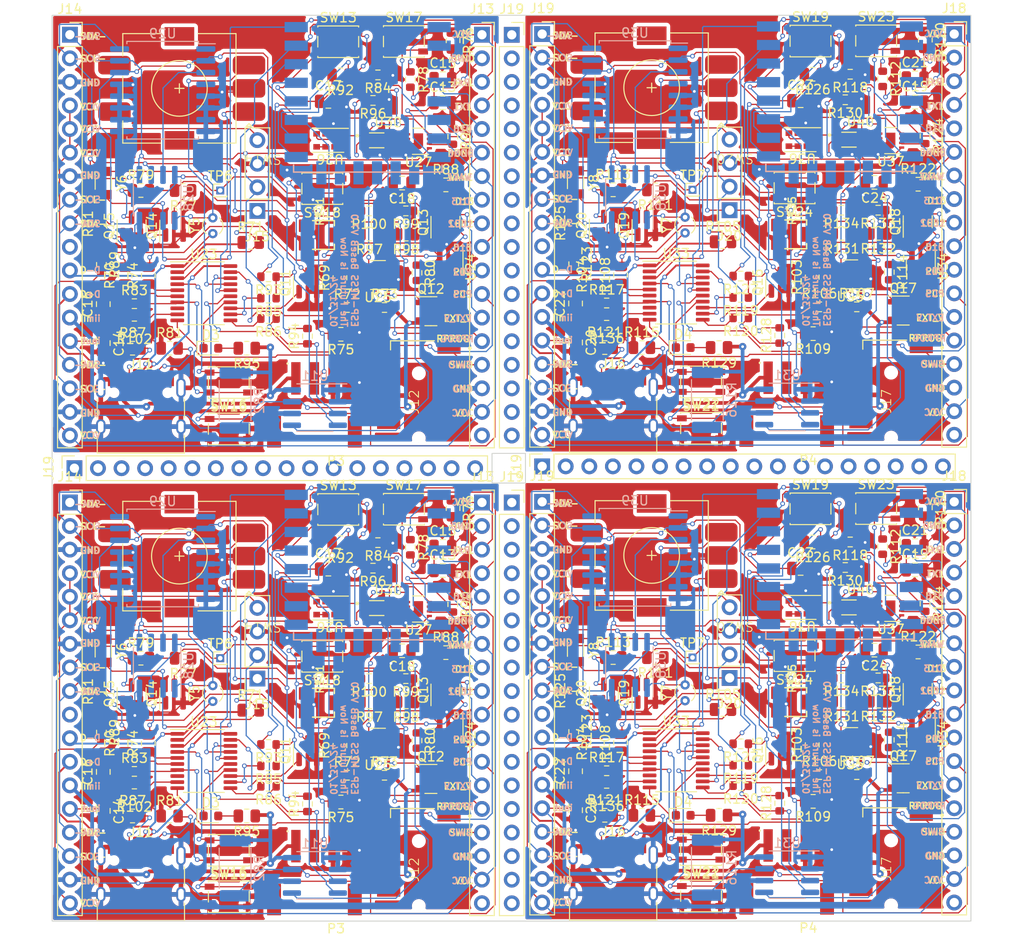
<source format=kicad_pcb>
(kicad_pcb (version 20221018) (generator pcbnew)
  (layers (0 "F.Cu" signal) (31 "B.Cu" signal) (34 "B.Paste" user) (35 "F.Paste" user) (36 "B.SilkS" user "B.Silkscreen") (37 "F.SilkS" user "F.Silkscreen") (38 "B.Mask" user) (39 "F.Mask" user) (44 "Edge.Cuts" user))
  (net 0 "")
  (net 1 "iout")
  (net 2 "GND")
  (net 3 "V-S")
  (net 4 "VCC")
  (net 5 "Net-(D1-A)")
  (net 6 "Net-(D1-K)")
  (net 7 "Net-(J1-CC1)")
  (net 9 "Net-(J1-CC2)")
  (net 11 "WAKE0")
  (net 12 "SWIO")
  (net 14 "D13")
  (net 15 "RX1")
  (net 16 "TX1")
  (net 17 "LED02")
  (net 18 "PC5")
  (net 19 "EXT_VCC")
  (net 20 "RPROG")
  (net 21 "iin")
  (net 22 "SDA-")
  (net 23 "SCL-")
  (net 24 "D-")
  (net 25 "Net-(U8-EN{slash}ONE_SHOT)")
  (net 26 "+3.3V")
  (net 27 "Net-(P1-Pad2)")
  (net 28 "Net-(Q1-B)")
  (net 29 "Net-(Q1-C)")
  (net 30 "Net-(Q2-G)")
  (net 31 "Net-(Q2-D)")
  (net 32 "Net-(Q4-G)")
  (net 33 "Net-(Q4-D)")
  (net 34 "EN")
  (net 35 "D16")
  (net 36 "RST1")
  (net 37 "Net-(Q5-G)")
  (net 38 "Net-(Q5-D)")
  (net 39 "D15")
  (net 40 "Net-(U4-PA2)")
  (net 41 "Net-(U4-PA1)")
  (net 42 "Net-(U2-GND)")
  (net 43 "Net-(R29-Pad1)")
  (net 44 "Net-(R31-Pad2)")
  (net 46 "Net-(U4-VSS)")
  (net 47 "Net-(U4-VDD)")
  (net 48 "Net-(U2-GPIO0)")
  (net 50 "Net-(U4-PD7)")
  (net 57 "Net-(U4-PC6)")
  (net 58 "Net-(U4-PC7)")
  (net 60 "DONE")
  (net 61 "SDA0")
  (net 62 "SCL0")
  (net 63 "PD2")
  (net 64 "D+")
  (net 65 "SCL1")
  (net 66 "SDA1")
  (net 67 "Net-(U13-ADDR)")
  (net 68 "Net-(U17-ADDR)")
  (net 70 "Net-(U12-LDR)")
  (net 73 "Net-(U15-X1)")
  (net 74 "Net-(U15-X2)")
  (net 75 "Net-(U15-SQW{slash}OUT)")
  (footprint "A_SensorNode:PJ-320D" (layer "F.Cu") (at 197.6 143.2 90)
    (fp_text reference "J17")
    (fp_text value "PJ-320D-A" hide)
  )
  (footprint "Button_Switch_SMD:SW_SPST_PTS810" (layer "F.Cu") (at 136.311575 69.871575 180)
    (fp_text reference "SW18")
    (fp_text value "SW_Push")
  )
  (footprint "Capacitor_SMD:C_0805_2012Metric" (layer "F.Cu") (at 149.301575 108.421575)
    (fp_text reference "C15")
    (fp_text value "C")
  )
  (footprint "Resistor_SMD:R_0603_1608Metric" (layer "F.Cu") (at 201.26 64.2 -90)
    (fp_text reference "R124")
    (fp_text value "R")
  )
  (footprint "Package_TO_SOT_SMD:SOT-23" (layer "F.Cu") (at 120.361575 124.334075 90)
    (fp_text reference "Q14")
    (fp_text value "Si2371EDS")
  )
  (footprint "Button_Switch_SMD:SW_SPST_PTS810" (layer "F.Cu") (at 195.99 104.35)
    (fp_text reference "SW23")
    (fp_text value "SW_Push")
  )
  (footprint "Crystal:Crystal_SMD_3215-2Pin_3.2x1.5mm" (layer "F.Cu") (at 112.711876 69.271575 -90)
    (fp_text reference "Y6")
    (fp_text value "Crystal")
  )
  (footprint "Crystal:Crystal_Round_D1.5mm_Vertical" (layer "F.Cu") (at 175.4 125.05 90)
    (fp_text reference "Y7")
    (fp_text value "Crystal")
  )
  (footprint "BH1750:XDCR_BH1750FVI-TR" (layer "F.Cu") (at 142.171575 64.671575)
    (fp_text reference "U30")
    (fp_text value "BH1750FVI-TR")
  )
  (footprint "Connector_USB:USB_C_Receptacle_HRO_TYPE-C-31-M-12" (layer "F.Cu") (at 167.65 94.4)
    (fp_text reference "J16")
    (fp_text value "USB_C_Receptacle_USB2.0")
  )
  (footprint "Capacitor_SMD:C_0805_2012Metric" (layer "F.Cu") (at 144.911575 69.271575 180)
    (fp_text reference "C18")
    (fp_text value "C")
  )
  (footprint "Resistor_SMD:R_0603_1608Metric" (layer "F.Cu") (at 181.4 134.2 180)
    (fp_text reference "R120")
    (fp_text value "R")
  )
  (footprint "Capacitor_SMD:C_0805_2012Metric" (layer "F.Cu") (at 200.19 57.95)
    (fp_text reference "C21")
    (fp_text value "C")
  )
  (footprint "S3B-PH:JST_S3B-PH-SM4-TB" (layer "F.Cu") (at 186.35 90.25 180)
    (fp_text reference "P4")
    (fp_text value "S3B-PH-SM4-TB")
  )
  (footprint "Resistor_SMD:R_0603_1608Metric" (layer "F.Cu") (at 116.061575 84.671575 180)
    (fp_text reference "R102")
    (fp_text value "R")
  )
  (footprint "Resistor_SMD:R_0603_1608Metric" (layer "F.Cu") (at 193.19 57.55 180)
    (fp_text reference "R118")
    (fp_text value "R")
  )
  (footprint "Resistor_SMD:R_0603_1608Metric" (layer "F.Cu") (at 145.311575 72.271575 180)
    (fp_text reference "R99")
    (fp_text value "R")
  )
  (footprint "BH1750:XDCR_BH1750FVI-TR" (layer "F.Cu") (at 193.06 115)
    (fp_text reference "U40")
    (fp_text value "BH1750FVI-TR")
  )
  (footprint "Package_TO_SOT_SMD:SOT-23" (layer "F.Cu") (at 120.361575 73.934075 90)
    (fp_text reference "Q14")
    (fp_text value "Si2371EDS")
  )
  (footprint "Capacitor_SMD:C_0805_2012Metric" (layer "F.Cu") (at 149.301575 111.021575)
    (fp_text reference "C13")
    (fp_text value "C")
  )
  (footprint "Package_TO_SOT_SMD:SOT-23" (layer "F.Cu") (at 115.761575 124.296575 90)
    (fp_text reference "Q15")
    (fp_text value "Si2371EDS")
  )
  (footprint "Resistor_SMD:R_0603_1608Metric" (layer "F.Cu") (at 192.25 72.2 180)
    (fp_text reference "R134")
    (fp_text value "R")
  )
  (footprint "Resistor_SMD:R_0805_2012Metric" (layer "F.Cu") (at 115.861575 137.471575)
    (fp_text reference "R87")
    (fp_text value "R")
  )
  (footprint "Package_TO_SOT_SMD:SOT-23" (layer "F.Cu") (at 200.46875 73.44375 90)
    (fp_text reference "Q18")
    (fp_text value "AO3400A")
  )
  (footprint "Resistor_SMD:R_0603_1608Metric" (layer "F.Cu") (at 193.19 107.95 180)
    (fp_text reference "R118")
    (fp_text value "R")
  )
  (footprint "Crystal:Crystal_SMD_3215-2Pin_3.2x1.5mm" (layer "F.Cu") (at 163.600301 119.6 -90)
    (fp_text reference "Y8")
    (fp_text value "Crystal")
  )
  (footprint "Resistor_SMD:R_0603_1608Metric" (layer "F.Cu") (at 130.511575 132.071575 180)
    (fp_text reference "R85")
    (fp_text value "R")
  )
  (footprint "Package_TO_SOT_SMD:SOT-23-6" (layer "F.Cu") (at 142.311575 129.584075 180)
    (fp_text reference "U25")
    (fp_text value "TPL5110")
  )
  (footprint "Capacitor_SMD:C_0805_2012Metric" (layer "F.Cu") (at 136.961575 110.871575)
    (fp_text reference "C17")
    (fp_text value "C")
  )
  (footprint "Resistor_SMD:R_0603_1608Metric" (layer "F.Cu") (at 189.875 82.6125)
    (fp_text reference "R106")
    (fp_text value "R")
  )
  (footprint "Capacitor_SMD:C_0805_2012Metric" (layer "F.Cu") (at 195.8 69.2 180)
    (fp_text reference "C24")
    (fp_text value "C")
  )
  (footprint "Resistor_SMD:R_0603_1608Metric" (layer "F.Cu") (at 130.511575 134.271575 180)
    (fp_text reference "R86")
    (fp_text value "R")
  )
  (footprint "Resistor_SMD:R_0805_2012Metric" (layer "F.Cu") (at 149.624075 119.871575)
    (fp_text reference "R88")
    (fp_text value "R")
  )
  (footprint "Connector_PinSocket_2.54mm:PinSocket_1x18_P2.54mm_Vertical" (layer "F.Cu") (at 160 99.8 90)
    (fp_text reference "J19")
    (fp_text value "Conn_01x18_Socket")
  )
  (footprint "Resistor_SMD:R_0805_2012Metric" (layer "F.Cu") (at 116.761876 70.071575)
    (fp_text reference "R79")
    (fp_text value "R")
  )
  (footprint "Button_Switch_SMD:SW_SPST_PTS810" (layer "F.Cu") (at 187.2 69.8 180)
    (fp_text reference "SW24")
    (fp_text value "SW_Push")
  )
  (footprint "Resistor_SMD:R_0603_1608Metric" (layer "F.Cu") (at 141.361575 72.271575 180)
    (fp_text reference "R100")
    (fp_text value "R")
  )
  (footprint "Resistor_SMD:R_0805_2012Metric" (layer "F.Cu") (at 141.386575 125.171575 180)
    (fp_text reference "R97")
    (fp_text value "R")
  )
  (footprint "Connector_PinSocket_2.54mm:PinSocket_1x18_P2.54mm_Vertical" (layer "F.Cu") (at 109.111575 53.291575)
    (fp_text reference "J14")
    (fp_text value "Conn_01x18_Socket")
  )
  (footprint "Resistor_SMD:R_0603_1608Metric" (layer "F.Cu") (at 192.25 122.6 180)
    (fp_text reference "R134")
    (fp_text value "R")
  )
  (footprint "Resistor_SMD:R_0603_1608Metric" (layer "F.Cu") (at 130.511575 129.771575 180)
    (fp_text reference "R93")
    (fp_text value "R")
  )
  (footprint "Resistor_SMD:R_0805_2012Metric" (layer "F.Cu") (at 189.1 129.8125 90)
    (fp_text reference "R103")
    (fp_text value "R")
  )
  (footprint "Resistor_SMD:R_0805_2012Metric" (layer "F.Cu") (at 189.165 107.95 180)
    (fp_text reference "R126")
    (fp_text value "R")
  )
  (footprint "Resistor_SMD:R_0603_1608Metric" (layer "F.Cu") (at 166.95 132.6)
    (fp_text reference "R117")
    (fp_text value "R")
  )
  (footprint "Resistor_SMD:R_0603_1608Metric" (layer "F.Cu") (at 145.801575 108.521575 -90)
    (fp_text reference "R78")
    (fp_text value "R")
  )
  (footprint "Resistor_SMD:R_0603_1608Metric" (layer "F.Cu") (at 196.2 72.2 180)
    (fp_text reference "R133")
    (fp_text value "R")
  )
  (footprint "Package_SO:TSSOP-20_4.4x6.5mm_P0.65mm" (layer "F.Cu") (at 123.549075 131.546575)
    (fp_text reference "U23")
    (fp_text value "CH32V003F4P6")
  )
  (footprint "Package_SO:TSSOP-20_4.4x6.5mm_P0.65mm" (layer "F.Cu") (at 123.549075 81.146575)
    (fp_text reference "U23")
    (fp_text value "CH32V003F4P6")
  )
  (footprint "Crystal:Crystal_SMD_3215-2Pin_3.2x1.5mm" (layer "F.Cu") (at 112.711876 119.671575 -90)
    (fp_text reference "Y6")
    (fp_text value "Crystal")
  )
  (footprint "EVM3ES:EMV3ESX50B12" (layer "F.Cu") (at 186.95 125.2 -90)
    (fp_text reference "R135")
    (fp_text value "EVM3ESX50B12")
  )
  (footprint "Resistor_SMD:R_0805_2012Metric" (layer "F.Cu") (at 168.45 79.175 90)
    (fp_text reference "R108")
    (fp_text value "R")
  )
  (footprint "Connector_PinSocket_2.54mm:PinSocket_1x18_P2.54mm_Vertical" (layer "F.Cu") (at 109.111575 103.691575)
    (fp_text reference "J14")
    (fp_text value "Conn_01x18_Socket")
  )
  (footprint "LED_SMD:LED_0603_1608Metric" (layer "F.Cu") (at 124.311575 137.471575)
    (fp_text reference "D3")
    (fp_text value "LED")
  )
  (footprint "Resistor_SMD:R_0805_2012Metric" (layer "F.Cu") (at 145.336575 125.171575 180)
    (fp_text reference "R98")
    (fp_text value "R")
  )
  (footprint "Capacitor_SMD:C_0805_2012Metric" (layer "F.Cu") (at 136.961575 60.471575)
    (fp_text reference "C17")
    (fp_text value "C")
  )
  (footprint "Package_TO_SOT_SMD:SOT-23-6" (layer "F.Cu") (at 193.2 129.5125 180)
    (fp_text reference "U35")
    (fp_text value "TPL5110")
  )
  (footprint "Resistor_SMD:R_0805_2012Metric" (layer "F.Cu") (at 138.276575 108.021575 180)
    (fp_text reference "R92")
    (fp_text value "R")
  )
  (footprint "Crystal:Crystal_Round_D1.5mm_Vertical" (layer "F.Cu") (at 124.511575 125.121575 90)
    (fp_text reference "Y5")
    (fp_text value "Crystal")
  )
  (footprint "Connector_PinSocket_2.54mm:PinSocket_1x18_P2.54mm_Vertical" (layer "F.Cu") (at 204.4 103.62)
    (fp_text reference "J18")
    (fp_text value "Conn_01x18_Socket")
  )
  (footprint "Package_TO_SOT_SMD:SOT-23" (layer "F.Cu") (at 185.65 79.9625 90)
    (fp_text reference "Q16")
    (fp_text value "BC818")
  )
  (footprint "A_SensorNode:RotaryEncoder_E11" (layer "F.Cu") (at 129.911575 116.621575 180)
    (fp_text reference "SW14")
    (fp_text value "RotaryEncoder")
  )
  (footprint "Resistor_SMD:R_0805_2012Metric" (layer "F.Cu") (at 189.2 85.5 180)
    (fp_text reference "R109")
    (fp_text value "R")
  )
  (footprint "Sensor_Humidity:Sensirion_DFN-8-1EP_2.5x2.5mm_P0.5mm_EP1.1x1.7mm" (layer "F.Cu") (at 197.56 64.7 180)
    (fp_text reference "U37")
    (fp_text value "SHT31-DIS")
  )
  (footprint "Button_Switch_SMD:SW_SPST_PTS810" (layer "F.Cu") (at 136.311575 120.271575 180)
    (fp_text reference "SW18")
    (fp_text value "SW_Push")
  )
  (footprint "Resistor_SMD:R_0805_2012Metric" (layer "F.Cu") (at 138.211575 129.884075 90)
    (fp_text reference "R69")
    (fp_text value "R")
  )
  (footprint "LED_SMD:LED_0603_1608Metric" (layer "F.Cu") (at 124.311575 87.071575)
    (fp_text reference "D3")
    (fp_text value "LED")
  )
  (footprint "Resistor_SMD:R_0603_1608Metric" (layer "F.Cu") (at 134.711575 85.771575 90)
    (fp_text reference "R94")
    (fp_text value "R")
  )
  (footprint "Resistor_SMD:R_0603_1608Metric" (layer "F.Cu") (at 141.771575 60.371575 180)
    (fp_text reference "R96")
    (fp_text value "R")
  )
  (footprint "Button_Switch_SMD:SW_SPST_PTS810" (layer "F.Cu") (at 188.915 104.375)
    (fp_text reference "SW19")
    (fp_text value "SW_Push")
  )
  (footprint "Resistor_SMD:R_0603_1608Metric" (layer "F.Cu") (at 197.4 78.875 -90)
    (fp_text reference "R114")
    (fp_text value "R")
  )
  (footprint "Resistor_SMD:R_0603_1608Metric" (layer "F.Cu") (at 196.69 58.05 -90)
    (fp_text reference "R112")
    (fp_text value "R")
  )
  (footprint "Resistor_SMD:R_0603_1608Metric" (layer "F.Cu") (at 192.66 110.7 180)
    (fp_text reference "R130")
    (fp_text value "R")
  )
  (footprint "Resistor_SMD:R_0603_1608Metric" (layer "F.Cu") (at 181.4 83.8 180)
    (fp_text reference "R120")
    (fp_text value "R")
  )
  (footprint "Button_Switch_SMD:SW_SPST_PTS810" (layer "F.Cu") (at 138.026575 104.446575)
    (fp_text reference "SW13")
    (fp_text value "SW_Push")
  )
  (footprint "Resistor_SMD:R_0805_2012Metric" (layer "F.Cu") (at 192.275 74.7 180)
    (fp_text reference "R131")
    (fp_text value "R")
  )
  (footprint "Resistor_SMD:R_0603_1608Metric" (layer "F.Cu") (at 112.511876 73.671575 90)
    (fp_text reference "R91")
    (fp_text value "R")
  )
  (footprint "Capacitor_SMD:C_0805_2012Metric" (layer "F.Cu") (at 112.711575 86.521575 -90)
    (fp_text reference "C14")
    (fp_text value "C")
  )
  (footprint "BH1750:XDCR_BH1750FVI-TR" (layer "F.Cu") (at 193.06 64.6)
    (fp_text reference "U40")
    (fp_text value "BH1750FVI-TR")
  )
  (footprint "Package_TO_SOT_SMD:SOT-23" (layer "F.Cu") (at 171.25 73.8625 90)
    (fp_text reference "Q19")
    (fp_text value "Si2371EDS")
  )
  (footprint "BH1750:XDCR_BH1750FVI-TR" (layer "F.Cu") (at 142.171575 115.071575)
    (fp_text reference "U30")
    (fp_text value "BH1750FVI-TR")
  )
  (footprint "Resistor_SMD:R_0603_1608Metric" (layer "F.Cu") (at 201.26 114.6 -90)
    (fp_text reference "R124")
    (fp_text value "R")
  )
  (footprint "EVM3ES:EMV3ESX50B12" (layer "F.Cu") (at 136.061575 125.271575 -90)
    (fp_text reference "R101")
    (fp_text value "EVM3ESX50B12")
  )
  (footprint "Resistor_SMD:R_0805_2012Metric" (layer "F.Cu") (at 115.061575 129.646575 90)
    (fp_text reference "R70")
    (fp_text value "R")
  )
  (footprint "Button_Switch_SMD:SW_SPST_PTS810" (layer "F.Cu") (at 126.236575 146.171575)
    (fp_text reference "SW16")
    (fp_text value "SW_Push")
  )
  (footprint "Package_TO_SOT_SMD:SOT-23" (layer "F.Cu") (at 198.9 133.4125)
    (fp_text reference "Q17")
    (fp_text value "Si2371EDS")
  )
  (footprint "Resistor_SMD:R_0805_2012Metric" (layer "F.Cu") (at 138.276575 57.621575 180)
    (fp_text reference "R92")
    (fp_text value "R")
  )
  (footprint "Resistor_SMD:R_0805_2012Metric" (layer "F.Cu") (at 128.174075 137.471575 180)
    (fp_text reference "R95")
    (fp_text value "R")
  )
  (footprint "Resistor_SMD:R_0805_2012Metric" (layer "F.Cu") (at 115.061575 79.246575 90)
    (fp_text reference "R70")
    (fp_text value "R")
  )
  (footprint "Package_TO_SOT_SMD:SOT-23" (layer "F.Cu") (at 185.65 130.3625 90)
    (fp_text reference "Q16")
    (fp_text value "BC818")
  )
  (footprint "A_SensorNode:PJ-320D" (layer "F.Cu") (at 146.711575 143.271575 90)
    (fp_text reference "J12")
    (fp_text value "PJ-320D-A" hide)
  )
  (footprint "Resistor_SMD:R_0805_2012Metric" (layer "F.Cu") (at 192.275 125.1 180)
    (fp_text reference "R131")
    (fp_text value "R")
  )
  (footprint "Resistor_SMD:R_0805_2012Metric" (layer "F.Cu") (at 138.311575 135.971575 180)
    (fp_text reference "R75")
    (fp_text value "R")
  )
  (footprint "Sensor_Humidity:Sensirion_DFN-8-1EP_2.5x2.5mm_P0.5mm_EP1.1x1.7mm" (layer "F.Cu") (at 197.56 115.1 180)
    (fp_text reference "U37")
    (fp_text value "SHT31-DIS")
  )
  (footprint "Resistor_SMD:R_0805_2012Metric" (layer "F.Cu") (at 117.561575 129.646575 90)
    (fp_text reference "R74")
    (fp_text value "R")
  )
  (footprint "Resistor_SMD:R_0805_2012Metric" (layer "F.Cu") (at 189.1 79.4125 90)
    (fp_text reference "R103")
    (fp_text value "R")
  )
  (footprint "Capacitor_SMD:C_0805_2012Metric" (layer "F.Cu") (at 112.711575 132.721575 90)
    (fp_text reference "C16")
    (fp_text value "C")
  )
  (footprint "Resistor_SMD:R_0603_1608Metric" (layer "F.Cu") (at 145.311575 122.671575 180)
    (fp_text reference "R99")
    (fp_text value "R")
  )
  (footprint "Connector_USB:USB_C_Receptacle_HRO_TYPE-C-31-M-12" (layer "F.Cu") (at 167.65 144.8)
    (fp_text reference "J16")
    (fp_text value "USB_C_Receptacle_USB2.0")
  )
  (footprint "Resistor_SMD:R_0805_2012Metric" (layer "F.Cu") (at 149.624075 69.471575)
    (fp_text reference "R88")
    (fp_text value "R")
  )
  (footprint "Connector_PinSocket_2.54mm:PinSocket_1x18_P2.54mm_Vertical" (layer "F.Cu") (at 153.511575 53.291575)
    (fp_text reference "J13")
    (fp_text value "Conn_01x18_Socket")
  )
  (footprint "Package_TO_SOT_SMD:SOT-23" (layer "F.Cu") (at 166.65 124.225 90)
    (fp_text reference "Q20")
    (fp_text value "Si2371EDS")
  )
  (footprint "Resistor_SMD:R_0603_1608Metric" (layer "F.Cu") (at 166.95 82.2)
    (fp_text reference "R117")
    (fp_text value "R")
  )
  (footprint "Capacitor_SMD:C_0805_2012Metric" (layer "F.Cu") (at 200.19 108.35)
    (fp_text reference "C21")
    (fp_text value "C")
  )
  (footprint "Capacitor_SMD:C_0805_2012Metric" (layer "F.Cu") (at 149.301575 60.621575)
    (fp_text reference "C13")
    (fp_text value "C")
  )
  (footprint "Package_TO_SOT_SMD:SOT-23-3" (layer "F.Cu") (at 200.8 128.675 -90)
    (fp_text reference "U34")
    (fp_text value "XC6206PxxxMR")
  )
  (footprint "Package_TO_SOT_SMD:SOT-23" (layer "F.Cu") (at 148.011575 83.084075)
    (fp_text reference "Q12")
    (fp_text value "Si2371EDS")
  )
  (footprint "Resistor_SMD:R_0603_1608Metric" (layer "F.Cu") (at 112.511575 128.471575 -90)
    (fp_text reference "R89")
    (fp_text value "R")
  )
  (footprint "Resistor_SMD:R_0603_1608Metric" (layer "F.Cu") (at 185.6 136.1 90)
    (fp_text reference "R128")
    (fp_text value "R")
  )
  (footprint "Resistor_SMD:R_0603_1608Metric" (layer "F.Cu") (at 197.4 129.275 -90)
    (fp_text reference "R114")
    (fp_text value "R")
  )
  (footprint "Button_Switch_SMD:SW_SPST_PTS810" (layer "F.Cu") (at 187.2 120.2 180)
    (fp_text reference "SW24")
    (fp_text value "SW_Push")
  )
  (footprint "Resistor_SMD:R_0805_2012Metric" (layer "F.Cu") (at 167.650301 120.4)
    (fp_text reference "R113")
    (fp_text value "R")
  )
  (footprint "Resistor_SMD:R_0603_1608Metric" (layer "F.Cu") (at 134.711575 136.171575 90)
    (fp_text reference "R94")
    (fp_text value "R")
  )
  (footprint "Button_Switch_SMD:SW_SPST_PTS810" (layer "F.Cu") (at 177.125 95.7)
    (fp_text reference "SW22")
    (fp_text value "SW_Push")
  )
  (footprint "Resistor_SMD:R_0805_2012Metric" (layer "F.Cu") (at 200.5125 69.4)
    (fp_text reference "R122")
    (fp_text value "R")
  )
  (footprint "Resistor_SMD:R_0805_2012Metric" (layer "F.Cu") (at 179.4875 75.6)
    (fp_text reference "R105")
    (fp_text value "R")
  )
  (footprint "Resistor_SMD:R_0603_1608Metric" (layer "F.Cu") (at 163.4 78 -90)
    (fp_text reference "R123")
    (fp_text value "R")
  )
  (footprint "Resistor_SMD:R_0805_2012Metric" (layer "F.Cu") (at 150.401575 53.921575 -90)
    (fp_text reference "R76")
    (fp_text value "R")
  )
  (footprint "Connector_PinSocket_2.54mm:PinSocket_1x18_P2.54mm_Vertical" (layer "F.Cu") (at 160 103.62)
    (fp_text reference "J19")
    (fp_text value "Conn_01x18_Socket")
  )
  (footprint "Connector_PinSocket_2.54mm:PinSocket_1x04_P2.54mm_Vertical" (layer "F.Cu") (at 129.311575 122.671575 180)
    (fp_text reference "J15")
    (fp_text value "Conn_01x04_Pin")
  )
  (footprint "Crystal:Crystal_Round_D1.5mm_Vertical" (layer "F.Cu") (at 175.4 74.65 90)
    (fp_text reference "Y7")
    (fp_text value "Crystal")
  )
  (footprint "Connector_PinSocket_2.54mm:PinSocket_1x18_P2.54mm_Vertical" (layer "F.Cu") (at 153.511575 103.691575)
    (fp_text reference "J13")
    (fp_text value "Conn_01x18_Socket")
  )
  (footprint "Resistor_SMD:R_0805_2012Metric" (layer "F.Cu") (at 189.2 135.9 180)
    (fp_text reference "R109")
    (fp_text value "R")
  )
  (footprint "Resistor_SMD:R_0603_1608Metric" (layer "F.Cu") (at 141.771575 110.771575 180)
    (fp_text reference "R96")
    (fp_text value "R")
  )
  (footprint "LED_SMD:LED_0603_1608Metric" (layer "F.Cu") (at 175.2 87)
    (fp_text reference "D4")
    (fp_text value "LED")
  )
  (footprint "Resistor_SMD:R_0805_2012Metric" (layer "F.Cu") (at 115.861575 87.071575)
    (fp_text reference "R87")
    (fp_text value "R")
  )
  (footprint "Resistor_SMD:R_0805_2012Metric" (layer "F.Cu") (at 200.5125 119.8)
    (fp_text reference "R122")
    (fp_text value "R")
  )
  (footprint "A_SensorNode:RotaryEncoder_E11" (layer "F.Cu") (at 129.911575 66.221575 180)
    (fp_text reference "SW14")
    (fp_text value "RotaryEncoder")
  )
  (footprint "Resistor_SMD:R_0805_2012Metric" (layer "F.Cu") (at 170.75 87)
    (fp_text reference "R115")
    (fp_text value "R")
  )
  (footprint "Package_SO:TSSOP-20_4.4x6.5mm_P0.65mm" (layer "F.Cu") (at 174.4375 131.475)
    (fp_text reference "U33")
    (fp_text value "CH32V003F4P6")
  )
  (footprint "Resistor_SMD:R_0603_1608Metric" (layer "F.Cu") (at 166.95 135 180)
    (fp_text reference "R136")
    (fp_text value "R")
  )
  (footprint "Resistor_SMD:R_0805_2012Metric" (layer "F.Cu") (at 138.311575 85.571575 180)
    (fp_text reference "R75")
    (fp_text value "R")
  )
  (footprint "Connector_PinSocket_2.54mm:PinSocket_1x18_P2.54mm_Vertical" (layer "F.Cu") (at 160 53.22)
    (fp_text reference "J19")
    (fp_text value "Conn_01x18_Socket")
  )
  (footprint "Resistor_SMD:R_0603_1608Metric" (layer "F.Cu") (at 150.371575 64.271575 -90)
    (fp_text reference "R90")
    (fp_text value "R")
  )
  (footprint "Sensor:Avago_APDS-9960" (layer "F.Cu") (at 137.156575 115.071575 180)
    (fp_text reference "U26")
    (fp_text value "APDS-9960")
  )
  (footprint "Connector_PinHeader_1.00mm:PinHeader_1x01_P1.00mm_Vertical" (layer "F.Cu") (at 125.311575 70.071575)
    (fp_text reference "TP6")
    (fp_text value "TestPoint")
  )
  (footprint "Button_Switch_SMD:SW_SPST_PTS810" (layer "F.Cu") (at 138.026575 54.046575)
    (fp_text reference "SW13")
    (fp_text value "SW_Push")
  )
  (footprint "Resistor_SMD:R_0805_2012Metric" (layer "F.Cu") (at 170.75 137.4)
    (fp_text reference "R115")
    (fp_text value "R")
  )
  (footprint "Capacitor_SMD:C_0805_2012Metric" (layer "F.Cu") (at 163.6 86.45 -90)
    (fp_text reference "C20")
    (fp_text value "C")
  )
  (footprint "Resistor_SMD:R_0805_2012Metric" (layer "F.Cu") (at 138.211575 79.484075 90)
    (fp_text reference "R69")
    (fp_text value "R")
  )
  (footprint "Resistor_SMD:R_0805_2012Metric" (layer "F.Cu") (at 168.45 129.575 90)
    (fp_text reference "R108")
    (fp_text value "R")
  )
  (footprint "Resistor_SMD:R_0805_2012Metric" (layer "F.Cu") (at 201.29 104.25 -90)
    (fp_text reference "R110")
    (fp_text value "R")
  )
  (footprint "Resistor_SMD:R_0603_1608Metric" (layer "F.Cu") (at 150.371575 114.671575 -90)
    (fp_text reference "R90")
    (fp_text value "R")
  )
  (footprint "Resistor_SMD:R_0603_1608Metric" (layer "F.Cu") (at 146.511575 129.346575 -90)
    (fp_text reference "R80")
    (fp_text value "R")
  )
  (footprint "Resistor_SMD:R_0805_2012Metric" (layer "F.Cu") (at 172.200301 70 180)
    (fp_text reference "R111")
    (fp_text value "R")
  )
  (footprint "Package_TO_SOT_SMD:SOT-23-3" (layer "F.Cu") (at 149.911575 128.746575 -90)
    (fp_text reference "U24")
    (fp_text value "XC6206PxxxMR")
  )
  (footprint "Package_TO_SOT_SMD:SOT-23" (layer "F.Cu") (at 134.761575 130.434075 90)
    (fp_text reference "Q11")
    (fp_text value "BC818")
  )
  (footprint "Resistor_SMD:R_0805_2012Metric" (layer "F.Cu") (at 165.95 129.575 90)
    (fp_text reference "R104")
    (fp_text value "R")
  )
  (footprint "Connector_USB:USB_C_Receptacle_HRO_TYPE-C-31-M-12" (layer "F.Cu") (at 116.761575 144.871575)
    (fp_text reference "J11")
    (fp_text value "USB_C_Receptacle_USB2.0")
  )
  (footprint "Capacitor_SMD:C_0805_2012Metric" (layer "F.Cu") (at 112.711575 82.321575 90)
    (fp_text reference "C16")
    (fp_text value "C")
  )
  (footprint "S3B-PH:JST_S3B-PH-SM4-TB" (layer "F.Cu") (at 186.35 140.65 180)
    (fp_text reference "P4")
    (fp_text value "S3B-PH-SM4-TB")
  )
  (footprint "Resistor_SMD:R_0805_2012Metric" (layer "F.Cu") (at 150.401575 104.321575 -90)
    (fp_text reference "R76")
    (fp_text value "R")
  )
  (footprint "Resistor_SMD:R_0603_1608Metric" (layer "F.Cu") (at 196.2 122.6 180)
    (fp_text reference "R133")
    (fp_text value "R")
  )
  (footprint "Sensor_Humidity:Sensirion_DFN-8-1EP_2.5x2.5mm_P0.5mm_EP1.1x1.7mm" (layer "F.Cu") (at 146.671575 64.771575 180)
    (fp_text reference "U27")
    (fp_text value "SHT31-DIS")
  )
  (footprint "A_SensorNode:PJ-320D" (layer "F.Cu") (at 197.6 92.8 90)
    (fp_text reference "J17")
    (fp_text value "PJ-320D-A" hide)
  )
  (footprint "Resistor_SMD:R_0603_1608Metric" (layer "F.Cu") (at 141.361575 122.671575 180)
    (fp_text reference "R100")
    (fp_text value "R")
  )
  (footprint "Resistor_SMD:R_0805_2012Metric" (layer "F.Cu") (at 121.311876 70.071575 180)
    (fp_text reference "R77")
    (fp_text value "R")
  )
  (footprint "Capacitor_SMD:C_0805_2012Metric" (layer "F.Cu") (at 200.19 60.55)
    (fp_text reference "C19")
    (fp_text value "C")
  )
  (footprint "Connector_USB:USB_C_Receptacle_HRO_TYPE-C-31-M-12" (layer "F.Cu") (at 116.761575 94.471575)
    (fp_text reference "J11")
    (fp_text value "USB_C_Receptacle_USB2.0")
  )
  (footprint "Resistor_SMD:R_0603_1608Metric" (layer "F.Cu") (at 138.986575 82.684075)
    (fp_text reference "R72")
    (fp_text value "R")
  )
  (footprint "Resistor_SMD:R_0603_1608Metric" (layer "F.Cu") (at 143.011575 82.684075)
    (fp_text reference "R73")
    (fp_text value "R")
  )
  (footprint "Connector_PinSocket_2.54mm:PinSocket_1x18_P2.54mm_Vertical" (layer "F.Cu") (at 204.4 53.22)
    (fp_text reference "J18")
    (fp_text value "Conn_01x18_Socket")
  )
  (footprint "Connector_PinSocket_2.54mm:PinSocket_1x18_P2.54mm_Vertical" (layer "F.Cu") (at 156.725 53.3)
    (fp_text reference "J19")
    (fp_text value "Conn_01x18_Socket")
  )
  (footprint "Resistor_SMD:R_0805_2012Metric" (layer "F.Cu") (at 196.225 74.7 180)
    (fp_text reference "R132")
    (fp_text value "R")
  )
  (footprint "Resistor_SMD:R_0805_2012Metric" (layer "F.Cu") (at 119.861575 87.071575)
    (fp_text reference "R81")
    (fp_text value "R")
  )
  (footprint "Capacitor_SMD:C_0805_2012Metric" (layer "F.Cu") (at 163.6 82.25 90)
    (fp_text reference "C22")
    (fp_text value "C")
  )
  (footprint "Resistor_SMD:R_0603_1608Metric" (layer "F.Cu") (at 185.6 85.7 90)
    (fp_text reference "R128")
    (fp_text value "R")
  )
  (footprint "Package_SO:TSSOP-20_4.4x6.5mm_P0.65mm" (layer "F.Cu") (at 174.4375 81.075)
    (fp_text reference "U33")
    (fp_text value "CH32V003F4P6")
  )
  (footprint "Resistor_SMD:R_0805_2012Metric" (layer "F.Cu") (at 179.0625 137.4 180)
    (fp_text reference "R129")
    (fp_text value "R")
  )
  (footprint "Button_Switch_SMD:SW_SPST_PTS810" (layer "F.Cu") (at 177.125 141.1 180)
    (fp_text reference "SW21")
    (fp_text value "SW_Push")
  )
  (footprint "Button_Switch_SMD:SW_SPST_PTS810" (layer "F.Cu") (at 145.101575 54.021575)
    (fp_text reference "SW17")
    (fp_text value "SW_Push")
  )
  (footprint "Connector_PinHeader_1.00mm:PinHeader_1x01_P1.00mm_Vertical" (layer "F.Cu") (at 176.2 120.4)
    (fp_text reference "TP7")
    (fp_text value "TestPoint")
  )
  (footprint "Resistor_SMD:R_0603_1608Metric" (layer "F.Cu") (at 181.4 129.7 180)
    (fp_text reference "R127")
    (fp_text value "R")
  )
  (footprint "Package_TO_SOT_SMD:SOT-23" (layer "F.Cu") (at 134.761575 80.034075 90)
    (fp_text reference "Q11")
    (fp_text value "BC818")
  )
  (footprint "Resistor_SMD:R_0603_1608Metric" (layer "F.Cu") (at 116.061575 132.671575)
    (fp_text reference "R83")
    (fp_text value "R")
  )
  (footprint "Resistor_SMD:R_0603_1608Metric" (layer "F.Cu") (at 116.061575 135.071575 180)
    (fp_text reference "R102")
    (fp_text value "R")
  )
  (footprint "Resistor_SMD:R_0603_1608Metric" (layer "F.Cu") (at 138.986575 133.084075)
    (fp_text reference "R72")
    (fp_text value "R")
  )
  (footprint "Resistor_SMD:R_0805_2012Metric" (layer "F.Cu") (at 116.761876 120.471575)
    (fp_text reference "R79")
    (fp_text value "R")
  )
  (footprint "Resistor_SMD:R_0603_1608Metric" (layer "F.Cu") (at 181.4 81.6 180)
    (fp_text reference "R119")
    (fp_text value "R")
  )
  (footprint "Resistor_SMD:R_0603_1608Metric" (layer "F.Cu") (at 166.95 84.6 180)
    (fp_text reference "R136")
    (fp_text value "R")
  )
  (footprint "Resistor_SMD:R_0603_1608Metric" (layer "F.Cu") (at 193.9 82.6125)
    (fp_text reference "R107")
    (fp_text value "R")
  )
  (footprint "Package_TO_SOT_SMD:SOT-23" (layer "F.Cu") (at 149.580325 123.915325 90)
    (fp_text reference "Q13")
    (fp_text value "AO3400A")
  )
  (footprint "Connector_PinSocket_2.54mm:PinSocket_1x04_P2.54mm_Vertical" (layer "F.Cu") (at 180.2 122.6 180)
    (fp_text reference "J20")
    (fp_text value "Conn_01x04_Pin")
  )
  (footprint "Button_Switch_SMD:SW_SPST_PTS810" (layer "F.Cu") (at 188.915 53.975)
    (fp_text reference "SW19")
    (fp_text value "SW_Push")
  )
  (footprint "Resistor_SMD:R_0603_1608Metric" (layer "F.Cu") (at 146.511575 78.946575 -90)
    (fp_text reference "R80")
    (fp_text value "R")
  )
  (footprint "Resistor_SMD:R_0805_2012Metric" (layer "F.Cu") (at 179.0625 87 180)
    (fp_text reference "R129")
    (fp_text value "R")
  )
  (footprint "EVM3ES:EMV3ESX50B12" (layer "F.Cu") (at 136.061575 74.871575 -90)
    (fp_text reference "R101")
    (fp_text value "EVM3ESX50B12")
  )
  (footprint "A_SensorNode:RotaryEncoder_E11" (layer "F.Cu") (at 180.8 116.55 180)
    (fp_text reference "SW20")
    (fp_text value "RotaryEncoder")
  )
  (footprint "Capacitor_SMD:C_0805_2012Metric" (layer "F.Cu") (at 112.711575 136.921575 -90)
    (fp_text reference "C14")
    (fp_text value "C")
  )
  (footprint "Resistor_SMD:R_0603_1608Metric" (layer "F.Cu") (at 116.061575 82.271575)
    (fp_text reference "R83")
    (fp_text value "R")
  )
  (footprint "Button_Switch_SMD:SW_SPST_PTS810" (layer "F.Cu") (at 177.125 146.1)
    (fp_text reference "SW22")
    (fp_text value "SW_Push")
  )
  (footprint "Package_TO_SOT_SMD:SOT-23" (layer "F.Cu") (at 171.25 124.2625 90)
    (fp_text reference "Q19")
    (fp_text value "Si2371EDS")
  )
  (footprint "Connector_PinSocket_2.54mm:PinSocket_1x04_P2.54mm_Vertical" (layer "F.Cu") (at 180.2 72.2 180)
    (fp_text reference "J20")
    (fp_text value "Conn_01x04_Pin")
  )
  (footprint "Sensor_Humidity:Sensirion_DFN-8-1EP_2.5x2.5mm_P0.5mm_EP1.1x1.7mm" (layer "F.Cu") (at 146.671575 115.171575 180)
    (fp_text reference "U27")
    (fp_text value "SHT31-DIS")
  )
  (footprint "Resistor_SMD:R_0805_2012Metric" (layer "F.Cu") (at 189.165 57.55 180)
    (fp_text reference "R126")
    (fp_text value "R")
  )
  (footprint "Capacitor_SMD:C_0805_2012Metric" (layer "F.Cu") (at 149.301575 58.021575)
    (fp_text reference "C15")
    (fp_text value "C")
  )
  (footprint "Button_Switch_SMD:SW_SPST_PTS810" (layer "F.Cu") (at 145.101575 104.421575)
    (fp_text reference "SW17")
    (fp_text value "SW_Push")
  )
  (footprint "Resistor_SMD:R_0805_2012Metric" (layer "F.Cu") (at 145.336575 74.771575 180)
    (fp_text reference "R98")
    (fp_text value "R")
  )
  (footprint "A_SensorNode:PJ-320D" (layer "F.Cu") (at 146.711575 92.871575 90)
    (fp_text reference "J12")
    (fp_text value "PJ-320D-A" hide)
  )
  (footprint "Resistor_SMD:R_0603_1608Metric" (layer "F.Cu") (at 112.511575 78.071575 -90)
    (fp_text reference "R89")
    (fp_text value "R")
  )
  (footprint "Capacitor_SMD:C_0805_2012Metric" (layer "F.Cu") (at 163.6 136.85 -90)
    (fp_text reference "C20")
    (fp_text value "C")
  )
  (footprint "Resistor_SMD:R_0603_1608Metric" (layer "F.Cu") (at 142.301575 57.621575 180)
    (fp_text reference "R84")
    (fp_text value "R")
  )
  (footprint "Capacitor_SMD:C_0805_2012Metric" (layer "F.Cu") (at 195.8 119.6 180)
    (fp_text reference "C24")
    (fp_text value "C")
  )
  (footprint "Resistor_SMD:R_0805_2012Metric" (layer "F.Cu") (at 128.174075 87.071575 180)
    (fp_text reference "R95")
    (fp_text value "R")
  )
  (footprint "Package_TO_SOT_SMD:SOT-23-3" (layer "F.Cu") (at 149.911575 78.346575 -90)
    (fp_text reference "U24")
    (fp_text value "XC6206PxxxMR")
  )
  (footprint "Resistor_SMD:R_0603_1608Metric" (layer "F.Cu") (at 130.511575 83.871575 180)
    (fp_text reference "R86")
    (fp_text value "R")
  )
  (footprint "Resistor_SMD:R_0603_1608Metric" (layer "F.Cu") (at 163.4 128.4 -90)
    (fp_text reference "R123")
    (fp_text value "R")
  )
  (footprint "Resistor_SMD:R_0805_2012Metric" (layer "F.Cu") (at 166.75 137.4)
    (fp_text reference "R121")
    (fp_text value "R")
  )
  (footprint "Button_Switch_SMD:SW_SPST_PTS810" (layer "F.Cu") (at 126.236575 95.771575)
    (fp_text reference "SW16")
    (fp_text value "SW_Push")
  )
  (footprint "Sensor:Avago_APDS-9960" (layer "F.Cu") (at 188.045 115 180)
    (fp_text reference "U36")
    (fp_text value "APDS-9960")
  )
  (footprint "Resistor_SMD:R_0805_2012Metric" (layer "F.Cu") (at 179.4875 126)
    (fp_text reference "R105")
    (fp_text value "R")
  )
  (footprint "Connector_PinSocket_2.54mm:PinSocket_1x18_P2.54mm_Vertical" (layer "F.Cu") (at 109.6 100 90)
    (fp_text reference "J19")
    (fp_text value "Conn_01x18_Socket")
  )
  (footprint "Package_TO_SOT_SMD:SOT-23" (layer "F.Cu") (at 200.46875 123.84375 90)
    (fp_text reference "Q18")
    (fp_text value "AO3400A")
  )
  (footprint "Resistor_SMD:R_0805_2012Metric" (layer "F.Cu") (at 119.861575 137.471575)
    (fp_text reference "R81")
    (fp_text value "R")
  )
  (footprint "Resistor_SMD:R_0805_2012Metric" (layer "F.Cu") (at 121.311876 120.471575 180)
    (fp_text reference "R77")
    (fp_text value "R")
  )
  (footprint "Connector_PinSocket_2.54mm:PinSocket_1x18_P2.54mm_Vertical" (layer "F.Cu") (at 156.725 103.7)
    (fp_text reference "J19")
    (fp_text value "Conn_01x18_Socket")
  )
  (footprint "Sensor:Avago_APDS-9960" (layer "F.Cu") (at 188.045 64.6 180)
    (fp_text reference "U36")
    (fp_text value "APDS-9960")
  )
  (footprint "Resistor_SMD:R_0805_2012Metric" (layer "F.Cu") (at 166.75 87)
    (fp_text reference "R121")
    (fp_text value "R")
  )
  (footprint "Capacitor_SMD:C_0805_2012Metric" (layer "F.Cu") (at 187.85 60.4)
    (fp_text reference "C23")
    (fp_text value "C")
  )
  (footprint "Capacitor_SMD:C_0805_2012Metric" (layer "F.Cu") (at 187.85 110.8)
    (fp_text reference "C23")
    (fp_text value "C")
  )
  (footprint "EVM3ES:EMV3ESX50B12" (layer "F.Cu") (at 186.95 74.8 -90)
    (fp_text reference "R135")
    (fp_text value "EVM3ESX50B12")
  )
  (footprint "S3B-PH:JST_S3B-PH-SM4-TB" (layer "F.Cu") (at 135.461575 90.321575 180)
    (fp_text reference "P3")
    (fp_text value "S3B-PH-SM4-TB")
  )
  (footprint "Package_TO_SOT_SMD:SOT-23" (layer "F.Cu") (at 115.761575 73.896575 90)
    (fp_text reference "Q15")
    (fp_text value "Si2371EDS")
  )
  (footprint "Package_TO_SOT_SMD:SOT-23" (layer "F.Cu") (at 198.9 83.0125)
    (fp_text reference "Q17")
    (fp_text value "Si2371EDS")
  )
  (footprint "Package_TO_SOT_SMD:SOT-23-3" (layer "F.Cu") (at 200.8 78.275 -90)
    (fp_text reference "U34")
    (fp_text value "XC6206PxxxMR")
  )
  (footprint "Connector_PinSocket_2.54mm:PinSocket_1x04_P2.54mm_Vertical" (layer "F.Cu") (at 129.311575 72.271575 180)
    (fp_text reference "J15")
    (fp_text value "Conn_01x04_Pin")
  )
  (footprint "Resistor_SMD:R_0603_1608Metric" (layer "F.Cu") (at 189.875 133.0125)
    (fp_text reference "R106")
    (fp_text value "R")
  )
  (footprint "Resistor_SMD:R_0805_2012Metric" (layer "F.Cu") (at 128.599075 126.071575)
    (fp_text reference "R71")
    (fp_text value "R")
  )
  (footprint "Resistor_SMD:R_0603_1608Metric" (layer "F.Cu") (at 163.400301 73.6 90)
    (fp_text reference "R125")
    (fp_text value "R")
  )
  (footprint "Resistor_SMD:R_0805_2012Metric" (layer "F.Cu") (at 165.95 79.175 90)
    (fp_text reference "R104")
    (fp_text value "R")
  )
  (footprint "Resistor_SMD:R_0805_2012Metric" (layer "F.Cu") (at 172.200301 120.4 180)
    (fp_text reference "R111")
    (fp_text value "R")
  )
  (footprint "Resistor_SMD:R_0603_1608Metric" (layer "F.Cu") (at 112.511876 124.071575 90)
    (fp_text reference "R91")
    (fp_text value "R")
  )
  (footprint "Button_Switch_SMD:SW_SPST_PTS810" (layer "F.Cu") (at 126.236575 90.771575 180)
    (fp_text reference "SW15")
    (fp_text value "SW_Push")
  )
  (footprint "Resistor_SMD:R_0805_2012Metric" (layer "F.Cu") (at 201.29 53.85 -90)
    (fp_text reference "R110")
    (fp_text value "R")
  )
  (footprint "Resistor_SMD:R_0805_2012Metric" (layer "F.Cu") (at 196.225 125.1 180)
    (fp_text reference "R132")
    (fp_text value "R")
  )
  (footprint "Connector_PinHeader_1.00mm:PinHeader_1x01_P1.00mm_Vertical" (layer "F.Cu") (at 125.311575 120.471575)
    (fp_text reference "TP6")
    (fp_text value "TestPoint")
  )
  (footprint "S3B-PH:JST_S3B-PH-SM4-TB" (layer "F.Cu") (at 135.461575 140.721575 180)
    (fp_text reference "P3")
    (fp_text value "S3B-PH-SM4-TB")
  )
  (footprint "Resistor_SMD:R_0603_1608Metric" (layer "F.Cu") (at 145.801575 58.121575 -90)
    (fp_text reference "R78")
    (fp_text value "R")
  )
  (footprint "Package_TO_SOT_SMD:SOT-23" (layer "F.Cu") (at 149.580325 73.515325 90)
    (fp_text reference "Q13")
    (fp_text value "AO3400A")
  )
  (footprint "Button_Switch_SMD:SW_SPST_PTS810" (layer "F.Cu") (at 195.99 53.95)
    (fp_text reference "SW23")
    (fp_text value "SW_Push")
  )
  (footprint "Resistor_SMD:R_0603_1608Metric" (layer "F.Cu") (at 130.511575 81.671575 180)
    (fp_text reference "R85")
    (fp_text value "R")
  )
  (footprint "Sensor:Avago_APDS-9960" (layer "F.Cu") (at 137.156575 64.671575 180)
    (fp_text reference "U26")
    (fp_text value "APDS-9960")
  )
  (footprint "Crystal:Crystal_SMD_3215-2Pin_3.2x1.5mm" (layer "F.Cu") (at 163.600301 69.2 -90)
    (fp_text reference "Y8")
    (fp_text value "Crystal")
  )
  (footprint "Resistor_SMD:R_0603_1608Metric" (layer "F.Cu") (at 181.4 79.3 180)
    (fp_text reference "R127")
    (fp_text value "R")
  )
  (footprint "Resistor_SMD:R_0603_1608Metric" (layer "F.Cu") (at 143.011575 133.084075)
    (fp_text reference "R73")
    (fp_text value "R")
  )
  (footprint "Capacitor_SMD:C_0805_2012Metric" (layer "F.Cu") (at 163.6 132.65 90)
    (fp_text reference "C22")
    (fp_text value "C")
  )
  (footprint "Resistor_SMD:R_0603_1608Metric" (layer "F.Cu") (at 163.400301 124 90)
    (fp_text reference "R125")
    (fp_text value "R")
  )
  (footprint "Resistor_SMD:R_0805_2012Metric" (layer "F.Cu") (at 128.599075 75.671575)
    (fp_text reference "R71")
    (fp_text value "R")
  )
  (footprint "A_SensorNode:RotaryEncoder_E11" (layer "F.Cu") (at 180.8 66.15 180)
    (fp_text reference "SW20")
    (fp_text value "RotaryEncoder")
  )
  (footprint "Package_TO_SOT_SMD:SOT-23" (layer "F.Cu") (at 166.65 73.825 90)
    (fp_text reference "Q20")
    (fp_text value "Si2371EDS")
  )
  (footprint "Resistor_SMD:R_0603_1608Metric" (layer "F.Cu") (at 193.9 133.0125)
    (fp_text reference "R107")
    (fp_text value "R")
  )
  (footprint "Crystal:Crystal_Round_D1.5mm_Vertical" (layer "F.Cu") (at 124.511575 74.721575 90)
    (fp_text reference "Y5")
    (fp_text value "Crystal")
  )
  (footprint "Resistor_SMD:R_0805_2012Metric" (layer "F.Cu") (at 117.561575 79.246575 90)
    (fp_text reference "R74")
    (fp_text value "R")
  )
  (footprint "Connector_PinHeader_1.00mm:PinHeader_1x01_P1.00mm_Vertical" (layer "F.Cu") (at 176.2 70)
    (fp_text reference "TP7")
    (fp_text value "TestPoint")
  )
  (footprint "Package_TO_SOT_SMD:SOT-23-6" (layer "F.Cu") (at 142.311575 79.184075 180)
    (fp_text reference "U25")
    (fp_text value "TPL5110")
  )
  (footprint "Capacitor_SMD:C_0805_2012Metric" (layer "F.Cu") (at 200.19 110.95)
    (fp_text reference "C19")
    (fp_text value "C")
  )
  (footprint "Button_Switch_SMD:SW_SPST_PTS810" (layer "F.Cu") (at 177.125 90.7 180)
    (fp_text reference "SW21")
    (fp_text value "SW_Push")
  )
  (footprint "Resistor_SMD:R_0603_1608Metric" (layer "F.Cu") (at 130.511575 79.371575 180)
    (fp_text reference "R93")
    (fp_text value "R")
  )
  (footprint "Package_TO_SOT_SMD:SOT-23" (layer "F.Cu") (at 148.011575 133.484075)
    (fp_text reference "Q12")
    (fp_text value "Si2371EDS")
  )
  (footprint "Resistor_SMD:R_0603_1608Metric" (layer "F.Cu") (at 192.66 60.3 180)
    (fp_text reference "R130")
    (fp_text value "R")
  )
  (footprint "Package_TO_SOT_SMD:SOT-23-6" (layer "F.Cu") (at 193.2 79.1125 180)
    (fp_text reference "U35")
    (fp_text value "TPL5110")
  )
  (footprint "Resistor_SMD:R_0603_1608Metric" (layer "F.Cu") (at 181.4 132 180)
    (fp_text reference "R119")
    (fp_text value "R")
  )
  (footprint "Resistor_SMD:R_0603_1608Metric" (layer "F.Cu") (at 142.301575 108.021575 180)
    (fp_text reference "R84")
    (fp_text value "R")
  )
  (footprint "Resistor_SMD:R_0805_2012Metric" (layer "F.Cu") (at 141.386575 74.771575 180)
    (fp_text reference "R97")
    (fp_text value "R")
  )
  (footprint "Capacitor_SMD:C_0805_2012Metric" (layer "F.Cu") (at 144.911575 119.671575 180)
    (fp_text reference "C18")
    (fp_text value "C")
  )
  (footprint "Resistor_SMD:R_0603_1608Metric" (layer "F.Cu") (at 196.69 108.45 -90)
    (fp_text reference "R112")
    (fp_text value "R")
  )
  (footprint "Button_Switch_SMD:SW_SPST_PTS810" (layer "F.Cu") (at 126.236575 141.171575 180)
    (fp_text reference "SW15")
    (fp_text value "SW_Push")
  )
  (footprint "LED_SMD:LED_0603_1608Metric" (layer "F.Cu") (at 175.2 137.4)
    (fp_text reference "D4")
    (fp_text value "LED")
  )
  (footprint "Resistor_SMD:R_0805_2012Metric" (layer "F.Cu") (at 167.650301 70)
    (fp_text reference "R113")
    (fp_text value "R")
  )
  (footprint "A_SensorNode:ESP12_SMD" (layer "B.Cu") (at 200.14 100.2 180)
    (fp_text reference "U32" hide)
    (fp_text value "ESP-12F" hide)
  )
  (footprint "Package_SO:SOIC-8_3.9x4.9mm_P1.27mm" (layer "B.Cu") (at 135.511575 143.871575 180)
    (fp_text reference "U11")
    (fp_text value "INA219AxD")
  )
  (footprint "Resistor_SMD:R_2512_6332Metric" (layer "B.Cu") (at 126.911575 92.709075 90)
    (fp_text reference "R82")
    (fp_text value "R")
  )
  (footprint "Package_SO:SOIC-16W_7.5x10.3mm_P1.27mm" (layer "B.Cu") (at 170 59.2 180)
    (fp_text reference "U39")
    (fp_text value "DS3231M")
  )
  (footprint "Package_SO:SOIC-8_3.9x4.9mm_P1.27mm" (layer "B.Cu") (at 186.4 93.4 180)
    (fp_text reference "U31")
    (fp_text value "INA219AxD")
  )
  (footprint "Package_SO:SOIC-8_3.9x4.9mm_P1.27mm" (layer "B.Cu") (at 169.4 121.2 90)
    (fp_text reference "U38")
    (fp_text value "DS1307Z+")
  )
  (footprint "A_SensorNode:ESP12_SMD" (layer "B.Cu") (at 149.251575 100.271575 180)
    (fp_text reference "U22" hide)
    (fp_text value "ESP-12F" hide)
  )
  (footprint "A_SensorNode:ESP12_SMD" (layer "B.Cu") (at 149.251575 49.871575 180)
    (fp_text reference "U22" hide)
    (fp_text value "ESP-12F" hide)
  )
  (footprint "Resistor_SMD:R_2512_6332Metric" (layer "B.Cu") (at 126.911575 143.109075 90)
    (fp_text reference "R82")
    (fp_text value "R")
  )
  (footprint "Package_SO:SOIC-8_3.9x4.9mm_P1.27mm" (layer "B.Cu") (at 186.4 143.8 180)
    (fp_text reference "U31")
    (fp_text value "INA219AxD")
  )
  (footprint "Package_SO:SOIC-16W_7.5x10.3mm_P1.27mm" (layer "B.Cu") (at 170 109.6 180)
    (fp_text reference "U39")
    (fp_text value "DS3231M")
  )
  (footprint "A_SensorNode:ESP12_SMD" (layer "B.Cu") (at 200.14 49.8 180)
    (fp_text reference "U32" hide)
    (fp_text value "ESP-12F" hide)
  )
  (footprint "Package_SO:SOIC-16W_7.5x10.3mm_P1.27mm" (layer "B.Cu") (at 119.111575 59.271575 180)
    (fp_text reference "U29")
    (fp_text value "DS3231M")
  )
  (footprint "Package_SO:SOIC-8_3.9x4.9mm_P1.27mm" (layer "B.Cu") (at 118.511575 121.271575 90)
    (fp_text reference "U28")
    (fp_text value "DS1307Z+")
  )
  (footprint "Resistor_SMD:R_2512_6332Metric" (layer "B.Cu") (at 177.8 92.6375 90)
    (fp_text reference "R116")
    (fp_text value "R")
  )
  (footprint "Resistor_SMD:R_2512_6332Metric" (layer "B.Cu") (at 177.8 143.0375 90)
    (fp_text reference "R116")
    (fp_text value "R")
  )
  (footprint "Package_SO:SOIC-16W_7.5x10.3mm_P1.27mm" (layer "B.Cu") (at 119.111575 109.671575 180)
    (fp_text reference "U29")
    (fp_text value "DS3231M")
  )
  (footprint "Package_SO:SOIC-8_3.9x4.9mm_P1.27mm" (layer "B.Cu") (at 169.4 70.8 90)
    (fp_text reference "U38")
    (fp_text value "DS1307Z+")
  )
  (footprint "Package_SO:SOIC-8_3.9x4.9mm_P1.27mm" (layer "B.Cu") (at 118.511575 70.871575 90)
    (fp_text reference "U28")
    (fp_text value "DS1307Z+")
  )
  (footprint "Package_SO:SOIC-8_3.9x4.9mm_P1.27mm" (layer "B.Cu") (at 135.511575 93.471575 180)
    (fp_text reference "U11")
    (fp_text value "INA219AxD")
  )
  (gr_rect (start 154.6 98.4) (end 158.2 101.6) (stroke (width 0.1)) (fill none) (layer "Edge.Cuts"))
  (gr_rect (start 107.2 51.2) (end 206.2 148.8) (stroke (width 0.1)) (fill none) (layer "Edge.Cuts"))
  (gr_text "VCC" (at 163.4 66.4) (layer "B.SilkS") (effects (font (size 0.7 0.7)) (justify left bottom mirror)))
  (gr_text "iin" (at 163.4 84.2) (layer "B.SilkS") (effects (font (size 0.7 0.7)) (justify left bottom mirror)))
  (gr_text "DONE" (at 203.6 66.4) (layer "B.SilkS") (effects (font (size 0.7 0.7)) (justify left bottom mirror)))
  (gr_text "VCC" (at 112.511575 96.871575) (layer "B.SilkS") (effects (font (size 0.7 0.7)) (justify left bottom mirror)))
  (gr_text "SWIO" (at 152.511575 139.671575) (layer "B.SilkS") (effects (font (size 0.7 0.7)) (justify left bottom mirror)))
  (gr_text "D15" (at 203.443332 127) (layer "B.SilkS") (effects (font (size 0.7 0.7)) (justify left bottom mirror)))
  (gr_text "SCL-" (at 112.511575 106.671575) (layer "B.SilkS") (effects (font (size 0.7 0.7)) (justify left bottom mirror)))
  (gr_text "ESP-MESS BaseB V7.0\nThe Future is Now\n01/31/24" (at 188 84.8 -90) (layer "B.SilkS") (effects (font (size 0.7 0.7)) (justify left bottom mirror)))
  (gr_text "GND" (at 112.511575 119.271575) (layer "B.SilkS") (effects (font (size 0.7 0.7)) (justify left bottom mirror)))
  (gr_text "GND" (at 112.511575 94.471575) (layer "B.SilkS") (effects (font (size 0.7 0.7)) (justify left bottom mirror)))
  (gr_text "VCC" (at 203.243332 144.8) (layer "B.SilkS") (effects (font (size 0.7 0.7)) (justify left bottom mirror)))
  (gr_text "GND" (at 112.511575 68.871575) (layer "B.SilkS") (effects (font (size 0.7 0.7)) (justify left bottom mirror)))
  (gr_text "PC5" (at 152.554907 81.671575) (layer "B.SilkS") (effects (font (size 0.7 0.7)) (justify left bottom mirror)))
  (gr_text "DONE" (at 152.711575 66.471575) (layer "B.SilkS") (effects (font (size 0.7 0.7)) (justify left bottom mirror)))
  (gr_text "D-" (at 163.4 79) (layer "B.SilkS") (effects (font (size 0.7 0.7)) (justify left bottom mirror)))
  (gr_text "TX1" (at 152.354907 61.471575) (layer "B.SilkS") (effects (font (size 0.7 0.7)) (justify left bottom mirror)))
  (gr_text "WAKE" (at 203.4 119.4) (layer "B.SilkS") (effects (font (size 0.7 0.7)) (justify left bottom mirror)))
  (gr_text "iout" (at 163.4 86.6) (layer "B.SilkS") (effects (font (size 0.7 0.7)) (justify left bottom mirror)))
  (gr_text "PC5" (at 152.554907 132.071575) (layer "B.SilkS") (effects (font (size 0.7 0.7)) (justify left bottom mirror)))
  (gr_text "SDA-" (at 112.511575 124.471575) (layer "B.SilkS") (effects (font (size 0.7 0.7)) (justify left bottom mirror)))
  (gr_text "VCC" (at 163.4 147.2) (layer "B.SilkS") (effects (font (size 0.7 0.7)) (justify left bottom mirror)))
  (gr_text "TX1" (at 152.354907 111.871575) (layer "B.SilkS") (effects (font (size 0.7 0.7)) (justify left bottom mirror)))
  (gr_text "ESP-MESS BaseB V7.0\nThe Future is Now\n01/31/24" (at 137.111575 84.871575 -90) (layer "B.SilkS") (effects (font (size 0.7 0.7)) (justify left bottom mirror)))
  (gr_text "GND" (at 163.4 94.4) (layer "B.SilkS") (effects (font (size 0.7 0.7)) (justify left bottom mirror)))
  (gr_text "VCC" (at 152.354907 144.871575) (layer "B.SilkS") (effects (font (size 0.7 0.7)) (justify left bottom mirror)))
  (gr_text "VCC" (at 112.511575 63.871575) (layer "B.SilkS") (effects (font (size 0.7 0.7)) (justify left bottom mirror)))
  (gr_text "SCL-" (at 112.511575 71.471575) (layer "B.SilkS") (effects (font (size 0.7 0.7)) (justify left bottom mirror)))
  (gr_text "D-" (at 112.511575 129.471575) (layer "B.SilkS") (effects (font (size 0.7 0.7)) (justify left bottom mirror)))
  (gr_text "VCC" (at 112.511575 66.471575) (layer "B.SilkS") (effects (font (size 0.7 0.7)) (justify left bottom mirror)))
  (gr_text "iout" (at 112.511575 86.671575) (layer "B.SilkS") (effects (font (size 0.7 0.7)) (justify left bottom mirror)))
  (gr_text "VCC" (at 163.4 116.8) (layer "B.SilkS") (effects (font (size 0.7 0.7)) (justify left bottom mirror)))
  (gr_text "GND" (at 163.4 58.8) (layer "B.SilkS") (effects (font (size 0.7 0.7)) (justify left bottom mirror)))
  (gr_text "GND" (at 112.511575 109.271575) (layer "B.SilkS") (effects (font (size 0.7 0.7)) (justify left bottom mirror)))
  (gr_text "RX1" (at 152.354907 109.271575) (layer "B.SilkS") (effects (font (size 0.7 0.7)) (justify left bottom mirror)))
  (gr_text "GND" (at 152.354907 56.271575) (layer "B.SilkS") (effects (font (size 0.7 0.7)) (justify left bottom mirror)))
  (gr_text "LED2" (at 152.511575 74.071575) (layer "B.SilkS") (effects (font (size 0.7 0.7)) (justify left bottom mirror)))
  (gr_text "GND" (at 163.4 68.8) (layer "B.SilkS") (effects (font (size 0.7 0.7)) (justify left bottom mirror)))
  (gr_text "iin" (at 112.511575 84.271575) (layer "B.SilkS") (effects (font (size 0.7 0.7)) (justify left bottom mirror)))
  (gr_text "GND" (at 152.554907 91.871575) (layer "B.SilkS") (effects (font (size 0.7 0.7)) (justify left bottom mirror)))
  (gr_text "GND" (at 163.4 109.2) (layer "B.SilkS") (effects (font (size 0.7 0.7)) (justify left bottom mirror)))
  (gr_text "D+" (at 163.4 81.6) (layer "B.SilkS") (effects (font (size 0.7 0.7)) (justify left bottom mirror)))
  (gr_text "VCC" (at 112.511575 116.871575) (layer "B.SilkS") (effects (font (size 0.7 0.7)) (justify left bottom mirror)))
  (gr_text "VCC" (at 163.4 61.4) (layer "B.SilkS") (effects (font (size 0.7 0.7)) (justify left bottom mirror)))
  (gr_text "SDA-" (at 163.4 104.2) (layer "B.SilkS") (effects (font (size 0.7 0.7)) (justify left bottom mirror)))
  (gr_text "PC5" (at 203.443332 132) (layer "B.SilkS") (effects (font (size 0.7 0.7)) (justify left bottom mirror)))
  (gr_text "WAKE" (at 152.511575 119.471575) (layer "B.SilkS") (effects (font (size 0.7 0.7)) (justify left bottom mirror)))
  (gr_text "RPROG" (at 152.711575 136.871575) (layer "B.SilkS") (effects (font (size 0.7 0.7)) (justify left bottom mirror)))
  (gr_text "iout" (at 163.4 137) (layer "B.SilkS") (effects (font (size 0.7 0.7)) (justify left bottom mirror)))
  (gr_text "PD2" (at 203.443332 79.2) (layer "B.SilkS") (effects (font (size 0.7 0.7)) (justify left bottom mirror)))
  (gr_text "SDA-" (at 112.511575 139.671575) (layer "B.SilkS") (effects (font (size 0.7 0.7)) (justify left bottom mirror)))
  (gr_text "EXT_V" (at 203.4 134.6) (layer "B.SilkS") (effects (font (size 0.7 0.7)) (justify left bottom mirror)))
  (gr_text "GND" (at 112.511575 144.871575) (layer "B.SilkS") (effects (font (size 0.7 0.7)) (justify left bottom mirror)))
  (gr_text "D13" (at 203.243332 71.6) (layer "B.SilkS") (effects (font (size 0.7 0.7)) (justify left bottom mirror)))
  (gr_text "WAKE" (at 203.4 69) (layer "B.SilkS") (effects (font (size 0.7 0.7)) (justify left bottom mirror)))
  (gr_text "SDA-" (at 163.4 89.2) (layer "B.SilkS") (effects (font (size 0.7 0.7)) (justify left bottom mirror)))
  (gr_text "VCC" (at 152.354907 104.071575) (layer "B.SilkS") (effects (font (size 0.7 0.7)) (justify left bottom mirror)))
  (gr_text "SWIO" (at 203.4 89.2) (layer "B.SilkS") (effects (font (size 0.7 0.7)) (justify left bottom mirror)))
  (gr_text "SCL-" (at 163.4 106.6) (layer "B.SilkS") (effects (font (size 0.7 0.7)) (justify left bottom mirror)))
  (gr_text "RPROG" (at 203.6 136.8) (layer "B.SilkS") (effects (font (size 0.7 0.7)) (justify left bottom mirror)))
  (gr_text "EXT_V" (at 152.511575 84.271575) (layer "B.SilkS") (effects (font (size 0.7 0.7)) (justify left bottom mirror)))
  (gr_text "PD2" (at 152.554907 129.671575) (layer "B.SilkS") (effects (font (size 0.7 0.7)) (justify left bottom mirror)))
  (gr_text "D15" (at 203.443332 76.6) (layer "B.SilkS") (effects (font (size 0.7 0.7)) (justify left bottom mirror)))
  (gr_text "WAKE" (at 152.511575 69.071575) (layer "B.SilkS") (effects (font (size 0.7 0.7)) (justify left bottom mirror)))
  (gr_text "D16" (at 152.554907 114.271575) (layer "B.SilkS") (effects (font (size 0.7 0.7)) (justify left bottom mirror)))
  (gr_text "D13" (at 203.243332 122) (layer "B.SilkS") (effects (font (size 0.7 0.7)) (justify left bottom mirror)))
  (gr_text "VCC" (at 163.4 114.2) (layer "B.SilkS") (effects (font (size 0.7 0.7)) (justify left bottom mirror)))
  (gr_text "SCL-" (at 163.4 71.4) (layer "B.SilkS") (effects (font (size 0.7 0.7)) (justify left bottom mirror)))
  (gr_text "RPROG" (at 203.6 86.4) (layer "B.SilkS") (effects (font (size 0.7 0.7)) (justify left bottom mirror)))
  (gr_text "GND" (at 203.443332 142.2) (layer "B.SilkS") (effects (font (size 0.7 0.7)) (justify left bottom mirror)))
  (gr_text "VCC" (at 152.354907 94.471575) (layer "B.SilkS") (effects (font (size 0.7 0.7)) (justify left bottom mirror)))
  (gr_text "SCL-" (at 112.511575 56.271575) (layer "B.SilkS") (effects (font (size 0.7 0.7)) (justify left bottom mirror)))
  (gr_text "SWIO" (at 203.4 139.6) (layer "B.SilkS") (effects (font (size 0.7 0.7)) (justify left bottom mirror)))
  (gr_text "PD2" (at 203.443332 129.6) (layer "B.SilkS") (effects (font (size 0.7 0.7)) (justify left bottom mirror)))
  (gr_text "VCC" (at 112.511575 111.871575) (layer "B.SilkS") (effects (font (size 0.7 0.7)) (justify left bottom mirror)))
  (gr_text "D16" (at 152.554907 63.871575) (layer "B.SilkS") (effects (font (size 0.7 0.7)) (justify left bottom mirror)))
  (gr_text "ESP-MESS BaseB V7.0\nThe Future is Now\n01/31/24" (at 188 135.2 -90) (layer "B.SilkS") (effects (font (size 0.7 0.7)) (justify left bottom mirror)))
  (gr_text "SCL-" (at 163.4 121.8) (layer "B.SilkS") (effects (font (size 0.7 0.7)) (justify left bottom mirror)))
  (gr_text "D16" (at 203.443332 63.8) (layer "B.SilkS") (effects (font (size 0.7 0.7)) (justify left bottom mirror)))
  (gr_text "PC5" (at 203.443332 81.6) (layer "B.SilkS") (effects (font (size 0.7 0.7)) (justify left bottom mirror)))
  (gr_text "GND" (at 163.4 144.8) (layer "B.SilkS") (effects (font (size 0.7 0.7)) (justify left bottom mirror)))
  (gr_text "TX1" (at 203.243332 111.8) (layer "B.SilkS") (effects (font (size 0.7 0.7)) (justify left bottom mirror)))
  (gr_text "SCL-" (at 163.4 142.2) (layer "B.SilkS") (effects (font (size 0.7 0.7)) (justify left bottom mirror)))
  (gr_text "VCC" (at 163.4 111.8) (layer "B.SilkS") (effects (font (size 0.7 0.7)) (justify left bottom mirror)))
  (gr_text "LED2" (at 203.4 74) (layer "B.SilkS") (effects (font (size 0.7 0.7)) (justify left bottom mirror)))
  (gr_text "GND" (at 203.243332 56.2) (layer "B.SilkS") (effects (font (size 0.7 0.7)) (justify left bottom mirror)))
  (gr_text "ESP-MESS BaseB V7.0\nThe Future is Now\n01/31/24" (at 137.111575 135.271575 -90) (layer "B.SilkS") (effects (font (size 0.7 0.7)) (justify left bottom mirror)))
  (gr_text "SDA-" (at 163.4 74) (layer "B.SilkS") (effects (font (size 0.7 0.7)) (justify left bottom mirror)))
  (gr_text "GND" (at 203.443332 91.8) (layer "B.SilkS") (effects (font (size 0.7 0.7)) (justify left bottom mirror)))
  (gr_text "SWIO" (at 152.511575 89.271575) (layer "B.SilkS") (effects (font (size 0.7 0.7)) (justify left bottom mirror)))
  (gr_text "VCC" (at 152.354907 53.671575) (layer "B.SilkS") (effects (font (size 0.7 0.7)) (justify left bottom mirror)))
  (gr_text "SDA-" (at 163.4 53.8) (layer "B.SilkS") (effects (font (size 0.7 0.7)) (justify left bottom mirror)))
  (gr_text "D+" (at 112.511575 81.671575) (layer "B.SilkS") (effects (font (size 0.7 0.7)) (justify left bottom mirror)))
  (gr_text "D16" (at 203.443332 114.2) (layer "B.SilkS") (effects (font (size 0.7 0.7)) (justify left bottom mirror)))
  (gr_text "iout" (at 112.511575 137.071575) (layer "B.SilkS") (effects (font (size 0.7 0.7)) (justify left bottom mirror)))
  (gr_text "EXT_V" (at 203.4 84.2) (layer "B.SilkS") (effects (font (size 0.7 0.7)) (justify left bottom mirror)))
  (gr_text "SDA-" (at 112.511575 104.271575) (layer "B.SilkS") (effects (font (size 0.7 0.7)) (justify left bottom mirror)))
  (gr_text "PD2" (at 152.554907 79.271575) (layer "B.SilkS") (effects (font (size 0.7 0.7)) (justify left bottom mirror)))
  (gr_text "GND" (at 112.511575 58.871575) (layer "B.SilkS") (effects (font (size 0.7 0.7)) (justify left bottom mirror)))
  (gr_text "SDA-" (at 112.511575 53.871575) (layer "B.SilkS") (effects (font (size 0.7 0.7)) (justify left bottom mirror)))
  (gr_text "SCL-" (at 112.511575 91.871575) (layer "B.SilkS") (effects (font (size 0.7 0.7)) (justify left bottom mirror)))
  (gr_text "SDA-" (at 112.511575 74.071575) (layer "B.SilkS") (effects (font (size 0.7 0.7)) (justify left bottom mirror)))
  (gr_text "iin" (at 112.511575 134.671575) (layer "B.SilkS") (effects (font (size 0.7 0.7)) (justify left bottom mirror)))
  (gr_text "GND" (at 152.554907 142.271575) (layer "B.SilkS") (effects (font (size 0.7 0.7)) (justify left bottom mirror)))
  (gr_text "EXT_V" (at 152.511575 134.671575) (layer "B.SilkS") (effects (font (size 0.7 0.7)) (justify left bottom mirror)))
  (gr_text "DONE" (at 152.711575 116.871575) (layer "B.SilkS") (effects (font (size 0.7 0.7)) (justify left bottom mirror)))
  (gr_text "SDA-" (at 112.511575 89.271575) (layer "B.SilkS") (effects (font (size 0.7 0.7)) (justify left bottom mirror)))
  (gr_text "D+" (at 163.4 132) (layer "B.SilkS") (effects (font (size 0.7 0.7)) (justify left bottom mirror)))
  (gr_text "SCL-" (at 112.511575 142.271575) (layer "B.SilkS") (effects (font (size 0.7 0.7)) (justify left bottom mirror)))
  (gr_text "D15" (at 152.554907 76.671575) (layer "B.SilkS") (effects (font (size 0.7 0.7)) (justify left bottom mirror)))
  (gr_text "RX1" (at 152.354907 58.871575) (layer "B.SilkS") (effects (font (size 0.7 0.7)) (justify left bottom mirror)))
  (gr_text "TX1" (at 203.243332 61.4) (layer "B.SilkS") (effects (font (size 0.7 0.7)) (justify left bottom mirror)))
  (gr_text "VCC" (at 203.243332 104) (layer "B.SilkS") (effects (font (size 0.7 0.7)) (justify left bottom mirror)))
  (gr_text "VCC" (at 163.4 96.8) (layer "B.SilkS") (effects (font (size 0.7 0.7)) (justify left bottom mirror)))
  (gr_text "GND" (at 152.354907 106.671575) (layer "B.SilkS") (effects (font (size 0.7 0.7)) (justify left bottom mirror)))
  (gr_text "GND" (at 163.4 119.2) (layer "B.SilkS") (effects (font (size 0.7 0.7)) (justify left bottom mirror)))
  (gr_text "VCC" (at 112.511575 147.271575) (layer "B.SilkS") (effects (font (size 0.7 0.7)) (justify left bottom mirror)))
  (gr_text "D-" (at 112.511575 79.071575) (layer "B.SilkS") (effects (font (size 0.7 0.7)) (justify left bottom mirror)))
  (gr_text "RX1" (at 203.243332 109.2) (layer "B.SilkS") (effects (font (size 0.7 0.7)) (justify left bottom mirror)))
  (gr_text "RPROG" (at 152.711575 86.471575) (layer "B.SilkS") (effects (font (size 0.7 0.7)) (justify left bottom mirror)))
  (gr_text "DONE" (at 203.6 116.8) (layer "B.SilkS") (effects (font (size 0.7 0.7)) (justify left bottom mirror)))
  (gr_text "LED2" (at 152.511575 124.471575) (layer "B.SilkS") (effects (font (size 0.7 0.7)) (justify left bottom mirror)))
  (gr_text "SDA-" (at 163.4 124.4) (layer "B.SilkS") (effects (font (size 0.7 0.7)) (justify left bottom mirror)))
  (gr_text "iin" (at 163.4 134.6) (layer "B.SilkS") (effects (font (size 0.7 0.7)) (justify left bottom mirror)))
  (gr_text "VCC" (at 112.511575 114.271575) (layer "B.SilkS") (effects (font (size 0.7 0.7)) (justify left bottom mirror)))
  (gr_text "SDA-" (at 163.4 139.6) (layer "B.SilkS") (effects (font (size 0.7 0.7)) (justify left bottom mirror)))
  (gr_text "D15" (at 152.554907 127.071575) (layer "B.SilkS") (effects (font (size 0.7 0.7)) (justify left bottom mirror)))
  (gr_text "SCL-" (at 112.511575 121.871575) (layer "B.SilkS") (effects (font (size 0.7 0.7)) (justify left bottom mirror)))
  (gr_text "RX1" (at 203.243332 58.8) (layer "B.SilkS") (effects (font (size 0.7 0.7)) (justify left bottom mirror)))
  (gr_text "VCC" (at 203.243332 53.6) (layer "B.SilkS") (effects (font (size 0.7 0.7)) (justify left bottom mirror)))
  (gr_text "VCC" (at 112.511575 61.471575) (layer "B.SilkS") (effects (font (size 0.7 0.7)) (justify left bottom mirror)))
  (gr_text "VCC" (at 203.243332 94.4) (layer "B.SilkS") (effects (font (size 0.7 0.7)) (justify left bottom mirror)))
  (gr_text "D13" (at 152.354907 71.671575) (layer "B.SilkS") (effects (font (size 0.7 0.7)) (justify left bottom mirror)))
  (gr_text "GND" (at 203.243332 106.6) (layer "B.SilkS") (effects (font (size 0.7 0.7)) (justify left bottom mirror)))
  (gr_text "SCL-" (at 163.4 91.8) (layer "B.SilkS") (effects (font (size 0.7 0.7)) (justify left bottom mirror)))
  (gr_text "D-" (at 163.4 129.4) (layer "B.SilkS") (effects (font (size 0.7 0.7)) (justify left bottom mirror)))
  (gr_text "D+" (at 112.511575 132.071575) (layer "B.SilkS") (effects (font (size 0.7 0.7)) (justify left bottom mirror)))
  (gr_text "D13" (at 152.354907 122.071575) (layer "B.SilkS") (effects (font (size 0.7 0.7)) (justify left bottom mirror)))
  (gr_text "LED2" (at 203.4 124.4) (layer "B.SilkS") (effects (font (size 0.7 0.7)) (justify left bottom mirror)))
  (gr_text "VCC" (at 163.4 63.8) (layer "B.SilkS") (effects (font (size 0.7 0.7)) (justify left bottom mirror)))
  (gr_text "SCL-" (at 163.4 56.2) (layer "B.SilkS") (effects (font (size 0.7 0.7)) (justify left bottom mirror)))
  (gr_text "SDA-" (at 161 104.2) (layer "F.SilkS") (effects (font (size 0.7 0.7)) (justify left bottom)))
  (gr_text "VCC" (at 150.511575 94.471575) (layer "F.SilkS") (effects (font (size 0.7 0.7)) (justify left bottom)))
  (gr_text "EXT_V" (at 149.311575 84.271575) (layer "F.SilkS") (effects (font (size 0.7 0.7)) (justify left bottom)))
  (gr_text "VCC" (at 161 66.4) (layer "F.SilkS") (effects (font (size 0.7 0.7)) (justify left bottom)))
  (gr_text "DONE" (at 149.711575 116.871575) (layer "F.SilkS") (effects (font (size 0.7 0.7)) (justify left bottom)))
  (gr_text "PC5" (at 201.2 81.6) (layer "F.SilkS") (effects (font (size 0.7 0.7)) (justify left bottom)))
  (gr_text "VCC" (at 110.111575 63.871575) (layer "F.SilkS") (effects (font (size 0.7 0.7)) (justify left bottom)))
  (gr_text "VCC" (at 161 61.4) (layer "F.SilkS") (effects (font (size 0.7 0.7)) (justify left bottom)))
  (gr_text "VCC" (at 161 111.8) (layer "F.SilkS") (effects (font (size 0.7 0.7)) (justify left bottom)))
  (gr_text "D13" (at 201.4 71.6) (layer "F.SilkS") (effects (font (size 0.7 0.7)) (justify left bottom)))
  (gr_text "GND" (at 110.111575 68.871575) (layer "F.SilkS") (effects (font (size 0.7 0.7)) (justify left bottom)))
  (gr_text "SWIO" (at 200.8 139.6) (layer "F.SilkS") (effects (font (size 0.7 0.7)) (justify left bottom)))
  (gr_text "VCC" (at 201.4 53.6) (layer "F.SilkS") (effects (font (size 0.7 0.7)) (justify left bottom)))
  (gr_text "VCC" (at 110.111575 111.871575) (layer "F.SilkS") (effects (font (size 0.7 0.7)) (justify left bottom)))
  (gr_text "GND" (at 201.2 142.2) (layer "F.SilkS") (effects (font (size 0.7 0.7)) (justify left bottom)))
  (gr_text "iin" (at 110.111575 134.671575) (layer "F.SilkS") (effects (font (size 0.7 0.7)) (justify left bottom)))
  (gr_text "GND" (at 110.111575 58.871575) (layer "F.SilkS") (effects (font (size 0.7 0.7)) (justify left bottom)))
  (gr_text "WAKE" (at 149.711575 69.071575) (layer "F.SilkS") (effects (font (size 0.7 0.7)) (justify left bottom)))
  (gr_text "SCL-" (at 110.111575 71.471575) (layer "F.SilkS") (effects (font (size 0.7 0.7)) (justify left bottom)))
  (gr_text "D15" (at 201.2 76.6) (layer "F.SilkS") (effects (font (size 0.7 0.7)) (justify left bottom)))
  (gr_text "SCL-" (at 161 56.2) (layer "F.SilkS") (effects (font (size 0.7 0.7)) (justify left bottom)))
  (gr_text "RPROG" (at 199.4 136.8) (layer "F.SilkS") (effects (font (size 0.7 0.7)) (justify left bottom)))
  (gr_text "SDA-" (at 110.111575 89.271575) (layer "F.SilkS") (effects (font (size 0.7 0.7)) (justify left bottom)))
  (gr_text "GND" (at 161 119.2) (layer "F.SilkS") (effects (font (size 0.7 0.7)) (justify left bottom)))
  (gr_text "EXT_V" (at 149.311575 134.671575) (layer "F.SilkS") (effects (font (size 0.7 0.7)) (justify left bottom)))
  (gr_text "D16" (at 150.311575 114.271575) (layer "F.SilkS") (effects (font (size 0.7 0.7)) (justify left bottom)))
  (gr_text "iin" (at 161 134.6) (layer "F.SilkS") (effects (font (size 0.7 0.7)) (justify left bottom)))
  (gr_text "TX1" (at 150.511575 61.471575) (layer "F.SilkS") (effects (font (size 0.7 0.7)) (justify left bottom)))
  (gr_text "PC5" (at 150.311575 132.071575) (layer "F.SilkS") (effects (font (size 0.7 0.7)) (justify left bottom)))
  (gr_text "VCC" (at 201.4 144.8) (layer "F.SilkS") (effects (font (size 0.7 0.7)) (justify left bottom)))
  (gr_text "VCC" (at 110.111575 66.471575) (layer "F.SilkS") (effects (font (size 0.7 0.7)) (justify left bottom)))
  (gr_text "PD2" (at 201.2 129.6) (layer "F.SilkS") (effects (font (size 0.7 0.7)) (justify left bottom)))
  (gr_text "VCC" (at 110.111575 114.271575) (layer "F.SilkS") (effects (font (size 0.7 0.7)) (justify left bottom)))
  (gr_text "EXT_V" (at 200.2 134.6) (layer "F.SilkS") (effects (font (size 0.7 0.7)) (justify left bottom)))
  (gr_text "DONE" (at 200.6 66.4) (layer "F.SilkS") (effects (font (size 0.7 0.7)) (justify left bottom)))
  (gr_text "SWIO" (at 200.8 89.2) (layer "F.SilkS") (effects (font (size 0.7 0.7)) (justify left bottom)))
  (gr_text "SDA-" (at 161 53.8) (layer "F.SilkS") (effects (font (size 0.7 0.7)) (justify left bottom)))
  (gr_text "DONE" (at 200.6 116.8) (layer "F.SilkS") (effects (font (size 0.7 0.7)) (justify left bottom)))
  (gr_text "D+" (at 161 81.6) (layer "F.SilkS") (effects (font (size 0.7 0.7)) (justify left bottom)))
  (gr_text "RX1" (at 201.4 109.2) (layer "F.SilkS") (effects (font (size 0.7 0.7)) (justify left bottom)))
  (gr_text "GND" (at 161 144.8) (layer "F.SilkS") (effects (font (size 0.7 0.7)) (justify left bottom)))
  (gr_text "GND" (at 161 58.8) (layer "F.SilkS") (effects (font (size 0.7 0.7)) (justify left bottom)))
  (gr_text "PD2" (at 150.311575 129.671575) (layer "F.SilkS") (effects (font (size 0.7 0.7)) (justify left bottom)))
  (gr_text "VCC" (at 161 147.2) (layer "F.SilkS") (effects (font (size 0.7 0.7)) (justify left bottom)))
  (gr_text "TX1" (at 150.511575 111.871575) (layer "F.SilkS") (effects (font (size 0.7 0.7)) (justify left bottom)))
  (gr_text "RX1" (at 150.511575 58.871575) (layer "F.SilkS") (effects (font (size 0.7 0.7)) (justify left bottom)))
  (gr_text "PD2" (at 201.2 79.2) (layer "F.SilkS") (effects (font (size 0.7 0.7)) (justify left bottom)))
  (gr_text "SWIO" (at 149.911575 89.271575) (layer "F.SilkS") (effects (font (size 0.7 0.7)) (justify left bottom)))
  (gr_text "EXT_V" (at 200.2 84.2) (layer "F.SilkS") (effects (font (size 0.7 0.7)) (justify left bottom)))
  (gr_text "SDA-" (at 161 139.6) (layer "F.SilkS") (effects (font (size 0.7 0.7)) (justify left bottom)))
  (gr_text "LED2" (at 200.8 74) (layer "F.SilkS") (effects (font (size 0.7 0.7)) (justify left bottom)))
  (gr_text "WAKE" (at 200.6 69) (layer "F.SilkS") (effects (font (size 0.7 0.7)) (justify left bottom)))
  (gr_text "SCL-" (at 110.111575 91.871575) (layer "F.SilkS") (effects (font (size 0.7 0.7)) (justify left bottom)))
  (gr_text "GND" (at 161 68.8) (layer "F.SilkS") (effects (font (size 0.7 0.7)) (justify left bottom)))
  (gr_text "GND" (at 201.4 56.2) (layer "F.SilkS") (effects (font (size 0.7 0.7)) (justify left bottom)))
  (gr_text "VCC" (at 150.511575 104.071575) (layer "F.SilkS") (effects (font (size 0.7 0.7)) (justify left bottom)))
  (gr_text "GND" (at 110.111575 144.871575) (layer "F.SilkS") (effects (font (size 0.7 0.7)) (justify left bottom)))
  (gr_text "GND" (at 201.4 106.6) (layer "F.SilkS") (effects (font (size 0.7 0.7)) (justify left bottom)))
  (gr_text "GND" (at 150.311575 91.871575) (layer "F.SilkS") (effects (font (size 0.7 0.7)) (justify left bottom)))
  (gr_text "WAKE" (at 149.711575 119.471575) (layer "F.SilkS") (effects (font (size 0.7 0.7)) (justify left bottom)))
  (gr_text "VCC" (at 150.511575 144.871575) (layer "F.SilkS") (effects (font (size 0.7 0.7)) (justify left bottom)))
  (gr_text "SCL-" (at 161 142.2) (layer "F.SilkS") (effects (font (size 0.7 0.7)) (justify left bottom)))
  (gr_text "iout" (at 110.111575 86.671575) (layer "F.SilkS") (effects (font (size 0.7 0.7)) (justify left bottom)))
  (gr_text "SCL-" (at 161 121.8) (layer "F.SilkS") (effects (font (size 0.7 0.7)) (justify left bottom)))
  (gr_text "D+" (at 110.111575 132.071575) (layer "F.SilkS") (effects (font (size 0.7 0.7)) (justify left bottom)))
  (gr_text "TX1" (at 201.4 61.4) (layer "F.SilkS") (effects (font (size 0.7 0.7)) (justify left bottom)))
  (gr_text "D-" (at 161 129.4) (layer "F.SilkS") (effects (font (size 0.7 0.7)) (justify left bottom)))
  (gr_text "VCC" (at 161 114.2) (layer "F.SilkS") (effects (font (size 0.7 0.7)) (justify left bottom)))
  (gr_text "D13" (at 150.511575 122.071575) (layer "F.SilkS") (effects (font (size 0.7 0.7)) (justify left bottom)))
  (gr_text "SDA-" (at 110.111575 74.071575) (layer "F.SilkS") (effects (font (size 0.7 0.7)) (justify left bottom)))
  (gr_text "VCC" (at 161 116.8) (layer "F.SilkS") (effects (font (size 0.7 0.7)) (justify left bottom)))
  (gr_text "TX1" (at 201.4 111.8) (layer "F.SilkS") (effects (font (size 0.7 0.7)) (justify left bottom)))
  (gr_text "VCC" (at 150.511575 53.671575) (layer "F.SilkS") (effects (font (size 0.7 0.7)) (justify left bottom)))
  (gr_text "SCL-" (at 110.111575 106.671575) (layer "F.SilkS") (effects (font (size 0.7 0.7)) (justify left bottom)))
  (gr_text "VCC" (at 201.4 94.4) (layer "F.SilkS") (effects (font (size 0.7 0.7)) (justify left bottom)))
  (gr_text "SCL-" (at 110.111575 121.871575) (layer "F.SilkS") (effects (font (size 0.7 0.7)) (justify left bottom)))
  (gr_text "RX1" (at 201.4 58.8) (layer "F.SilkS") (effects (font (size 0.7 0.7)) (justify left bottom)))
  (gr_text "D16" (at 201.2 114.2) (layer "F.SilkS") (effects (font (size 0.7 0.7)) (justify left bottom)))
  (gr_text "iout" (at 110.111575 137.071575) (layer "F.SilkS") (effects (font (size 0.7 0.7)) (justify left bottom)))
  (gr_text "SDA-" (at 110.111575 139.671575) (layer "F.SilkS") (effects (font (size 0.7 0.7)) (justify left bottom)))
  (gr_text "SDA-" (at 110.111575 124.471575) (layer "F.SilkS") (effects (font (size 0.7 0.7)) (justify left bottom)))
  (gr_text "SDA-" (at 110.111575 53.871575) (layer "F.SilkS") (effects (font (size 0.7 0.7)) (justify left bottom)))
  (gr_text "SCL-" (at 161 91.8) (layer "F.SilkS") (effects (font (size 0.7 0.7)) (justify left bottom)))
  (gr_text "LED2" (at 149.911575 74.071575) (layer "F.SilkS") (effects (font (size 0.7 0.7)) (justify left bottom)))
  (gr_text "D-" (at 110.111575 79.071575) (layer "F.SilkS") (effects (font (size 0.7 0.7)) (justify left bottom)))
  (gr_text "SDA-" (at 161 89.2) (layer "F.SilkS") (effects (font (size 0.7 0.7)) (justify left bottom)))
  (gr_text "SCL-" (at 110.111575 142.271575) (layer "F.SilkS") (effects (font (size 0.7 0.7)) (justify left bottom)))
  (gr_text "RPROG" (at 199.4 86.4) (layer "F.SilkS") (effects (font (size 0.7 0.7)) (justify left bottom)))
  (gr_text "D15" (at 201.2 127) (layer "F.SilkS") (effects (font (size 0.7 0.7)) (justify left bottom)))
  (gr_text "LED2" (at 200.8 124.4) (layer "F.SilkS") (effects (font (size 0.7 0.7)) (justify left bottom)))
  (gr_text "GND" (at 110.111575 119.271575) (layer "F.SilkS") (effects (font (size 0.7 0.7)) (justify left bottom)))
  (gr_text "GND" (at 150.511575 56.271575) (layer "F.SilkS") (effects (font (size 0.7 0.7)) (justify left bottom)))
  (gr_text "D+" (at 161 132) (layer "F.SilkS") (effects (font (size 0.7 0.7)) (justify left bottom)))
  (gr_text "PC5" (at 150.311575 81.671575) (layer "F.SilkS") (effects (font (size 0.7 0.7)) (justify left bottom)))
  (gr_text "SCL-" (at 161 106.6) (layer "F.SilkS") (effects (font (size 0.7 0.7)) (justify left bottom)))
  (gr_text "iin" (at 161 84.2) (layer "F.SilkS") (effects (font (size 0.7 0.7)) (justify left bottom)))
  (gr_text "LED2" (at 149.911575 124.471575) (layer "F.SilkS") (effects (font (size 0.7 0.7)) (justify left bottom)))
  (gr_text "RX1" (at 150.511575 109.271575) (layer "F.SilkS") (effects (font (size 0.7 0.7)) (justify left bottom)))
  (gr_text "GND" (at 150.511575 106.671575) (layer "F.SilkS") (effects (font (size 0.7 0.7)) (justify left bottom)))
  (gr_text "iout" (at 161 137) (layer "F.SilkS") (effects (font (size 0.7 0.7)) (justify left bottom)))
  (gr_text "D16" (at 201.2 63.8) (layer "F.SilkS") (effects (font (size 0.7 0.7)) (justify left bottom)))
  (gr_text "D-" (at 161 79) (layer "F.SilkS") (effects (font (size 0.7 0.7)) (justify left bottom)))
  (gr_text "WAKE" (at 200.6 119.4) (layer "F.SilkS") (effects (font (size 0.7 0.7)) (justify left bottom)))
  (gr_text "RPROG" (at 148.511575 136.871575) (layer "F.SilkS") (effects (font (size 0.7 0.7)) (justify left bottom)))
  (gr_text "GND" (at 161 109.2) (layer "F.SilkS") (effects (font (size 0.7 0.7)) (justify left bottom)))
  (gr_text "SWIO" (at 149.911575 139.671575) (layer "F.SilkS") (effects (font (size 0.7 0.7)) (justify left bottom)))
  (gr_text "D13" (at 150.511575 71.671575) (layer "F.SilkS") (effects (font (size 0.7 0.7)) (justify left bottom)))
  (gr_text "SDA-" (at 110.111575 104.271575) (layer "F.SilkS") (effects (font (size 0.7 0.7)) (justify left bottom)))
  (gr_text "GND" (at 110.111575 109.271575) (layer "F.SilkS") (effects (font (size 0.7 0.7)) (justify left bottom)))
  (gr_text "D15" (at 150.311575 127.071575) (layer "F.SilkS") (effects (font (size 0.7 0.7)) (justify left bottom)))
  (gr_text "D15" (at 150.311575 76.671575) (layer "F.SilkS") (effects (font (size 0.7 0.7)) (justify left bottom)))
  (gr_text "VCC" (at 161 96.8) (layer "F.SilkS") (effects (font (size 0.7 0.7)) (justify left bottom)))
  (gr_text "PD2" (at 150.311575 79.271575) (layer "F.SilkS") (effects (font (size 0.7 0.7)) (justify left bottom)))
  (gr_text "PC5" (at 201.2 132) (layer "F.SilkS") (effects (font (size 0.7 0.7)) (justify left bottom)))
  (gr_text "D-" (at 110.111575 129.471575) (layer "F.SilkS") (effects (font (size 0.7 0.7)) (justify left bottom)))
  (gr_text "D16" (at 150.311575 63.871575) (layer "F.SilkS") (effects (font (size 0.7 0.7)) (justify left bottom)))
  (gr_text "iout" (at 161 86.6) (layer "F.SilkS") (effects (font (size 0.7 0.7)) (justify left bottom)))
  (gr_text "D+" (at 110.111575 81.671575) (layer "F.SilkS") (effects (font (size 0.7 0.7)) (justify left bottom)))
  (gr_text "VCC" (at 110.111575 116.871575) (layer "F.SilkS") (effects (font (size 0.7 0.7)) (justify left bottom)))
  (gr_text "VCC" (at 201.4 104) (layer "F.SilkS") (effects (font (size 0.7 0.7)) (justify left bottom)))
  (gr_text "SDA-" (at 161 74) (layer "F.SilkS") (effects (font (size 0.7 0.7)) (justify left bottom)))
  (gr_text "SCL-" (at 110.111575 56.271575) (layer "F.SilkS") (effects (font (size 0.7 0.7)) (justify left bottom)))
  (gr_text "DONE" (at 149.711575 66.471575) (layer "F.SilkS") (effects (font (size 0.7 0.7)) (justify left bottom)))
  (gr_text "VCC" (at 110.111575 96.871575) (layer "F.SilkS") (effects (font (size 0.7 0.7)) (justify left bottom)))
  (gr_text "GND" (at 201.2 91.8) (layer "F.SilkS") (effects (font (size 0.7 0.7)) (justify left bottom)))
  (gr_text "VCC" (at 161 63.8) (layer "F.SilkS") (effects (font (size 0.7 0.7)) (justify left bottom)))
  (gr_text "GND" (at 110.111575 94.471575) (layer "F.SilkS") (effects (font (size 0.7 0.7)) (justify left bottom)))
  (gr_text "VCC" (at 110.111575 61.471575) (layer "F.SilkS") (effects (font (size 0.7 0.7)) (justify left bottom)))
  (gr_text "GND" (at 161 94.4) (layer "F.SilkS") (effects (font (size 0.7 0.7)) (justify left bottom)))
  (gr_text "SDA-" (at 161 124.4) (layer "F.SilkS") (effects (font (size 0.7 0.7)) (justify left bottom)))
  (gr_text "RPROG" (at 148.511575 86.471575) (layer "F.SilkS") (effects (font (size 0.7 0.7)) (justify left bottom)))
  (gr_text "SCL-" (at 161 71.4) (layer "F.SilkS") (effects (font (size 0.7 0.7)) (justify left bottom)))
  (gr_text "VCC" (at 110.111575 147.271575) (layer "F.SilkS") (effects (font (size 0.7 0.7)) (justify left bottom)))
  (gr_text "iin" (at 110.111575 84.271575) (layer "F.SilkS") (effects (font (size 0.7 0.7)) (justify left bottom)))
  (gr_text "D13" (at 201.4 122) (layer "F.SilkS") (effects (font (size 0.7 0.7)) (justify left bottom)))
  (gr_text "GND" (at 150.311575 142.271575) (layer "F.SilkS") (effects (font (size 0.7 0.7)) (justify left bottom)))
  (segment (start 193.325 79.469607) (end 193.917893 80.0625) (width 0.3) (layer "F.Cu") (net 1))
  (segment (start 143.029468 130.534075) (end 143.449075 130.534075) (width 0.3) (layer "F.Cu") (net 1))
  (segment (start 114.336575 85.571575) (end 115.236575 84.671575) (width 0.13) (layer "F.Cu") (net 1))
  (segment (start 142.436575 127.625373) (end 142.436575 129.941182) (width 0.3) (layer "F.Cu") (net 1))
  (segment (start 167.156877 142.143984) (end 167.292893 142.28) (width 0.4) (layer "F.Cu") (net 1))
  (segment (start 196.38468 84.27218) (end 194.725 82.6125) (width 0.4) (layer "F.Cu") (net 1))
  (segment (start 165.2 141.543984) (end 165.2 140.755) (width 0.4) (layer "F.Cu") (net 1))
  (segment (start 143.449075 132.696575) (end 143.449075 130.534075) (width 0.3) (layer "F.Cu") (net 1))
  (segment (start 165.8 91.743984) (end 165.2 91.143984) (width 0.4) (layer "F.Cu") (net 1))
  (segment (start 151.092825 124.852825) (end 150.530325 124.852825) (width 0.13) (layer "F.Cu") (net 1))
  (segment (start 196.3 143.8) (end 196.4 143.7) (width 0.13) (layer "F.Cu") (net 1))
  (segment (start 185.6 93.4) (end 196.3 93.4) (width 0.13) (layer "F.Cu") (net 1))
  (segment (start 167.292893 91.88) (end 169.363984 91.88) (width 0.4) (layer "F.Cu") (net 1))
  (segment (start 196.6 84.27218) (end 196.38468 84.27218) (width 0.4) (layer "F.Cu") (net 1))
  (segment (start 112.711575 85.571575) (end 112.711575 83.271575) (width 0.13) (layer "F.Cu") (net 1))
  (segment (start 194.3375 132.625) (end 194.3375 130.4625) (width 0.3) (layer "F.Cu") (net 1))
  (segment (start 169.363984 142.28) (end 170.1 141.543984) (width 0.4) (layer "F.Cu") (net 1))
  (segment (start 112.711575 135.971575) (end 114.336575 135.971575) (width 0.13) (layer "F.Cu") (net 1))
  (segment (start 142.511575 127.550373) (end 142.436575 127.625373) (width 0.3) (layer "F.Cu") (net 1))
  (segment (start 165.8 91.743984) (end 167.156877 91.743984) (width 0.4) (layer "F.Cu") (net 1))
  (segment (start 116.462836 144.706575) (end 114.911575 143.155314) (width 0.4) (layer "F.Cu") (net 1))
  (segment (start 193.4 77.078798) (end 198.4 77.078798) (width 0.13) (layer "F.Cu") (net 1))
  (segment (start 147.511575 127.550373) (end 147.770878 127.550373) (width 0.13) (layer "F.Cu") (net 1))
  (segment (start 150.468426 124.852825) (end 150.530325 124.852825) (width 0.13) (layer "F.Cu") (net 1))
  (segment (start 145.411575 143.871575) (end 145.511575 143.771575) (width 0.13) (layer "F.Cu") (net 1))
  (segment (start 114.911575 91.815559) (end 114.311575 91.215559) (width 0.4) (layer "F.Cu") (net 1))
  (segment (start 151.711575 75.071575) (end 151.092825 74.452825) (width 0.13) (layer "F.Cu") (net 1))
  (segment (start 112.711575 85.571575) (end 111.971575 86.311575) (width 0.13) (layer "F.Cu") (net 1))
  (segment (start 163.6 85.5) (end 163.6 83.2) (width 0.13) (layer "F.Cu") (net 1))
  (segment (start 198.4 77.078798) (end 198.659303 77.078798) (width 0.13) (layer "F.Cu") (net 1))
  (segment (start 112.711575 135.971575) (end 111.971575 136.711575) (width 0.13) (layer "F.Cu") (net 1))
  (segment (start 143.836575 133.084075) (end 143.449075 132.696575) (width 0.4) (layer "F.Cu") (net 1))
  (segment (start 196.6 84.27218) (end 197.65282 84.27218) (width 0.4) (layer "F.Cu") (net 1))
  (segment (start 146.764395 84.343755) (end 147.074075 84.034075) (width 0.4) (layer "F.Cu") (net 1))
  (segment (start 193.4 127.478798) (end 198.4 127.478798) (width 0.13) (layer "F.Cu") (net 1))
  (segment (start 193.4 127.478798) (end 193.325 127.553798) (width 0.3) (layer "F.Cu") (net 1))
  (segment (start 163.6 85.5) (end 162.86 86.24) (width 0.13) (layer "F.Cu") (net 1))
  (segment (start 114.911575 142.215559) (end 116.268452 142.215559) (width 0.4) (layer "F.Cu") (net 1))
  (segment (start 167.292893 142.28) (end 169.363984 142.28) (width 0.4) (layer "F.Cu") (net 1))
  (segment (start 194.3375 82.225) (end 194.3375 80.0625) (width 0.3) (layer "F.Cu") (net 1))
  (segment (start 162.86 86.24) (end 160 86.24) (width 0.13) (layer "F.Cu") (net 1))
  (segment (start 196.6 134.67218) (end 196.38468 134.67218) (width 0.4) (layer "F.Cu") (net 1))
  (segment (start 165.8 92.683739) (end 165.8 91.743984) (width 0.4) (layer "F.Cu") (net 1))
  (segment (start 134.711575 93.471575) (end 145.411575 93.471575) (width 0.13) (layer "F.Cu") (net 1))
  (segment (start 145.711575 84.343755) (end 145.496255 84.343755) (width 0.4) (layer "F.Cu") (net 1))
  (segment (start 150.468426 74.452825) (end 150.530325 74.452825) (width 0.13) (layer "F.Cu") (net 1))
  (segment (start 202.6 125.4) (end 201.98125 124.78125) (width 0.13) (layer "F.Cu") (net 1))
  (segment (start 114.336575 135.971575) (end 115.236575 135.071575) (width 0.13) (layer "F.Cu") (net 1))
  (segment (start 145.496255 134.743755) (end 143.836575 133.084075) (width 0.4) (layer "F.Cu") (net 1))
  (segment (start 147.511575 77.150373) (end 147.770878 77.150373) (width 0.13) (layer "F.Cu") (net 1))
  (segment (start 170.1 141.543984) (end 170.1 140.755) (width 0.4) (layer "F.Cu") (net 1))
  (segment (start 165.225 135.9) (end 166.125 135) (width 0.13) (layer "F.Cu") (net 1))
  (segment (start 114.911575 142.215559) (end 114.311575 141.615559) (width 0.4) (layer "F.Cu") (net 1))
  (segment (start 163.6 135.9) (end 163.6 133.6) (width 0.13) (layer "F.Cu") (net 1))
  (segment (start 134.711575 143.871575) (end 145.411575 143.871575) (width 0.13) (layer "F.Cu") (net 1))
  (segment (start 112.711575 85.571575) (end 114.336575 85.571575) (width 0.13) (layer "F.Cu") (net 1))
  (segment (start 116.268452 142.215559) (end 116.404468 142.351575) (width 0.4) (layer "F.Cu") (net 1))
  (segment (start 165.225 85.5) (end 166.125 84.6) (width 0.13) (layer "F.Cu") (net 1))
  (segment (start 163.6 135.9) (end 162.86 136.64) (width 0.13) (layer "F.Cu") (net 1))
  (segment (start 116.462836 94.306575) (end 114.911575 92.755314) (width 0.4) (layer "F.Cu") (net 1))
  (segment (start 165.8 142.143984) (end 165.2 141.543984) (width 0.4) (layer "F.Cu") (net 1))
  (segment (start 118.475559 142.351575) (end 119.211575 141.615559) (width 0.4) (layer "F.Cu") (net 1))
  (segment (start 114.911575 91.815559) (end 116.268452 91.815559) (width 0.4) (layer "F.Cu") (net 1))
  (segment (start 116.404468 142.351575) (end 118.475559 142.351575) (width 0.4) (layer "F.Cu") (net 1))
  (segment (start 114.911575 143.155314) (end 114.911575 142.215559) (width 0.4) (layer "F.Cu") (net 1))
  (segment (start 162.86 136.64) (end 160 136.64) (width 0.13) (layer "F.Cu") (net 1))
  (segment (start 167.351261 144.635) (end 165.8 143.083739) (width 0.4) (layer "F.Cu") (net 1))
  (segment (start 116.404468 91.951575) (end 118.475559 91.951575) (width 0.4) (layer "F.Cu") (net 1))
  (segment (start 111.971575 86.311575) (end 109.111575 86.311575) (width 0.13) (layer "F.Cu") (net 1))
  (segment (start 145.711575 134.743755) (end 145.496255 134.743755) (width 0.4) (layer "F.Cu") (net 1))
  (segment (start 116.268452 91.815559) (end 116.404468 91.951575) (width 0.4) (layer "F.Cu") (net 1))
  (segment (start 167.351261 94.235) (end 165.8 92.683739) (width 0.4) (layer "F.Cu") (net 1))
  (segment (start 201.98125 74.38125) (end 201.41875 74.38125) (width 0.13) (layer "F.Cu") (net 1))
  (segment (start 194.725 133.0125) (end 194.3375 132.625) (width 0.4) (layer "F.Cu") (net 1))
  (segment (start 163.6 85.5) (end 165.225 85.5) (width 0.13) (layer "F.Cu") (net 1))
  (segment (start 170.1 91.143984) (end 170.1 90.355) (width 0.4) (layer "F.Cu") (net 1))
  (segment (start 165.8 143.083739) (end 165.8 142.143984) (width 0.4) (layer "F.Cu") (net 1))
  (segment (start 196.3 93.4) (end 196.4 93.3) (width 0.13) (layer "F.Cu") (net 1))
  (segment (start 143.029468 80.134075) (end 143.449075 80.134075) (width 0.3) (layer "F.Cu") (net 1))
  (segment (start 165.2 91.143984) (end 165.2 90.355) (width 0.4) (layer "F.Cu") (net 1))
  (segment (start 198.4 127.478798) (end 198.659303 127.478798) (width 0.13) (layer "F.Cu") (net 1))
  (segment (start 142.511575 77.150373) (end 147.511575 77.150373) (width 0.13) (layer "F.Cu") (net 1))
  (segment (start 146.764395 134.743755) (end 147.074075 134.434075) (width 0.4) (layer "F.Cu") (net 1))
  (segment (start 151.711575 125.471575) (end 151.092825 124.852825) (width 0.13) (layer "F.Cu") (net 1))
  (segment (start 193.325 77.153798) (end 193.325 79.469607) (width 0.3) (layer "F.Cu") (net 1))
  (segment (start 196.6 134.67218) (end 197.65282 134.67218) (width 0.4) (layer "F.Cu") (net 1))
  (segment (start 167.156877 91.743984) (end 167.292893 91.88) (width 0.4) (layer "F.Cu") (net 1))
  (segment (start 196.38468 134.67218) (end 194.725 133.0125) (width 0.4) (layer "F.Cu") (net 1))
  (segment (start 201.98125 124.78125) (end 201.41875 124.78125) (width 0.13) (layer "F.Cu") (net 1))
  (segment (start 142.511575 127.550373) (end 147.511575 127.550373) (width 0.13) (layer "F.Cu") (net 1))
  (segment (start 114.311575 91.215559) (end 114.311575 90.426575) (width 0.4) (layer "F.Cu") (net 1))
  (segment (start 143.836575 82.684075) (end 143.449075 82.296575) (width 0.4) (layer "F.Cu") (net 1))
  (segment (start 145.411575 93.471575) (end 145.511575 93.371575) (width 0.13) (layer "F.Cu") (net 1))
  (segment (start 193.4 77.078798) (end 193.325 77.153798) (width 0.3) (layer "F.Cu") (net 1))
  (segment (start 193.917893 130.4625) (end 194.3375 130.4625) (width 0.3) (layer "F.Cu") (net 1))
  (segment (start 201.356851 74.38125) (end 201.41875 74.38125) (width 0.13) (layer "F.Cu") (net 1))
  (segment (start 145.711575 134.743755) (end 146.764395 134.743755) (width 0.4) (layer "F.Cu") (net 1))
  (segment (start 111.971575 136.711575) (end 109.111575 136.711575) (width 0.13) (layer "F.Cu") (net 1))
  (segment (start 143.449075 82.296575) (end 143.449075 80.134075) (width 0.3) (layer "F.Cu") (net 1))
  (segment (start 142.436575 77.225373) (end 142.436575 79.541182) (width 0.3) (layer "F.Cu") (net 1))
  (segment (start 163.6 135.9) (end 165.225 135.9) (width 0.13) (layer "F.Cu") (net 1))
  (segment (start 142.511575 77.150373) (end 142.436575 77.225373) (width 0.3) (layer "F.Cu") (net 1))
  (segment (start 142.436575 79.541182) (end 143.029468 80.134075) (width 0.3) (layer "F.Cu") (net 1))
  (segment (start 193.917893 80.0625) (end 194.3375 80.0625) (width 0.3) (layer "F.Cu") (net 1))
  (segment (start 165.8 142.143984) (end 167.156877 142.143984) (width 0.4) (layer "F.Cu") (net 1))
  (segment (start 193.325 129.869607) (end 193.917893 130.4625) (width 0.3) (layer "F.Cu") (net 1))
  (segment (start 145.496255 84.343755) (end 143.836575 82.684075) (width 0.4) (layer "F.Cu") (net 1))
  (segment (start 197.65282 134.67218) (end 197.9625 134.3625) (width 0.4) (layer "F.Cu") (net 1))
  (segment (start 118.475559 91.951575) (end 119.211575 91.215559) (width 0.4) (layer "F.Cu") (net 1))
  (segment (start 193.325 127.553798) (end 193.325 129.869607) (width 0.3) (layer "F.Cu") (net 1))
  (segment (start 119.211575 91.215559) (end 119.211575 90.426575) (width 0.4) (layer "F.Cu") (net 1))
  (segment (start 202.6 75) (end 201.98125 74.38125) (width 0.13) (layer "F.Cu") (net 1))
  (segment (start 119.211575 141.615559) (end 119.211575 140.826575) (width 0.4) (layer "F.Cu") (net 1))
  (segment (start 145.711575 84.343755) (end 146.764395 84.343755) (width 0.4) (layer "F.Cu") (net 1))
  (segment (start 151.092825 74.452825) (end 150.530325 74.452825) (width 0.13) (layer "F.Cu") (net 1))
  (segment (start 114.911575 92.755314) (end 114.911575 91.815559) (width 0.4) (layer "F.Cu") (net 1))
  (segment (start 142.436575 129.941182) (end 143.029468 130.534075) (width 0.3) (layer "F.Cu") (net 1))
  (segment (start 185.6 143.8) (end 196.3 143.8) (width 0.13) (layer "F.Cu") (net 1))
  (segment (start 169.363984 91.88) (end 170.1 91.143984) (width 0.4) (layer "F.Cu") (net 1))
  (segment (start 201.356851 124.78125) (end 201.41875 124.78125) (width 0.13) (layer "F.Cu") (net 1))
  (segment (start 114.311575 141.615559) (end 114.311575 140.826575) (width 0.4) (layer "F.Cu") (net 1))
  (segment (start 112.711575 135.971575) (end 112.711575 133.671575) (width 0.13) (layer "F.Cu") (net 1))
  (segment (start 194.725 82.6125) (end 194.3375 82.225) (width 0.4) (layer "F.Cu") (net 1))
  (segment (start 197.65282 84.27218) (end 197.9625 83.9625) (width 0.4) (layer "F.Cu") (net 1))
  (via (at 151.711575 75.071575) (size 0.5) (drill 0.3) (layers "F.Cu" "B.Cu") (net 1))
  (via (at 167.351261 144.635) (size 0.5) (drill 0.3) (layers "F.Cu" "B.Cu") (net 1))
  (via (at 198.4 127.478798) (size 0.5) (drill 0.3) (layers "F.Cu" "B.Cu") (net 1))
  (via (at 196.6 134.67218) (size 0.5) (drill 0.3) (layers "F.Cu" "B.Cu") (net 1))
  (via (at 196.4 143.7) (size 0.8) (drill 0.3) (layers "F.Cu" "B.Cu") (net 1))
  (via (at 151.711575 125.471575) (size 0.5) (drill 0.3) (layers "F.Cu" "B.Cu") (net 1))
  (via (at 134.711575 143.871575) (size 0.5) (drill 0.3) (layers "F.Cu" "B.Cu") (net 1))
  (via (at 202.6 75) (size 0.5) (drill 0.3) (layers "F.Cu" "B.Cu") (net 1))
  (via (at 116.462836 94.306575) (size 0.5) (drill 0.3) (layers "F.Cu" "B.Cu") (net 1))
  (via (at 134.711575 93.471575) (size 0.5) (drill 0.3) (layers "F.Cu" "B.Cu") (net 1))
  (via (at 196.6 84.27218) (size 0.5) (drill 0.3) (layers "F.Cu" "B.Cu") (net 1))
  (via (at 202.6 125.4) (size 0.5) (drill 0.3) (layers "F.Cu" "B.Cu") (net 1))
  (via (at 185.6 143.8) (size 0.5) (drill 0.3) (layers "F.Cu" "B.Cu") (net 1))
  (via (at 196.4 93.3) (size 0.8) (drill 0.3) (layers "F.Cu" "B.Cu") (net 1))
  (via (at 145.711575 84.343755) (size 0.5) (drill 0.3) (layers "F.Cu" "B.Cu") (net 1))
  (via (at 145.511575 143.771575) (size 0.8) (drill 0.3) (layers "F.Cu" "B.Cu") (net 1))
  (via (at 147.511575 77.150373) (size 0.5) (drill 0.3) (layers "F.Cu" "B.Cu") (net 1))
  (via (at 185.6 93.4) (size 0.5) (drill 0.3) (layers "F.Cu" "B.Cu") (net 1))
  (via (at 147.511575 127.550373) (size 0.5) (drill 0.3) (layers "F.Cu" "B.Cu") (net 1))
  (via (at 145.511575 93.371575) (size 0.8) (drill 0.3) (layers "F.Cu" "B.Cu") (net 1))
  (via (at 198.4 77.078798) (size 0.5) (drill 0.3) (layers "F.Cu" "B.Cu") (net 1))
  (via (at 167.351261 94.235) (size 0.5) (drill 0.3) (layers "F.Cu" "B.Cu") (net 1))
  (via (at 116.462836 144.706575) (size 0.5) (drill 0.3) (layers "F.Cu" "B.Cu") (net 1))
  (via (at 145.711575 134.743755) (size 0.5) (drill 0.3) (layers "F.Cu" "B.Cu") (net 1))
  (segment (start 112.346575 94.306575) (end 116.462836 94.306575) (width 0.13) (layer "B.Cu") (net 1))
  (segment (start 163.235 144.635) (end 167.351261 144.635) (width 0.13) (layer "B.Cu") (net 1))
  (segment (start 196.2 84.67218) (end 196.6 84.27218) (width 0.4) (layer "B.Cu") (net 1))
  (segment (start 129.746575 92.836575) (end 133.036575 92.836575) (width 0.13) (layer "B.Cu") (net 1))
  (segment (start 161.115 87.355) (end 161.115 92.115) (width 0.13) (layer "B.Cu") (net 1))
  (segment (start 151.711575 75.071575) (end 151.511575 75.071575) (width 0.13) (layer "B.Cu") (net 1))
  (segment (start 121.793255 144.706575) (end 116.462836 144.706575) (width 0.13) (layer "B.Cu") (net 1))
  (segment (start 200.321202 77.078798) (end 198.4 77.078798) (width 0.13) (layer "B.Cu") (net 1))
  (segment (start 172.68168 94.235) (end 167.351261 94.235) (width 0.13) (layer "B.Cu") (net 1))
  (segment (start 160 136.64) (end 161.115 137.755) (width 0.13) (layer "B.Cu") (net 1))
  (segment (start 123.158255 95.671575) (end 121.793255 94.306575) (width 0.13) (layer "B.Cu") (net 1))
  (segment (start 123.158255 146.071575) (end 121.793255 144.706575) (width 0.13) (layer "B.Cu") (net 1))
  (segment (start 133.036575 143.236575) (end 134.076575 143.236575) (width 0.13) (layer "B.Cu") (net 1))
  (segment (start 121.793255 94.306575) (end 116.462836 94.306575) (width 0.13) (layer "B.Cu") (net 1))
  (segment (start 202.6 125.4) (end 202.4 125.4) (width 0.13) (layer "B.Cu") (net 1))
  (segment (start 172.68168 144.635) (end 167.351261 144.635) (width 0.13) (layer "B.Cu") (net 1))
  (segment (start 126.911575 146.071575) (end 129.746575 143.236575) (width 0.13) (layer "B.Cu") (net 1))
  (segment (start 183.925 92.765) (end 184.965 92.765) (width 0.13) (layer "B.Cu") (net 1))
  (segment (start 110.226575 92.186575) (end 112.346575 94.306575) (width 0.13) (layer "B.Cu") (net 1))
  (segment (start 160 86.24) (end 161.115 87.355) (width 0.13) (layer "B.Cu") (net 1))
  (segment (start 149.432777 77.150373) (end 147.511575 77.150373) (width 0.13) (layer "B.Cu") (net 1))
  (segment (start 174.04668 95.6) (end 172.68168 94.235) (width 0.13) (layer "B.Cu") (net 1))
  (segment (start 177.8 146) (end 174.04668 146) (width 0.13) (layer "B.Cu") (net 1))
  (segment (start 200.321202 127.478798) (end 198.4 127.478798) (width 0.13) (layer "B.Cu") (net 1))
  (segment (start 145.311575 135.143755) (end 145.711575 134.743755) (width 0.4) (layer "B.Cu") (net 1))
  (segment (start 161.115 142.515) (end 163.235 144.635) (width 0.13) (layer "B.Cu") (net 1))
  (segment (start 112.346575 144.706575) (end 116.462836 144.706575) (width 0.13) (layer "B.Cu") (net 1))
  (segment (start 110.226575 137.826575) (end 110.226575 142.586575) (width 0.13) (layer "B.Cu") (net 1))
  (segment (start 151.511575 75.071575) (end 149.432777 77.150373) (width 0.13) (layer "B.Cu") (net 1))
  (segment (start 196.2 135.07218) (end 196.6 134.67218) (width 0.4) (layer "B.Cu") (net 1))
  (segment (start 177.8 146) (end 180.635 143.165) (width 0.13) (layer "B.Cu") (net 1))
  (segment (start 109.111575 136.711575) (end 110.226575 137.826575) (width 0.13) (layer "B.Cu") (net 1))
  (segment (start 202.4 125.4) (end 200.321202 127.478798) (width 0.13) (layer "B.Cu") (net 1))
  (segment (start 134.076575 92.836575) (end 134.711575 93.471575) (width 0.13) (layer "B.Cu") (net 1))
  (segment (start 126.911575 95.671575) (end 123.158255 95.671575) (width 0.13) (layer "B.Cu") (net 1))
  (segment (start 126.911575 146.071575) (end 123.158255 146.071575) (width 0.13) (layer "B.Cu") (net 1))
  (segment (start 161.115 137.755) (end 161.115 142.515) (width 0.13) (layer "B.Cu") (net 1))
  (segment (start 196.2 84.67218) (end 196.2 93.1) (width 0.4) (layer "B.Cu") (net 1))
  (segment (start 149.432777 127.550373) (end 147.511575 127.550373) (width 0.13) (layer "B.Cu") (net 1))
  (segment (start 161.115 92.115) (end 163.235 94.235) (width 0.13) (layer "B.Cu") (net 1))
  (segment (start 184.965 92.765) (end 185.6 93.4) (width 0.13) (layer "B.Cu") (net 1))
  (segment (start 109.111575 86.311575) (end 110.226575 87.426575) (width 0.13) (layer "B.Cu") (net 1))
  (segment (start 145.311575 84.743755) (end 145.711575 84.343755) (width 0.4) (layer "B.Cu") (net 1))
  (segment (start 145.311575 135.143755) (end 145.311575 143.571575) (width 0.4) (layer "B.Cu") (net 1))
  (segment (start 126.911575 95.671575) (end 129.746575 92.836575) (width 0.13) (layer "B.Cu") (net 1))
  (segment (start 174.04668 146) (end 172.68168 144.635) (width 0.13) (layer "B.Cu") (net 1))
  (segment (start 183.925 143.165) (end 184.965 143.165) (width 0.13) (layer "B.Cu") (net 1))
  (segment (start 145.311575 84.743755) (end 145.311575 93.171575) (width 0.4) (layer "B.Cu") (net 1))
  (segment (start 133.036575 92.836575) (end 134.076575 92.836575) (width 0.13) (layer "B.Cu") (net 1))
  (segment (start 134.076575 143.236575) (end 134.711575 143.871575) (width 0.13) (layer "B.Cu") (net 1))
  (segment (start 180.635 92.765) (end 183.925 92.765) (width 0.13) (layer "B.Cu") (net 1))
  (segment (start 129.746575 143.236575) (end 133.036575 143.236575) (width 0.13) (layer "B.Cu") (net 1))
  (segment (start 177.8 95.6) (end 174.04668 95.6) (width 0.13) (layer "B.Cu") (net 1))
  (segment (start 163.235 94.235) (end 167.351261 94.235) (width 0.13) (layer "B.Cu") (net 1))
  (segment (start 151.511575 125.471575) (end 149.432777 127.550373) (width 0.13) (layer "B.Cu") (net 1))
  (segment (start 184.965 143.165) (end 185.6 143.8) (width 0.13) (layer "B.Cu") (net 1))
  (segment (start 196.2 135.07218) (end 196.2 143.5) (width 0.4) (layer "B.Cu") (net 1))
  (segment (start 202.6 75) (end 202.4 75) (width 0.13) (layer "B.Cu") (net 1))
  (segment (start 110.226575 87.426575) (end 110.226575 92.186575) (width 0.13) (layer "B.Cu") (net 1))
  (segment (start 180.635 143.165) (end 183.925 143.165) (width 0.13) (layer "B.Cu") (net 1))
  (segment (start 151.711575 125.471575) (end 151.511575 125.471575) (width 0.13) (layer "B.Cu") (net 1))
  (segment (start 202.4 75) (end 200.321202 77.078798) (width 0.13) (layer "B.Cu") (net 1))
  (segment (start 177.8 95.6) (end 180.635 92.765) (width 0.13) (layer "B.Cu") (net 1))
  (segment (start 110.226575 142.586575) (end 112.346575 144.706575) (width 0.13) (layer "B.Cu") (net 1))
  (segment (start 140.796575 115.571575) (end 141.226575 115.571575) (width 0.13) (layer "F.Cu") (net 2))
  (segment (start 140.311575 141.171575) (end 137.911575 141.171575) (width 0.13) (layer "F.Cu") (net 2))
  (segment (start 189.4 61) (end 188.8 60.4) (width 0.13) (layer "F.Cu") (net 2))
  (segment (start 137.711575 122.021575) (end 137.711575 122.471575) (width 0.13) (layer "F.Cu") (net 2))
  (segment (start 203.285 107.275) (end 204.4 106.16) (width 0.13) (layer "F.Cu") (net 2))
  (segment (start 167.11 133.585) (end 167.11 135.467609) (width 0.13) (layer "F.Cu") (net 2))
  (segment (start 201.75 127.5375) (end 201.75 127.35) (width 0.13) (layer "F.Cu") (net 2))
  (segment (start 150.861575 127.609075) (end 150.861575 127.421575) (width 0.13) (layer "F.Cu") (net 2))
  (segment (start 145.496575 115.421575) (end 146.421575 115.421575) (width 0.13) (layer "F.Cu") (net 2))
  (segment (start 189.4 111.4) (end 188.8 110.8) (width 0.13) (layer "F.Cu") (net 2))
  (segment (start 194.85 69.2) (end 194.85 70.3055) (width 0.13) (layer "F.Cu") (net 2))
  (segment (start 168.64 75.8025) (end 171.1975 75.8025) (width 0.13) (layer "F.Cu") (net 2))
  (segment (start 204.4 106.16) (end 203.33 106.16) (width 0.13) (layer "F.Cu") (net 2))
  (segment (start 137.711575 71.621575) (end 137.711575 72.071575) (width 0.13) (layer "F.Cu") (net 2))
  (segment (start 188 82.7) (end 188.9625 82.7) (width 0.13) (layer "F.Cu") (net 2))
  (segment (start 201.75 76.95) (end 200.6 75.8) (width 0.13) (layer "F.Cu") (net 2))
  (segment (start 128.011575 59.471575) (end 128.411575 59.071575) (width 0.13) (layer "F.Cu") (net 2))
  (segment (start 176.4 109.8) (end 178.9 109.8) (width 0.13) (layer "F.Cu") (net 2))
  (segment (start 201.14 110.95) (end 203.285 108.805) (width 0.13) (layer "F.Cu") (net 2))
  (segment (start 167.11 135.467609) (end 167.196195 135.553805) (width 0.13) (layer "F.Cu") (net 2))
  (segment (start 145.511575 123.871575) (end 146.136575 123.246575) (width 0.13) (layer "F.Cu") (net 2))
  (segment (start 143.911575 57.671575) (end 143.176575 57.671575) (width 0.13) (layer "F.Cu") (net 2))
  (segment (start 203.285 56.875) (end 204.4 55.76) (width 0.13) (layer "F.Cu") (net 2))
  (segment (start 116.30777 135.62538) (end 117.053966 136.371575) (width 0.13) (layer "F.Cu") (net 2))
  (segment (start 194.3375 79.1125) (end 194.55 78.9) (width 0.13) (layer "F.Cu") (net 2))
  (segment (start 134.361575 121.471575) (end 134.236575 121.346575) (width 0.13) (layer "F.Cu") (net 2))
  (segment (start 185.4855 75.8) (end 186.2855 75) (width 0.13) (layer "F.Cu") (net 2))
  (segment (start 193.485 110.7) (end 194.3 110.7) (width 0.13) (layer "F.Cu") (net 2))
  (segment (start 114.549075 87.471575) (end 114.949075 87.071575) (width 0.13) (layer "F.Cu") (net 2))
  (segment (start 140.111575 85.571575) (end 140.311575 85.371575) (width 0.13) (layer "F.Cu") (net 2))
  (segment (start 117.751575 75.874075) (end 120.309075 75.874075) (width 0.13) (layer "F.Cu") (net 2))
  (segment (start 191.2 90.7) (end 188.8 90.7) (width 0.13) (layer "F.Cu") (net 2))
  (segment (start 136.671575 63.711575) (end 137.511575 62.871575) (width 0.13) (layer "F.Cu") (net 2))
  (segment (start 203.285 108.805) (end 203.285 107.275) (width 0.13) (layer "F.Cu") (net 2))
  (segment (start 145.496575 116.472075) (end 145.311575 116.657075) (width 0.13) (layer "F.Cu") (net 2))
  (segment (start 145.496575 115.921575) (end 145.496575 116.472075) (width 0.13) (layer "F.Cu") (net 2))
  (segment (start 141.226575 65.171575) (end 142.312075 66.257075) (width 0.13) (layer "F.Cu") (net 2))
  (segment (start 138.911575 61.071575) (end 138.511575 61.071575) (width 0.13) (layer "F.Cu") (net 2))
  (segment (start 191.2 141.1) (end 188.8 141.1) (width 0.13) (layer "F.Cu") (net 2))
  (segment (start 146.421575 65.021575) (end 146.671575 64.771575) (width 0.13) (layer "F.Cu") (net 2))
  (segment (start 112.711575 87.471575) (end 114.549075 87.471575) (width 0.13) (layer "F.Cu") (net 2))
  (segment (start 134.461575 126.271575) (end 134.597075 126.271575) (width 0.13) (layer "F.Cu") (net 2))
  (segment (start 190.1125 85.5) (end 191 85.5) (width 0.13) (layer "F.Cu") (net 2))
  (segment (start 194.3375 129.5125) (end 194.55 129.3) (width 0.13) (layer "F.Cu") (net 2))
  (segment (start 115.611575 58.371575) (end 115.911575 58.671575) (width 0.13) (layer "F.Cu") (net 2))
  (segment (start 145.496575 65.521575) (end 145.496575 66.072075) (width 0.13) (layer "F.Cu") (net 2))
  (segment (start 196.385 64.95) (end 196.385 65.45) (width 0.13) (layer "F.Cu") (net 2))
  (segment (start 138.386575 70.946575) (end 137.711575 71.621575) (width 0.13) (layer "F.Cu") (net 2))
  (segment (start 185.4855 126.2) (end 186.2855 125.4) (width 0.13) (layer "F.Cu") (net 2))
  (segment (start 138.386575 121.346575) (end 137.711575 122.021575) (width 0.13) (layer "F.Cu") (net 2))
  (segment (start 197.31 64.95) (end 197.56 64.7) (width 0.13) (layer "F.Cu") (net 2))
  (segment (start 146.136575 123.246575) (end 146.136575 122.671575) (width 0.13) (layer "F.Cu") (net 2))
  (segment (start 194.85 70.3055) (end 194.6 70.5555) (width 0.13) (layer "F.Cu") (net 2))
  (segment (start 196.4 123.8) (end 197.025 123.175) (width 0.13) (layer "F.Cu") (net 2))
  (segment (start 117.053966 85.971575) (end 117.849075 85.971575) (width 0.13) (layer "F.Cu") (net 2))
  (segment (start 109.111575 108.771575) (end 115.611575 108.771575) (width 0.13) (layer "F.Cu") (net 2))
  (segment (start 116.711575 74.834075) (end 117.751575 75.874075) (width 0.13) (layer "F.Cu") (net 2))
  (segment (start 137.911575 90.771575) (end 137.461575 90.321575) (width 0.13) (layer "F.Cu") (net 2))
  (segment (start 139.224075 85.571575) (end 140.111575 85.571575) (width 0.13) (layer "F.Cu") (net 2))
  (segment (start 188 133.1) (end 188.9625 133.1) (width 0.13) (layer "F.Cu") (net 2))
  (segment (start 185.25 71) (end 185.125 70.875) (width 0.13) (layer "F.Cu") (net 2))
  (segment (start 145.496575 66.072075) (end 145.311575 66.257075) (width 0.13) (layer "F.Cu") (net 2))
  (segment (start 143.176575 108.071575) (end 143.126575 108.021575) (width 0.13) (layer "F.Cu") (net 2))
  (segment (start 188.9625 82.7) (end 189.05 82.6125) (width 0.13) (layer "F.Cu") (net 2))
  (segment (start 138.511575 61.071575) (end 137.911575 60.471575) (width 0.13) (layer "F.Cu") (net 2))
  (segment (start 116.221575 133.656575) (end 116.221575 135.539184) (width 0.13) (layer "F.Cu") (net 2))
  (segment (start 192.115 65.1) (end 193.2005 66.1855) (width 0.13) (layer "F.Cu") (net 2))
  (segment (start 143.961575 70.377075) (end 143.711575 70.627075) (width 0.13) (layer "F.Cu") (net 2))
  (segment (start 163.6 137.8) (end 165.4375 137.8) (width 0.13) (layer "F.Cu") (net 2))
  (segment (start 143.961575 119.671575) (end 143.961575 120.777075) (width 0.13) (layer "F.Cu") (net 2))
  (segment (start 140.311575 90.771575) (end 137.911575 90.771575) (width 0.13) (layer "F.Cu") (net 2))
  (segment (start 194.85 119.6) (end 194.85 120.7055) (width 0.13) (layer "F.Cu") (net 2))
  (segment (start 114.549075 137.871575) (end 114.949075 137.471575) (width 0.13) (layer "F.Cu") (net 2))
  (segment (start 116.30777 85.22538) (end 117.053966 85.971575) (width 0.13) (layer "F.Cu") (net 2))
  (segment (start 114.949075 136.984075) (end 116.30777 135.62538) (width 0.13) (layer "F.Cu") (net 2))
  (segment (start 167.942391 85.9) (end 168.7375 85.9) (width 0.13) (layer "F.Cu") (net 2))
  (segment (start 143.961575 120.777075) (end 143.711575 121.027075) (width 0.13) (layer "F.Cu") (net 2))
  (segment (start 150.251575 111.021575) (end 152.396575 108.876575) (width 0.13) (layer "F.Cu") (net 2))
  (segment (start 153.511575 106.231575) (end 152.441575 106.231575) (width 0.13) (layer "F.Cu") (net 2))
  (segment (start 194.85 120.7055) (end 194.6 120.9555) (width 0.13) (layer "F.Cu") (net 2))
  (segment (start 144.024075 79.184075) (end 144.511575 79.671575) (width 0.13) (layer "F.Cu") (net 2))
  (segment (start 134.461575 75.871575) (end 134.597075 75.871575) (width 0.13) (layer "F.Cu") (net 2))
  (segment (start 134.361575 71.071575) (end 134.236575 70.946575) (width 0.13) (layer "F.Cu") (net 2))
  (segment (start 194.3375 79.1125) (end 194.9125 79.1125) (width 0.13) (layer "F.Cu") (net 2))
  (segment (start 186.2 121.4) (end 185.25 121.4) (width 0.13) (layer "F.Cu") (net 2))
  (segment (start 196.385 116.4005) (end 196.2 116.5855) (width 0.13) (layer "F.Cu") (net 2))
  (segment (start 146.136575 72.846575) (end 146.136575 72.271575) (width 0.13) (layer "F.Cu") (net 2))
  (segment (start 114.949075 86.584075) (end 116.30777 85.22538) (width 0.13) (layer "F.Cu") (net 2))
  (segment (start 117.849075 136.371575) (end 118.949075 137.471575) (width 0.13) (layer "F.Cu") (net 2))
  (segment (start 160 58.3) (end 166.5 58.3) (width 0.13) (layer "F.Cu") (net 2))
  (segment (start 135.311575 71.071575) (end 134.361575 71.071575) (width 0.13) (layer "F.Cu") (net 2))
  (segment (start 191 85.5) (end 191.2 85.3) (width 0.13) (layer "F.Cu") (net 2))
  (segment (start 115.611575 108.771575) (end 115.911575 109.071575) (width 0.13) (layer "F.Cu") (net 2))
  (segment (start 190.1125 135.9) (end 191 135.9) (width 0.13) (layer "F.Cu") (net 2))
  (segment (start 152.441575 55.831575) (end 150.251575 58.021575) (width 0.13) (layer "F.Cu") (net 2))
  (segment (start 142.312075 66.257075) (end 142.511575 66.257075) (width 0.13) (layer "F.Cu") (net 2))
  (segment (start 191 135.9) (end 191.2 135.7) (width 0.13) (layer "F.Cu") (net 2))
  (segment (start 167.942391 136.3) (end 168.7375 136.3) (width 0.13) (layer "F.Cu") (net 2))
  (segment (start 137.111575 82.771575) (end 138.074075 82.771575) (width 0.13) (layer "F.Cu") (net 2))
  (segment (start 165.8375 137.4) (end 165.8375 136.9125) (width 0.13) (layer "F.Cu") (net 2))
  (segment (start 167.11 83.185) (end 167.11 85.067609) (width 0.13) (layer "F.Cu") (net 2))
  (segment (start 135.311575 121.471575) (end 134.361575 121.471575) (width 0.13) (layer "F.Cu") (net 2))
  (segment (start 128.011575 109.871575) (end 128.411575 109.471575) (width 0.13) (layer "F.Cu") (net 2))
  (segment (start 143.449075 79.184075) (end 143.661575 78.971575) (width 0.13) (layer "F.Cu") (net 2))
  (segment (start 192.115 115.5) (end 193.2005 116.5855) (width 0.13) (layer "F.Cu") (net 2))
  (segment (start 167.6 74.7625) (end 168.64 75.8025) (width 0.13) (layer "F.Cu") (net 2))
  (segment (start 185.25 121.4) (end 185.125 121.275) (width 0.13) (layer "F.Cu") (net 2))
  (segment (start 166.125 132.6) (end 167.11 133.585) (width 0.13) (layer "F.Cu") (net 2))
  (segment (start 138.074075 133.171575) (end 138.161575 133.084075) (width 0.13) (layer "F.Cu") (net 2))
  (segment (start 125.511575 109.871575) (end 128.011575 109.871575) (width 0.13) (layer "F.Cu") (net 2))
  (segment (start 138.511575 111.471575) (end 137.911575 110.871575) (width 0.13) (layer "F.Cu") (net 2))
  (segment (start 142.312075 116.657075) (end 142.511575 116.657075) (width 0.13) (layer "F.Cu") (net 2))
  (segment (start 188.8 90.7) (end 188.35 90.25) (width 0.13) (layer "F.Cu") (net 2))
  (segment (start 196.385 115.35) (end 196.385 115.85) (width 0.13) (layer "F.Cu") (net 2))
  (segment (start 120.309075 126.274075) (end 121.311575 125.271575) (width 0.13) (layer "F.Cu") (net 2))
  (segment (start 138.911575 111.471575) (end 138.511575 111.471575) (width 0.13) (layer "F.Cu") (net 2))
  (segment (start 194.9125 79.1125) (end 195.4 79.6) (width 0.13) (layer "F.Cu") (net 2))
  (segment (start 204.4 55.76) (end 203.33 55.76) (width 0.13) (layer "F.Cu") (net 2))
  (segment (start 145.511575 73.471575) (end 146.136575 72.846575) (width 0.13) (layer "F.Cu") (net 2))
  (segment (start 203.285 58.405) (end 203.285 56.875) (width 0.13) (layer "F.Cu") (net 2))
  (segment (start 146.421575 115.421575) (end 146.671575 115.171575) (width 0.13) (layer "F.Cu") (net 2))
  (segment (start 196.385 115.85) (end 196.385 116.4005) (width 0.13) (layer "F.Cu") (net 2))
  (segment (start 143.411575 60.371575) (end 143.511575 60.271575) (width 0.13) (layer "F.Cu") (net 2))
  (segment (start 196.385 115.35) (end 197.31 115.35) (width 0.13) (layer "F.Cu") (net 2))
  (segment (start 152.396575 107.346575) (end 153.511575 106.231575) (width 0.13) (layer "F.Cu") (net 2))
  (segment (start 178.9 109.8) (end 179.3 109.4) (width 0.13) (layer "F.Cu") (net 2))
  (segment (start 166.5 108.7) (end 166.8 109) (width 0.13) (layer "F.Cu") (net 2))
  (segment (start 152.396575 56.946575) (end 153.511575 55.831575) (width 0.13) (layer "F.Cu") (net 2))
  (segment (start 188.6 121.95) (end 188.6 122.4) (width 0.13) (layer "F.Cu") (net 2))
  (segment (start 167.196195 135.553805) (end 167.942391 136.3) (width 0.13) (layer "F.Cu") (net 2))
  (segment (start 134.597075 75.871575) (end 135.397075 75.071575) (width 0.13) (layer "F.Cu") (net 2))
  (segment (start 145.496575 65.021575) (end 145.496575 65.521575) (width 0.13) (layer "F.Cu") (net 2))
  (segment (start 188.8 141.1) (end 188.35 140.65) (width 0.13) (layer "F.Cu") (net 2))
  (segment (start 143.449075 129.584075) (end 143.661575 129.371575) (width 0.13) (layer "F.Cu") (net 2))
  (segment (start 137.111575 133.171575) (end 138.074075 133.171575) (width 0.13) (layer "F.Cu") (net 2))
  (segment (start 114.949075 87.071575) (end 114.949075 86.584075) (width 0.13) (layer "F.Cu") (net 2))
  (segment (start 189.8 111.4) (end 189.4 111.4) (width 0.13) (layer "F.Cu") (net 2))
  (segment (start 201.75 127.35) (end 200.6 126.2) (width 0.13) (layer "F.Cu") (net 2))
  (segment (start 194.3375 129.5125) (end 194.9125 129.5125) (width 0.13) (layer "F.Cu") (net 2))
  (segment (start 185.35 126.2) (end 185.4855 126.2) (width 0.13) (layer "F.Cu") (net 2))
  (segment (start 153.511575 55.831575) (end 152.441575 55.831575) (width 0.13) (layer "F.Cu") (net 2))
  (segment (start 152.441575 106.231575) (end 150.251575 108.421575) (width 0.13) (layer "F.Cu") (net 2))
  (segment (start 166.125 82.2) (end 167.11 83.185) (width 0.13) (layer "F.Cu") (net 2))
  (segment (start 168.7375 85.9) (end 169.8375 87) (width 0.13) (layer "F.Cu") (net 2))
  (segment (start 160 108.7) (end 166.5 108.7) (width 0.13) (layer "F.Cu") (net 2))
  (segment (start 194.3 110.7) (end 194.4 110.6) (width 0.13) (layer "F.Cu") (net 2))
  (segment (start 143.449075 129.584075) (end 144.024075 129.584075) (width 0.13) (layer "F.Cu") (net 2))
  (segment (start 143.176575 57.671575) (end 143.126575 57.621575) (width 0.13) (layer "F.Cu") (net 2))
  (segment (start 142.596575 110.771575) (end 143.411575 110.771575) (width 0.13) (layer "F.Cu") (net 2))
  (segment (start 194.9125 129.5125) (end 195.4 130) (width 0.13) (layer "F.Cu") (net 2))
  (segment (start 194.8 57.6) (end 194.065 57.6) (width 0.13) (layer "F.Cu") (net 2))
  (segment (start 163.6 87.4) (end 165.4375 87.4) (width 0.13) (layer "F.Cu") (net 2))
  (segment (start 196.385 66.0005) (end 196.2 66.1855) (width 0.13) (layer "F.Cu") (net 2))
  (segment (start 194.8 108) (end 194.065 108) (width 0.13) (layer "F.Cu") (net 2))
  (segment (start 143.961575 69.271575) (end 143.961575 70.377075) (width 0.13) (layer "F.Cu") (net 2))
  (segment (start 171.1975 75.8025) (end 172.2 74.8) (width 0.13) (layer "F.Cu") (net 2))
  (segment (start 168.7375 136.3) (end 169.8375 137.4) (width 0.13) (layer "F.Cu") (net 2))
  (segment (start 120.309075 75.874075) (end 121.311575 74.871575) (width 0.13) (layer "F.Cu") (net 2))
  (segment (start 165.4375 137.8) (end 165.8375 137.4) (width 0.13) (layer "F.Cu") (net 2))
  (segment (start 145.496575 65.021575) (end 146.421575 65.021575) (width 0.13) (layer "F.Cu") (net 2))
  (segment (start 150.861575 77.021575) (end 149.711575 75.871575) (width 0.13) (layer "F.Cu") (net 2))
  (segment (start 136.671575 114.111575) (end 137.511575 113.271575) (width 0.13) (layer "F.Cu") (net 2))
  (segment (start 201.75 77.1375) (end 201.75 76.95) (width 0.13) (layer "F.Cu") (net 2))
  (segment (start 139.224075 135.971575) (end 140.111575 135.971575) (width 0.13) (layer "F.Cu") (net 2))
  (segment (start 165.8375 136.9125) (end 167.196195 135.553805) (width 0.13) (layer "F.Cu") (net 2))
  (segment (start 143.911575 108.071575) (end 143.176575 108.071575) (width 0.13) (layer "F.Cu") (net 2))
  (segment (start 203.33 106.16) (end 201.14 108.35) (width 0.13) (layer "F.Cu") (net 2))
  (segment (start 193.485 60.3) (end 194.3 60.3) (width 0.13) (layer "F.Cu") (net 2))
  (segment (start 143.411575 110.771575) (end 143.511575 110.671575) (width 0.13) (layer "F.Cu") (net 2))
  (segment (start 115.236575 82.271575) (end 116.221575 83.256575) (width 0.13) (layer "F.Cu") (net 2))
  (segment (start 138.074075 82.771575) (end 138.161575 82.684075) (width 0.13) (layer "F.Cu") (net 2))
  (segment (start 117.053966 136.371575) (end 117.849075 136.371575) (width 0.13) (layer "F.Cu") (net 2))
  (segment (start 117.849075 85.971575) (end 118.949075 87.071575) (width 0.13) (layer "F.Cu") (net 2))
  (segment (start 197.31 115.35) (end 197.56 115.1) (width 0.13) (layer "F.Cu") (net 2))
  (segment (start 196.4 73.4) (end 197.025 72.775) (width 0.13) (layer "F.Cu") (net 2))
  (segment (start 150.861575 127.421575) (end 149.711575 126.271575) (width 0.13) (layer "F.Cu") (net 2))
  (segment (start 189.275 121.275) (end 188.6 121.95) (width 0.13) (layer "F.Cu") (net 2))
  (segment (start 186.2 71) (end 185.25 71) (width 0.13) (layer "F.Cu") (net 2))
  (segment (start 137.911575 141.171575) (end 137.461575 140.721575) (width 0.13) (layer "F.Cu") (net 2))
  (segment (start 188.6 71.55) (end 188.6 72) (width 0.13) (layer "F.Cu") (net 2))
  (segment (start 165.4375 87.4) (end 165.8375 87) (width 0.13) (layer "F.Cu") (net 2))
  (segment (start 189.275 70.875) (end 188.6 71.55) (width 0.13) (layer "F.Cu") (net 2))
  (segment (start 152.396575 58.476575) (end 152.396575 56.946575) (width 0.13) (layer "F.Cu") (net 2))
  (segment (start 112.711575 137.871575) (end 114.549075 137.871575) (width 0.13) (layer "F.Cu") (net 2))
  (segment (start 167.6 125.1625) (end 168.64 126.2025) (width 0.13) (layer "F.Cu") (net 2))
  (segment (start 197.025 123.175) (end 197.025 122.6) (width 0.13) (layer "F.Cu") (net 2))
  (segment (start 194.065 57.6) (end 194.015 57.55) (width 0.13) (layer "F.Cu") (net 2))
  (segment (start 144.024075 129.584075) (end 144.511575 130.071575) (width 0.13) (layer "F.Cu") (net 2))
  (segment (start 187.56 114.04) (end 188.4 113.2) (width 0.13) (layer "F.Cu") (net 2))
  (segment (start 140.111575 135.971575) (end 140.311575 135.771575) (width 0.13) (layer "F.Cu") (net 2))
  (segment (start 196.385 65.45) (end 196.385 66.0005) (width 0.13) (layer "F.Cu") (net 2))
  (segment (start 116.221575 135.539184) (end 116.30777 135.62538) (width 0.13) (layer "F.Cu") (net 2))
  (segment (start 201.14 60.55) (end 203.285 58.405) (width 0.13) (layer "F.Cu") (net 2))
  (segment (start 167.11 85.067609) (end 167.196195 85.153805) (width 0.13) (layer "F.Cu") (net 2))
  (segment (start 196.385 64.95) (end 197.31 64.95) (width 0.13) (layer "F.Cu") (net 2))
  (segment (start 165.8375 87) (end 165.8375 86.5125) (width 0.13) (layer "F.Cu") (net 2))
  (segment (start 185.35 75.8) (end 185.4855 75.8) (width 0.13) (layer "F.Cu") (net 2))
  (segment (start 187.56 63.64) (end 188.4 62.8) (width 0.13) (layer "F.Cu") (net 2))
  (segment (start 165.8375 86.5125) (end 167.196195 85.153805) (width 0.13) (layer "F.Cu") (net 2))
  (segment (start 178.9 59.4) (end 179.3 59) (width 0.13) (layer "F.Cu") (net 2))
  (segment (start 142.596575 60.371575) (end 143.411575 60.371575) (width 0.13) (layer "F.Cu") (net 2))
  (segment (start 191.685 115.5) (end 192.115 115.5) (width 0.13) (layer "F.Cu") (net 2))
  (segment (start 176.4 59.4) (end 178.9 59.4) (width 0.13) (layer "F.Cu") (net 2))
  (segment (start 125.511575 59.471575) (end 128.011575 59.471575) (width 0.13) (layer "F.Cu") (net 2))
  (segment (start 203.33 55.76) (end 201.14 57.95) (width 0.13) (layer "F.Cu") (net 2))
  (segment (start 166.5 58.3) (end 166.8 58.6) (width 0.13) (layer "F.Cu") (net 2))
  (segment (start 141.226575 115.571575) (end 142.312075 116.657075) (width 0.13) (layer "F.Cu") (net 2))
  (segment (start 168.64 126.2025) (end 171.1975 126.2025) (width 0.13) (layer "F.Cu") (net 2))
  (segment (start 116.221575 85.139184) (end 116.30777 85.22538) (width 0.13) (layer "F.Cu") (net 2))
  (segment (start 194.3 60.3) (end 194.4 60.2) (width 0.13) (layer "F.Cu") (net 2))
  (segment (start 134.597075 126.271575) (end 135.397075 125.471575) (width 0.13) (layer "F.Cu") (net 2))
  (segment (start 143.449075 79.184075) (end 144.024075 79.184075) (width 0.13) (layer "F.Cu") (net 2))
  (segment (start 193.2005 116.5855) (end 193.4 116.5855) (width 0.13) (layer "F.Cu") (net 2))
  (segment (start 167.196195 85.153805) (end 167.942391 85.9) (width 0.13) (layer "F.Cu") (net 2))
  (segment (start 193.2005 66.1855) (end 193.4 66.1855) (width 0.13) (layer "F.Cu") (net 2))
  (segment (start 152.396575 108.876575) (end 152.396575 107.346575) (width 0.13) (layer "F.Cu") (net 2))
  (segment (start 188.9625 133.1) (end 189.05 133.0125) (width 0.13) (layer "F.Cu") (net 2))
  (segment (start 191.685 65.1) (end 192.115 65.1) (width 0.13) (layer "F.Cu") (net 2))
  (segment (start 114.949075 137.471575) (end 114.949075 136.984075) (width 0.13) (layer "F.Cu") (net 2))
  (segment (start 109.111575 58.371575) (end 115.611575 58.371575) (width 0.13) (layer "F.Cu") (net 2))
  (segment (start 140.796575 65.171575) (end 141.226575 65.171575) (width 0.13) (layer "F.Cu") (net 2))
  (segment (start 116.711575 125.234075) (end 117.751575 126.274075) (width 0.13) (layer "F.Cu") (net 2))
  (segment (start 115.236575 132.671575) (end 116.221575 133.656575) (width 0.13) (layer "F.Cu") (net 2))
  (segment (start 145.496575 115.421575) (end 145.496575 115.921575) (width 0.13) (layer "F.Cu") (net 2))
  (segment (start 189.8 61) (end 189.4 61) (width 0.13) (layer "F.Cu") (net 2))
  (segment (start 116.221575 83.256575) (end 116.221575 85.139184) (width 0.13) (layer "F.Cu") (net 2))
  (segment (start 117.751575 126.274075) (end 120.309075 126.274075) (width 0.13) (layer "F.Cu") (net 2))
  (segment (start 150.251575 60.621575) (end 152.396575 58.476575) (width 0.13) (layer "F.Cu") (net 2))
  (segment (start 194.065 108) (end 194.015 107.95) (width 0.13) (layer "F.Cu") (net 2))
  (segment (start 197.025 72.775) (end 197.025 72.2) (width 0.13) (layer "F.Cu") (net 2))
  (segment (start 150.861575 77.209075) (end 150.861575 77.021575) (width 0.13) (layer "F.Cu") (net 2))
  (segment (start 171.1975 126.2025) (end 172.2 125.2) (width 0.13) (layer "F.Cu") (net 2))
  (via (at 137.511575 62.871575) (size 0.5) (drill 0.3) (layers "F.Cu" "B.Cu") (net 2))
  (via (at 196.2 66.1855) (size 0.5) (drill 0.3) (layers "F.Cu" "B.Cu") (net 2))
  (via (at 137.111575 82.771575) (size 0.5) (drill 0.3) (layers "F.Cu" "B.Cu") (net 2))
  (via (at 188.4 113.2) (size 0.5) (drill 0.3) (layers "F.Cu" "B.Cu") (net 2))
  (via (at 144.511575 130.071575) (size 0.5) (drill 0.3) (layers "F.Cu" "B.Cu") (net 2))
  (via (at 186.2855 125.4) (size 0.5) (drill 0.3) (layers "F.Cu" "B.Cu") (net 2))
  (via (at 116.111575 76.242075) (size 0.5) (drill 0.3) (layers "F.Cu" "B.Cu") (net 2))
  (via (at 194.6 120.9555) (size 0.5) (drill 0.3) (layers "F.Cu" "B.Cu") (net 2))
  (via (at 137.711575 122.471575) (size 0.5) (drill 0.3) (layers "F.Cu" "B.Cu") (net 2))
  (via (at 149.711575 75.871575) (size 0.5) (drill 0.3) (layers "F.Cu" "B.Cu") (net 2))
  (via (at 135.311575 71.071575) (size 0.5) (drill 0.3) (layers "F.Cu" "B.Cu") (net 2))
  (via (at 115.911575 109.071575) (size 0.5) (drill 0.3) (layers "F.Cu" "B.Cu") (net 2))
  (via (at 195.4 130) (size 0.5) (drill 0.3) (layers "F.Cu" "B.Cu") (net 2))
  (via (at 188.6 72) (size 0.5) (drill 0.3) (layers "F.Cu" "B.Cu") (net 2))
  (via (at 200.6 126.2) (size 0.5) (drill 0.3) (layers "F.Cu" "B.Cu") (net 2))
  (via (at 189.8 111.4) (size 0.5) (drill 0.3) (layers "F.Cu" "B.Cu") (net 2))
  (via (at 194.4 60.2) (size 0.5) (drill 0.3) (layers "F.Cu" "B.Cu") (net 2))
  (via (at 196.2 116.5855) (size 0.5) (drill 0.3) (layers "F.Cu" "B.Cu") (net 2))
  (via (at 191.2 135.7) (size 0.5) (drill 0.3) (layers "F.Cu" "B.Cu") (net 2))
  (via (at 195.4 79.6) (size 0.5) (drill 0.3) (layers "F.Cu" "B.Cu") (net 2))
  (via (at 167 76.1705) (size 0.5) (drill 0.3) (layers "F.Cu" "B.Cu") (net 2))
  (via (at 196.4 123.8) (size 0.5) (drill 0.3) (layers "F.Cu" "B.Cu") (net 2))
  (via (at 140.311575 85.371575) (size 0.5) (drill 0.3) (layers "F.Cu" "B.Cu") (net 2))
  (via (at 200.6 75.8) (size 0.5) (drill 0.3) (layers "F.Cu" "B.Cu") (net 2))
  (via (at 143.511575 60.271575) (size 0.5) (drill 0.3) (layers "F.Cu" "B.Cu") (net 2))
  (via (at 189.8 61) (size 0.5) (drill 0.3) (layers "F.Cu" "B.Cu") (net 2))
  (via (at 140.311575 141.171575) (size 0.5) (drill 0.3) (layers "F.Cu" "B.Cu") (net 2))
  (via (at 188.6 122.4) (size 0.5) (drill 0.3) (layers "F.Cu" "B.Cu") (net 2))
  (via (at 143.711575 121.027075) (size 0.5) (drill 0.3) (layers "F.Cu" "B.Cu") (net 2))
  (via (at 112.711575 88.671575) (size 0.5) (drill 0.3) (layers "F.Cu" "B.Cu") (net 2))
  (via (at 196.4 73.4) (size 0.5) (drill 0.3) (layers "F.Cu" "B.Cu") (net 2))
  (via (at 163.6 88.6) (size 0.5) (drill 0.3) (layers "F.Cu" "B.Cu") (net 2))
  (via (at 188.4 62.8) (size 0.5) (drill 0.3) (layers "F.Cu" "B.Cu") (net 2))
  (via (at 135.397075 75.071575) (size 0.5) (drill 0.3) (layers "F.Cu" "B.Cu") (net 2))
  (via (at 143.911575 108.071575) (size 0.5) (drill 0.3) (layers "F.Cu" "B.Cu") (net 2))
  (via (at 145.511575 73.471575) (size 0.5) (drill 0.3) (layers "F.Cu" "B.Cu") (net 2))
  (via (at 137.111575 133.171575) (size 0.5) (drill 0.3) (layers "F.Cu" "B.Cu") (net 2))
  (via (at 186.2 71) (size 0.5) (drill 0.3) (layers "F.Cu" "B.Cu") (net 2))
  (via (at 193.4 116.5855) (size 0.5) (drill 0.3) (layers "F.Cu" "B.Cu") (net 2))
  (via (at 135.311575 121.471575) (size 0.5) (drill 0.3) (layers "F.Cu" "B.Cu") (net 2))
  (via (at 188 133.1) (size 0.5) (drill 0.3) (layers "F.Cu" "B.Cu") (net 2))
  (via (at 143.511575 110.671575) (size 0.5) (drill 0.3) (layers "F.Cu" "B.Cu") (net 2))
  (via (at 191.2 85.3) (size 0.5) (drill 0.3) (layers "F.Cu" "B.Cu") (net 2))
  (via (at 194.4 110.6) (size 0.5) (drill 0.3) (layers "F.Cu" "B.Cu") (net 2))
  (via (at 135.397075 125.471575) (size 0.5) (drill 0.3) (layers "F.Cu" "B.Cu") (net 2))
  (via (at 183.4 67.8) (size 0.5) (drill 0.3) (layers "F.Cu" "B.Cu") (net 2))
  (via (at 166.8 109) (size 0.5) (drill 0.3) (layers "F.Cu" "B.Cu") (net 2))
  (via (at 194.8 57.6) (size 0.5) (drill 0.3) (layers "F.Cu" "B.Cu") (net 2))
  (via (at 194.8 108) (size 0.5) (drill 0.3) (layers "F.Cu" "B.Cu") (net 2))
  (via (at 138.911575 61.071575) (size 0.5) (drill 0.3) (layers "F.Cu" "B.Cu") (net 2))
  (via (at 132.511575 67.871575) (size 0.5) (drill 0.3) (layers "F.Cu" "B.Cu") (net 2))
  (via (at 191.2 141.1) (size 0.5) (drill 0.3) (layers "F.Cu" "B.Cu") (net 2))
  (via (at 144.511575 79.671575) (size 0.5) (drill 0.3) (layers "F.Cu" "B.Cu") (net 2))
  (via (at 145.311575 116.657075) (size 0.5) (drill 0.3) (layers "F.Cu" "B.Cu") (net 2))
  (via (at 138.911575 111.471575) (size 0.5) (drill 0.3) (layers "F.Cu" "B.Cu") (net 2))
  (via (at 191.2 90.7) (size 0.5) (drill 0.3) (layers "F.Cu" "B.Cu") (net 2))
  (via (at 142.511575 66.257075) (size 0.5) (drill 0.3) (layers "F.Cu" "B.Cu") (net 2))
  (via (at 125.511575 109.871575) (size 0.5) (drill 0.3) (layers "F.Cu" "B.Cu") (net 2))
  (via (at 143.911575 57.671575) (size 0.5) (drill 0.3) (layers "F.Cu" "B.Cu") (net 2))
  (via (at 142.511575 116.657075) (size 0.5) (drill 0.3) (layers "F.Cu" "B.Cu") (net 2))
  (via (at 145.511575 123.871575) (size 0.5) (drill 0.3) (layers "F.Cu" "B.Cu") (net 2))
  (via (at 166.8 58.6) (size 0.5) (drill 0.3) (layers "F.Cu" "B.Cu") (net 2))
  (via (at 186.2855 75) (size 0.5) (drill 0.3) (layers "F.Cu" "B.Cu") (net 2))
  (via (at 163.6 139) (size 0.5) (drill 0.3) (layers "F.Cu" "B.Cu") (net 2))
  (via (at 167 126.5705) (size 0.5) (drill 0.3) (layers "F.Cu" "B.Cu") (net 2))
  (via (at 137.711575 72.071575) (size 0.5) (drill 0.3) (layers "F.Cu" "B.Cu") (net 2))
  (via (at 188 82.7) (size 0.5) (drill 0.3) (layers "F.Cu" "B.Cu") (net 2))
  (via (at 176.4 109.8) (size 0.5) (drill 0.3) (layers "F.Cu" "B.Cu") (net 2))
  (via (at 149.711575 126.271575) (size 0.5) (drill 0.3) (layers "F.Cu" "B.Cu") (net 2))
  (via (at 186.2 121.4) (size 0.5) (drill 0.3) (layers "F.Cu" "B.Cu") (net 2))
  (via (at 137.511575 113.271575) (size 0.5) (drill 0.3) (layers "F.Cu" "B.Cu") (net 2))
  (via (at 140.311575 135.771575) (size 0.5) (drill 0.3) (layers "F.Cu" "B.Cu") (net 2))
  (via (at 125.511575 59.471575) (size 0.5) (drill 0.3) (layers "F.Cu" "B.Cu") (net 2))
  (via (at 115.911575 58.671575) (size 0.5) (drill 0.3) (layers "F.Cu" "B.Cu") (net 2))
  (via (at 140.311575 90.771575) (size 0.5) (drill 0.3) (layers "F.Cu" "B.Cu") (net 2))
  (via (at 132.511575 118.271575) (size 0.5) (drill 0.3) (layers "F.Cu" "B.Cu") (net 2))
  (via (at 112.711575 139.071575) (size 0.5) (drill 0.3) (layers "F.Cu" "B.Cu") (net 2))
  (via (at 143.711575 70.627075) (size 0.5) (drill 0.3) (layers "F.Cu" "B.Cu") (net 2))
  (via (at 145.311575 66.257075) (size 0.5) (drill 0.3) (layers "F.Cu" "B.Cu") (net 2))
  (via (at 194.6 70.5555) (size 0.5) (drill 0.3) (layers "F.Cu" "B.Cu") (net 2))
  (via (at 193.4 66.1855) (size 0.5) (drill 0.3) (layers "F.Cu" "B.Cu") (net 2))
  (via (at 183.4 118.2) (size 0.5) (drill 0.3) (layers "F.Cu" "B.Cu") (net 2))
  (via (at 176.4 59.4) (size 0.5) (drill 0.3) (layers "F.Cu" "B.Cu") (net 2))
  (via (at 116.111575 126.642075) (size 0.5) (drill 0.3) (layers "F.Cu" "B.Cu") (net 2))
  (segment (start 188.4 113.2) (end 188.4 112.8) (width 0.13) (layer "B.Cu") (net 2))
  (segment (start 115.911575 109.071575) (end 114.496575 109.071575) (width 0.13) (layer "B.Cu") (net 2))
  (segment (start 114.496575 58.671575) (end 114.461575 58.636575) (width 0.13) (layer "B.Cu") (net 2))
  (segment (start 112.441575 88.941575) (end 112.711575 88.671575) (width 0.13) (layer "B.Cu") (net 2))
  (segment (start 112.441575 139.341575) (end 112.711575 139.071575) (width 0.13) (layer "B.Cu") (net 2))
  (segment (start 191.2 85.3) (end 190.6 85.3) (width 0.13) (layer "B.Cu") (net 2))
  (segment (start 194.6 120.9555) (end 194.6 122) (width 0.13) (layer "B.Cu") (net 2))
  (segment (start 188.4 62.8) (end 188.4 62.4) (width 0.13) (layer "B.Cu") (net 2))
  (segment (start 174.65 59.835) (end 175.965 59.835) (width 0.13) (layer "B.Cu") (net 2))
  (segment (start 132.511575 68.271575) (end 132.511575 67.871575) (width 0.13) (layer "B.Cu") (net 2))
  (segment (start 137.511575 62.871575) (end 137.511575 62.471575) (width 0.13) (layer "B.Cu") (net 2))
  (segment (start 123.761575 59.906575) (end 125.076575 59.906575) (width 0.13) (layer "B.Cu") (net 2))
  (segment (start 112.441575 141.741575) (end 112.441575 139.341575) (width 0.13) (layer "B.Cu") (net 2))
  (segment (start 194.6 122) (end 196.4 123.8) (width 0.13) (layer "B.Cu") (net 2))
  (segment (start 167.495 73.275) (end 167 73.77) (width 0.13) (layer "B.Cu") (net 2))
  (segment (start 194.20725 66.66275) (end 194.20725 66.99275) (width 0.13) (layer "B.Cu") (net 2))
  (segment (start 175.965 59.835) (end 176.4 59.4) (width 0.13) (layer "B.Cu") (net 2))
  (segment (start 190.6 135.7) (end 188 133.1) (width 0.13) (layer "B.Cu") (net 2))
  (segment (start 135.311575 121.471575) (end 132.511575 118.671575) (width 0.13) (layer "B.Cu") (net 2))
  (segment (start 165.385 109) (end 165.35 108.965) (width 0.13) (layer "B.Cu") (net 2))
  (segment (start 188.4 112.8) (end 189.8 111.4) (width 0.13) (layer "B.Cu") (net 2))
  (segment (start 139.711575 85.371575) (end 137.111575 82.771575) (width 0.13) (layer "B.Cu") (net 2))
  (segment (start 186.2855 75) (end 186.2855 71.0855) (width 0.13) (layer "B.Cu") (net 2))
  (segment (start 191.2 135.7) (end 190.6 135.7) (width 0.13) (layer "B.Cu") (net 2))
  (segment (start 193.4 116.5855) (end 194.20725 117.39275) (width 0.13) (layer "B.Cu") (net 2))
  (segment (start 196.2 66.1855) (end 194.6845 66.1855) (width 0.13) (layer "B.Cu") (net 2))
  (segment (start 143.318825 117.134325) (end 143.318825 117.464325) (width 0.13) (layer "B.Cu") (net 2))
  (segment (start 163.33 139.27) (end 163.6 139) (width 0.13) (layer "B.Cu") (net 2))
  (segment (start 186.2855 71.0855) (end 186.2 71) (width 0.13) (layer "B.Cu") (net 2))
  (segment (start 167 73.77) (end 167 76.1705) (width 0.13) (layer "B.Cu") (net 2))
  (segment (start 183.4 68.2) (end 183.4 67.8) (width 0.13) (layer "B.Cu") (net 2))
  (segment (start 191.2 85.3) (end 191.2 90.7) (width 0.13) (layer "B.Cu") (net 2))
  (segment (start 194.20725 117.39275) (end 194.285 117.4705) (width 0.13) (layer "B.Cu") (net 2))
  (segment (start 186.2855 125.4) (end 186.2855 121.4855) (width 0.13) (layer "B.Cu") (net 2))
  (segment (start 166.8 109) (end 165.385 109) (width 0.13) (layer "B.Cu") (net 2))
  (segment (start 145.311575 116.657075) (end 143.796075 116.657075) (width 0.13) (layer "B.Cu") (net 2))
  (segment (start 145.311575 66.257075) (end 143.796075 66.257075) (width 0.13) (layer "B.Cu") (net 2))
  (segment (start 175.965 110.235) (end 176.4 109.8) (width 0.13) (layer "B.Cu") (net 2))
  (segment (start 190.6 85.3) (end 188 82.7) (width 0.13) (layer "B.Cu") (net 2))
  (segment (start 166.8 58.6) (end 165.385 58.6) (width 0.13) (layer "B.Cu") (net 2))
  (segment (start 167.495 123.675) (end 167 124.17) (width 0.13) (layer "B.Cu") (net 2))
  (segment (start 135.397075 71.157075) (end 135.311575 71.071575) (width 0.13) (layer "B.Cu") (net 2))
  (segment (start 194.4 110.6) (end 194.4 108.4) (width 0.13) (layer "B.Cu") (net 2))
  (segment (start 174.65 110.235) (end 175.965 110.235) (width 0.13) (layer "B.Cu") (net 2))
  (segment (start 194.4 58) (end 194.8 57.6) (width 0.13) (layer "B.Cu") (net 2))
  (segment (start 143.318825 66.734325) (end 143.318825 67.064325) (width 0.13) (layer "B.Cu") (net 2))
  (segment (start 123.761575 110.306575) (end 125.076575 110.306575) (width 0.13) (layer "B.Cu") (net 2))
  (segment (start 186.2 121.4) (end 183.4 118.6) (width 0.13) (layer "B.Cu") (net 2))
  (segment (start 193.4 66.1855) (end 194.20725 66.99275) (width 0.13) (layer "B.Cu") (net 2))
  (segment (start 143.711575 71.671575) (end 145.511575 73.471575) (width 0.13) (layer "B.Cu") (net 2))
  (segment (start 137.511575 62.471575) (end 138.911575 61.071575) (width 0.13) (layer "B.Cu") (net 2))
  (segment (start 140.311575 85.371575) (end 140.311575 90.771575) (width 0.13) (layer "B.Cu") (net 2))
  (segment (start 194.6845 66.1855) (end 194.20725 66.66275) (width 0.13) (layer "B.Cu") (net 2))
  (segment (start 143.711575 122.071575) (end 145.511575 123.871575) (width 0.13) (layer "B.Cu") (net 2))
  (segment (start 163.33 88.87) (end 163.6 88.6) (width 0.13) (layer "B.Cu") (net 2))
  (segment (start 143.796075 66.257075) (end 143.318825 66.734325) (width 0.13) (layer "B.Cu") (net 2))
  (segment (start 165.385 58.6) (end 165.35 58.565) (width 0.13) (layer "B.Cu") (net 2))
  (segment (start 194.6 70.5555) (end 194.6 71.6) (width 0.13) (layer "B.Cu") (net 2))
  (segment (start 191.2 135.7) (end 191.2 141.1) (width 0.13) (layer "B.Cu") (net 2))
  (segment (start 196.2 116.5855) (end 194.6845 116.5855) (width 0.13) (layer "B.Cu") (net 2))
  (segment (start 194.20725 66.99275) (end 194.285 67.0705) (width 0.13) (layer "B.Cu") (net 2))
  (segment (start 167 124.17) (end 167 126.5705) (width 0.13) (layer "B.Cu") (net 2))
  (segment (start 194.4 108.4) (end 194.8 108) (width 0.13) (layer "B.Cu") (net 2))
  (segment (start 194.285 67.0705) (end 194.285 70.2405) (width 0.13) (layer "B.Cu") (net 2))
  (segment (start 194.6 71.6) (end 196.4 73.4) (width 0.13) (layer "B.Cu") (net 2))
  (segment (start 143.511575 60.271575) (end 143.511575 58.071575) (width 0.13) (layer "B.Cu") (net 2))
  (segment (start 194.285 70.2405) (end 194.6 70.5555) (width 0.13) (layer "B.Cu") (net 2))
  (segment (start 183.4 118.6) (end 183.4 118.2) (width 0.13) (layer "B.Cu") (net 2))
  (segment (start 163.33 91.27) (end 163.33 88.87) (width 0.13) (layer "B.Cu") (net 2))
  (segment (start 143.711575 70.627075) (end 143.711575 71.671575) (width 0.13) (layer "B.Cu") (net 2))
  (segment (start 116.606575 73.346575) (end 116.111575 73.841575) (width 0.13) (layer "B.Cu") (net 2))
  (segment (start 194.285 117.4705) (end 194.285 120.6405) (width 0.13) (layer "B.Cu") (net 2))
  (segment (start 116.111575 73.841575) (end 116.111575 76.242075) (width 0.13) (layer "B.Cu") (net 2))
  (segment (start 143.796075 116.657075) (end 143.318825 117.134325) (width 0.13) (layer "B.Cu") (net 2))
  (segment (start 143.318825 117.464325) (end 143.396575 117.542075) (width 0.13) (layer "B.Cu") (net 2))
  (segment (start 137.511575 112.871575) (end 138.911575 111.471575) (width 0.13) (layer "B.Cu") (net 2))
  (segment (start 194.4 60.2) (end 194.4 58) (width 0.13) (layer "B.Cu") (net 2))
  (segment (start 115.911575 58.671575) (end 114.496575 58.671575) (width 0.13) (layer "B.Cu") (net 2))
  (segment (start 143.318825 67.064325) (end 143.396575 67.142075) (width 0.13) (layer "B.Cu") (net 2))
  (segment (start 143.511575 108.471575) (end 143.911575 108.071575) (width 0.13) (layer "B.Cu") (net 2))
  (segment (start 143.396575 120.712075) (end 143.711575 121.027075) (width 0.13) (layer "B.Cu") (net 2))
  (segment (start 125.076575 110.306575) (end 125.511575 109.871575) (width 0.13) (layer "B.Cu") (net 2))
  (segment (start 188.4 62.4) (end 189.8 61) (width 0.13) (layer "B.Cu") (net 2))
  (segment (start 139.711575 135.771575) (end 137.111575 133.171575) (width 0.13) (layer "B.Cu") (net 2))
  (segment (start 142.511575 116.657075) (end 143.318825 117.464325) (width 0.13) (layer "B.Cu") (net 2))
  (segment (start 132.511575 118.671575) (end 132.511575 118.271575) (width 0.13) (layer "B.Cu") (net 2))
  (segment (start 137.511575 113.271575) (end 137.511575 112.871575) (width 0.13) (layer "B.Cu") (net 2))
  (segment (start 143.396575 67.142075) (end 143.396575 70.312075) (width 0.13) (layer "B.Cu") (net 2))
  (segment (start 143.396575 117.542075) (end 143.396575 120.712075) (width 0.13) (layer "B.Cu") (net 2))
  (segment (start 135.397075 75.071575) (end 135.397075 71.157075) (width 0.13) (layer "B.Cu") (net 2))
  (segment (start 143.396575 70.312075) (end 143.711575 70.627075) (width 0.13) (layer "B.Cu") (net 2))
  (segment (start 114.496575 109.071575) (end 114.461575 109.036575) (width 0.13) (layer "B.Cu") (net 2))
  (segment (start 194.285 120.6405) (end 194.6 120.9555) (width 0.13) (layer "B.Cu") (net 2))
  (segment (start 142.511575 66.257075) (end 143.318825 67.064325) (width 0.13) (layer "B.Cu") (net 2))
  (segment (start 116.606575 123.746575) (end 116.111575 124.241575) (width 0.13) (layer "B.Cu") (net 2))
  (segment (start 135.397075 125.471575) (end 135.397075 121.557075) (width 0.13) (layer "B.Cu") (net 2))
  (segment (start 135.397075 121.557075) (end 135.311575 121.471575) (width 0.13) (layer "B.Cu") (net 2))
  (segment (start 194.6845 116.5855) (end 194.20725 117.06275) (width 0.13) (layer "B.Cu") (net 2))
  (segment (start 143.511575 110.671575) (end 143.511575 108.471575) (width 0.13) (layer "B.Cu") (net 2))
  (segment (start 143.711575 121.027075) (end 143.711575 122.071575) (width 0.13) (layer "B.Cu") (net 2))
  (segment (start 140.311575 135.771575) (end 140.311575 141.171575) (width 0.13) (layer "B.Cu") (net 2))
  (segment (start 116.111575 124.241575) (end 116.111575 126.642075) (width 0.13) (layer "B.Cu") (net 2))
  (segment (start 135.311575 71.071575) (end 132.511575 68.271575) (width 0.13) (layer "B.Cu") (net 2))
  (segment (start 143.511575 58.071575) (end 143.911575 57.671575) (width 0.13) (layer "B.Cu") (net 2))
  (segment (start 186.2 71) (end 183.4 68.2) (width 0.13) (layer "B.Cu") (net 2))
  (segment (start 112.441575 91.341575) (end 112.441575 88.941575) (width 0.13) (layer "B.Cu") (net 2))
  (segment (start 125.076575 59.906575) (end 125.511575 59.471575) (width 0.13) (layer "B.Cu") (net 2))
  (segment (start 140.311575 135.771575) (end 139.711575 135.771575) (width 0.13) (layer "B.Cu") (net 2))
  (segment (start 186.2855 121.4855) (end 186.2 121.4) (width 0.13) (layer "B.Cu") (net 2))
  (segment (start 194.20725 117.06275) (end 194.20725 117.39275) (width 0.13) (layer "B.Cu") (net 2))
  (segment (start 163.33 141.67) (end 163.33 139.27) (width 0.13) (layer "B.Cu") (net 2))
  (segment (start 140.311575 85.371575) (end 139.711575 85.371575) (width 0.13) (layer "B.Cu") (net 2))
  (segment (start 189.12 114.9) (end 186.76 114.9) (width 0.13) (layer "F.Cu") (net 3))
  (segment (start 172.8 107) (end 167.8 107) (width 0.13) (layer "F.Cu") (net 3))
  (segment (start 180.831873 105.6) (end 176.6 105.6) (width 0.13) (layer "F.Cu") (net 3))
  (segment (start 197.2 121.2) (end 195.47 121.2) (width 0.13) (layer "F.Cu") (net 3))
  (segment (start 116.911575 107.071575) (end 116.311575 107.671575) (width 0.13) (layer "F.Cu") (net 3))
  (segment (start 190.67 121.47) (end 190.67 121.29) (width 0.13) (layer "F.Cu") (net 3))
  (segment (start 139.781575 121.541575) (end 139.781575 121.361575) (width 0.13) (layer "F.Cu") (net 3))
  (segment (start 196.75 119.6) (end 196.75 120.75) (width 0.13) (layer "F.Cu") (net 3))
  (segment (start 173.790938 118.924248) (end 172.190805 118.924248) (width 0.13) (layer "F.Cu") (net 3))
  (segment (start 192.7 63.085) (end 191.685 64.1) (width 0.13) (layer "F.Cu") (net 3))
  (segment (start 125.311575 70.071575) (end 124.378265 70.071575) (width 0.13) (layer "F.Cu") (net 3))
  (segment (start 122.902513 118.995823) (end 121.30238 118.995823) (width 0.13) (layer "F.Cu") (net 3))
  (segment (start 138.611575 114.371575) (end 138.611575 114.591575) (width 0.13) (layer "F.Cu") (net 3))
  (segment (start 139.781575 121.361575) (end 139.176575 120.756575) (width 0.13) (layer "F.Cu") (net 3))
  (segment (start 141.811575 63.156575) (end 140.796575 64.171575) (width 0.13) (layer "F.Cu") (net 3))
  (segment (start 137.439895 59.271575) (end 144.311575 59.271575) (width 0.13) (layer "F.Cu") (net 3))
  (segment (start 177.655 118.945) (end 176.2 120.4) (width 0.13) (layer "F.Cu") (net 3))
  (segment (start 195.421057 113.306557) (end 196.106557 113.306557) (width 0.13) (layer "F.Cu") (net 3))
  (segment (start 138.811575 64.171575) (end 138.611575 63.971575) (width 0.13) (layer "F.Cu") (net 3))
  (segment (start 138.231575 114.971575) (end 135.871575 114.971575) (width 0.13) (layer "F.Cu") (net 3))
  (segment (start 164.225301 124) (end 163.400301 123.175) (width 0.13) (layer "F.Cu") (net 3))
  (segment (start 176.6 55.2) (end 176.2 55.6) (width 0.13) (layer "F.Cu") (net 3))
  (segment (start 190.67 70.89) (end 190.065 70.285) (width 0.13) (layer "F.Cu") (net 3))
  (segment (start 196.106557 113.306557) (end 196.385 113.585) (width 0.13) (layer "F.Cu") (net 3))
  (segment (start 191.685 114.5) (end 189.7 114.5) (width 0.13) (layer "F.Cu") (net 3))
  (segment (start 125.711575 55.271575) (end 125.311575 55.671575) (width 0.13) (layer "F.Cu") (net 3))
  (segment (start 196.106557 62.906557) (end 196.385 63.185) (width 0.13) (layer "F.Cu") (net 3))
  (segment (start 186.59 64.33) (end 186.59 63.9) (width 0.13) (layer "F.Cu") (net 3))
  (segment (start 139.781575 70.961575) (end 139.176575 70.356575) (width 0.13) (layer "F.Cu") (net 3))
  (segment (start 183.15718 60.4) (end 181.315 58.55782) (width 0.13) (layer "F.Cu") (net 3))
  (segment (start 121.911575 56.671575) (end 116.911575 56.671575) (width 0.13) (layer "F.Cu") (net 3))
  (segment (start 141.811575 113.371575) (end 141.811575 113.556575) (width 0.13) (layer "F.Cu") (net 3))
  (segment (start 175.26669 70) (end 173.790938 68.524248) (width 0.13) (layer "F.Cu") (net 3))
  (segment (start 145.861575 119.671575) (end 145.861575 120.821575) (width 0.13) (layer "F.Cu") (net 3))
  (segment (start 138.231575 64.571575) (end 135.871575 64.571575) (width 0.13) (layer "F.Cu") (net 3))
  (segment (start 121.911575 107.071575) (end 116.911575 107.071575) (width 0.13) (layer "F.Cu") (net 3))
  (segment (start 181.315 108.95782) (end 181.315 106.083127) (width 0.13) (layer "F.Cu") (net 3))
  (segment (start 136.011575 60.471575) (end 132.268755 60.471575) (width 0.13) (layer "F.Cu") (net 3))
  (segment (start 122.902513 68.595823) (end 121.30238 68.595823) (width 0.13) (layer "F.Cu") (net 3))
  (segment (start 195.421057 62.906557) (end 196.106557 62.906557) (width 0.13) (layer "F.Cu") (net 3))
  (segment (start 196.75 69.2) (end 196.75 70.35) (width 0.13) (layer "F.Cu") (net 3))
  (segment (start 113.336876 73.671575) (end 112.511876 72.846575) (width 0.13) (layer "F.Cu") (net 3))
  (segment (start 181.315 58.55782) (end 181.315 55.683127) (width 0.13) (layer "F.Cu") (net 3))
  (segment (start 192.7 113.485) (end 191.685 114.5) (width 0.13) (layer "F.Cu") (net 3))
  (segment (start 141.811575 62.971575) (end 141.811575 63.156575) (width 0.13) (layer "F.Cu") (net 3))
  (segment (start 183.4 70.285) (end 181.66 68.545) (width 0.13) (layer "F.Cu") (net 3))
  (segment (start 176.2 70) (end 175.26669 70) (width 0.13) (layer "F.Cu") (net 3))
  (segment (start 144.532632 113.378132) (end 145.218132 113.378132) (width 0.13) (layer "F.Cu") (net 3))
  (segment (start 144.311575 71.141575) (end 139.781575 71.141575) (width 0.13) (layer "F.Cu") (net 3))
  (segment (start 187.12832 60.4) (end 188.32832 59.2) (width 0.13) (layer "F.Cu") (net 3))
  (segment (start 132.268755 60.471575) (end 130.426575 58.629395) (width 0.13) (layer "F.Cu") (net 3))
  (segment (start 145.496575 63.256575) (end 145.496575 64.021575) (width 0.13) (layer "F.Cu") (net 3))
  (segment (start 189.12 64.5) (end 186.76 64.5) (width 0.13) (layer "F.Cu") (net 3))
  (segment (start 113.711575 124.071575) (end 113.336876 124.071575) (width 0.13) (layer "F.Cu") (net 3))
  (segment (start 146.311575 70.871575) (end 144.581575 70.871575) (width 0.13) (layer "F.Cu") (net 3))
  (segment (start 130.426575 109.029395) (end 130.426575 106.154702) (width 0.13) (layer "F.Cu") (net 3))
  (segment (start 176.2 120.4) (end 175.26669 120.4) (width 0.13) (layer "F.Cu") (net 3))
  (segment (start 181.315 106.083127) (end 180.831873 105.6) (width 0.13) (layer "F.Cu") (net 3))
  (segment (start 183.4 120.685) (end 181.66 118.945) (width 0.13) (layer "F.Cu") (net 3))
  (segment (start 190.67 71.07) (end 190.67 70.89) (width 0.13) (layer "F.Cu") (net 3))
  (segment (start 130.771575 68.616575) (end 126.766575 68.616575) (width 0.13) (layer "F.Cu") (net 3))
  (segment (start 136.011575 110.871575) (end 132.268755 110.871575) (width 0.13) (layer "F.Cu") (net 3))
  (segment (start 192.7 113.3) (end 192.7 113.485) (width 0.13) (layer "F.Cu") (net 3))
  (segment (start 190.065 120.685) (end 183.4 120.685) (width 0.13) (layer "F.Cu") (net 3))
  (segment (start 181.315 55.683127) (end 180.831873 55.2) (width 0.13) (layer "F.Cu") (net 3))
  (segment (start 132.511575 120.756575) (end 130.771575 119.016575) (width 0.13) (layer "F.Cu") (net 3))
  (segment (start 136.239895 60.471575) (end 137.439895 59.271575) (width 0.13) (layer "F.Cu") (net 3))
  (segment (start 186.76 64.5) (end 186.59 64.33) (width 0.13) (layer "F.Cu") (net 3))
  (segment (start 145.861575 120.821575) (end 146.311575 121.271575) (width 0.13) (layer "F.Cu") (net 3))
  (segment (start 136.239895 110.871575) (end 137.439895 109.671575) (width 0.13) (layer "F.Cu") (net 3))
  (segment (start 196.75 120.75) (end 197.2 121.2) (width 0.13) (layer "F.Cu") (net 3))
  (segment (start 135.871575 114.971575) (end 135.701575 114.801575) (width 0.13) (layer "F.Cu") (net 3))
  (segment (start 124.378265 70.071575) (end 122.902513 68.595823) (width 0.13) (layer "F.Cu") (net 3))
  (segment (start 195.2 71.07) (end 190.67 71.07) (width 0.13) (layer "F.Cu") (net 3))
  (segment (start 145.861575 70.421575) (end 146.311575 70.871575) (width 0.13) (layer "F.Cu") (net 3))
  (segment (start 137.439895 109.671575) (end 144.311575 109.671575) (width 0.13) (layer "F.Cu") (net 3))
  (segment (start 186.9 110.8) (end 183.15718 110.8) (width 0.13) (layer "F.Cu") (net 3))
  (segment (start 130.771575 119.016575) (end 126.766575 119.016575) (width 0.13) (layer "F.Cu") (net 3))
  (segment (start 146.311575 121.271575) (end 144.581575 121.271575) (width 0.13) (layer "F.Cu") (net 3))
  (segment (start 167.8 107) (end 167.2 107.6) (width 0.13) (layer "F.Cu") (net 3))
  (segment (start 130.426575 106.154702) (end 129.943448 105.671575) (width 0.13) (layer "F.Cu") (net 3))
  (segment (start 181.66 68.545) (end 177.655 68.545) (width 0.13) (layer "F.Cu") (net 3))
  (segment (start 189.5 63.9) (end 189.5 64.12) (width 0.13) (layer "F.Cu") (net 3))
  (segment (start 144.581575 121.271575) (end 144.311575 121.541575) (width 0.13) (layer "F.Cu") (net 3))
  (segment (start 129.943448 55.271575) (end 125.711575 55.271575) (width 0.13) (layer "F.Cu") (net 3))
  (segment (start 190.065 70.285) (end 183.4 70.285) (width 0.13) (layer "F.Cu") (net 3))
  (segment (start 129.943448 105.671575) (end 125.711575 105.671575) (width 0.13) (layer "F.Cu") (net 3))
  (segment (start 186.76 114.9) (end 186.59 114.73) (width 0.13) (layer "F.Cu") (net 3))
  (segment (start 138.611575 64.191575) (end 138.231575 64.571575) (width 0.13) (layer "F.Cu") (net 3))
  (segment (start 132.268755 110.871575) (end 130.426575 109.029395) (width 0.13) (layer "F.Cu") (net 3))
  (segment (start 176.6 105.6) (end 176.2 106) (width 0.13) (layer "F.Cu") (net 3))
  (segment (start 192.7 62.9) (end 192.7 63.085) (width 0.13) (layer "F.Cu") (net 3))
  (segment (start 135.871575 64.571575) (end 135.701575 64.401575) (width 0.13) (layer "F.Cu") (net 3))
  (segment (start 145.861575 69.271575) (end 145.861575 70.421575) (width 0.13) (layer "F.Cu") (net 3))
  (segment (start 138.611575 63.971575) (end 138.611575 64.191575) (width 0.13) (layer "F.Cu") (net 3))
  (segment (start 186.9 60.4) (end 187.12832 60.4) (width 0.13) (layer "F.Cu") (net 3))
  (segment (start 135.701575 114.801575) (end 135.701575 114.371575) (width 0.13) (layer "F.Cu") (net 3))
  (segment (start 139.176575 70.356575) (end 132.511575 70.356575) (width 0.13) (layer "F.Cu") (net 3))
  (segment (start 187.12832 110.8) (end 188.32832 109.6) (width 0.13) (layer "F.Cu") (net 3))
  (segment (start 196.75 70.35) (end 197.2 70.8) (width 0.13) (layer "F.Cu") (net 3))
  (segment (start 195.47 70.8) (end 195.2 71.07) (width 0.13) (layer "F.Cu") (net 3))
  (segment (start 144.581575 70.871575) (end 144.311575 71.141575) (width 0.13) (layer "F.Cu") (net 3))
  (segment (start 113.711575 73.671575) (end 113.336876 73.671575) (width 0.13) (layer "F.Cu") (net 3))
  (segment (start 116.911575 56.671575) (end 116.311575 57.271575) (width 0.13) (layer "F.Cu") (net 3))
  (segment (start 173.790938 68.524248) (end 172.190805 68.524248) (width 0.13) (layer "F.Cu") (net 3))
  (segment (start 138.611575 114.591575) (end 138.231575 114.971575) (width 0.13) (layer "F.Cu") (net 3))
  (segment (start 197.2 70.8) (end 195.47 70.8) (width 0.13) (layer "F.Cu") (net 3))
  (segment (start 191.685 64.1) (end 189.7 64.1) (width 0.13) (layer "F.Cu") (net 3))
  (segment (start 189.7 114.5) (end 189.5 114.3) (width 0.13) (layer "F.Cu") (net 3))
  (segment (start 196.385 63.185) (end 196.385 63.95) (width 0.13) (layer "F.Cu") (net 3))
  (segment (start 136.011575 110.871575) (end 136.239895 110.871575) (width 0.13) (layer "F.Cu") (net 3))
  (segment (start 144.311575 121.541575) (end 139.781575 121.541575) (width 0.13) (layer "F.Cu") (net 3))
  (segment (start 144.532632 62.978132) (end 145.218132 62.978132) (width 0.13) (layer "F.Cu") (net 3))
  (segment (start 140.796575 114.571575) (end 138.811575 114.571575) (width 0.13) (layer "F.Cu") (net 3))
  (segment (start 196.385 113.585) (end 196.385 114.35) (width 0.13) (layer "F.Cu") (net 3))
  (segment (start 141.811575 113.556575) (end 140.796575 114.571575) (width 0.13) (layer "F.Cu") (net 3))
  (segment (start 175.26669 120.4) (end 173.790938 118.924248) (width 0.13) (layer "F.Cu") (net 3))
  (segment (start 189.5 114.3) (end 189.5 114.52) (width 0.13) (layer "F.Cu") (net 3))
  (segment (start 188.32832 59.2) (end 195.2 59.2) (width 0.13) (layer "F.Cu") (net 3))
  (segment (start 172.8 56.6) (end 167.8 56.6) (width 0.13) (layer "F.Cu") (net 3))
  (segment (start 164.6 73.6) (end 164.225301 73.6) (width 0.13) (layer "F.Cu") (net 3))
  (segment (start 139.176575 120.756575) (end 132.511575 120.756575) (width 0.13) (layer "F.Cu") (net 3))
  (segment (start 189.7 64.1) (end 189.5 63.9) (width 0.13) (layer "F.Cu") (net 3))
  (segment (start 126.766575 119.016575) (end 125.311575 120.471575) (width 0.13) (layer "F.Cu") (net 3))
  (segment (start 138.811575 114.571575) (end 138.611575 114.371575) (width 0.13) (layer "F.Cu") (net 3))
  (segment (start 145.218132 62.978132) (end 145.496575 63.256575) (width 0.13) (layer "F.Cu") (net 3))
  (segment (start 145.496575 113.656575) (end 145.496575 114.421575) (width 0.13) (layer "F.Cu") (net 3))
  (segment (start 183.15718 110.8) (end 181.315 108.95782) (width 0.13) (layer "F.Cu") (net 3))
  (segment (start 132.511575 70.356575) (end 130.771575 68.616575) (width 0.13) (layer "F.Cu") (net 3))
  (segment (start 164.225301 73.6) (end 163.400301 72.775) (width 0.13) (layer "F.Cu") (net 3))
  (segment (start 190.67 121.29) (end 190.065 120.685) (width 0.13) (layer "F.Cu") (net 3))
  (segment (start 195.47 121.2) (end 195.2 121.47) (width 0.13) (layer "F.Cu") (net 3))
  (segment (start 130.426575 58.629395) (end 130.426575 55.754702) (width 0.13) (layer "F.Cu") (net 3))
  (segment (start 145.218132 113.378132) (end 145.496575 113.656575) (width 0.13) (layer "F.Cu") (net 3))
  (segment (start 186.9 60.4) (end 183.15718 60.4) (width 0.13) (layer "F.Cu") (net 3))
  (segment (start 113.336876 124.071575) (end 112.511876 123.246575) (width 0.13) (layer "F.Cu") (net 3))
  (segment (start 186.9 110.8) (end 187.12832 110.8) (width 0.13) (layer "F.Cu") (net 3))
  (segment (start 140.796575 64.171575) (end 138.811575 64.171575) (width 0.13) (layer "F.Cu") (net 3))
  (segment (start 124.378265 120.471575) (end 122.902513 118.995823) (width 0.13) (layer "F.Cu") (net 3))
  (segment (start 188.32832 109.6) (end 195.2 109.6) (width 0.13) (layer "F.Cu") (net 3))
  (segment (start 136.011575 60.471575) (end 136.239895 60.471575) (width 0.13) (layer "F.Cu") (net 3))
  (segment (start 125.711575 105.671575) (end 125.311575 106.071575) (width 0.13) (layer "F.Cu") (net 3))
  (segment (start 130.426575 55.754702) (end 129.943448 55.271575) (width 0.13) (layer "F.Cu") (net 3))
  (segment (start 189.5 64.12) (end 189.12 64.5) (width 0.13) (layer "F.Cu") (net 3))
  (segment (start 189.5 114.52) (end 189.12 114.9) (width 0.13) (layer "F.Cu") (net 3))
  (segment (start 135.701575 64.401575) (end 135.701575 63.971575) (width 0.13) (layer "F.Cu") (net 3))
  (segment (start 139.781575 71.141575) (end 139.781575 70.961575) (width 0.13) (layer "F.Cu") (net 3))
  (segment (start 177.655 68.545) (end 176.2 70) (width 0.13) (layer "F.Cu") (net 3))
  (segment (start 181.66 118.945) (end 177.655 118.945) (width 0.13) (layer "F.Cu") (net 3))
  (segment (start 186.59 114.73) (end 186.59 114.3) (width 0.13) (layer "F.Cu") (net 3))
  (segment (start 126.766575 68.616575) (end 125.311575 70.071575) (width 0.13) (layer "F.Cu") (net 3))
  (segment (start 167.8 56.6) (end 167.2 57.2) (width 0.13) (layer "F.Cu") (net 3))
  (segment (start 180.831873 55.2) (end 176.6 55.2) (width 0.13) (layer "F.Cu") (net 3))
  (segment (start 125.311575 120.471575) (end 124.378265 120.471575) (width 0.13) (layer "F.Cu") (net 3))
  (segment (start 164.6 124) (end 164.225301 124) (width 0.13) (layer "F.Cu") (net 3))
  (segment (start 195.2 121.47) (end 190.67 121.47) (width 0.13) (layer "F.Cu") (net 3))
  (via (at 172.190805 68.524248) (size 0.5) (drill 0.3) (layers "F.Cu" "B.Cu") (net 3))
  (via (at 195.421057 62.906557) (size 0.5) (drill 0.3) (layers "F.Cu" "B.Cu") (net 3))
  (via (at 146.311575 70.871575) (size 0.5) (drill 0.3) (layers "F.Cu" "B.Cu") (net 3))
  (via (at 176.2 106) (size 0.5) (drill 0.3) (layers "F.Cu" "B.Cu") (net 3))
  (via (at 172.8 107) (size 0.5) (drill 0.3) (layers "F.Cu" "B.Cu") (net 3))
  (via (at 197.2 121.2) (size 0.5) (drill 0.3) (layers "F.Cu" "B.Cu") (net 3))
  (via (at 144.532632 113.378132) (size 0.5) (drill 0.3) (layers "F.Cu" "B.Cu") (net 3))
  (via (at 192.7 113.3) (size 0.5) (drill 0.3) (layers "F.Cu" "B.Cu") (net 3))
  (via (at 141.811575 62.971575) (size 0.5) (drill 0.3) (layers "F.Cu" "B.Cu") (net 3))
  (via (at 195.2 109.6) (size 0.5) (drill 0.3) (layers "F.Cu" "B.Cu") (net 3))
  (via (at 195.421057 113.306557) (size 0.5) (drill 0.3) (layers "F.Cu" "B.Cu") (net 3))
  (via (at 121.30238 118.995823) (size 0.5) (drill 0.3) (layers "F.Cu" "B.Cu") (net 3))
  (via (at 167.2 57.2) (size 0.5) (drill 0.3) (layers "F.Cu" "B.Cu") (net 3))
  (via (at 144.311575 59.271575) (size 0.5) (drill 0.3) (layers "F.Cu" "B.Cu") (net 3))
  (via (at 195.2 59.2) (size 0.5) (drill 0.3) (layers "F.Cu" "B.Cu") (net 3))
  (via (at 192.7 62.9) (size 0.5) (drill 0.3) (layers "F.Cu" "B.Cu") (net 3))
  (via (at 113.711575 124.071575) (size 0.5) (drill 0.3) (layers "F.Cu" "B.Cu") (net 3))
  (via (at 172.190805 118.924248) (size 0.5) (drill 0.3) (layers "F.Cu" "B.Cu") (net 3))
  (via (at 125.311575 55.671575) (size 0.5) (drill 0.3) (layers "F.Cu" "B.Cu") (net 3))
  (via (at 144.311575 109.671575) (size 0.5) (drill 0.3) (layers "F.Cu" "B.Cu") (net 3))
  (via (at 121.911575 56.671575) (size 0.5) (drill 0.3) (layers "F.Cu" "B.Cu") (net 3))
  (via (at 125.311575 106.071575) (size 0.5) (drill 0.3) (layers "F.Cu" "B.Cu") (net 3))
  (via (at 121.911575 107.071575) (size 0.5) (drill 0.3) (layers "F.Cu" "B.Cu") (net 3))
  (via (at 167.2 107.6) (size 0.5) (drill 0.3) (layers "F.Cu" "B.Cu") (net 3))
  (via (at 116.311575 57.271575) (size 0.5) (drill 0.3) (layers "F.Cu" "B.Cu") (net 3))
  (via (at 146.311575 121.271575) (size 0.5) (drill 0.3) (layers "F.Cu" "B.Cu") (net 3))
  (via (at 113.711575 73.671575) (size 0.5) (drill 0.3) (layers "F.Cu" "B.Cu") (net 3))
  (via (at 176.2 55.6) (size 0.5) (drill 0.3) (layers "F.Cu" "B.Cu") (net 3))
  (via (at 197.2 70.8) (size 0.5) (drill 0.3) (layers "F.Cu" "B.Cu") (net 3))
  (via (at 164.6 124) (size 0.5) (drill 0.3) (layers "F.Cu" "B.Cu") (net 3))
  (via (at 116.311575 107.671575) (size 0.5) (drill 0.3) (layers "F.Cu" "B.Cu") (net 3))
  (via (at 141.811575 113.371575) (size 0.5) (drill 0.3) (layers "F.Cu" "B.Cu") (net 3))
  (via (at 121.30238 68.595823) (size 0.5) (drill 0.3) (layers "F.Cu" "B.Cu") (net 3))
  (via (at 144.532632 62.978132) (size 0.5) (drill 0.3) (layers "F.Cu" "B.Cu") (net 3))
  (via (at 164.6 73.6) (size 0.5) (drill 0.3) (layers "F.Cu" "B.Cu") (net 3))
  (via (at 172.8 56.6) (size 0.5) (drill 0.3) (layers "F.Cu" "B.Cu") (net 3))
  (segment (start 183.925 95.305) (end 184.216899 95.305) (width 0.13) (layer "B.Cu") (net 3))
  (segment (start 146.311575 88.218991) (end 147.711575 89.618991) (width 0.13) (layer "B.Cu") (net 3))
  (segment (start 117.876575 123.746575) (end 117.876575 124.038474) (width 0.13) (layer "B.Cu") (net 3))
  (segment (start 144.311575 109.671575) (end 144.311575 113.157075) (width 0.13) (layer "B.Cu") (net 3))
  (segment (start 122.486575 56.096575) (end 121.911575 56.671575) (width 0.13) (layer "B.Cu") (net 3))
  (segment (start 117.876575 122.378255) (end 117.876575 123.746575) (width 0.13) (layer "B.Cu") (net 3))
  (segment (start 166.6 73.6) (end 166.6 72.608101) (width 0.13) (layer "B.Cu") (net 3))
  (segment (start 112.311575 59.174676) (end 112.311575 63.178474) (width 0.13) (layer "B.Cu") (net 3))
  (segment (start 144.311575 113.157075) (end 144.532632 113.378132) (width 0.13) (layer "B.Cu") (net 3))
  (segment (start 167.2 107.6) (end 165.445 107.6) (width 0.13) (layer "B.Cu") (net 3))
  (segment (start 114.119676 107.766575) (end 112.311575 109.574676) (width 0.13) (layer "B.Cu") (net 3))
  (segment (start 116.311575 107.671575) (end 114.556575 107.671575) (width 0.13) (layer "B.Cu") (net 3))
  (segment (start 144.226575 95.941575) (end 133.601575 95.941575) (width 0.13) (layer "B.Cu") (net 3))
  (segment (start 164.4 73.4) (end 164.6 73.6) (width 0.13) (layer "B.Cu") (net 3))
  (segment (start 115.711575 73.671575) (end 115.711575 72.679676) (width 0.13) (layer "B.Cu") (net 3))
  (segment (start 198.6 92.385) (end 195.115 95.87) (width 0.13) (layer "B.Cu") (net 3))
  (segment (start 175.075 106) (end 174.65 106.425) (width 0.13) (layer "B.Cu") (net 3))
  (segment (start 125.311575 55.671575) (end 124.186575 55.671575) (width 0.13) (layer "B.Cu") (net 3))
  (segment (start 125.311575 106.071575) (end 124.186575 106.071575) (width 0.13) (layer "B.Cu") (net 3))
  (segment (start 171.504248 68.524248) (end 171.305 68.325) (width 0.13) (layer "B.Cu") (net 3))
  (segment (start 112.311575 113.578474) (end 113.511575 114.778474) (width 0.13) (layer "B.Cu") (net 3))
  (segment (start 192.706557 62.906557) (end 195.421057 62.906557) (width 0.13) (layer "B.Cu") (net 3))
  (segment (start 167.2 57.2) (end 165.445 57.2) (width 0.13) (layer "B.Cu") (net 3))
  (segment (start 144.226575 146.341575) (end 133.601575 146.341575) (width 0.13) (layer "B.Cu") (net 3))
  (segment (start 166.6 124) (end 166.6 123.008101) (width 0.13) (layer "B.Cu") (net 3))
  (segment (start 173.375 56.025) (end 172.8 56.6) (width 0.13) (layer "B.Cu") (net 3))
  (segment (start 141.818132 113.378132) (end 144.532632 113.378132) (width 0.13) (layer "B.Cu") (net 3))
  (segment (start 146.311575 138.618991) (end 147.711575 140.018991) (width 0.13) (layer "B.Cu") (net 3))
  (segment (start 164.4 114.706899) (end 164.4 123.8) (width 0.13) (layer "B.Cu") (net 3))
  (segment (start 168.765 123.675) (end 168.765 123.966899) (width 0.13) (layer "B.Cu") (net 3))
  (segment (start 133.036575 145.776575) (end 133.328474 145.776575) (width 0.13) (layer "B.Cu") (net 3))
  (segment (start 175.075 55.6) (end 174.65 56.025) (width 0.13) (layer "B.Cu") (net 3))
  (segment (start 164.4 123.8) (end 164.6 124) (width 0.13) (layer "B.Cu") (net 3))
  (segment (start 141.811575 113.371575) (end 141.818132 113.378132) (width 0.13) (layer "B.Cu") (net 3))
  (segment (start 195.2 109.6) (end 195.2 113.0855) (width 0.13) (layer "B.Cu") (net 3))
  (segment (start 172.190805 68.524248) (end 171.504248 68.524248) (width 0.13) (layer "B.Cu") (net 3))
  (segment (start 113.511575 114.778474) (end 113.511575 123.871575) (width 0.13) (layer "B.Cu") (net 3))
  (segment (start 141.811575 62.971575) (end 141.818132 62.978132) (width 0.13) (layer "B.Cu") (net 3))
  (segment (start 114.119676 57.366575) (end 112.311575 59.174676) (width 0.13) (layer "B.Cu") (net 3))
  (segment (start 120.416575 68.396575) (end 120.416575 69.438255) (width 0.13) (layer "B.Cu") (net 3))
  (segment (start 120.416575 69.438255) (end 117.876575 71.978255) (width 0.13) (layer "B.Cu") (net 3))
  (segment (start 133.601575 95.941575) (end 133.036575 95.376575) (width 0.13) (layer "B.Cu") (net 3))
  (segment (start 112.311575 109.574676) (end 112.311575 113.578474) (width 0.13) (layer "B.Cu") (net 3))
  (segment (start 195.115 146.27) (end 184.49 146.27) (width 0.13) (layer "B.Cu") (net 3))
  (segment (start 172.190805 118.924248) (end 171.504248 118.924248) (width 0.13) (layer "B.Cu") (net 3))
  (segment (start 133.601575 146.341575) (end 133.036575 145.776575) (width 0.13) (layer "B.Cu") (net 3))
  (segment (start 146.311575 121.271575) (end 146.311575 138.618991) (width 0.13) (layer "B.Cu") (net 3))
  (segment (start 147.711575 92.456575) (end 144.226575 95.941575) (width 0.13) (layer "B.Cu") (net 3))
  (segment (start 124.186575 55.671575) (end 123.761575 56.096575) (width 0.13) (layer "B.Cu") (net 3))
  (segment (start 167.301421 122.30668) (end 168.765 122.30668) (width 0.13) (layer "B.Cu") (net 3))
  (segment (start 166.6 72.608101) (end 167.301421 71.90668) (width 0.13) (layer "B.Cu") (net 3))
  (segment (start 183.925 145.705) (end 184.216899 145.705) (width 0.13) (layer "B.Cu") (net 3))
  (segment (start 165.445 57.2) (end 165.35 57.295) (width 0.13) (layer "B.Cu") (net 3))
  (segment (start 164.6 73.6) (end 166.6 73.6) (width 0.13) (layer "B.Cu") (net 3))
  (segment (start 174.65 106.425) (end 173.375 106.425) (width 0.13) (layer "B.Cu") (net 3))
  (segment (start 121.30238 68.595823) (end 120.615823 68.595823) (width 0.13) (layer "B.Cu") (net 3))
  (segment (start 115.711575 123.079676) (end 116.412996 122.378255) (width 0.13) (layer "B.Cu") (net 3))
  (segment (start 141.818132 62.978132) (end 144.532632 62.978132) (width 0.13) (layer "B.Cu") (net 3))
  (segment (start 171.305 118.725) (end 171.305 119.76668) (width 0.13) (layer "B.Cu") (net 3))
  (segment (start 120.416575 119.838255) (end 117.876575 122.378255) (width 0.13) (layer "B.Cu") (net 3))
  (segment (start 121.30238 118.995823) (end 120.615823 118.995823) (width 0.13) (layer "B.Cu") (net 3))
  (segment (start 171.305 69.36668) (end 168.765 71.90668) (width 0.13) (layer "B.Cu") (net 3))
  (segment (start 167.301421 71.90668) (end 168.765 71.90668) (width 0.13) (layer "B.Cu") (net 3))
  (segment (start 195.115 95.87) (end 184.49 95.87) (width 0.13) (layer "B.Cu") (net 3))
  (segment (start 114.461575 107.766575) (end 114.119676 107.766575) (width 0.13) (layer "B.Cu") (net 3))
  (segment (start 165.008101 57.295) (end 163.2 59.103101) (width 0.13) (layer "B.Cu") (net 3))
  (segment (start 117.876575 73.346575) (end 117.876575 73.638474) (width 0.13) (layer "B.Cu") (net 3))
  (segment (start 123.761575 56.096575) (end 122.486575 56.096575) (width 0.13) (layer "B.Cu") (net 3))
  (segment (start 184.49 95.87) (end 183.925 95.305) (width 0.13) (layer "B.Cu") (net 3))
  (segment (start 197.2 138.547416) (end 198.6 139.947416) (width 0.13) (layer "B.Cu") (net 3))
  (segment (start 165.008101 107.695) (end 163.2 109.503101) (width 0.13) (layer "B.Cu") (net 3))
  (segment (start 198.6 142.785) (end 195.115 146.27) (width 0.13) (layer "B.Cu") (net 3))
  (segment (start 197.2 88.147416) (end 198.6 89.547416) (width 0.13) (layer "B.Cu") (net 3))
  (segment (start 115.711575 72.679676) (end 116.412996 71.978255) (width 0.13) (layer "B.Cu") (net 3))
  (segment (start 195.2 59.2) (end 195.2 62.6855) (width 0.13) (layer "B.Cu") (net 3))
  (segment (start 174.65 56.025) (end 173.375 56.025) (width 0.13) (layer "B.Cu") (net 3))
  (segment (start 192.7 113.3) (end 192.706557 113.306557) (width 0.13) (layer "B.Cu") (net 3))
  (segment (start 147.711575 142.856575) (end 144.226575 146.341575) (width 0.13) (layer "B.Cu") (net 3))
  (segment (start 171.305 119.76668) (end 168.765 122.30668) (width 0.13) (layer "B.Cu") (net 3))
  (segment (start 165.445 107.6) (end 165.35 107.695) (width 0.13) (layer "B.Cu") (net 3))
  (segment (start 112.311575 63.178474) (end 113.511575 64.378474) (width 0.13) (layer "B.Cu") (net 3))
  (segment (start 184.49 146.27) (end 183.925 145.705) (width 0.13) (layer "B.Cu") (net 3))
  (segment (start 113.511575 64.378474) (end 113.511575 73.471575) (width 0.13) (layer "B.Cu") (net 3))
  (segment (start 116.311575 57.271575) (end 114.556575 57.271575) (width 0.13) (layer "B.Cu") (net 3))
  (segment (start 113.711575 73.671575) (end 115.711575 73.671575) (width 0.13) (layer "B.Cu") (net 3))
  (segment (start 163.2 113.506899) (end 164.4 114.706899) (width 0.13) (layer "B.Cu") (net 3))
  (segment (start 176.2 55.6) (end 175.075 55.6) (width 0.13) (layer "B.Cu") (net 3))
  (segment (start 147.711575 140.018991) (end 147.711575 142.856575) (width 0.13) (layer "B.Cu") (net 3))
  (segment (start 146.311575 70.871575) (end 146.311575 88.218991) (width 0.13) (layer "B.Cu") (net 3))
  (segment (start 168.765 122.30668) (end 168.765 123.675) (width 0.13) (layer "B.Cu") (net 3))
  (segment (start 133.036575 95.376575) (end 133.328474 95.376575) (width 0.13) (layer "B.Cu") (net 3))
  (segment (start 164.6 124) (end 166.6 124) (width 0.13) (layer "B.Cu") (net 3))
  (segment (start 120.615823 118.995823) (end 120.416575 118.796575) (width 0.13) (layer "B.Cu") (net 3))
  (segment (start 120.416575 118.796575) (end 120.416575 119.838255) (width 0.13) (layer "B.Cu") (net 3))
  (segment (start 123.761575 106.496575) (end 122.486575 106.496575) (width 0.13) (layer "B.Cu") (net 3))
  (segment (start 163.2 63.106899) (end 164.4 64.306899) (width 0.13) (layer "B.Cu") (net 3))
  (segment (start 117.876575 71.978255) (end 117.876575 73.346575) (width 0.13) (layer "B.Cu") (net 3))
  (segment (start 113.711575 124.071575) (end 115.711575 124.071575) (width 0.13) (layer "B.Cu") (net 3))
  (segment (start 144.311575 59.271575) (end 144.311575 62.757075) (width 0.13) (layer "B.Cu") (net 3))
  (segment (start 163.2 109.503101) (end 163.2 113.506899) (width 0.13) (layer "B.Cu") (net 3))
  (segment (start 195.2 62.6855) (end 195.421057 62.906557) (width 0.13) (layer "B.Cu") (net 3))
  (segment (start 116.412996 122.378255) (end 117.876575 122.378255) (width 0.13) (layer "B.Cu") (net 3))
  (segment (start 163.2 59.103101) (end 163.2 63.106899) (width 0.13) (layer "B.Cu") (net 3))
  (segment (start 115.711575 124.071575) (end 115.711575 123.079676) (width 0.13) (layer "B.Cu") (net 3))
  (segment (start 116.412996 71.978255) (end 117.876575 71.978255) (width 0.13) (layer "B.Cu") (net 3))
  (segment (start 114.556575 107.671575) (end 114.461575 107.766575) (width 0.13) (layer "B.Cu") (net 3))
  (segment (start 192.706557 113.306557) (end 195.421057 113.306557) (width 0.13) (layer "B.Cu") (net 3))
  (segment (start 114.556575 57.271575) (end 114.461575 57.366575) (width 0.13) (layer "B.Cu") (net 3))
  (segment (start 122.486575 106.496575) (end 121.911575 107.071575) (width 0.13) (layer "B.Cu") (net 3))
  (segment (start 168.765 71.90668) (end 168.765 73.275) (width 0.13) (layer "B.Cu") (net 3))
  (segment (start 171.305 68.325) (end 171.305 69.36668) (width 0.13) (layer "B.Cu") (net 3))
  (segment (start 164.4 64.306899) (end 164.4 73.4) (width 0.13) (layer "B.Cu") (net 3))
  (segment (start 176.2 106) (end 175.075 106) (width 0.13) (layer "B.Cu") (net 3))
  (segment (start 195.2 113.0855) (end 195.421057 113.306557) (width 0.13) (layer "B.Cu") (net 3))
  (segment (start 173.375 106.425) (end 172.8 107) (width 0.13) (layer "B.Cu") (net 3))
  (segment (start 165.35 107.695) (end 165.008101 107.695) (width 0.13) (layer "B.Cu") (net 3))
  (segment (start 171.504248 118.924248) (end 171.305 118.725) (width 0.13) (layer "B.Cu") (net 3))
  (segment (start 147.711575 89.618991) (end 147.711575 92.456575) (width 0.13) (layer "B.Cu") (net 3))
  (segment (start 197.2 121.2) (end 197.2 138.547416) (width 0.13) (layer "B.Cu") (net 3))
  (segment (start 124.186575 106.071575) (end 123.761575 106.496575) (width 0.13) (layer "B.Cu") (net 3))
  (segment (start 144.311575 62.757075) (end 144.532632 62.978132) (width 0.13) (layer "B.Cu") (net 3))
  (segment (start 192.7 62.9) (end 192.706557 62.906557) (width 0.13) (layer "B.Cu") (net 3))
  (segment (start 113.511575 123.871575) (end 113.711575 124.071575) (width 0.13) (layer "B.Cu") (net 3))
  (segment (start 197.2 70.8) (end 197.2 88.147416) (width 0.13) (layer "B.Cu") (net 3))
  (segment (start 113.511575 73.471575) (end 113.711575 73.671575) (width 0.13) (layer "B.Cu") (net 3))
  (segment (start 198.6 139.947416) (end 198.6 142.785) (width 0.13) (layer "B.Cu") (net 3))
  (segment (start 166.6 123.008101) (end 167.301421 122.30668) (width 0.13) (layer "B.Cu") (net 3))
  (segment (start 198.6 89.547416) (end 198.6 92.385) (width 0.13) (layer "B.Cu") (net 3))
  (segment (start 165.35 57.295) (end 165.008101 57.295) (width 0.13) (layer "B.Cu") (net 3))
  (segment (start 114.461575 57.366575) (end 114.119676 57.366575) (width 0.13) (layer "B.Cu") (net 3))
  (segment (start 120.615823 68.595823) (end 120.416575 68.396575) (width 0.13) (layer "B.Cu") (net 3))
  (segment (start 168.765 73.275) (end 168.765 73.566899) (width 0.13) (layer "B.Cu") (net 3))
  (segment (start 153.511575 103.691575) (end 150.684075 103.691575) (width 0.13) (layer "F.Cu") (net 4))
  (segment (start 204.4 93.86) (end 198.64 88.1) (width 0.13) (layer "F.Cu") (net 4))
  (segment (start 199.24 110.95) (end 199.567609 110.95) (width 0.13) (layer "F.Cu") (net 4))
  (segment (start 198.64 88.1) (end 194.75 88.1) (width 0.13) (layer "F.Cu") (net 4))
  (segment (start 149.341575 59.011575) (end 148.351575 58.021575) (width 0.13) (layer "F.Cu") (net 4))
  (segment (start 111.536575 130.271575) (end 107.996575 130.271575) (width 0.13) (layer "F.Cu") (net 4))
  (segment (start 201.5725 103.62) (end 201.29 103.3375) (width 0.13) (layer "F.Cu") (net 4))
  (segment (start 162.425 130.2) (end 158.885 130.2) (width 0.13) (layer "F.Cu") (net 4))
  (segment (start 201.5725 53.22) (end 201.29 52.9375) (width 0.13) (layer "F.Cu") (net 4))
  (segment (start 145.511575 111.871575) (end 147.501575 111.871575) (width 0.13) (layer "F.Cu") (net 4))
  (segment (start 149.341575 109.411575) (end 148.351575 108.421575) (width 0.13) (layer "F.Cu") (net 4))
  (segment (start 162.585 113.735) (end 160 116.32) (width 0.13) (layer "F.Cu") (net 4))
  (segment (start 160 96.4) (end 158.4 94.8) (width 0.13) (layer "F.Cu") (net 4))
  (segment (start 153.511575 53.291575) (end 150.684075 53.291575) (width 0.13) (layer "F.Cu") (net 4))
  (segment (start 107.996575 79.871575) (end 107.996575 67.106575) (width 0.13) (layer "F.Cu") (net 4))
  (segment (start 111.696575 63.406575) (end 109.111575 65.991575) (width 0.13) (layer "F.Cu") (net 4))
  (segment (start 148.161575 60.471575) (end 148.351575 60.281575) (width 0.13) (layer "F.Cu") (net 4))
  (segment (start 198.64 138.5) (end 194.75 138.5) (width 0.13) (layer "F.Cu") (net 4))
  (segment (start 129.711575 115.051575) (end 128.466575 113.806575) (width 0.13) (layer "F.Cu") (net 4))
  (segment (start 179.355 63.335) (end 162.585 63.335) (width 0.13) (layer "F.Cu") (net 4))
  (segment (start 148.351575 60.281575) (end 148.351575 58.021575) (width 0.13) (layer "F.Cu") (net 4))
  (segment (start 158.4 130.685) (end 158.885 130.2) (width 0.13) (layer "F.Cu") (net 4))
  (segment (start 158.4 80.285) (end 158.885 79.8) (width 0.13) (layer "F.Cu") (net 4))
  (segment (start 147.501575 61.471575) (end 148.351575 60.621575) (width 0.13) (layer "F.Cu") (net 4))
  (segment (start 148.351575 60.621575) (end 148.679184 60.621575) (width 0.13) (layer "F.Cu") (net 4))
  (segment (start 158.4 145.2) (end 158.4 130.685) (width 0.13) (layer "F.Cu") (net 4))
  (segment (start 158.885 117.435) (end 160 116.32) (width 0.13) (layer "F.Cu") (net 4))
  (segment (start 128.466575 113.806575) (end 111.696575 113.806575) (width 0.13) (layer "F.Cu") (net 4))
  (segment (start 147.501575 111.871575) (end 148.351575 111.021575) (width 0.13) (layer "F.Cu") (net 4))
  (segment (start 107.511575 130.756575) (end 107.996575 130.271575) (width 0.13) (layer "F.Cu") (net 4))
  (segment (start 200.23 109.34) (end 199.24 108.35) (width 0.13) (layer "F.Cu") (net 4))
  (segment (start 163.4 78.825) (end 162.425 79.8) (width 0.13) (layer "F.Cu") (net 4))
  (segment (start 150.714895 59.011575) (end 149.341575 59.011575) (width 0.13) (layer "F.Cu") (net 4))
  (segment (start 198.39 61.4) (end 199.24 60.55) (width 0.13) (layer "F.Cu") (net 4))
  (segment (start 158.4 94.8) (end 158.4 80.285) (width 0.13) (layer "F.Cu") (net 4))
  (segment (start 180.6 64.58) (end 179.355 63.335) (width 0.13) (layer "F.Cu") (net 4))
  (segment (start 151.511575 108.471575) (end 151.511575 108.614895) (width 0.13) (layer "F.Cu") (net 4))
  (segment (start 148.351575 111.021575) (end 148.679184 111.021575) (width 0.13) (layer "F.Cu") (net 4))
  (segment (start 109.111575 146.871575) (end 107.511575 145.271575) (width 0.13) (layer "F.Cu") (net 4))
  (segment (start 162.585 63.335) (end 160 65.92) (width 0.13) (layer "F.Cu") (net 4))
  (segment (start 202.4 58) (end 202.4 58.14332) (width 0.13) (layer "F.Cu") (net 4))
  (segment (start 128.466575 63.406575) (end 111.696575 63.406575) (width 0.13) (layer "F.Cu") (net 4))
  (segment (start 145.511575 61.471575) (end 147.501575 61.471575) (width 0.13) (layer "F.Cu") (net 4))
  (segment (start 150.714895 109.411575) (end 149.341575 109.411575) (width 0.13) (layer "F.Cu") (net 4))
  (segment (start 198.39 111.8) (end 199.24 110.95) (width 0.13) (layer "F.Cu") (net 4))
  (segment (start 107.511575 94.871575) (end 107.511575 80.356575) (width 0.13) (layer "F.Cu") (net 4))
  (segment (start 204.4 53.22) (end 201.5725 53.22) (width 0.13) (layer "F.Cu") (net 4))
  (segment (start 158.885 130.2) (end 158.885 117.435) (width 0.13) (layer "F.Cu") (net 4))
  (segment (start 150.684075 103.691575) (end 150.401575 103.409075) (width 0.13) (layer "F.Cu") (net 4))
  (segment (start 148.351575 110.681575) (end 148.351575 108.421575) (width 0.13) (layer "F.Cu") (net 4))
  (segment (start 150.684075 53.291575) (end 150.401575 53.009075) (width 0.13) (layer "F.Cu") (net 4))
  (segment (start 204.4 144.26) (end 198.64 138.5) (width 0.13) (layer "F.Cu") (net 4))
  (segment (start 111.696575 113.806575) (end 109.111575 116.391575) (width 0.13) (layer "F.Cu") (net 4))
  (segment (start 107.996575 130.271575) (end 107.996575 117.506575) (width 0.13) (layer "F.Cu") (net 4))
  (segment (start 160 146.8) (end 158.4 145.2) (width 0.13) (layer "F.Cu") (net 4))
  (segment (start 201.60332 58.94) (end 200.23 58.94) (width 0.13) (layer "F.Cu") (net 4))
  (segment (start 158.885 79.8) (end 158.885 67.035) (width 0.13) (layer "F.Cu") (net 4))
  (segment (start 153.511575 144.331575) (end 147.751575 138.571575) (width 0.13) (layer "F.Cu") (net 4))
  (segment (start 199.05 110.8) (end 199.24 110.61) (width 0.13) (layer "F.Cu") (net 4))
  (segment (start 202.4 58.14332) (end 201.60332 58.94) (width 0.13) (layer "F.Cu") (net 4))
  (segment (start 196.4 61.4) (end 198.39 61.4) (width 0.13) (layer "F.Cu") (net 4))
  (segment (start 111.536575 79.871575) (end 107.996575 79.871575) (width 0.13) (layer "F.Cu") (net 4))
  (segment (start 204.4 103.62) (end 201.5725 103.62) (width 0.13) (layer "F.Cu") (net 4))
  (segment (start 199.24 60.55) (end 199.567609 60.55) (width 0.13) (layer "F.Cu") (net 4))
  (segment (start 109.111575 60.911575) (end 109.111575 65.991575) (width 0.13) (layer "F.Cu") (net 4))
  (segment (start 151.511575 58.071575) (end 151.511575 58.214895) (width 0.13) (layer "F.Cu") (net 4))
  (segment (start 160 111.24) (end 160 116.32) (width 0.13) (layer "F.Cu") (net 4))
  (segment (start 107.511575 80.356575) (end 107.996575 79.871575) (width 0.13) (layer "F.Cu") (net 4))
  (segment (start 147.751575 88.171575) (end 143.861575 88.171575) (width 0.13) (layer "F.Cu") (net 4))
  (segment (start 202.4 108.54332) (end 201.60332 109.34) (width 0.13) (layer "F.Cu") (net 4))
  (segment (start 147.751575 138.571575) (end 143.861575 138.571575) (width 0.13) (layer "F.Cu") (net 4))
  (segment (start 112.511575 129.296575) (end 111.536575 130.271575) (width 0.13) (layer "F.Cu") (net 4))
  (segment (start 153.511575 93.931575) (end 147.751575 88.171575) (width 0.13) (layer "F.Cu") (net 4))
  (segment (start 109.111575 111.311575) (end 109.111575 116.391575) (width 0.13) (layer "F.Cu") (net 4))
  (segment (start 201.60332 109.34) (end 200.23 109.34) (width 0.13) (layer "F.Cu") (net 4))
  (segment (start 196.4 111.8) (end 198.39 111.8) (width 0.13) (layer "F.Cu") (net 4))
  (segment (start 107.996575 67.106575) (end 109.111575 65.991575) (width 0.13) (layer "F.Cu") (net 4))
  (segment (start 179.355 113.735) (end 162.585 113.735) (width 0.13) (layer "F.Cu") (net 4))
  (segment (start 199.24 60.21) (end 199.24 57.95) (width 0.13) (layer "F.Cu") (net 4))
  (segment (start 151.511575 58.214895) (end 150.714895 59.011575) (width 0.13) (layer "F.Cu") (net 4))
  (segment (start 112.511575 78.896575) (end 111.536575 79.871575) (width 0.13) (layer "F.Cu") (net 4))
  (segment (start 162.425 79.8) (end 158.885 79.8) (width 0.13) (layer "F.Cu") (net 4))
  (segment (start 160 60.84) (end 160 65.92) (width 0.13) (layer "F.Cu") (net 4))
  (segment (start 151.511575 108.614895) (end 150.714895 109.411575) (width 0.13) (layer "F.Cu") (net 4))
  (segment (start 180.6 114.98) (end 179.355 113.735) (width 0.13) (layer "F.Cu") (net 4))
  (segment (start 199.24 110.61) (end 199.24 108.35) (width 0.13) (layer "F.Cu") (net 4))
  (segment (start 107.511575 145.271575) (end 107.511575 130.756575) (width 0.13) (layer "F.Cu") (net 4))
  (segment (start 163.4 129.225) (end 162.425 130.2) (width 0.13) (layer "F.Cu") (net 4))
  (segment (start 200.23 58.94) (end 199.24 57.95) (width 0.13) (layer "F.Cu") (net 4))
  (segment (start 129.711575 64.651575) (end 128.466575 63.406575) (width 0.13) (layer "F.Cu") (net 4))
  (segment (start 109.111575 96.471575) (end 107.511575 94.871575) (width 0.13) (layer "F.Cu") (net 4))
  (segment (start 148.161575 110.871575) (end 148.351575 110.681575) (width 0.13) (layer "F.Cu") (net 4))
  (segment (start 199.05 60.4) (end 199.24 60.21) (width 0.13) (layer "F.Cu") (net 4))
  (segment (start 107.996575 117.506575) (end 109.111575 116.391575) (width 0.13) (layer "F.Cu") (net 4))
  (segment (start 202.4 108.4) (end 202.4 108.54332) (width 0.13) (layer "F.Cu") (net 4))
  (segment (start 158.885 67.035) (end 160 65.92) (width 0.13) (layer "F.Cu") (net 4))
  (via (at 145.511575 61.471575) (size 0.5) (drill 0.3) (layers "F.Cu" "B.Cu") (net 4))
  (via (at 202.4 108.4) (size 0.5) (drill 0.3) (layers "F.Cu" "B.Cu") (net 4))
  (via (at 151.511575 108.471575) (size 0.5) (drill 0.3) (layers "F.Cu" "B.Cu") (net 4))
  (via (at 196.4 61.4) (size 0.5) (drill 0.3) (layers "F.Cu" "B.Cu") (net 4))
  (via (at 196.4 111.8) (size 0.5) (drill 0.3) (layers "F.Cu" "B.Cu") (net 4))
  (via (at 202.4 58) (size 0.5) (drill 0.3) (layers "F.Cu" "B.Cu") (net 4))
  (via (at 145.511575 111.871575) (size 0.5) (drill 0.3) (layers "F.Cu" "B.Cu") (net 4))
  (via (at 151.511575 58.071575) (size 0.5) (drill 0.3) (layers "F.Cu" "B.Cu") (net 4))
  (segment (start 151.511575 108.471575) (end 151.911575 108.071575) (width 0.13) (layer "B.Cu") (net 4))
  (segment (start 204.4 144.26) (end 205.845 142.815) (width 0.13) (layer "B.Cu") (net 4))
  (segment (start 202.8 108) (end 202.8 105.22) (width 0.13) (layer "B.Cu") (net 4))
  (segment (start 196.4 111.8) (end 197 112.4) (width 0.13) (layer "B.Cu") (net 4))
  (segment (start 202.8 54.82) (end 204.4 53.22) (width 0.13) (layer "B.Cu") (net 4))
  (segment (start 204.4 93.86) (end 200.745 97.515) (width 0.13) (layer "B.Cu") (net 4))
  (segment (start 197 62) (end 197 64.31) (width 0.13) (layer "B.Cu") (net 4))
  (segment (start 204.4 93.86) (end 205.845 92.415) (width 0.13) (layer "B.Cu") (net 4))
  (segment (start 202.8 105.22) (end 204.4 103.62) (width 0.13) (layer "B.Cu") (net 4))
  (segment (start 197 112.4) (end 197 114.71) (width 0.13) (layer "B.Cu") (net 4))
  (segment (start 153.511575 93.931575) (end 154.956575 92.486575) (width 0.13) (layer "B.Cu") (net 4))
  (segment (start 153.511575 144.331575) (end 154.956575 142.886575) (width 0.13) (layer "B.Cu") (net 4))
  (segment (start 202.4 108.4) (end 202.8 108) (width 0.13) (layer "B.Cu") (net 4))
  (segment (start 205.845 54.665) (end 204.4 53.22) (width 0.13) (layer "B.Cu") (net 4))
  (segment (start 200.745 147.915) (end 161.115 147.915) (width 0.13) (layer "B.Cu") (net 4))
  (segment (start 205.845 92.415) (end 205.845 54.665) (width 0.13) (layer "B.Cu") (net 4))
  (segment (start 149.856575 97.586575) (end 110.226575 97.586575) (width 0.13) (layer "B.Cu") (net 4))
  (segment (start 151.911575 54.891575) (end 153.511575 53.291575) (width 0.13) (layer "B.Cu") (net 4))
  (segment (start 204.4 144.26) (end 200.745 147.915) (width 0.13) (layer "B.Cu") (net 4))
  (segment (start 151.511575 58.071575) (end 151.911575 57.671575) (width 0.13) (layer "B.Cu") (net 4))
  (segment (start 110.226575 97.586575) (end 109.111575 96.471575) (width 0.13) (layer "B.Cu") (net 4))
  (segment (start 154.956575 54.736575) (end 153.511575 53.291575) (width 0.13) (layer "B.Cu") (net 4))
  (segment (start 145.511575 61.471575) (end 146.111575 62.071575) (width 0.13) (layer "B.Cu") (net 4))
  (segment (start 146.111575 112.471575) (end 146.111575 114.781575) (width 0.13) (layer "B.Cu") (net 4))
  (segment (start 161.115 147.915) (end 160 146.8) (width 0.13) (layer "B.Cu") (net 4))
  (segment (start 154.956575 105.136575) (end 153.511575 103.691575) (width 0.13) (layer "B.Cu") (net 4))
  (segment (start 145.511575 111.871575) (end 146.111575 112.471575) (width 0.13) (layer "B.Cu") (net 4))
  (segment (start 197 114.71) (end 199.09 116.8) (width 0.13) (layer "B.Cu") (net 4))
  (segment (start 202.4 58) (end 202.8 57.6) (width 0.13) (layer "B.Cu") (net 4))
  (segment (start 153.511575 93.931575) (end 149.856575 97.586575) (width 0.13) (layer "B.Cu") (net 4))
  (segment (start 197 64.31) (end 199.09 66.4) (width 0.13) (layer "B.Cu") (net 4))
  (segment (start 161.115 97.515) (end 160 96.4) (width 0.13) (layer "B.Cu") (net 4))
  (segment (start 149.856575 147.986575) (end 110.226575 147.986575) (width 0.13) (layer "B.Cu") (net 4))
  (segment (start 153.511575 144.331575) (end 149.856575 147.986575) (width 0.13) (layer "B.Cu") (net 4))
  (segment (start 146.111575 114.781575) (end 148.201575 116.871575) (width 0.13) (layer "B.Cu") (net 4))
  (segment (start 151.911575 57.671575) (end 151.911575 54.891575) (width 0.13) (layer "B.Cu") (net 4))
  (segment (start 146.111575 62.071575) (end 146.111575 64.381575) (width 0.13) (layer "B.Cu") (net 4))
  (segment (start 205.845 105.065) (end 204.4 103.62) (width 0.13) (layer "B.Cu") (net 4))
  (segment (start 146.111575 64.381575) (end 148.201575 66.471575) (width 0.13) (layer "B.Cu") (net 4))
  (segment (start 200.745 97.515) (end 161.115 97.515) (width 0.13) (layer "B.Cu") (net 4))
  (segment (start 110.226575 147.986575) (end 109.111575 146.871575) (width 0.13) (layer "B.Cu") (net 4))
  (segment (start 151.911575 108.071575) (end 151.911575 105.291575) (width 0.13) (layer "B.Cu") (net 4))
  (segment (start 154.956575 92.486575) (end 154.956575 54.736575) (width 0.13) (layer "B.Cu") (net 4))
  (segment (start 205.845 142.815) (end 205.845 105.065) (width 0.13) (layer "B.Cu") (net 4))
  (segment (start 196.4 61.4) (end 197 62) (width 0.13) (layer "B.Cu") (net 4))
  (segment (start 151.911575 105.291575) (end 153.511575 103.691575) (width 0.13) (layer "B.Cu") (net 4))
  (segment (start 202.8 57.6) (end 202.8 54.82) (width 0.13) (layer "B.Cu") (net 4))
  (segment (start 154.956575 142.886575) (end 154.956575 105.136575) (width 0.13) (layer "B.Cu") (net 4))
  (segment (start 178.2375 137.4) (end 175.9875 137.4) (width 0.13) (layer "F.Cu") (net 5))
  (segment (start 127.349075 137.471575) (end 125.099075 137.471575) (width 0.13) (layer "F.Cu") (net 5))
  (segment (start 178.2375 87) (end 175.9875 87) (width 0.13) (layer "F.Cu") (net 5))
  (segment (start 127.349075 87.071575) (end 125.099075 87.071575) (width 0.13) (layer "F.Cu") (net 5))
  (segment (start 174.4125 137.4) (end 174.4125 134.733812) (width 0.13) (layer "F.Cu") (net 6))
  (segment (start 176.696312 132.45) (end 177.3 132.45) (width 0.13) (layer "F.Cu") (net 6))
  (segment (start 125.807887 82.121575) (end 126.411575 82.121575) (width 0.13) (layer "F.Cu") (net 6))
  (segment (start 125.807887 132.521575) (end 126.411575 132.521575) (width 0.13) (layer "F.Cu") (net 6))
  (segment (start 123.524075 137.471575) (end 123.524075 134.805387) (width 0.13) (layer "F.Cu") (net 6))
  (segment (start 123.524075 87.071575) (end 123.524075 84.405387) (width 0.13) (layer "F.Cu") (net 6))
  (segment (start 174.4125 87) (end 174.4125 84.333812) (width 0.13) (layer "F.Cu") (net 6))
  (segment (start 176.696312 82.05) (end 177.3 82.05) (width 0.13) (layer "F.Cu") (net 6))
  (segment (start 123.524075 84.405387) (end 125.807887 82.121575) (width 0.13) (layer "F.Cu") (net 6))
  (segment (start 174.4125 134.733812) (end 176.696312 132.45) (width 0.13) (layer "F.Cu") (net 6))
  (segment (start 174.4125 84.333812) (end 176.696312 82.05) (width 0.13) (layer "F.Cu") (net 6))
  (segment (start 123.524075 134.805387) (end 125.807887 132.521575) (width 0.13) (layer "F.Cu") (net 6))
  (segment (start 116.774075 87.071575) (end 117.511575 87.071575) (width 0.13) (layer "F.Cu") (net 7))
  (segment (start 166.4 89) (end 166.4 90.355) (width 0.13) (layer "F.Cu") (net 7))
  (segment (start 167.6625 137.4) (end 168.4 137.4) (width 0.13) (layer "F.Cu") (net 7))
  (segment (start 167.6625 87) (end 168.4 87) (width 0.13) (layer "F.Cu") (net 7))
  (segment (start 168.4 137.4) (end 168.6 137.6) (width 0.13) (layer "F.Cu") (net 7))
  (segment (start 168.4 87) (end 168.6 87.2) (width 0.13) (layer "F.Cu") (net 7))
  (segment (start 117.511575 137.471575) (end 117.711575 137.671575) (width 0.13) (layer "F.Cu") (net 7))
  (segment (start 116.774075 137.471575) (end 117.511575 137.471575) (width 0.13) (layer "F.Cu") (net 7))
  (segment (start 166.4 139.4) (end 166.4 140.755) (width 0.13) (layer "F.Cu") (net 7))
  (segment (start 117.511575 87.071575) (end 117.711575 87.271575) (width 0.13) (layer "F.Cu") (net 7))
  (segment (start 115.511575 139.471575) (end 115.511575 140.826575) (width 0.13) (layer "F.Cu") (net 7))
  (segment (start 115.511575 89.071575) (end 115.511575 90.426575) (width 0.13) (layer "F.Cu") (net 7))
  (via (at 166.4 139.4) (size 0.5) (drill 0.3) (layers "F.Cu" "B.Cu") (net 7))
  (via (at 166.4 89) (size 0.5) (drill 0.3) (layers "F.Cu" "B.Cu") (net 7))
  (via (at 115.511575 139.471575) (size 0.5) (drill 0.3) (layers "F.Cu" "B.Cu") (net 7))
  (via (at 117.711575 137.671575) (size 0.5) (drill 0.3) (layers "F.Cu" "B.Cu") (net 7))
  (via (at 168.6 137.6) (size 0.5) (drill 0.3) (layers "F.Cu" "B.Cu") (net 7))
  (via (at 115.511575 89.071575) (size 0.5) (drill 0.3) (layers "F.Cu" "B.Cu") (net 7))
  (via (at 168.6 87.2) (size 0.5) (drill 0.3) (layers "F.Cu" "B.Cu") (net 7))
  (via (at 117.711575 87.271575) (size 0.5) (drill 0.3) (layers "F.Cu" "B.Cu") (net 7))
  (segment (start 115.911575 89.071575) (end 115.511575 89.071575) (width 0.13) (layer "B.Cu") (net 7))
  (segment (start 117.711575 87.271575) (end 115.911575 89.071575) (width 0.13) (layer "B.Cu") (net 7))
  (segment (start 166.8 89) (end 166.4 89) (width 0.13) (layer "B.Cu") (net 7))
  (segment (start 117.711575 137.671575) (end 115.911575 139.471575) (width 0.13) (layer "B.Cu") (net 7))
  (segment (start 168.6 87.2) (end 166.8 89) (width 0.13) (layer "B.Cu") (net 7))
  (segment (start 168.6 137.6) (end 166.8 139.4) (width 0.13) (layer "B.Cu") (net 7))
  (segment (start 115.911575 139.471575) (end 115.511575 139.471575) (width 0.13) (layer "B.Cu") (net 7))
  (segment (start 166.8 139.4) (end 166.4 139.4) (width 0.13) (layer "B.Cu") (net 7))
  (segment (start 169.978798 88.921202) (end 169.4 89.5) (width 0.13) (layer "F.Cu") (net 9))
  (segment (start 173 137.5) (end 171.7625 137.5) (width 0.13) (layer "F.Cu") (net 9))
  (segment (start 118.511575 139.971575) (end 118.511575 140.826575) (width 0.13) (layer "F.Cu") (net 9))
  (segment (start 120.874075 137.571575) (end 120.774075 137.471575) (width 0.13) (layer "F.Cu") (net 9))
  (segment (start 122.111575 137.571575) (end 120.874075 137.571575) (width 0.13) (layer "F.Cu") (net 9))
  (segment (start 171.7625 87.1) (end 171.6625 87) (width 0.13) (layer "F.Cu") (net 9))
  (segment (start 169.4 139.9) (end 169.4 140.755) (width 0.13) (layer "F.Cu") (net 9))
  (segment (start 119.090373 88.992777) (end 118.511575 89.571575) (width 0.13) (layer "F.Cu") (net 9))
  (segment (start 119.311575 139.392777) (end 119.090373 139.392777) (width 0.13) (layer "F.Cu") (net 9))
  (segment (start 119.311575 88.992777) (end 119.090373 88.992777) (width 0.13) (layer "F.Cu") (net 9))
  (segment (start 169.978798 139.321202) (end 169.4 139.9) (width 0.13) (layer "F.Cu") (net 9))
  (segment (start 169.4 89.5) (end 169.4 90.355) (width 0.13) (layer "F.Cu") (net 9))
  (segment (start 170.2 139.321202) (end 169.978798 139.321202) (width 0.13) (layer "F.Cu") (net 9))
  (segment (start 122.111575 87.171575) (end 120.874075 87.171575) (width 0.13) (layer "F.Cu") (net 9))
  (segment (start 118.511575 89.571575) (end 118.511575 90.426575) (width 0.13) (layer "F.Cu") (net 9))
  (segment (start 119.090373 139.392777) (end 118.511575 139.971575) (width 0.13) (layer "F.Cu") (net 9))
  (segment (start 173 87.1) (end 171.7625 87.1) (width 0.13) (layer "F.Cu") (net 9))
  (segment (start 170.2 88.921202) (end 169.978798 88.921202) (width 0.13) (layer "F.Cu") (net 9))
  (segment (start 171.7625 137.5) (end 171.6625 137.4) (width 0.13) (layer "F.Cu") (net 9))
  (segment (start 120.874075 87.171575) (end 120.774075 87.071575) (width 0.13) (layer "F.Cu") (net 9))
  (via (at 119.311575 88.992777) (size 0.5) (drill 0.3) (layers "F.Cu" "B.Cu") (net 9))
  (via (at 170.2 88.921202) (size 0.5) (drill 0.3) (layers "F.Cu" "B.Cu") (net 9))
  (via (at 122.111575 87.171575) (size 0.5) (drill 0.3) (layers "F.Cu" "B.Cu") (net 9))
  (via (at 170.2 139.321202) (size 0.5) (drill 0.3) (layers "F.Cu" "B.Cu") (net 9))
  (via (at 119.311575 139.392777) (size 0.5) (drill 0.3) (layers "F.Cu" "B.Cu") (net 9))
  (via (at 122.111575 137.571575) (size 0.5) (drill 0.3) (layers "F.Cu" "B.Cu") (net 9))
  (via (at 173 137.5) (size 0.5) (drill 0.3) (layers "F.Cu" "B.Cu") (net 9))
  (via (at 173 87.1) (size 0.5) (drill 0.3) (layers "F.Cu" "B.Cu") (net 9))
  (segment (start 119.311575 139.392777) (end 120.890373 139.392777) (width 0.13) (layer "B.Cu") (net 9))
  (segment (start 170.2 88.921202) (end 171.778798 88.921202) (width 0.13) (layer "B.Cu") (net 9))
  (segment (start 119.311575 88.992777) (end 120.890373 88.992777) (width 0.13) (layer "B.Cu") (net 9))
  (segment (start 120.890373 139.392777) (end 122.111575 138.171575) (width 0.13) (layer "B.Cu") (net 9))
  (segment (start 173 87.7) (end 173 87.1) (width 0.13) (layer "B.Cu") (net 9))
  (segment (start 173 138.1) (end 173 137.5) (width 0.13) (layer "B.Cu") (net 9))
  (segment (start 120.890373 88.992777) (end 122.111575 87.771575) (width 0.13) (layer "B.Cu") (net 9))
  (segment (start 171.778798 88.921202) (end 173 87.7) (width 0.13) (layer "B.Cu") (net 9))
  (segment (start 171.778798 139.321202) (end 173 138.1) (width 0.13) (layer "B.Cu") (net 9))
  (segment (start 170.2 139.321202) (end 171.778798 139.321202) (width 0.13) (layer "B.Cu") (net 9))
  (segment (start 122.111575 87.771575) (end 122.111575 87.171575) (width 0.13) (layer "B.Cu") (net 9))
  (segment (start 122.111575 138.171575) (end 122.111575 137.571575) (width 0.13) (layer "B.Cu") (net 9))
  (segment (start 191.248812 87.735) (end 182.365 87.735) (width 0.13) (layer "F.Cu") (net 11))
  (segment (start 182.135 138.365) (end 174.218374 138.365) (width 0.13) (layer "F.Cu") (net 11))
  (segment (start 191.248812 138.135) (end 182.365 138.135) (width 0.13) (layer "F.Cu") (net 11))
  (segment (start 140.360387 87.806575) (end 131.476575 87.806575) (width 0.13) (layer "F.Cu") (net 11))
  (segment (start 198.8 86.8) (end 198.7 86.7) (width 0.13) (layer "F.Cu") (net 11))
  (segment (start 182.365 138.135) (end 182.135 138.365) (width 0.13) (layer "F.Cu") (net 11))
  (segment (start 171.575 135.175) (end 173.71 137.31) (width 0.13) (layer "F.Cu") (net 11))
  (segment (start 120.686575 84.071575) (end 120.686575 84.846575) (width 0.13) (layer "F.Cu") (net 11))
  (segment (start 141.395387 137.171575) (end 140.360387 138.206575) (width 0.13) (layer "F.Cu") (net 11))
  (segment (start 174.218374 138.365) (end 173.655 137.801626) (width 0.13) (layer "F.Cu") (net 11))
  (segment (start 182.365 87.735) (end 182.135 87.965) (width 0.13) (layer "F.Cu") (net 11))
  (segment (start 147.811575 86.771575) (end 141.395387 86.771575) (width 0.13) (layer "F.Cu") (net 11))
  (segment (start 131.476575 138.206575) (end 131.246575 138.436575) (width 0.13) (layer "F.Cu") (net 11))
  (segment (start 122.766575 87.473201) (end 122.766575 86.926575) (width 0.13) (layer "F.Cu") (net 11))
  (segment (start 131.476575 87.806575) (end 131.246575 88.036575) (width 0.13) (layer "F.Cu") (net 11))
  (segment (start 192.283812 86.7) (end 191.248812 87.735) (width 0.13) (layer "F.Cu") (net 11))
  (segment (start 140.360387 138.206575) (end 131.476575 138.206575) (width 0.13) (layer "F.Cu") (net 11))
  (segment (start 120.686575 135.246575) (end 122.821575 137.381575) (width 0.13) (layer "F.Cu") (net 11))
  (segment (start 123.329949 88.036575) (end 122.766575 87.473201) (width 0.13) (layer "F.Cu") (net 11))
  (segment (start 182.135 87.965) (end 174.218374 87.965) (width 0.13) (layer "F.Cu") (net 11))
  (segment (start 171.575 84.775) (end 173.71 86.91) (width 0.13) (layer "F.Cu") (net 11))
  (segment (start 120.686575 84.846575) (end 122.821575 86.981575) (width 0.13) (layer "F.Cu") (net 11))
  (segment (start 198.8 137.2) (end 198.7 137.1) (width 0.13) (layer "F.Cu") (net 11))
  (segment (start 174.218374 87.965) (end 173.655 87.401626) (width 0.13) (layer "F.Cu") (net 11))
  (segment (start 173.655 137.801626) (end 173.655 137.255) (width 0.13) (layer "F.Cu") (net 11))
  (segment (start 171.575 134.4) (end 171.575 135.175) (width 0.13) (layer "F.Cu") (net 11))
  (segment (start 173.655 87.401626) (end 173.655 86.855) (width 0.13) (layer "F.Cu") (net 11))
  (segment (start 147.811575 137.171575) (end 141.395387 137.171575) (width 0.13) (layer "F.Cu") (net 11))
  (segment (start 171.575 84) (end 171.575 84.775) (width 0.13) (layer "F.Cu") (net 11))
  (segment (start 131.246575 88.036575) (end 123.329949 88.036575) (width 0.13) (layer "F.Cu") (net 11))
  (segment (start 147.911575 86.871575) (end 147.811575 86.771575) (width 0.13) (layer "F.Cu") (net 11))
  (segment (start 120.686575 134.471575) (end 120.686575 135.246575) (width 0.13) (layer "F.Cu") (net 11))
  (segment (start 122.766575 137.873201) (end 122.766575 137.326575) (width 0.13) (layer "F.Cu") (net 11))
  (segment (start 141.395387 86.771575) (end 140.360387 87.806575) (width 0.13) (layer "F.Cu") (net 11))
  (segment (start 198.7 137.1) (end 192.283812 137.1) (width 0.13) (layer "F.Cu") (net 11))
  (segment (start 131.246575 138.436575) (end 123.329949 138.436575) (width 0.13) (layer "F.Cu") (net 11))
  (segment (start 123.329949 138.436575) (end 122.766575 137.873201) (width 0.13) (layer "F.Cu") (net 11))
  (segment (start 147.911575 137.271575) (end 147.811575 137.171575) (width 0.13) (layer "F.Cu") (net 11))
  (segment (start 198.7 86.7) (end 192.283812 86.7) (width 0.13) (layer "F.Cu") (net 11))
  (segment (start 192.283812 137.1) (end 191.248812 138.135) (width 0.13) (layer "F.Cu") (net 11))
  (via (at 147.911575 86.871575) (size 0.5) (drill 0.3) (layers "F.Cu" "B.Cu") (net 11))
  (via (at 147.911575 137.271575) (size 0.5) (drill 0.3) (layers "F.Cu" "B.Cu") (net 11))
  (via (at 198.8 137.2) (size 0.5) (drill 0.3) (layers "F.Cu" "B.Cu") (net 11))
  (via (at 198.8 86.8) (size 0.5) (drill 0.3) (layers "F.Cu" "B.Cu") (net 11))
  (segment (start 154.626575 86.773424) (end 153.973424 87.426575) (width 0.13) (layer "B.Cu") (net 11))
  (segment (start 205.515 119.975) (end 205.515 137.101849) (width 0.13) (layer "B.Cu") (net 11))
  (segment (start 149.231575 62.471575) (end 152.396575 65.636575) (width 0.13) (layer "B.Cu") (net 11))
  (segment (start 199.09 62.4) (end 200.12 62.4) (width 0.13) (layer "B.Cu") (net 11))
  (segment (start 203.285 117.745) (end 204.4 118.86) (width 0.13) (layer "B.Cu") (net 11))
  (segment (start 205.515 86.701849) (end 204.861849 87.355) (width 0.13) (layer "B.Cu") (net 11))
  (segment (start 203.285 67.345) (end 204.4 68.46) (width 0.13) (layer "B.Cu") (net 11))
  (segment (start 199.09 112.8) (end 200.12 112.8) (width 0.13) (layer "B.Cu") (net 11))
  (segment (start 204.4 118.86) (end 205.515 119.975) (width 0.13) (layer "B.Cu") (net 11))
  (segment (start 153.511575 118.931575) (end 154.626575 120.046575) (width 0.13) (layer "B.Cu") (net 11))
  (segment (start 152.396575 117.816575) (end 153.511575 118.931575) (width 0.13) (layer "B.Cu") (net 11))
  (segment (start 205.515 69.575) (end 205.515 86.701849) (width 0.13) (layer "B.Cu") (net 11))
  (segment (start 203.285 65.565) (end 203.285 67.345) (width 0.13) (layer "B.Cu") (net 11))
  (segment (start 154.626575 69.646575) (end 154.626575 86.773424) (width 0.13) (layer "B.Cu") (net 11))
  (segment (start 153.973424 137.826575) (end 148.466575 137.826575) (width 0.13) (layer "B.Cu") (net 11))
  (segment (start 199.355 87.355) (end 198.8 86.8) (width 0.13) (layer "B.Cu") (net 11))
  (segment (start 199.355 137.755) (end 198.8 137.2) (width 0.13) (layer "B.Cu") (net 11))
  (segment (start 152.396575 116.036575) (end 152.396575 117.816575) (width 0.13) (layer "B.Cu") (net 11))
  (segment (start 203.285 115.965) (end 203.285 117.745) (width 0.13) (layer "B.Cu") (net 11))
  (segment (start 154.626575 137.173424) (end 153.973424 137.826575) (width 0.13) (layer "B.Cu") (net 11))
  (segment (start 153.511575 68.531575) (end 154.626575 69.646575) (width 0.13) (layer "B.Cu") (net 11))
  (segment (start 204.861849 87.355) (end 199.355 87.355) (width 0.13) (layer "B.Cu") (net 11))
  (segment (start 149.231575 112.871575) (end 152.396575 116.036575) (width 0.13) (layer "B.Cu") (net 11))
  (segment (start 205.515 137.101849) (end 204.861849 137.755) (width 0.13) (layer "B.Cu") (net 11))
  (segment (start 148.466575 137.826575) (end 147.911575 137.271575) (width 0.13) (layer "B.Cu") (net 11))
  (segment (start 152.396575 67.416575) (end 153.511575 68.531575) (width 0.13) (layer "B.Cu") (net 11))
  (segment (start 152.396575 65.636575) (end 152.396575 67.416575) (width 0.13) (layer "B.Cu") (net 11))
  (segment (start 204.861849 137.755) (end 199.355 137.755) (width 0.13) (layer "B.Cu") (net 11))
  (segment (start 148.201575 62.471575) (end 149.231575 62.471575) (width 0.13) (layer "B.Cu") (net 11))
  (segment (start 153.973424 87.426575) (end 148.466575 87.426575) (width 0.13) (layer "B.Cu") (net 11))
  (segment (start 154.626575 120.046575) (end 154.626575 137.173424) (width 0.13) (layer "B.Cu") (net 11))
  (segment (start 200.12 112.8) (end 203.285 115.965) (width 0.13) (layer "B.Cu") (net 11))
  (segment (start 204.4 68.46) (end 205.515 69.575) (width 0.13) (layer "B.Cu") (net 11))
  (segment (start 148.201575 112.871575) (end 149.231575 112.871575) (width 0.13) (layer "B.Cu") (net 11))
  (segment (start 200.12 62.4) (end 203.285 65.565) (width 0.13) (layer "B.Cu") (net 11))
  (segment (start 148.466575 87.426575) (end 147.911575 86.871575) (width 0.13) (layer "B.Cu") (net 11))
  (segment (start 153.511575 88.851575) (end 151.741575 88.851575) (width 0.13) (layer "F.Cu") (net 12))
  (segment (start 181.671681 85.208372) (end 183.868309 87.405) (width 0.13) (layer "F.Cu") (net 12))
  (segment (start 183.868309 137.805) (end 191.095 137.805) (width 0.13) (layer "F.Cu") (net 12))
  (segment (start 175.887881 129.85) (end 177.3 129.85) (width 0.13) (layer "F.Cu") (net 12))
  (segment (start 175.737881 79.3) (end 175.887881 79.45) (width 0.13) (layer "F.Cu") (net 12))
  (segment (start 130.783256 85.279947) (end 132.979884 87.476575) (width 0.13) (layer "F.Cu") (net 12))
  (segment (start 176 85) (end 176.2 85.2) (width 0.13) (layer "F.Cu") (net 12))
  (segment (start 202.63 88.78) (end 200.85 87) (width 0.13) (layer "F.Cu") (net 12))
  (segment (start 151.741575 88.851575) (end 149.961575 87.071575) (width 0.13) (layer "F.Cu") (net 12))
  (segment (start 175.737881 129.7) (end 175.887881 129.85) (width 0.13) (layer "F.Cu") (net 12))
  (segment (start 192.3 136.6) (end 200.05 136.6) (width 0.13) (layer "F.Cu") (net 12))
  (segment (start 191.095 87.405) (end 192.3 86.2) (width 0.13) (layer "F.Cu") (net 12))
  (segment (start 124.999456 129.921575) (end 126.411575 129.921575) (width 0.13) (layer "F.Cu") (net 12))
  (segment (start 149.161575 136.671575) (end 149.961575 137.471575) (width 0.13) (layer "F.Cu") (net 12))
  (segment (start 149.161575 86.271575) (end 149.961575 87.071575) (width 0.13) (layer "F.Cu") (net 12))
  (segment (start 124.849456 79.371575) (end 124.999456 79.521575) (width 0.13) (layer "F.Cu") (net 12))
  (segment (start 132.979884 87.476575) (end 140.206575 87.476575) (width 0.13) (layer "F.Cu") (net 12))
  (segment (start 204.4 139.18) (end 202.63 139.18) (width 0.13) (layer "F.Cu") (net 12))
  (segment (start 151.741575 139.251575) (end 149.961575 137.471575) (width 0.13) (layer "F.Cu") (net 12))
  (segment (start 124.849456 129.771575) (end 124.999456 129.921575) (width 0.13) (layer "F.Cu") (net 12))
  (segment (start 130.783256 135.679947) (end 132.979884 137.876575) (width 0.13) (layer "F.Cu") (net 12))
  (segment (start 141.411575 86.271575) (end 149.161575 86.271575) (width 0.13) (layer "F.Cu") (net 12))
  (segment (start 153.511575 139.251575) (end 151.741575 139.251575) (width 0.13) (layer "F.Cu") (net 12))
  (segment (start 130.783255 135.671575) (end 130.783256 135.679947) (width 0.13) (layer "F.Cu") (net 12))
  (segment (start 125.111575 85.071575) (end 125.311575 85.271575) (width 0.13) (layer "F.Cu") (net 12))
  (segment (start 191.095 137.805) (end 192.3 136.6) (width 0.13) (layer "F.Cu") (net 12))
  (segment (start 204.4 88.78) (end 202.63 88.78) (width 0.13) (layer "F.Cu") (net 12))
  (segment (start 176.2 85.2) (end 181.67168 85.2) (width 0.13) (layer "F.Cu") (net 12))
  (segment (start 183.868309 87.405) (end 191.095 87.405) (width 0.13) (layer "F.Cu") (net 12))
  (segment (start 140.206575 137.876575) (end 141.411575 136.671575) (width 0.13) (layer "F.Cu") (net 12))
  (segment (start 125.111575 135.471575) (end 125.311575 135.671575) (width 0.13) (layer "F.Cu") (net 12))
  (segment (start 200.05 136.6) (end 200.85 137.4) (width 0.13) (layer "F.Cu") (net 12))
  (segment (start 176.2 135.6) (end 181.67168 135.6) (width 0.13) (layer "F.Cu") (net 12))
  (segment (start 176 135.4) (end 176.2 135.6) (width 0.13) (layer "F.Cu") (net 12))
  (segment (start 130.783255 85.271575) (end 130.783256 85.279947) (width 0.13) (layer "F.Cu") (net 12))
  (segment (start 181.67168 135.6) (end 181.671681 135.608372) (width 0.13) (layer "F.Cu") (net 12))
  (segment (start 181.67168 85.2) (end 181.671681 85.208372) (width 0.13) (layer "F.Cu") (net 12))
  (segment (start 125.311575 85.271575) (end 130.783255 85.271575) (width 0.13) (layer "F.Cu") (net 12))
  (segment (start 202.63 139.18) (end 200.85 137.4) (width 0.13) (layer "F.Cu") (net 12))
  (segment (start 124.999456 79.521575) (end 126.411575 79.521575) (width 0.13) (layer "F.Cu") (net 12))
  (segment (start 141.411575 136.671575) (end 149.161575 136.671575) (width 0.13) (layer "F.Cu") (net 12))
  (segment (start 192.3 86.2) (end 200.05 86.2) (width 0.13) (layer "F.Cu") (net 12))
  (segment (start 132.979884 137.876575) (end 140.206575 137.876575) (width 0.13) (layer "F.Cu") (net 12))
  (segment (start 175.887881 79.45) (end 177.3 79.45) (width 0.13) (layer "F.Cu") (net 12))
  (segment (start 125.311575 135.671575) (end 130.783255 135.671575) (width 0.13) (layer "F.Cu") (net 12))
  (segment (start 200.05 86.2) (end 200.85 87) (width 0.13) (layer "F.Cu") (net 12))
  (segment (start 181.671681 135.608372) (end 183.868309 137.805) (width 0.13) (layer "F.Cu") (net 12))
  (segment (start 140.206575 87.476575) (end 141.411575 86.271575) (width 0.13) (layer "F.Cu") (net 12))
  (via (at 124.849456 129.771575) (size 0.5) (drill 0.3) (layers "F.Cu" "B.Cu") (net 12))
  (via (at 175.737881 129.7) (size 0.5) (drill 0.3) (layers "F.Cu" "B.Cu") (net 12))
  (via (at 124.849456 79.371575) (size 0.5) (drill 0.3) (layers "F.Cu" "B.Cu") (net 12))
  (via (at 125.111575 85.071575) (size 0.5) (drill 0.3) (layers "F.Cu" "B.Cu") (net 12))
  (via (at 125.111575 135.471575) (size 0.5) (drill 0.3) (layers "F.Cu" "B.Cu") (net 12))
  (via (at 176 85) (size 0.5) (drill 0.3) (layers "F.Cu" "B.Cu") (net 12))
  (via (at 176 135.4) (size 0.5) (drill 0.3) (layers "F.Cu" "B.Cu") (net 12))
  (via (at 175.737881 79.3) (size 0.5) (drill 0.3) (layers "F.Cu" "B.Cu") (net 12))
  (segment (start 124.849456 129.771575) (end 124.849456 129.872064) (width 0.13) (layer "B.Cu") (net 12))
  (segment (start 124.849456 79.371575) (end 124.849456 79.472064) (width 0.13) (layer "B.Cu") (net 12))
  (segment (start 175.4 134.8) (end 176 135.4) (width 0.13) (layer "B.Cu") (net 12))
  (segment (start 175.737881 129.800489) (end 175.4 130.13837) (width 0.13) (layer "B.Cu") (net 12))
  (segment (start 175.737881 79.3) (end 175.737881 79.400489) (width 0.13) (layer "B.Cu") (net 12))
  (segment (start 124.511575 84.471575) (end 125.111575 85.071575) (width 0.13) (layer "B.Cu") (net 12))
  (segment (start 175.4 130.13837) (end 175.4 134.8) (width 0.13) (layer "B.Cu") (net 12))
  (segment (start 175.4 79.73837) (end 175.4 84.4) (width 0.13) (layer "B.Cu") (net 12))
  (segment (start 175.737881 129.7) (end 175.737881 129.800489) (width 0.13) (layer "B.Cu") (net 12))
  (segment (start 124.511575 134.871575) (end 125.111575 135.471575) (width 0.13) (layer "B.Cu") (net 12))
  (segment (start 124.511575 79.809945) (end 124.511575 84.471575) (width 0.13) (layer "B.Cu") (net 12))
  (segment (start 175.737881 79.400489) (end 175.4 79.73837) (width 0.13) (layer "B.Cu") (net 12))
  (segment (start 124.849456 79.472064) (end 124.511575 79.809945) (width 0.13) (layer "B.Cu") (net 12))
  (segment (start 175.4 84.4) (end 176 85) (width 0.13) (layer "B.Cu") (net 12))
  (segment (start 124.849456 129.872064) (end 124.511575 130.209945) (width 0.13) (layer "B.Cu") (net 12))
  (segment (start 124.511575 130.209945) (end 124.511575 134.871575) (width 0.13) (layer "B.Cu") (net 12))
  (segment (start 195.8 56) (end 195.8 54.875) (width 0.13) (layer "F.Cu") (net 14))
  (segment (start 195.8 105.275) (end 197.875 105.275) (width 0.13) (layer "F.Cu") (net 14))
  (segment (start 144.911575 105.346575) (end 146.986575 105.346575) (width 0.13) (layer "F.Cu") (net 14))
  (segment (start 193.725 105.275) (end 195.8 105.275) (width 0.13) (layer "F.Cu") (net 14))
  (segment (start 142.836575 54.946575) (end 144.911575 54.946575) (width 0.13) (layer "F.Cu") (net 14))
  (segment (start 142.836575 105.346575) (end 144.911575 105.346575) (width 0.13) (layer "F.Cu") (net 14))
  (segment (start 144.911575 54.946575) (end 146.986575 54.946575) (width 0.13) (layer "F.Cu") (net 14))
  (segment (start 195.8 106.4) (end 195.8 105.275) (width 0.13) (layer "F.Cu") (net 14))
  (segment (start 144.911575 56.071575) (end 144.911575 54.946575) (width 0.13) (layer "F.Cu") (net 14))
  (segment (start 144.911575 106.471575) (end 144.911575 105.346575) (width 0.13) (layer "F.Cu") (net 14))
  (segment (start 195.8 54.875) (end 197.875 54.875) (width 0.13) (layer "F.Cu") (net 14))
  (segment (start 193.725 54.875) (end 195.8 54.875) (width 0.13) (layer "F.Cu") (net 14))
  (via (at 195.8 56) (size 0.5) (drill 0.3) (layers "F.Cu" "B.Cu") (net 14))
  (via (at 195.8 106.4) (size 0.5) (drill 0.3) (layers "F.Cu" "B.Cu") (net 14))
  (via (at 144.911575 56.071575) (size 0.5) (drill 0.3) (layers "F.Cu" "B.Cu") (net 14))
  (via (at 144.911575 106.471575) (size 0.5) (drill 0.3) (layers "F.Cu" "B.Cu") (net 14))
  (segment (start 149.231575 64.471575) (end 152.066575 67.306575) (width 0.13) (layer "B.Cu") (net 14))
  (segment (start 152.066575 117.706575) (end 152.066575 120.026575) (width 0.13) (layer "B.Cu") (net 14))
  (segment (start 198.275 112.40332) (end 195.8 109.92832) (width 0.13) (layer "B.Cu") (net 14))
  (segment (start 198.275 62.00332) (end 195.8 59.52832) (width 0.13) (layer "B.Cu") (net 14))
  (segment (start 147.386575 112.474895) (end 144.911575 109.999895) (width 0.13) (layer "B.Cu") (net 14))
  (segment (start 152.066575 67.306575) (end 152.066575 69.626575) (width 0.13) (layer "B.Cu") (net 14))
  (segment (start 200.12 114.8) (end 202.955 117.635) (width 0.13) (layer "B.Cu") (net 14))
  (segment (start 202.955 117.635) (end 202.955 119.955) (width 0.13) (layer "B.Cu") (net 14))
  (segment (start 148.201575 64.471575) (end 147.386575 63.656575) (width 0.13) (layer "B.Cu") (net 14))
  (segment (start 147.386575 114.056575) (end 147.386575 112.474895) (width 0.13) (layer "B.Cu") (net 14))
  (segment (start 148.201575 64.471575) (end 149.231575 64.471575) (width 0.13) (layer "B.Cu") (net 14))
  (segment (start 195.8 59.52832) (end 195.8 56) (width 0.13) (layer "B.Cu") (net 14))
  (segment (start 200.12 64.4) (end 202.955 67.235) (width 0.13) (layer "B.Cu") (net 14))
  (segment (start 202.955 67.235) (end 202.955 69.555) (width 0.13) (layer "B.Cu") (net 14))
  (segment (start 152.066575 120.026575) (end 153.511575 121.471575) (width 0.13) (layer "B.Cu") (net 14))
  (segment (start 199.09 114.8) (end 200.12 114.8) (width 0.13) (layer "B.Cu") (net 14))
  (segment (start 144.911575 109.999895) (end 144.911575 106.471575) (width 0.13) (layer "B.Cu") (net 14))
  (segment (start 199.09 114.8) (end 198.275 113.985) (width 0.13) (layer "B.Cu") (net 14))
  (segment (start 195.8 109.92832) (end 195.8 106.4) (width 0.13) (layer "B.Cu") (net 14))
  (segment (start 149.231575 114.871575) (end 152.066575 117.706575) (width 0.13) (layer "B.Cu") (net 14))
  (segment (start 147.386575 63.656575) (end 147.386575 62.074895) (width 0.13) (layer "B.Cu") (net 14))
  (segment (start 152.066575 69.626575) (end 153.511575 71.071575) (width 0.13) (layer "B.Cu") (net 14))
  (segment (start 144.911575 59.599895) (end 144.911575 56.071575) (width 0.13) (layer "B.Cu") (net 14))
  (segment (start 148.201575 114.871575) (end 149.231575 114.871575) (width 0.13) (layer "B.Cu") (net 14))
  (segment (start 199.09 64.4) (end 198.275 63.585) (width 0.13) (layer "B.Cu") (net 14))
  (segment (start 148.201575 114.871575) (end 147.386575 114.056575) (width 0.13) (layer "B.Cu") (net 14))
  (segment (start 202.955 69.555) (end 204.4 71) (width 0.13) (layer "B.Cu") (net 14))
  (segment (start 202.955 119.955) (end 204.4 121.4) (width 0.13) (layer "B.Cu") (net 14))
  (segment (start 198.275 63.585) (end 198.275 62.00332) (width 0.13) (layer "B.Cu") (net 14))
  (segment (start 199.09 64.4) (end 200.12 64.4) (width 0.13) (layer "B.Cu") (net 14))
  (segment (start 198.275 113.985) (end 198.275 112.40332) (width 0.13) (layer "B.Cu") (net 14))
  (segment (start 147.386575 62.074895) (end 144.911575 59.599895) (width 0.13) (layer "B.Cu") (net 14))
  (segment (start 128.511575 76.671575) (end 123.490263 76.671575) (width 0.13) (layer "F.Cu") (net 15))
  (segment (start 154.626575 52.176575) (end 154.626575 57.256575) (width 0.13) (layer "F.Cu") (net 15))
  (segment (start 154.626575 57.256575) (end 153.511575 58.371575) (width 0.13) (layer "F.Cu") (net 15))
  (segment (start 135.366575 102.576575) (end 154.626575 102.576575) (width 0.13) (layer "F.Cu") (net 15))
  (segment (start 179.4 76.6) (end 174.378688 76.6) (width 0.13) (layer "F.Cu") (net 15))
  (segment (start 135.023298 102.919852) (end 135.366575 102.576575) (width 0.13) (layer "F.Cu") (net 15))
  (segment (start 154.626575 107.656575) (end 153.511575 108.771575) (width 0.13) (layer "F.Cu") (net 15))
  (segment (start 172.178688 129.2) (end 171.575 129.2) (width 0.13) (layer "F.Cu") (net 15))
  (segment (start 128.511575 127.071575) (end 123.490263 127.071575) (width 0.13) (layer "F.Cu") (net 15))
  (segment (start 123.290263 127.271575) (end 121.290263 129.271575) (width 0.13) (layer "F.Cu") (net 15))
  (segment (start 205.515 57.185) (end 204.4 58.3) (width 0.13) (layer "F.Cu") (net 15))
  (segment (start 180.4 75.6) (end 179.4 76.6) (width 0.13) (layer "F.Cu") (net 15))
  (segment (start 127.078515 74.61339) (end 128.45339 74.61339) (width 0.13) (layer "F.Cu") (net 15))
  (segment (start 179.4 127) (end 174.378688 127) (width 0.13) (layer "F.Cu") (net 15))
  (segment (start 172.178688 78.8) (end 171.575 78.8) (width 0.13) (layer "F.Cu") (net 15))
  (segment (start 179.341815 74.541815) (end 180.4 75.6) (width 0.13) (layer "F.Cu") (net 15))
  (segment (start 129.511575 75.671575) (end 128.511575 76.671575) (width 0.13) (layer "F.Cu") (net 15))
  (segment (start 174.378688 76.6) (end 174.178688 76.8) (width 0.13) (layer "F.Cu") (net 15))
  (segment (start 123.490263 76.671575) (end 123.290263 76.871575) (width 0.13) (layer "F.Cu") (net 15))
  (segment (start 174.178688 76.8) (end 172.178688 78.8) (width 0.13) (layer "F.Cu") (net 15))
  (segment (start 185.911723 103.823544) (end 185.911723 102.848277) (width 0.13) (layer "F.Cu") (net 15))
  (segment (start 177.96694 74.541815) (end 179.341815 74.541815) (width 0.13) (layer "F.Cu") (net 15))
  (segment (start 185.911723 53.423544) (end 185.911723 52.448277) (width 0.13) (layer "F.Cu") (net 15))
  (segment (start 174.378688 127) (end 174.178688 127.2) (width 0.13) (layer "F.Cu") (net 15))
  (segment (start 135.023298 53.495119) (end 135.023298 52.519852) (width 0.13) (layer "F.Cu") (net 15))
  (segment (start 185.911723 102.848277) (end 186.255 102.505) (width 0.13) (layer "F.Cu") (net 15))
  (segment (start 121.290263 129.271575) (end 120.686575 129.271575) (width 0.13) (layer "F.Cu") (net 15))
  (segment (start 129.511575 126.071575) (end 128.511575 127.071575) (width 0.13) (layer "F.Cu") (net 15))
  (segment (start 180.4 126) (end 179.4 127) (width 0.13) (layer "F.Cu") (net 15))
  (segment (start 128.45339 74.61339) (end 129.511575 75.671575) (width 0.13) (layer "F.Cu") (net 15))
  (segment (start 154.626575 102.576575) (end 154.626575 107.656575) (width 0.13) (layer "F.Cu") (net 15))
  (segment (start 179.341815 124.941815) (end 180.4 126) (width 0.13) (layer "F.Cu") (net 15))
  (segment (start 205.515 102.505) (end 205.515 107.585) (width 0.13) (layer "F.Cu") (net 15))
  (segment (start 135.023298 52.519852) (end 135.366575 52.176575) (width 0.13) (layer "F.Cu") (net 15))
  (segment (start 135.023298 103.895119) (end 135.023298 102.919852) (width 0.13) (layer "F.Cu") (net 15))
  (segment (start 135.366575 52.176575) (end 154.626575 52.176575) (width 0.13) (layer "F.Cu") (net 15))
  (segment (start 123.490263 127.071575) (end 123.290263 127.271575) (width 0.13) (layer "F.Cu") (net 15))
  (segment (start 177.96694 124.941815) (end 179.341815 124.941815) (width 0.13) (layer "F.Cu") (net 15))
  (segment (start 186.255 52.105) (end 205.515 52.105) (width 0.13) (layer "F.Cu") (net 15))
  (segment (start 186.255 102.505) (end 205.515 102.505) (width 0.13) (layer "F.Cu") (net 15))
  (segment (start 121.290263 78.871575) (end 120.686575 78.871575) (width 0.13) (layer "F.Cu") (net 15))
  (segment (start 127.078515 125.01339) (end 128.45339 125.01339) (width 0.13) (layer "F.Cu") (net 15))
  (segment (start 205.515 107.585) (end 204.4 108.7) (width 0.13) (layer "F.Cu") (net 15))
  (segment (start 123.290263 76.871575) (end 121.290263 78.871575) (width 0.13) (layer "F.Cu") (net 15))
  (segment (start 174.178688 127.2) (end 172.178688 129.2) (width 0.13) (layer "F.Cu") (net 15))
  (segment (start 185.911723 52.448277) (end 186.255 52.105) (width 0.13) (layer "F.Cu") (net 15))
  (segment (start 205.515 52.105) (end 205.515 57.185) (width 0.13) (layer "F.Cu") (net 15))
  (segment (start 128.45339 125.01339) (end 129.511575 126.071575) (width 0.13) (layer "F.Cu") (net 15))
  (via (at 177.96694 74.541815) (size 0.5) (drill 0.3) (layers "F.Cu" "B.Cu") (net 15))
  (via (at 135.023298 53.495119) (size 0.5) (drill 0.3) (layers "F.Cu" "B.Cu") (net 15))
  (via (at 185.911723 53.423544) (size 0.5) (drill 0.3) (layers "F.Cu" "B.Cu") (net 15))
  (via (at 177.96694 124.941815) (size 0.5) (drill 0.3) (layers "F.Cu" "B.Cu") (net 15))
  (via (at 127.078515 125.01339) (size 0.5) (drill 0.3) (layers "F.Cu" "B.Cu") (net 15))
  (via (at 185.911723 103.823544) (size 0.5) (drill 0.3) (layers "F.Cu" "B.Cu") (net 15))
  (via (at 135.023298 103.895119) (size 0.5) (drill 0.3) (layers "F.Cu" "B.Cu") (net 15))
  (via (at 127.078515 74.61339) (size 0.5) (drill 0.3) (layers "F.Cu" "B.Cu") (net 15))
  (segment (start 127.511575 114.726575) (end 129.011575 113.226575) (width 0.13) (layer "B.Cu") (net 15))
  (segment (start 129.011575 109.031575) (end 133.171575 104.871575) (width 0.13) (layer "B.Cu") (net 15))
  (segment (start 127.511575 74.18033) (end 127.511575 64.326575) (width 0.13) (layer "B.Cu") (net 15))
  (segment (start 185.911723 103.823544) (end 185.911723 103.978277) (width 0.13) (layer "B.Cu") (net 15))
  (segment (start 177.96694 74.541815) (end 178.4 74.108755) (width 0.13) (layer "B.Cu") (net 15))
  (segment (start 179.9 113.155) (end 179.9 108.96) (width 0.13) (layer "B.Cu") (net 15))
  (segment (start 178.4 124.508755) (end 178.4 114.655) (width 0.13) (layer "B.Cu") (net 15))
  (segment (start 135.023298 53.495119) (end 135.023298 53.649852) (width 0.13) (layer "B.Cu") (net 15))
  (segment (start 127.511575 124.58033) (end 127.511575 114.726575) (width 0.13) (layer "B.Cu") (net 15))
  (segment (start 185.911723 53.578277) (end 185.09 54.4) (width 0.13) (layer "B.Cu") (net 15))
  (segment (start 178.4 74.108755) (end 178.4 64.255) (width 0.13) (layer "B.Cu") (net 15))
  (segment (start 177.96694 124.941815) (end 178.4 124.508755) (width 0.13) (layer "B.Cu") (net 15))
  (segment (start 129.011575 113.226575) (end 129.011575 109.031575) (width 0.13) (layer "B.Cu") (net 15))
  (segment (start 185.911723 53.423544) (end 185.911723 53.578277) (width 0.13) (layer "B.Cu") (net 15))
  (segment (start 127.511575 64.326575) (end 129.011575 62.826575) (width 0.13) (layer "B.Cu") (net 15))
  (segment (start 178.4 64.255) (end 179.9 62.755) (width 0.13) (layer "B.Cu") (net 15))
  (segment (start 179.9 108.96) (end 184.06 104.8) (width 0.13) (layer "B.Cu") (net 15))
  (segment (start 135.023298 104.049852) (end 134.201575 104.871575) (width 0.13) (layer "B.Cu") (net 15))
  (segment (start 135.023298 53.649852) (end 134.201575 54.471575) (width 0.13) (layer "B.Cu") (net 15))
  (segment (start 179.9 58.56) (end 184.06 54.4) (width 0.13) (layer "B.Cu") (net 15))
  (segment (start 129.011575 58.631575) (end 133.171575 54.471575) (width 0.13) (layer "B.Cu") (net 15))
  (segment (start 135.023298 103.895119) (end 135.023298 104.049852) (width 0.13) (layer "B.Cu") (net 15))
  (segment (start 127.078515 125.01339) (end 127.511575 124.58033) (width 0.13) (layer "B.Cu") (net 15))
  (segment (start 178.4 114.655) (end 179.9 113.155) (width 0.13) (layer "B.Cu") (net 15))
  (segment (start 185.911723 103.978277) (end 185.09 104.8) (width 0.13) (layer "B.Cu") (net 15))
  (segment (start 129.011575 62.826575) (end 129.011575 58.631575) (width 0.13) (layer "B.Cu") (net 15))
  (segment (start 179.9 62.755) (end 179.9 58.56) (width 0.13) (layer "B.Cu") (net 15))
  (segment (start 127.078515 74.61339) (end 127.511575 74.18033) (width 0.13) (layer "B.Cu") (net 15))
  (segment (start 174.4 77.4) (end 172.35 79.45) (width 0.13) (layer "F.Cu") (net 16))
  (segment (start 154.956575 102.439885) (end 154.637504 102.120814) (width 0.13) (layer "F.Cu") (net 16))
  (segment (start 205.845 51.96831) (end 205.525929 51.649239) (width 0.13) (layer "F.Cu") (net 16))
  (segment (start 205.525929 102.049239) (end 186.016268 102.049239) (width 0.13) (layer "F.Cu") (net 16))
  (segment (start 121.461575 79.521575) (end 120.686575 79.521575) (width 0.13) (layer "F.Cu") (net 16))
  (segment (start 126.111575 77.471575) (end 123.511575 77.471575) (width 0.13) (layer "F.Cu") (net 16))
  (segment (start 205.845 59.395) (end 205.845 51.96831) (width 0.13) (layer "F.Cu") (net 16))
  (segment (start 204.4 111.24) (end 205.845 109.795) (width 0.13) (layer "F.Cu") (net 16))
  (segment (start 154.956575 52.039885) (end 154.637504 51.720814) (width 0.13) (layer "F.Cu") (net 16))
  (segment (start 153.511575 111.311575) (end 154.956575 109.866575) (width 0.13) (layer "F.Cu") (net 16))
  (segment (start 126.111575 127.871575) (end 123.511575 127.871575) (width 0.13) (layer "F.Cu") (net 16))
  (segment (start 154.956575 109.866575) (end 154.956575 102.439885) (width 0.13) (layer "F.Cu") (net 16))
  (segment (start 126.311575 127.671575) (end 126.111575 127.871575) (width 0.13) (layer "F.Cu") (net 16))
  (segment (start 154.637504 51.720814) (end 135.127843 51.720814) (width 0.13) (layer "F.Cu") (net 16))
  (segment (start 177 77.4) (end 174.4 77.4) (width 0.13) (layer "F.Cu") (net 16))
  (segment (start 205.525929 51.649239) (end 186.016268 51.649239) (width 0.13) (layer "F.Cu") (net 16))
  (segment (start 204.4 60.84) (end 205.845 59.395) (width 0.13) (layer "F.Cu") (net 16))
  (segment (start 177.2 77.2) (end 177 77.4) (width 0.13) (layer "F.Cu") (net 16))
  (segment (start 177.2 127.6) (end 177 127.8) (width 0.13) (layer "F.Cu") (net 16))
  (segment (start 153.511575 60.911575) (end 154.956575 59.466575) (width 0.13) (layer "F.Cu") (net 16))
  (segment (start 154.956575 59.466575) (end 154.956575 52.039885) (width 0.13) (layer "F.Cu") (net 16))
  (segment (start 172.35 79.45) (end 171.575 79.45) (width 0.13) (layer "F.Cu") (net 16))
  (segment (start 121.461575 129.921575) (end 120.686575 129.921575) (width 0.13) (layer "F.Cu") (net 16))
  (segment (start 126.311575 77.271575) (end 126.111575 77.471575) (width 0.13) (layer "F.Cu") (net 16))
  (segment (start 174.4 127.8) (end 172.35 129.85) (width 0.13) (layer "F.Cu") (net 16))
  (segment (start 154.637504 102.120814) (end 135.127843 102.120814) (width 0.13) (layer "F.Cu") (net 16))
  (segment (start 123.511575 77.471575) (end 121.461575 79.521575) (width 0.13) (layer "F.Cu") (net 16))
  (segment (start 205.845 109.795) (end 205.845 102.36831) (width 0.13) (layer "F.Cu") (net 16))
  (segment (start 123.511575 127.871575) (end 121.461575 129.921575) (width 0.13) (layer "F.Cu") (net 16))
  (segment (start 205.845 102.36831) (end 205.525929 102.049239) (width 0.13) (layer "F.Cu") (net 16))
  (segment (start 172.35 129.85) (end 171.575 129.85) (width 0.13) (layer "F.Cu") (net 16))
  (segment (start 177 127.8) (end 174.4 127.8) (width 0.13) (layer "F.Cu") (net 16))
  (via (at 135.127843 51.720814) (size 0.5) (drill 0.3) (layers "F.Cu" "B.Cu") (net 16))
  (via (at 186.016268 51.649239) (size 0.5) (drill 0.3) (layers "F.Cu" "B.Cu") (net 16))
  (via (at 126.311575 77.271575) (size 0.5) (drill 0.3) (layers "F.Cu" "B.Cu") (net 16))
  (via (at 135.127843 102.120814) (size 0.5) (drill 0.3) (layers "F.Cu" "B.Cu") (net 16))
  (via (at 177.2 77.2) (size 0.5) (drill 0.3) (layers "F.Cu" "B.Cu") (net 16))
  (via (at 186.016268 102.049239) (size 0.5) (drill 0.3) (layers "F.Cu" "B.Cu") (net 16))
  (via (at 126.311575 127.671575) (size 0.5) (drill 0.3) (layers "F.Cu" "B.Cu") (net 16))
  (via (at 177.2 127.6) (size 0.5) (drill 0.3) (layers "F.Cu" "B.Cu") (net 16))
  (segment (start 177.393101 52.4) (end 185.09 52.4) (width 0.13) (layer "B.Cu") (net 16))
  (segment (start 134.952336 102.120814) (end 134.201575 102.871575) (width 0.13) (layer "B.Cu") (net 16))
  (segment (start 135.127843 102.120814) (end 134.952336 102.120814) (width 0.13) (layer "B.Cu") (net 16))
  (segment (start 177.2 127.6) (end 177.285 127.515) (width 0.13) (layer "B.Cu") (net 16))
  (segment (start 126.311575 127.671575) (end 126.396575 127.586575) (width 0.13) (layer "B.Cu") (net 16))
  (segment (start 126.311575 77.271575) (end 126.396575 77.186575) (width 0.13) (layer "B.Cu") (net 16))
  (segment (start 126.396575 102.979676) (end 126.504676 102.871575) (width 0.13) (layer "B.Cu") (net 16))
  (segment (start 186.016268 102.049239) (end 185.840761 102.049239) (width 0.13) (layer "B.Cu") (net 16))
  (segment (start 185.840761 102.049239) (end 185.09 102.8) (width 0.13) (layer "B.Cu") (net 16))
  (segment (start 126.396575 77.186575) (end 126.396575 52.579676) (width 0.13) (layer "B.Cu") (net 16))
  (segment (start 177.285 127.515) (end 177.285 102.908101) (width 0.13) (layer "B.Cu") (net 16))
  (segment (start 134.952336 51.720814) (end 134.201575 52.471575) (width 0.13) (layer "B.Cu") (net 16))
  (segment (start 126.396575 127.586575) (end 126.396575 102.979676) (width 0.13) (layer "B.Cu") (net 16))
  (segment (start 126.396575 52.579676) (end 126.504676 52.471575) (width 0.13) (layer "B.Cu") (net 16))
  (segment (start 177.285 102.908101) (end 177.393101 102.8) (width 0.13) (layer "B.Cu") (net 16))
  (segment (start 177.2 77.2) (end 177.285 77.115) (width 0.13) (layer "B.Cu") (net 16))
  (segment (start 185.840761 51.649239) (end 185.09 52.4) (width 0.13) (layer "B.Cu") (net 16))
  (segment (start 186.016268 51.649239) (end 185.840761 51.649239) (width 0.13) (layer "B.Cu") (net 16))
  (segment (start 126.504676 102.871575) (end 134.201575 102.871575) (width 0.13) (layer "B.Cu") (net 16))
  (segment (start 177.393101 102.8) (end 185.09 102.8) (width 0.13) (layer "B.Cu") (net 16))
  (segment (start 177.285 77.115) (end 177.285 52.508101) (width 0.13) (layer "B.Cu") (net 16))
  (segment (start 126.504676 52.471575) (end 134.201575 52.471575) (width 0.13) (layer "B.Cu") (net 16))
  (segment (start 135.127843 51.720814) (end 134.952336 51.720814) (width 0.13) (layer "B.Cu") (net 16))
  (segment (start 177.285 52.508101) (end 177.393101 52.4) (width 0.13) (layer "B.Cu") (net 16))
  (segment (start 149.195325 75.212224) (end 148.670974 75.736575) (width 0.13) (layer "F.Cu") (net 17))
  (segment (start 204.4 73.54) (end 204.23875 73.37875) (width 0.13) (layer "F.Cu") (net 17))
  (segment (start 201.02125 123.77875) (end 200.08375 124.71625) (width 0.13) (layer "F.Cu") (net 17))
  (segment (start 139.191575 126.136575) (end 137.856575 127.471575) (width 0.13) (layer "F.Cu") (net 17))
  (segment (start 188.745 127.4) (end 187.4 127.4) (width 0.13) (layer "F.Cu") (net 17))
  (segment (start 149.195325 74.387825) (end 149.195325 75.212224) (width 0.13) (layer "F.Cu") (net 17))
  (segment (start 148.670974 75.736575) (end 139.191575 75.736575) (width 0.13) (layer "F.Cu") (net 17))
  (segment (start 190.08 126.065) (end 188.745 127.4) (width 0.13) (layer "F.Cu") (net 17))
  (segment (start 137.856575 77.071575) (end 136.511575 77.071575) (width 0.13) (layer "F.Cu") (net 17))
  (segment (start 137.856575 127.471575) (end 136.511575 127.471575) (width 0.13) (layer "F.Cu") (net 17))
  (segment (start 204.23875 73.37875) (end 201.02125 73.37875) (width 0.13) (layer "F.Cu") (net 17))
  (segment (start 148.670974 126.136575) (end 139.191575 126.136575) (width 0.13) (layer "F.Cu") (net 17))
  (segment (start 149.195325 125.612224) (end 148.670974 126.136575) (width 0.13) (layer "F.Cu") (net 17))
  (segment (start 149.195325 124.787825) (end 149.195325 125.612224) (width 0.13) (layer "F.Cu") (net 17))
  (segment (start 153.350325 123.850325) (end 150.132825 123.850325) (width 0.13) (layer "F.Cu") (net 17))
  (segment (start 153.350325 73.450325) (end 150.132825 73.450325) (width 0.13) (layer "F.Cu") (net 17))
  (segment (start 150.132825 123.850325) (end 149.195325 124.787825) (width 0.13) (layer "F.Cu") (net 17))
  (segment (start 200.08375 75.140649) (end 199.559399 75.665) (width 0.13) (layer "F.Cu") (net 17))
  (segment (start 139.191575 75.736575) (end 137.856575 77.071575) (width 0.13) (layer "F.Cu") (net 17))
  (segment (start 188.745 77) (end 187.4 77) (width 0.13) (layer "F.Cu") (net 17))
  (segment (start 200.08375 124.71625) (end 200.08375 125.540649) (width 0.13) (layer "F.Cu") (net 17))
  (segment (start 200.08375 74.31625) (end 200.08375 75.140649) (width 0.13) (layer "F.Cu") (net 17))
  (segment (start 190.08 75.665) (end 188.745 77) (width 0.13) (layer "F.Cu") (net 17))
  (segment (start 204.23875 123.77875) (end 201.02125 123.77875) (width 0.13) (layer "F.Cu") (net 17))
  (segment (start 201.02125 73.37875) (end 200.08375 74.31625) (width 0.13) (layer "F.Cu") (net 17))
  (segment (start 204.4 123.94) (end 204.23875 123.77875) (width 0.13) (layer "F.Cu") (net 17))
  (segment (start 199.559399 126.065) (end 190.08 126.065) (width 0.13) (layer "F.Cu") (net 17))
  (segment (start 200.08375 125.540649) (end 199.559399 126.065) (width 0.13) (layer "F.Cu") (net 17))
  (segment (start 153.511575 73.611575) (end 153.350325 73.450325) (width 0.13) (layer "F.Cu") (net 17))
  (segment (start 150.132825 73.450325) (end 149.195325 74.387825) (width 0.13) (layer "F.Cu") (net 17))
  (segment (start 199.559399 75.665) (end 190.08 75.665) (width 0.13) (layer "F.Cu") (net 17))
  (segment (start 153.511575 124.011575) (end 153.350325 123.850325) (width 0.13) (layer "F.Cu") (net 17))
  (via (at 187.4 127.4) (size 0.5) (drill 0.3) (layers "F.Cu" "B.Cu") (net 17))
  (via (at 187.4 77) (size 0.5) (drill 0.3) (layers "F.Cu" "B.Cu") (net 17))
  (via (at 136.511575 77.071575) (size 0.5) (drill 0.3) (layers "F.Cu" "B.Cu") (net 17))
  (via (at 136.511575 127.471575) (size 0.5) (drill 0.3) (layers "F.Cu" "B.Cu") (net 17))
  (segment (start 137.026575 65.296575) (end 137.026575 76.556575) (width 0.13) (layer "B.Cu") (net 17))
  (segment (start 185.09 112.8) (end 187.915 115.625) (width 0.13) (layer "B.Cu") (net 17))
  (segment (start 134.201575 112.871575) (end 137.026575 115.696575) (width 0.13) (layer "B.Cu") (net 17))
  (segment (start 187.915 65.225) (end 187.915 76.485) (width 0.13) (layer "B.Cu") (net 17))
  (segment (start 137.026575 126.956575) (end 136.511575 127.471575) (width 0.13) (layer "B.Cu") (net 17))
  (segment (start 137.026575 76.556575) (end 136.511575 77.071575) (width 0.13) (layer "B.Cu") (net 17))
  (segment (start 187.915 115.625) (end 187.915 126.885) (width 0.13) (layer "B.Cu") (net 17))
  (segment (start 187.915 76.485) (end 187.4 77) (width 0.13) (layer "B.Cu") (net 17))
  (segment (start 137.026575 115.696575) (end 137.026575 126.956575) (width 0.13) (layer "B.Cu") (net 17))
  (segment (start 187.915 126.885) (end 187.4 127.4) (width 0.13) (layer "B.Cu") (net 17))
  (segment (start 185.09 62.4) (end 187.915 65.225) (width 0.13) (layer "B.Cu") (net 17))
  (segment (start 134.201575 62.471575) (end 137.026575 65.296575) (width 0.13) (layer "B.Cu") (net 17))
  (segment (start 205.8 96.576849) (end 204.861849 97.515) (width 0.13) (layer "F.Cu") (net 18))
  (segment (start 141.526575 97.586575) (end 141.511575 97.571575) (width 0.13) (layer "F.Cu") (net 18))
  (segment (start 123.826075 132.671575) (end 125.007887 132.671575) (width 0.13) (layer "F.Cu") (net 18))
  (segment (start 154.911575 133.031575) (end 154.911575 147.048424) (width 0.13) (layer "F.Cu") (net 18))
  (segment (start 153.973424 147.986575) (end 141.526575 147.986575) (width 0.13) (layer "F.Cu") (net 18))
  (segment (start 175.05 145.025) (end 179.2 145.025) (width 0.13) (layer "F.Cu") (net 18))
  (segment (start 124.161575 94.696575) (end 128.311575 94.696575) (width 0.13) (layer "F.Cu") (net 18))
  (segment (start 173.8 94.625) (end 175.05 94.625) (width 0.13) (layer "F.Cu") (net 18))
  (segment (start 204.4 81.16) (end 205.8 82.56) (width 0.13) (layer "F.Cu") (net 18))
  (segment (start 129.586575 94.696575) (end 127.786575 94.696575) (width 0.13) (layer "F.Cu") (net 18))
  (segment (start 176.696312 81.4) (end 177.3 81.4) (width 0.13) (layer "F.Cu") (net 18))
  (segment (start 122.911575 94.696575) (end 124.161575 94.696575) (width 0.13) (layer "F.Cu") (net 18))
  (segment (start 141.526575 147.986575) (end 141.511575 147.971575) (width 0.13) (layer "F.Cu") (net 18))
  (segment (start 205.8 82.56) (end 205.8 96.576849) (width 0.13) (layer "F.Cu") (net 18))
  (segment (start 191.635 144.435) (end 181.065 144.435) (width 0.13) (layer "F.Cu") (net 18))
  (segment (start 123.826075 82.271575) (end 125.007887 82.271575) (width 0.13) (layer "F.Cu") (net 18))
  (segment (start 192.4 147.9) (end 192.4 145.2) (width 0.13) (layer "F.Cu") (net 18))
  (segment (start 130.176575 94.106575) (end 129.586575 94.696575) (width 0.13) (layer "F.Cu") (net 18))
  (segment (start 153.511575 81.231575) (end 154.911575 82.631575) (width 0.13) (layer "F.Cu") (net 18))
  (segment (start 122.911575 145.096575) (end 124.161575 145.096575) (width 0.13) (layer "F.Cu") (net 18))
  (segment (start 191.635 94.035) (end 181.065 94.035) (width 0.13) (layer "F.Cu") (net 18))
  (segment (start 141.511575 145.271575) (end 140.746575 144.506575) (width 0.13) (layer "F.Cu") (net 18))
  (segment (start 192.4 97.5) (end 192.4 94.8) (width 0.13) (layer "F.Cu") (net 18))
  (segment (start 125.007887 132.671575) (end 125.807887 131.871575) (width 0.13) (layer "F.Cu") (net 18))
  (segment (start 180.475 145.025) (end 178.675 145.025) (width 0.13) (layer "F.Cu") (net 18))
  (segment (start 154.911575 147.048424) (end 153.973424 147.986575) (width 0.13) (layer "F.Cu") (net 18))
  (segment (start 204.861849 97.515) (end 192.415 97.515) (width 0.13) (layer "F.Cu") (net 18))
  (segment (start 175.896312 132.6) (end 176.696312 131.8) (width 0.13) (layer "F.Cu") (net 18))
  (segment (start 175.896312 82.2) (end 176.696312 81.4) (width 0.13) (layer "F.Cu") (net 18))
  (segment (start 176.696312 131.8) (end 177.3 131.8) (width 0.13) (layer "F.Cu") (net 18))
  (segment (start 154.911575 96.648424) (end 153.973424 97.586575) (width 0.13) (layer "F.Cu") (net 18))
  (segment (start 141.511575 97.571575) (end 141.511575 94.871575) (width 0.13) (layer "F.Cu") (net 18))
  (segment (start 181.065 144.435) (end 180.475 145.025) (width 0.13) (layer "F.Cu") (net 18))
  (segment (start 129.586575 145.096575) (end 127.786575 145.096575) (width 0.13) (layer "F.Cu") (net 18))
  (segment (start 204.4 131.56) (end 205.8 132.96) (width 0.13) (layer "F.Cu") (net 18))
  (segment (start 140.746575 94.106575) (end 130.176575 94.106575) (width 0.13) (layer "F.Cu") (net 18))
  (segment (start 141.511575 94.871575) (end 140.746575 94.106575) (width 0.13) (layer "F.Cu") (net 18))
  (segment (start 124.161575 145.096575) (end 128.311575 145.096575) (width 0.13) (layer "F.Cu") (net 18))
  (segment (start 125.807887 131.871575) (end 126.411575 131.871575) (width 0.13) (layer "F.Cu") (net 18))
  (segment (start 125.007887 82.271575) (end 125.807887 81.471575) (width 0.13) (layer "F.Cu") (net 18))
  (segment (start 125.807887 81.471575) (end 126.411575 81.471575) (width 0.13) (layer "F.Cu") (net 18))
  (segment (start 192.4 145.2) (end 191.635 144.435) (width 0.13) (layer "F.Cu") (net 18))
  (segment (start 205.8 146.976849) (end 204.861849 147.915) (width 0.13) (layer "F.Cu") (net 18))
  (segment (start 173.8 145.025) (end 175.05 145.025) (width 0.13) (layer "F.Cu") (net 18))
  (segment (start 204.861849 147.915) (end 192.415 147.915) (width 0.13) (layer "F.Cu") (net 18))
  (segment (start 174.7145 82.2) (end 175.896312 82.2) (width 0.13) (layer "F.Cu") (net 18))
  (segment (start 205.8 132.96) (end 205.8 146.976849) (width 0.13) (layer "F.Cu") (net 18))
  (segment (start 192.415 147.915) (end 192.4 147.9) (width 0.13) (layer "F.Cu") (net 18))
  (segment (start 153.973424 97.586575) (end 141.526575 97.586575) (width 0.13) (layer "F.Cu") (net 18))
  (segment (start 130.176575 144.506575) (end 129.586575 145.096575) (width 0.13) (layer "F.Cu") (net 18))
  (segment (start 174.7145 132.6) (end 175.896312 132.6) (width 0.13) (layer "F.Cu") (net 18))
  (segment (start 153.511575 131.631575) (end 154.911575 133.031575) (width 0.13) (layer "F.Cu") (net 18))
  (segment (start 181.065 94.035) (end 180.475 94.625) (width 0.13) (layer "F.Cu") (net 18))
  (segment (start 192.415 97.515) (end 192.4 97.5) (width 0.13) (layer "F.Cu") (net 18))
  (segment (start 175.05 94.625) (end 179.2 94.625) (width 0.13) (layer "F.Cu") (net 18))
  (segment (start 154.911575 82.631575) (end 154.911575 96.648424) (width 0.13) (layer "F.Cu") (net 18))
  (segment (start 141.511575 147.971575) (end 141.511575 145.271575) (width 0.13) (layer "F.Cu") (net 18))
  (segment (start 180.475 94.625) (end 178.675 94.625) (width 0.13) (layer "F.Cu") (net 18))
  (segment (start 140.746575 144.506575) (end 130.176575 144.506575) (width 0.13) (layer "F.Cu") (net 18))
  (segment (start 192.4 94.8) (end 191.635 94.035) (width 0.13) (layer "F.Cu") (net 18))
  (via (at 174.7145 132.6) (size 0.5) (drill 0.3) (layers "F.Cu" "B.Cu") (net 18))
  (via (at 173.8 94.625) (size 0.5) (drill 0.3) (layers "F.Cu" "B.Cu") (net 18))
  (via (at 122.911575 145.096575) (size 0.5) (drill 0.3) (layers "F.Cu" "B.Cu") (net 18))
  (via (at 122.911575 94.696575) (size 0.5) (drill 0.3) (layers "F.Cu" "B.Cu") (net 18))
  (via (at 123.826075 132.671575) (size 0.5) (drill 0.3) (layers "F.Cu" "B.Cu") (net 18))
  (via (at 173.8 145.025) (size 0.5) (drill 0.3) (layers "F.Cu" "B.Cu") (net 18))
  (via (at 123.826075 82.271575) (size 0.5) (drill 0.3) (layers "F.Cu" "B.Cu") (net 18))
  (via (at 174.7145 82.2) (size 0.5) (drill 0.3) (layers "F.Cu" "B.Cu") (net 18))
  (segment (start 124.181575 133.027075) (end 123.826075 132.671575) (width 0.13) (layer "B.Cu") (net 18))
  (segment (start 175.07 82.5555) (end 174.7145 82.2) (width 0.13) (layer "B.Cu") (net 18))
  (segment (start 175.07 134.93669) (end 175.07 132.9555) (width 0.13) (layer "B.Cu") (net 18))
  (segment (start 175.2 84.66669) (end 175.07 84.53669) (width 0.13) (layer "B.Cu") (net 18))
  (segment (start 124.311575 84.738265) (end 124.181575 84.608265) (width 0.13) (layer "B.Cu") (net 18))
  (segment (start 175.2 93.225) (end 175.2 84.66669) (width 0.13) (layer "B.Cu") (net 18))
  (segment (start 122.911575 145.096575) (end 124.311575 143.696575) (width 0.13) (layer "B.Cu") (net 18))
  (segment (start 124.311575 93.296575) (end 124.311575 84.738265) (width 0.13) (layer "B.Cu") (net 18))
  (segment (start 124.311575 135.138265) (end 124.181575 135.008265) (width 0.13) (layer "B.Cu") (net 18))
  (segment (start 175.07 84.53669) (end 175.07 82.5555) (width 0.13) (layer "B.Cu") (net 18))
  (segment (start 173.8 145.025) (end 175.2 143.625) (width 0.13) (layer "B.Cu") (net 18))
  (segment (start 175.2 143.625) (end 175.2 135.06669) (width 0.13) (layer "B.Cu") (net 18))
  (segment (start 124.311575 143.696575) (end 124.311575 135.138265) (width 0.13) (layer "B.Cu") (net 18))
  (segment (start 175.2 135.06669) (end 175.07 134.93669) (width 0.13) (layer "B.Cu") (net 18))
  (segment (start 122.911575 94.696575) (end 124.311575 93.296575) (width 0.13) (layer "B.Cu") (net 18))
  (segment (start 124.181575 82.627075) (end 123.826075 82.271575) (width 0.13) (layer "B.Cu") (net 18))
  (segment (start 173.8 94.625) (end 175.2 93.225) (width 0.13) (layer "B.Cu") (net 18))
  (segment (start 124.181575 84.608265) (end 124.181575 82.627075) (width 0.13) (layer "B.Cu") (net 18))
  (segment (start 175.07 132.9555) (end 174.7145 132.6) (width 0.13) (layer "B.Cu") (net 18))
  (segment (start 124.181575 135.008265) (end 124.181575 133.027075) (width 0.13) (layer "B.Cu") (net 18))
  (segment (start 201.425 69.4) (end 200.46875 70.35625) (width 0.13) (layer "F.Cu") (net 19))
  (segment (start 200.46875 120.75625) (end 200.46875 122.90625) (width 0.13) (layer "F.Cu") (net 19))
  (segment (start 200.46875 72.50625) (end 200.5625 72.6) (width 0.13) (layer "F.Cu") (net 19))
  (segment (start 200.46875 122.90625) (end 200.5625 123) (width 0.13) (layer "F.Cu") (net 19))
  (segment (start 149.580325 122.977825) (end 149.674075 123.071575) (width 0.13) (layer "F.Cu") (net 19))
  (segment (start 201.425 119.8) (end 200.46875 120.75625) (width 0.13) (layer "F.Cu") (net 19))
  (segment (start 150.536575 119.871575) (end 149.580325 120.827825) (width 0.13) (layer "F.Cu") (net 19))
  (segment (start 149.674075 123.071575) (end 151.911575 123.071575) (width 0.13) (layer "F.Cu") (net 19))
  (segment (start 200.46875 70.35625) (end 200.46875 72.50625) (width 0.13) (layer "F.Cu") (net 19))
  (segment (start 149.580325 70.427825) (end 149.580325 72.577825) (width 0.13) (layer "F.Cu") (net 19))
  (segment (start 150.536575 69.471575) (end 149.580325 70.427825) (width 0.13) (layer "F.Cu") (net 19))
  (segment (start 149.580325 72.577825) (end 149.674075 72.671575) (width 0.13) (layer "F.Cu") (net 19))
  (segment (start 200.5625 123) (end 202.8 123) (width 0.13) (layer "F.Cu") (net 19))
  (segment (start 200.5625 72.6) (end 202.8 72.6) (width 0.13) (layer "F.Cu") (net 19))
  (segment (start 149.580325 120.827825) (end 149.580325 122.977825) (width 0.13) (layer "F.Cu") (net 19))
  (segment (start 149.674075 72.671575) (end 151.911575 72.671575) (width 0.13) (layer "F.Cu") (net 19))
  (via (at 151.911575 123.071575) (size 0.5) (drill 0.3) (layers "F.Cu" "B.Cu") (net 19))
  (via (at 202.8 72.6) (size 0.5) (drill 0.3) (layers "F.Cu" "B.Cu") (net 19))
  (via (at 202.8 123) (size 0.5) (drill 0.3) (layers "F.Cu" "B.Cu") (net 19))
  (via (at 151.911575 72.671575) (size 0.5) (drill 0.3) (layers "F.Cu" "B.Cu") (net 19))
  (segment (start 151.911575 72.671575) (end 151.911575 73.943255) (width 0.13) (layer "B.Cu") (net 19))
  (segment (start 202.8 73.87168) (end 203.285 74.35668) (width 0.13) (layer "B.Cu") (net 19))
  (segment (start 151.911575 73.943255) (end 152.396575 74.428255) (width 0.13) (layer "B.Cu") (net 19))
  (segment (start 152.396575 124.828255) (end 152.396575 133.056575) (width 0.13) (layer "B.Cu") (net 19))
  (segment (start 151.911575 124.343255) (end 152.396575 124.828255) (width 0.13) (layer "B.Cu") (net 19))
  (segment (start 151.911575 123.071575) (end 151.911575 124.343255) (width 0.13) (layer "B.Cu") (net 19))
  (segment (start 202.8 123) (end 202.8 124.27168) (width 0.13) (layer "B.Cu") (net 19))
  (segment (start 202.8 124.27168) (end 203.285 124.75668) (width 0.13) (layer "B.Cu") (net 19))
  (segment (start 202.8 72.6) (end 202.8 73.87168) (width 0.13) (layer "B.Cu") (net 19))
  (segment (start 152.396575 74.428255) (end 152.396575 82.656575) (width 0.13) (layer "B.Cu") (net 19))
  (segment (start 203.285 74.35668) (end 203.285 82.585) (width 0.13) (layer "B.Cu") (net 19))
  (segment (start 203.285 124.75668) (end 203.285 132.985) (width 0.13) (layer "B.Cu") (net 19))
  (segment (start 152.396575 82.656575) (end 153.511575 83.771575) (width 0.13) (layer "B.Cu") (net 19))
  (segment (start 203.285 82.585) (end 204.4 83.7) (width 0.13) (layer "B.Cu") (net 19))
  (segment (start 203.285 132.985) (end 204.4 134.1) (width 0.13) (layer "B.Cu") (net 19))
  (segment (start 152.396575 133.056575) (end 153.511575 134.171575) (width 0.13) (layer "B.Cu") (net 19))
  (segment (start 204.4 136.64) (end 203.56 135.8) (width 0.13) (layer "F.Cu") (net 20))
  (segment (start 188.6 74.4) (end 190.8 72.2) (width 0.13) (layer "F.Cu") (net 20))
  (segment (start 196.2 128) (end 194.9 128) (width 0.13) (layer "F.Cu") (net 20))
  (segment (start 145.311575 77.671575) (end 144.011575 77.671575) (width 0.13) (layer "F.Cu") (net 20))
  (segment (start 139.911575 72.271575) (end 140.536575 72.271575) (width 0.13) (layer "F.Cu") (net 20))
  (segment (start 195.6 73.4) (end 191.425 73.4) (width 0.13) (layer "F.Cu") (net 20))
  (segment (start 140.536575 123.871575) (end 140.536575 125.396575) (width 0.13) (layer "F.Cu") (net 20))
  (segment (start 188.6 125.2) (end 188.6 124.8) (width 0.13) (layer "F.Cu") (net 20))
  (segment (start 144.711575 123.871575) (end 140.536575 123.871575) (width 0.13) (layer "F.Cu") (net 20))
  (segment (start 144.011575 128.071575) (end 143.449075 128.634075) (width 0.13) (layer "F.Cu") (net 20))
  (segment (start 194.9 77.6) (end 194.3375 78.1625) (width 0.13) (layer "F.Cu") (net 20))
  (segment (start 145.311575 128.071575) (end 144.011575 128.071575) (width 0.13) (layer "F.Cu") (net 20))
  (segment (start 188.6 74.8) (end 188.6 74.4) (width 0.13) (layer "F.Cu") (net 20))
  (segment (start 203.56 85.4) (end 195 85.4) (width 0.13) (layer "F.Cu") (net 20))
  (segment (start 152.671575 135.871575) (end 144.111575 135.871575) (width 0.13) (layer "F.Cu") (net 20))
  (segment (start 191.425 122.6) (end 191.425 123.8) (width 0.13) (layer "F.Cu") (net 20))
  (segment (start 144.711575 73.471575) (end 140.536575 73.471575) (width 0.13) (layer "F.Cu") (net 20))
  (segment (start 140.536575 122.671575) (end 140.536575 123.871575) (width 0.13) (layer "F.Cu") (net 20))
  (segment (start 140.536575 72.271575) (end 140.536575 73.471575) (width 0.13) (layer "F.Cu") (net 20))
  (segment (start 144.011575 77.671575) (end 143.449075 78.234075) (width 0.13) (layer "F.Cu") (net 20))
  (segment (start 194.9 128) (end 194.3375 128.5625) (width 0.13) (layer "F.Cu") (net 20))
  (segment (start 191.425 73.4) (end 191.425 74.925) (width 0.13) (layer "F.Cu") (net 20))
  (segment (start 191.425 72.2) (end 191.425 73.4) (width 0.13) (layer "F.Cu") (net 20))
  (segment (start 204.4 86.24) (end 203.56 85.4) (width 0.13) (layer "F.Cu") (net 20))
  (segment (start 190.8 72.2) (end 191.425 72.2) (width 0.13) (layer "F.Cu") (net 20))
  (segment (start 137.711575 74.471575) (end 139.911575 72.271575) (width 0.13) (layer "F.Cu") (net 20))
  (segment (start 188.6 124.8) (end 190.8 122.6) (width 0.13) (layer "F.Cu") (net 20))
  (segment (start 196.2 77.6) (end 194.9 77.6) (width 0.13) (layer "F.Cu") (net 20))
  (segment (start 140.536575 73.471575) (end 140.536575 74.996575) (width 0.13) (layer "F.Cu") (net 20))
  (segment (start 152.671575 85.471575) (end 144.111575 85.471575) (width 0.13) (layer "F.Cu") (net 20))
  (segment (start 195.6 123.8) (end 191.425 123.8) (width 0.13) (layer "F.Cu") (net 20))
  (segment (start 153.511575 86.311575) (end 152.671575 85.471575) (width 0.13) (layer "F.Cu") (net 20))
  (segment (start 190.8 122.6) (end 191.425 122.6) (width 0.13) (layer "F.Cu") (net 20))
  (segment (start 203.56 135.8) (end 195 135.8) (width 0.13) (layer "F.Cu") (net 20))
  (segment (start 137.711575 125.271575) (end 137.711575 124.871575) (width 0.13) (layer "F.Cu") (net 20))
  (segment (start 137.711575 124.871575) (end 139.911575 122.671575) (width 0.13) (layer "F.Cu") (net 20))
  (segment (start 153.511575 136.711575) (end 152.671575 135.871575) (width 0.13) (layer "F.Cu") (net 20))
  (segment (start 191.425 123.8) (end 191.425 125.325) (width 0.13) (layer "F.Cu") (net 20))
  (segment (start 137.711575 74.871575) (end 137.711575 74.471575) (width 0.13) (layer "F.Cu") (net 20))
  (segment (start 139.911575 122.671575) (end 140.536575 122.671575) (width 0.13) (layer "F.Cu") (net 20))
  (via (at 195.6 123.8) (size 0.5) (drill 0.3) (layers "F.Cu" "B.Cu") (net 20))
  (via (at 145.311575 77.671575) (size 0.5) (drill 0.3) (layers "F.Cu" "B.Cu") (net 20))
  (via (at 195 135.8) (size 0.5) (drill 0.3) (layers "F.Cu" "B.Cu") (net 20))
  (via (at 196.2 77.6) (size 0.5) (drill 0.3) (layers "F.Cu" "B.Cu") (net 20))
  (via (at 144.111575 85.471575) (size 0.5) (drill 0.3) (layers "F.Cu" "B.Cu") (net 20))
  (via (at 144.711575 73.471575) (size 0.5) (drill 0.3) (layers "F.Cu" "B.Cu") (net 20))
  (via (at 195 85.4) (size 0.5) (drill 0.3) (layers "F.Cu" "B.Cu") (net 20))
  (via (at 144.711575 123.871575) (size 0.5) (drill 0.3) (layers "F.Cu" "B.Cu") (net 20))
  (via (at 195.6 73.4) (size 0.5) (drill 0.3) (layers "F.Cu" "B.Cu") (net 20))
  (via (at 196.2 128) (size 0.5) (drill 0.3) (layers "F.Cu" "B.Cu") (net 20))
  (via (at 145.311575 128.071575) (size 0.5) (drill 0.3) (layers "F.Cu" "B.Cu") (net 20))
  (via (at 144.111575 135.871575) (size 0.5) (drill 0.3) (layers "F.Cu" "B.Cu") (net 20))
  (segment (start 144.111575 134.471575) (end 144.711575 133.871575) (width 0.13) (layer "B.Cu") (net 20))
  (segment (start 196.2 77.6) (end 195.6 77) (width 0.13) (layer "B.Cu") (net 20))
  (segment (start 144.711575 127.471575) (end 144.711575 123.871575) (width 0.13) (layer "B.Cu") (net 20))
  (segment (start 196 83) (end 195.6 83.4) (width 0.13) (layer "B.Cu") (net 20))
  (segment (start 145.311575 128.071575) (end 145.111575 128.271575) (width 0.13) (layer "B.Cu") (net 20))
  (segment (start 196 133.4) (end 195.6 133.8) (width 0.13) (layer "B.Cu") (net 20))
  (segment (start 195 85.4) (end 195 84) (width 0.13) (layer "B.Cu") (net 20))
  (segment (start 195 135.8) (end 195 134.4) (width 0.13) (layer "B.Cu") (net 20))
  (segment (start 145.311575 77.671575) (end 144.711575 77.071575) (width 0.13) (layer "B.Cu") (net 20))
  (segment (start 145.311575 77.671575) (end 145.111575 77.871575) (width 0.13) (layer "B.Cu") (net 20))
  (segment (start 195.6 77) (end 195.6 73.4) (width 0.13) (layer "B.Cu") (net 20))
  (segment (start 196.2 128) (end 196 128.2) (width 0.13) (layer "B.Cu") (net 20))
  (segment (start 196.2 128) (end 195.6 127.4) (width 0.13) (layer "B.Cu") (net 20))
  (segment (start 195 134.4) (end 195.6 133.8) (width 0.13) (layer "B.Cu") (net 20))
  (segment (start 144.111575 84.071575) (end 144.711575 83.471575) (width 0.13) (layer "B.Cu") (net 20))
  (segment (start 144.111575 85.471575) (end 144.111575 84.071575) (width 0.13) (layer "B.Cu") (net 20))
  (segment (start 196 77.8) (end 196 83) (width 0.13) (layer "B.Cu") (net 20))
  (segment (start 144.711575 77.071575) (end 144.711575 73.471575) (width 0.13) (layer "B.Cu") (net 20))
  (segment (start 145.111575 128.271575) (end 145.111575 133.471575) (width 0.13) (layer "B.Cu") (net 20))
  (segment (start 195.6 127.4) (end 195.6 123.8) (width 0.13) (layer "B.Cu") (net 20))
  (segment (start 145.111575 133.471575) (end 144.711575 133.871575) (width 0.13) (layer "B.Cu") (net 20))
  (segment (start 145.311575 128.071575) (end 144.711575 127.471575) (width 0.13) (layer "B.Cu") (net 20))
  (segment (start 145.111575 77.871575) (end 145.111575 83.071575) (width 0.13) (layer "B.Cu") (net 20))
  (segment (start 144.111575 135.871575) (end 144.111575 134.471575) (width 0.13) (layer "B.Cu") (net 20))
  (segment (start 195 84) (end 195.6 83.4) (width 0.13) (layer "B.Cu") (net 20))
  (segment (start 196 128.2) (end 196 133.4) (width 0.13) (layer "B.Cu") (net 20))
  (segment (start 196.2 77.6) (end 196 77.8) (width 0.13) (layer "B.Cu") (net 20))
  (segment (start 145.111575 83.071575) (end 144.711575 83.471575) (width 0.13) (layer "B.Cu") (net 20))
  (segment (start 130.138747 92.171575) (end 129.268747 93.041575) (width 0.4) (layer "F.Cu") (net 21))
  (segment (start 168.58 143.37) (end 168.25 143.7) (width 0.4) (layer "F.Cu") (net 21))
  (segment (start 181.027172 92.1) (end 180.157172 92.97) (width 0.4) (layer "F.Cu") (net 21))
  (segment (start 183.45 90.25) (end 184.35 90.25) (width 0.4) (layer "F.Cu") (net 21))
  (segment (start 129.186575 86.971575) (end 129.086575 87.071575) (width 0.4) (layer "F.Cu") (net 21))
  (segment (start 181.6 142.5) (end 181.027172 142.5) (width 0.4) (layer "F.Cu") (net 21))
  (segment (start 181.6 92.1) (end 181.027172 92.1) (width 0.4) (layer "F.Cu") (net 21))
  (segment (start 130.711575 86.971575) (end 129.186575 86.971575) (width 0.4) (layer "F.Cu") (net 21))
  (segment (start 129.186575 137.371575) (end 129.086575 137.471575) (width 0.4) (layer "F.Cu") (net 21))
  (segment (start 130.711575 142.571575) (end 130.138747 142.571575) (width 0.4) (layer "F.Cu") (net 21))
  (segment (start 183.45 140.65) (end 184.35 140.65) (width 0.4) (layer "F.Cu") (net 21))
  (segment (start 180.157172 143.37) (end 168.58 143.37) (width 0.4) (layer "F.Cu") (net 21))
  (segment (start 129.268747 143.441575) (end 117.691575 143.441575) (width 0.4) (layer "F.Cu") (net 21))
  (segment (start 132.561575 140.721575) (end 133.461575 140.721575) (width 0.4) (layer "F.Cu") (net 21))
  (segment (start 181.027172 142.5) (end 180.157172 143.37) (width 0.4) (layer "F.Cu") (net 21))
  (segment (start 117.691575 93.041575) (end 117.361575 93.371575) (width 0.4) (layer "F.Cu") (net 21))
  (segment (start 132.561575 90.321575) (end 133.461575 90.321575) (width 0.4) (layer "F.Cu") (net 21))
  (segment (start 181.6 137.3) (end 180.075 137.3) (width 0.4) (layer "F.Cu") (net 21))
  (segment (start 130.711575 92.171575) (end 130.138747 92.171575) (width 0.4) (layer "F.Cu") (net 21))
  (segment (start 180.157172 92.97) (end 168.58 92.97) (width 0.4) (layer "F.Cu") (net 21))
  (segment (start 181.6 92.1) (end 183.45 90.25) (width 0.4) (layer "F.Cu") (net 21))
  (segment (start 130.138747 142.571575) (end 129.268747 143.441575) (width 0.4) (layer "F.Cu") (net 21))
  (segment (start 181.6 142.5) (end 183.45 140.65) (width 0.4) (layer "F.Cu") (net 21))
  (segment (start 180.075 86.9) (end 179.975 87) (width 0.4) (layer "F.Cu") (net 21))
  (segment (start 129.268747 93.041575) (end 117.691575 93.041575) (width 0.4) (layer "F.Cu") (net 21))
  (segment (start 130.711575 137.371575) (end 129.186575 137.371575) (width 0.4) (layer "F.Cu") (net 21))
  (segment (start 181.6 86.9) (end 180.075 86.9) (width 0.4) (layer "F.Cu") (net 21))
  (segment (start 117.691575 143.441575) (end 117.361575 143.771575) (width 0.4) (layer "F.Cu") (net 21))
  (segment (start 130.711575 142.571575) (end 132.561575 140.721575) (width 0.4) (layer "F.Cu") (net 21))
  (segment (start 168.58 92.97) (end 168.25 93.3) (width 0.4) (layer "F.Cu") (net 21))
  (segment (start 130.711575 92.171575) (end 132.561575 90.321575) (width 0.4) (layer "F.Cu") (net 21))
  (segment (start 180.075 137.3) (end 179.975 137.4) (width 0.4) (layer "F.Cu") (net 21))
  (via (at 117.361575 143.771575) (size 0.8) (drill 0.3) (layers "F.Cu" "B.Cu") (net 21))
  (via (at 130.711575 137.371575) (size 0.8) (drill 0.3) (layers "F.Cu" "B.Cu") (net 21))
  (via (at 181.6 142.5) (size 0.8) (drill 0.3) (layers "F.Cu" "B.Cu") (net 21))
  (via (at 181.6 137.3) (size 0.8) (drill 0.3) (layers "F.Cu" "B.Cu") (net 21))
  (via (at 168.25 93.3) (size 0.8) (drill 0.3) (layers "F.Cu" "B.Cu") (net 21))
  (via (at 181.6 86.9) (size 0.8) (drill 0.3) (layers "F.Cu" "B.Cu") (net 21))
  (via (at 130.711575 142.571575) (size 0.8) (drill 0.3) (layers "F.Cu" "B.Cu") (net 21))
  (via (at 181.6 92.1) (size 0.8) (drill 0.3) (layers "F.Cu" "B.Cu") (net 21))
  (via (at 130.711575 86.971575) (size 0.8) (drill 0.3) (layers "F.Cu" "B.Cu") (net 21))
  (via (at 117.361575 93.371575) (size 0.8) (drill 0.3) (layers "F.Cu" "B.Cu") (net 21))
  (via (at 130.711575 92.171575) (size 0.8) (drill 0.3) (layers "F.Cu" "B.Cu") (net 21))
  (via (at 168.25 143.7) (size 0.8) (drill 0.3) (layers "F.Cu" "B.Cu") (net 21))
  (segment (start 111.511575 92.771575) (end 112.111575 93.371575) (width 0.4) (layer "B.Cu") (net 21))
  (segment (start 111.511575 86.171575) (end 109.111575 83.771575) (width 0.4) (layer "B.Cu") (net 21))
  (segment (start 162.4 136.5) (end 160 134.1) (width 0.4) (layer "B.Cu") (net 21))
  (segment (start 162.4 143.1) (end 163 143.7) (width 0.4) (layer "B.Cu") (net 21))
  (segment (start 111.511575 143.171575) (end 112.111575 143.771575) (width 0.4) (layer "B.Cu") (net 21))
  (segment (start 112.111575 143.771575) (end 117.361575 143.771575) (width 0.4) (layer "B.Cu") (net 21))
  (segment (start 181.6 89.6) (end 181.6 86.9) (width 0.4) (layer "B.Cu") (net 21))
  (segment (start 163 93.3) (end 168.25 93.3) (width 0.4) (layer "B.Cu") (net 21))
  (segment (start 111.511575 92.771575) (end 111.511575 86.171575) (width 0.4) (layer "B.Cu") (net 21))
  (segment (start 162.4 92.7) (end 162.4 86.1) (width 0.4) (layer "B.Cu") (net 21))
  (segment (start 130.711575 92.171575) (end 130.711575 89.671575) (width 0.4) (layer "B.Cu") (net 21))
  (segment (start 131.316575 91.566575) (end 133.036575 91.566575) (width 0.4) (layer "B.Cu") (net 21))
  (segment (start 130.711575 142.571575) (end 130.711575 140.071575) (width 0.4) (layer "B.Cu") (net 21))
  (segment (start 130.711575 140.071575) (end 126.986575 140.071575) (width 0.4) (layer "B.Cu") (net 21))
  (segment (start 181.6 140) (end 181.6 137.3) (width 0.4) (layer "B.Cu") (net 21))
  (segment (start 130.711575 89.671575) (end 130.711575 86.971575) (width 0.4) (layer "B.Cu") (net 21))
  (segment (start 130.711575 140.071575) (end 130.711575 137.371575) (width 0.4) (layer "B.Cu") (net 21))
  (segment (start 163 143.7) (end 168.25 143.7) (width 0.4) (layer "B.Cu") (net 21))
  (segment (start 111.511575 136.571575) (end 109.111575 134.171575) (width 0.4) (layer "B.Cu") (net 21))
  (segment (start 126.986575 140.071575) (end 126.911575 140.146575) (width 0.4) (layer "B.Cu") (net 21))
  (segment (start 181.6 92.1) (end 181.6 89.6) (width 0.4) (layer "B.Cu") (net 21))
  (segment (start 181.6 142.5) (end 182.205 141.895) (width 0.4) (layer "B.Cu") (net 21))
  (segment (start 182.205 141.895) (end 183.925 141.895) (width 0.4) (layer "B.Cu") (net 21))
  (segment (start 162.4 86.1) (end 160 83.7) (width 0.4) (layer "B.Cu") (net 21))
  (segment (start 130.711575 89.671575) (end 126.986575 89.671575) (width 0.4) (layer "B.Cu") (net 21))
  (segment (start 112.111575 93.371575) (end 117.361575 93.371575) (width 0.4) (layer "B.Cu") (net 21))
  (segment (start 130.711575 92.171575) (end 131.316575 91.566575) (width 0.4) (layer "B.Cu") (net 21))
  (segment (start 181.6 142.5) (end 181.6 140) (width 0.4) (layer "B.Cu") (net 21))
  (segment (start 177.875 89.6) (end 177.8 89.675) (width 0.4) (layer "B.Cu") (net 21))
  (segment (start 181.6 92.1) (end 182.205 91.495) (width 0.4) (layer "B.Cu") (net 21))
  (segment (start 162.4 143.1) (end 162.4 136.5) (width 0.4) (layer "B.Cu") (net 21))
  (segment (start 130.711575 142.571575) (end 131.316575 141.966575) (width 0.4) (layer "B.Cu") (net 21))
  (segment (start 181.6 89.6) (end 177.875 89.6) (width 0.4) (layer "B.Cu") (net 21))
  (segment (start 162.4 92.7) (end 163 93.3) (width 0.4) (layer "B.Cu") (net 21))
  (segment (start 126.986575 89.671575) (end 126.911575 89.746575) (width 0.4) (layer "B.Cu") (net 21))
  (segment (start 131.316575 141.966575) (end 133.036575 141.966575) (width 0.4) (layer "B.Cu") (net 21))
  (segment (start 177.875 140) (end 177.8 140.075) (width 0.4) (layer "B.Cu") (net 21))
  (segment (start 111.511575 143.171575) (end 111.511575 136.571575) (width 0.4) (layer "B.Cu") (net 21))
  (segment (start 182.205 91.495) (end 183.925 91.495) (width 0.4) (layer "B.Cu") (net 21))
  (segment (start 181.6 140) (end 177.875 140) (width 0.4) (layer "B.Cu") (net 21))
  (segment (start 146.596575 66.771575) (end 147.846575 65.521575) (width 0.13) (layer "F.Cu") (net 22))
  (segment (start 143.546575 116.906575) (end 143.811575 117.171575) (width 0.13) (layer "F.Cu") (net 22))
  (segment (start 109.111575 73.611575) (end 111.546876 71.176274) (width 0.13) (layer "F.Cu") (net 22))
  (segment (start 132.216575 116.476575) (end 127.242667 116.476575) (width 0.13) (layer "F.Cu") (net 22))
  (segment (start 183.8 117.1) (end 190.1 117.1) (width 0.13) (layer "F.Cu") (net 22))
  (segment (start 139.211575 117.171575) (end 138.611575 116.571575) (width 0.13) (layer "F.Cu") (net 22))
  (segment (start 143.811575 66.771575) (end 139.211575 66.771575) (width 0.13) (layer "F.Cu") (net 22))
  (segment (start 129.311575 69.271575) (end 129.311575 69.731575) (width 0.13) (layer "F.Cu") (net 22))
  (segment (start 130.919945 135.341575) (end 131.113255 135.534885) (width 0.13) (layer "F.Cu") (net 22))
  (segment (start 131.113255 135.534885) (end 131.113255 135.543256) (width 0.13) (layer "F.Cu") (net 22))
  (segment (start 127.242667 66.076575) (end 126.679621 66.639621) (width 0.13) (layer "F.Cu") (net 22))
  (segment (start 182.00168 135.471681) (end 183.454999 136.925) (width 0.13) (layer "F.Cu") (net 22))
  (segment (start 131.113255 85.143256) (end 132.566574 86.596575) (width 0.13) (layer "F.Cu") (net 22))
  (segment (start 138.611575 66.171575) (end 138.611575 65.371575) (width 0.13) (layer "F.Cu") (net 22))
  (segment (start 194.435 66.435) (end 194.7 66.7) (width 0.13) (layer "F.Cu") (net 22))
  (segment (start 112.596575 119.186575) (end 115.396575 119.186575) (width 0.13) (layer "F.Cu") (net 22))
  (segment (start 132.911575 66.771575) (end 132.216575 66.076575) (width 0.13) (layer "F.Cu") (net 22))
  (segment (start 181.8 84.870001) (end 181.80837 84.87) (width 0.13) (layer "F.Cu") (net 22))
  (segment (start 183.8 66.7) (end 183.105 66.005) (width 0.13) (layer "F.Cu") (net 22))
  (segment (start 185.6 86.525) (end 186.525 86.525) (width 0.13) (layer "F.Cu") (net 22))
  (segment (start 194.7 117.1) (end 197.485 117.1) (width 0.13) (layer "F.Cu") (net 22))
  (segment (start 111.546876 71.176274) (end 111.546876 69.836274) (width 0.13) (layer "F.Cu") (net 22))
  (segment (start 130.60967 84.59848) (end 131.336575 83.871575) (width 0.13) (layer "F.Cu") (net 22))
  (segment (start 183.8 66.7) (end 190.1 66.7) (width 0.13) (layer "F.Cu") (net 22))
  (segment (start 194.7 66.7) (end 190.1 66.7) (width 0.13) (layer "F.Cu") (net 22))
  (segment (start 190.1 117.1) (end 189.5 116.5) (width 0.13) (layer "F.Cu") (net 22))
  (segment (start 131.113255 85.134885) (end 131.113255 85.143256) (width 0.13) (layer "F.Cu") (net 22))
  (segment (start 143.546575 66.506575) (end 143.811575 66.771575) (width 0.13) (layer "F.Cu") (net 22))
  (segment (start 163.485 68.715) (end 166.285 68.715) (width 0.13) (layer "F.Cu") (net 22))
  (segment (start 182.00168 85.06331) (end 182.00168 85.071681) (width 0.13) (layer "F.Cu") (net 22))
  (segment (start 111.546876 69.836274) (end 112.596575 68.786575) (width 0.13) (layer "F.Cu") (net 22))
  (segment (start 115.396575 119.186575) (end 115.511575 119.071575) (width 0.13) (layer "F.Cu") (net 22))
  (segment (start 189.5 66.1) (end 189.5 65.3) (width 0.13) (layer "F.Cu") (net 22))
  (segment (start 189.5 116.5) (end 189.5 115.7) (width 0.13) (layer "F.Cu") (net 22))
  (segment (start 183.8 117.1) (end 183.105 116.405) (width 0.13) (layer "F.Cu") (net 22))
  (segment (start 194.435 116.835) (end 194.7 117.1) (width 0.13) (layer "F.Cu") (net 22))
  (segment (start 139.211575 66.771575) (end 138.611575 66.171575) (width 0.13) (layer "F.Cu") (net 22))
  (segment (start 186.525 136.925) (end 186.6 137) (width 0.13) (layer "F.Cu") (net 22))
  (segment (start 143.546575 115.571575) (end 143.546575 116.906575) (width 0.13) (layer "F.Cu") (net 22))
  (segment (start 130.60967 134.99848) (end 131.336575 134.271575) (width 0.13) (layer "F.Cu") (net 22))
  (segment (start 130.60967 135.157075) (end 130.794171 135.341576) (width 0.13) (layer "F.Cu") (net 22))
  (segment (start 178.131092 116.405) (end 177.568046 116.968046) (width 0.13) (layer "F.Cu") (net 22))
  (segment (start 143.811575 117.171575) (end 146.596575 117.171575) (width 0.13) (layer "F.Cu") (net 22))
  (segment (start 160 123.94) (end 162.435301 121.504699) (width 0.13) (layer "F.Cu") (net 22))
  (segment (start 181.498095 84.6855) (end 181.682596 84.870001) (width 0.13) (layer "F.Cu") (net 22))
  (segment (start 194.435 115.5) (end 194.435 116.835) (width 0.13) (layer "F.Cu") (net 22))
  (segment (start 181.682596 84.870001) (end 181.8 84.870001) (width 0.13) (layer "F.Cu") (net 22))
  (segment (start 143.811575 66.771575) (end 146.596575 66.771575) (width 0.13) (layer "F.Cu") (net 22))
  (segment (start 182.00168 135.46331) (end 182.00168 135.471681) (width 0.13) (layer "F.Cu") (net 22))
  (segment (start 183.105 116.405) (end 178.131092 116.405) (width 0.13) (layer "F.Cu") (net 22))
  (segment (start 183.454999 136.925) (end 185.6 136.925) (width 0.13) (layer "F.Cu") (net 22))
  (segment (start 166.285 68.715) (end 166.4 68.6) (width 0.13) (layer "F.Cu") (net 22))
  (segment (start 130.911575 135.341576) (end 130.919945 135.341575) (width 0.13) (layer "F.Cu") (net 22))
  (segment (start 166.285 119.115) (end 166.4 119) (width 0.13) (layer "F.Cu") (net 22))
  (segment (start 130.911575 84.941576) (end 130.919945 84.941575) (width 0.13) (layer "F.Cu") (net 22))
  (segment (start 163.485 119.115) (end 166.285 119.115) (width 0.13) (layer "F.Cu") (net 22))
  (segment (start 162.435301 121.504699) (end 162.435301 120.164699) (width 0.13) (layer "F.Cu") (net 22))
  (segment (start 130.794171 135.341576) (end 130.911575 135.341576) (width 0.13) (layer "F.Cu") (net 22))
  (segment (start 185.6 136.925) (end 186.525 136.925) (width 0.13) (layer "F.Cu") (net 22))
  (segment (start 134.711575 86.596575) (end 135.636575 86.596575) (width 0.13) (layer "F.Cu") (net 22))
  (segment (start 194.7 66.7) (end 197.485 66.7) (width 0.13) (layer "F.Cu") (net 22))
  (segment (start 181.80837 135.27) (end 182.00168 135.46331) (width 0.13) (layer "F.Cu") (net 22))
  (segment (start 177.568046 66.568046) (end 177.538046 66.598046) (width 0.13) (layer "F.Cu") (net 22))
  (segment (start 109.111575 124.011575) (end 111.546876 121.576274) (width 0.13) (layer "F.Cu") (net 22))
  (segment (start 181.80837 84.87) (end 182.00168 85.06331) (width 0.13) (layer "F.Cu") (net 22))
  (segment (start 132.911575 117.171575) (end 139.211575 117.171575) (width 0.13) (layer "F.Cu") (net 22))
  (segment (start 130.60967 84.757075) (end 130.60967 84.59848) (width 0.13) (layer "F.Cu") (net 22))
  (segment (start 182.00168 85.071681) (end 183.454999 86.525) (width 0.13) (layer "F.Cu") (net 22))
  (segment (start 197.485 117.1) (end 198.735 115.85) (width 0.13) (layer "F.Cu") (net 22))
  (segment (start 190.1 66.7) (end 189.5 66.1) (width 0.13) (layer "F.Cu") (net 22))
  (segment (start 130.794171 84.941576) (end 130.911575 84.941576) (width 0.13) (layer "F.Cu") (net 22))
  (segment (start 126.649621 117.069621) (end 117.139621 117.069621) (width 0.13) (layer "F.Cu") (net 22))
  (segment (start 181.498095 84.6855) (end 181.498095 84.526905) (width 0.13) (layer "F.Cu") (net 22))
  (segment (start 183.454999 86.525) (end 185.6 86.525) (width 0.13) (layer "F.Cu") (net 22))
  (segment (start 178.131092 66.005) (end 177.568046 66.568046) (width 0.13) (layer "F.Cu") (net 22))
  (segment (start 162.435301 71.104699) (end 162.435301 69.764699) (width 0.13) (layer "F.Cu") (net 22))
  (segment (start 111.546876 120.236274) (end 112.596575 119.186575) (width 0.13) (layer "F.Cu") (net 22))
  (segment (start 194.435 65.1) (end 194.435 66.435) (width 0.13) (layer "F.Cu") (net 22))
  (segment (start 180.2 69.2) (end 180.2 69.66) (width 0.13) (layer "F.Cu") (net 22))
  (segment (start 180.2 119.6) (end 180.2 120.06) (width 0.13) (layer "F.Cu") (net 22))
  (segment (start 132.566574 136.996575) (end 134.711575 136.996575) (width 0.13) (layer "F.Cu") (net 22))
  (segment (start 181.682596 135.270001) (end 181.8 135.270001) (width 0.13) (layer "F.Cu") (net 22))
  (segment (start 146.596575 117.171575) (end 147.846575 115.921575) (width 0.13) (layer "F.Cu") (net 22))
  (segment (start 168.028046 116.998046) (end 167.715 116.685) (width 0.13) (layer "F.Cu") (net 22))
  (segment (start 138.611575 116.571575) (end 138.611575 115.771575) (width 0.13) (layer "F.Cu") (net 22))
  (segment (start 168.028046 66.598046) (end 167.715 66.285) (width 0.13) (layer "F.Cu") (net 22))
  (segment (start 177.538046 116.998046) (end 168.028046 116.998046) (width 0.13) (layer "F.Cu") (net 22))
  (segment (start 134.711575 136.996575) (end 135.636575 136.996575) (width 0.13) (layer "F.Cu") (net 22))
  (segment (start 181.8 135.270001) (end 181.80837 135.27) (width 0.13) (layer "F.Cu") (net 22))
  (segment (start 117.139621 117.069621) (end 116.826575 116.756575) (width 0.13) (layer "F.Cu") (net 22))
  (segment (start 132.911575 66.771575) (end 139.211575 66.771575) (width 0.13) (layer "F.Cu") (net 22))
  (segment (start 162.435301 120.164699) (end 163.485 119.115) (width 0.13) (layer "F.Cu") (net 22))
  (segment (start 111.546876 121.576274) (end 111.546876 120.236274) (width 0.13) (layer "F.Cu") (net 22))
  (segment (start 181.498095 84.526905) (end 182.225 83.8) (width 0.13) (layer "F.Cu") (net 22))
  (segment (start 130.919945 84.941575) (end 131.113255 85.134885) (width 0.13) (layer "F.Cu") (net 22))
  (segment (start 135.636575 136.996575) (end 135.711575 137.071575) (width 0.13) (layer "F.Cu") (net 22))
  (segment (start 162.435301 69.764699) (end 163.485 68.715) (width 0.13) (layer "F.Cu") (net 22))
  (segment (start 115.396575 68.786575) (end 115.511575 68.671575) (width 0.13) (layer "F.Cu") (net 22))
  (segment (start 126.679621 66.639621) (end 126.649621 66.669621) (width 0.13) (layer "F.Cu") (net 22))
  (segment (start 197.485 66.7) (end 198.735 65.45) (width 0.13) (layer "F.Cu") (net 22))
  (segment (start 132.911575 117.171575) (end 132.216575 116.476575) (width 0.13) (layer "F.Cu") (net 22))
  (segment (start 181.498095 134.926905) (end 182.225 134.2) (width 0.13) (layer "F.Cu") (net 22))
  (segment (start 135.636575 86.596575) (end 135.711575 86.671575) (width 0.13) (layer "F.Cu") (net 22))
  (segment (start 126.649621 66.669621) (end 117.139621 66.669621) (width 0.13) (layer "F.Cu") (net 22))
  (segment (start 143.811575 117.171575) (end 139.211575 117.171575) (width 0.13) (layer "F.Cu") (net 22))
  (segment (start 143.546575 65.171575) (end 143.546575 66.506575) (width 0.13) (layer "F.Cu") (net 22))
  (segment (start 117.139621 66.669621) (end 116.826575 66.356575) (width 0.13) (layer "F.Cu") (net 22))
  (segment (start 132.216575 66.076575) (end 127.242667 66.076575) (width 0.13) (layer "F.Cu") (net 22))
  (segment (start 129.311575 119.671575) (end 129.311575 120.131575) (width 0.13) (layer "F.Cu") (net 22))
  (segment (start 126.679621 117.039621) (end 126.649621 117.069621) (width 0.13) (layer "F.Cu") (net 22))
  (segment (start 160 73.54) (end 162.435301 71.104699) (width 0.13) (layer "F.Cu") (net 22))
  (segment (start 177.568046 116.968046) (end 177.538046 116.998046) (width 0.13) (layer "F.Cu") (net 22))
  (segment (start 183.105 66.005) (end 178.131092 66.005) (width 0.13) (layer "F.Cu") (net 22))
  (segment (start 131.113255 135.543256) (end 132.566574 136.996575) (width 0.13) (layer "F.Cu") (net 22))
  (segment (start 127.242667 116.476575) (end 126.679621 117.039621) (width 0.13) (layer "F.Cu") (net 22))
  (segment (start 186.525 86.525) (end 186.6 86.6) (width 0.13) (layer "F.Cu") (net 22))
  (segment (start 132.566574 86.596575) (end 134.711575 86.596575) (width 0.13) (layer "F.Cu") (net 22))
  (segment (start 130.60967 135.157075) (end 130.60967 134.99848) (width 0.13) (layer "F.Cu") (net 22))
  (segment (start 112.596575 68.786575) (end 115.396575 68.786575) (width 0.13) (layer "F.Cu") (net 22))
  (segment (start 181.498095 135.0855) (end 181.498095 134.926905) (width 0.13) (layer "F.Cu") (net 22))
  (segment (start 181.498095 135.0855) (end 181.682596 135.270001) (width 0.13) (layer "F.Cu") (net 22))
  (segment (start 194.7 117.1) (end 190.1 117.1) (width 0.13) (layer "F.Cu") (net 22))
  (segment (start 130.60967 84.757075) (end 130.794171 84.941576) (width 0.13) (layer "F.Cu") (net 22))
  (segment (start 177.538046 66.598046) (end 168.028046 66.598046) (width 0.13) (layer "F.Cu") (net 22))
  (via (at 178.9145 116.405) (size 0.5) (drill 0.3) (layers "F.Cu" "B.Cu") (net 22))
  (via (at 186.6 86.6) (size 0.5) (drill 0.3) (layers "F.Cu" "B.Cu") (net 22))
  (via (at 166.4 68.6) (size 0.5) (drill 0.3) (layers "F.Cu" "B.Cu") (net 22))
  (via (at 128.026075 66.076575) (size 0.5) (drill 0.3) (layers "F.Cu" "B.Cu") (net 22))
  (via (at 135.711575 137.071575) (size 0.5) (drill 0.3) (layers "F.Cu" "B.Cu") (net 22))
  (via (at 116.826575 66.356575) (size 0.5) (drill 0.3) (layers "F.Cu" "B.Cu") (net 22))
  (via (at 181.498095 135.0855) (size 0.5) (drill 0.3) (layers "F.Cu" "B.Cu") (net 22))
  (via (at 128.026075 116.476575) (size 0.5) (drill 0.3) (layers "F.Cu" "B.Cu") (net 22))
  (via (at 181.498095 84.6855) (size 0.5) (drill 0.3) (layers "F.Cu" "B.Cu") (net 22))
  (via (at 115.511575 68.671575) (size 0.5) (drill 0.3) (layers "F.Cu" "B.Cu") (net 22))
  (via (at 135.711575 86.671575) (size 0.5) (drill 0.3) (layers "F.Cu" "B.Cu") (net 22))
  (via (at 167.715 66.285) (size 0.5) (drill 0.3) (layers "F.Cu" "B.Cu") (net 22))
  (via (at 130.60967 84.757075) (size 0.5) (drill 0.3) (layers "F.Cu" "B.Cu") (net 22))
  (via (at 130.60967 135.157075) (size 0.5) (drill 0.3) (layers "F.Cu" "B.Cu") (net 22))
  (via (at 178.9145 66.005) (size 0.5) (drill 0.3) (layers "F.Cu" "B.Cu") (net 22))
  (via (at 167.715 116.685) (size 0.5) (drill 0.3) (layers "F.Cu" "B.Cu") (net 22))
  (via (at 186.6 137) (size 0.5) (drill 0.3) (layers "F.Cu" "B.Cu") (net 22))
  (via (at 116.826575 116.756575) (size 0.5) (drill 0.3) (layers "F.Cu" "B.Cu") (net 22))
  (via (at 115.511575 119.071575) (size 0.5) (drill 0.3) (layers "F.Cu" "B.Cu") (net 22))
  (via (at 166.4 119) (size 0.5) (drill 0.3) (layers "F.Cu" "B.Cu") (net 22))
  (segment (start 114.461575 56.096575) (end 115.864895 56.096575) (width 0.13) (layer "B.Cu") (net 22))
  (segment (start 179 121.66) (end 179 128.733784) (width 0.13) (layer "B.Cu") (net 22))
  (segment (start 115.864895 56.096575) (end 116.826575 57.058255) (width 0.13) (layer "B.Cu") (net 22))
  (segment (start 165.35 106.425) (end 166.75332 106.425) (width 0.13) (layer "B.Cu") (net 22))
  (segment (start 114.461575 106.496575) (end 115.864895 106.496575) (width 0.13) (layer "B.Cu") (net 22))
  (segment (start 128.111575 78.405359) (end 130.60967 80.903454) (width 0.13) (layer "B.Cu") (net 22))
  (segment (start 186.6 142.6) (end 187.486899 143.486899) (width 0.13) (layer "B.Cu") (net 22))
  (segment (start 166.4 68.6) (end 167.22 68.6) (width 0.13) (layer "B.Cu") (net 22))
  (segment (start 129.311575 69.731575) (end 128.026075 68.446075) (width 0.13) (layer "B.Cu") (net 22))
  (segment (start 107.996575 125.126575) (end 109.111575 124.011575) (width 0.13) (layer "B.Cu") (net 22))
  (segment (start 107.996575 87.736575) (end 107.996575 74.726575) (width 0.13) (layer "B.Cu") (net 22))
  (segment (start 116.826575 107.458255) (end 116.826575 116.756575) (width 0.13) (layer "B.Cu") (net 22))
  (segment (start 158.885 138.065) (end 158.885 125.055) (width 0.13) (layer "B.Cu") (net 22))
  (segment (start 180.2 69.66) (end 178.9145 68.3745) (width 0.13) (layer "B.Cu") (net 22))
  (segment (start 128.111575 128.805359) (end 130.60967 131.303454) (width 0.13) (layer "B.Cu") (net 22))
  (segment (start 167.430125 116.969875) (end 167.430125 118.660125) (width 0.13) (layer "B.Cu") (net 22))
  (segment (start 160 88.78) (end 158.885 87.665) (width 0.13) (layer "B.Cu") (net 22))
  (segment (start 128.111575 121.731575) (end 128.111575 128.805359) (width 0.13) (layer "B.Cu") (net 22))
  (segment (start 187.486899 93.086899) (end 187.635 93.086899) (width 0.13) (layer "B.Cu") (net 22))
  (segment (start 188.583101 144.435) (end 188.875 144.435) (width 0.13) (layer "B.Cu") (net 22))
  (segment (start 116.331575 119.071575) (end 116.606575 118.796575) (width 0.13) (layer "B.Cu") (net 22))
  (segment (start 116.826575 57.058255) (end 116.826575 66.356575) (width 0.13) (layer "B.Cu") (net 22))
  (segment (start 166.75332 56.025) (end 167.715 56.98668) (width 0.13) (layer "B.Cu") (net 22))
  (segment (start 129.711575 120.131575) (end 128.111575 121.731575) (width 0.13) (layer "B.Cu") (net 22))
  (segment (start 186.6 86.6) (end 186.6 92.2) (width 0.13) (layer "B.Cu") (net 22))
  (segment (start 111.916575 106.496575) (end 114.461575 106.496575) (width 0.13) (layer "B.Cu") (net 22))
  (segment (start 186.6 92.2) (end 187.486899 93.086899) (width 0.13) (layer "B.Cu") (net 22))
  (segment (start 160 139.18) (end 158.885 138.065) (width 0.13) (layer "B.Cu") (net 22))
  (segment (start 107.996575 74.726575) (end 109.111575 73.611575) (width 0.13) (layer "B.Cu") (net 22))
  (segment (start 115.511575 68.671575) (end 116.331575 68.671575) (width 0.13) (layer "B.Cu") (net 22))
  (segment (start 116.5417 117.04145) (end 116.5417 118.7317) (width 0.13) (layer "B.Cu") (net 22))
  (segment (start 115.511575 119.071575) (end 116.331575 119.071575) (width 0.13) (layer "B.Cu") (net 22))
  (segment (start 167.430125 118.660125) (end 167.495 118.725) (width 0.13) (layer "B.Cu") (net 22))
  (segment (start 116.5417 118.7317) (end 116.606575 118.796575) (width 0.13) (layer "B.Cu") (net 22))
  (segment (start 167.715 66.285) (end 167.430125 66.569875) (width 0.13) (layer "B.Cu") (net 22))
  (segment (start 137.694676 144.506575) (end 137.986575 144.506575) (width 0.13) (layer "B.Cu") (net 22))
  (segment (start 160 53.22) (end 162.805 56.025) (width 0.13) (layer "B.Cu") (net 22))
  (segment (start 128.026075 118.846075) (end 128.026075 116.476575) (width 0.13) (layer "B.Cu") (net 22))
  (segment (start 109.111575 139.251575) (end 107.996575 138.136575) (width 0.13) (layer "B.Cu") (net 22))
  (segment (start 178.9145 68.3745) (end 178.9145 66.005) (width 0.13) (layer "B.Cu") (net 22))
  (segment (start 166.75332 106.425) (end 167.715 107.38668) (width 0.13) (layer "B.Cu") (net 22))
  (segment (start 107.996575 138.136575) (end 107.996575 125.126575) (width 0.13) (layer "B.Cu") (net 22))
  (segment (start 116.5417 66.64145) (end 116.5417 68.3317) (width 0.13) (layer "B.Cu") (net 22))
  (segment (start 167.22 68.6) (end 167.495 68.325) (width 0.13) (layer "B.Cu") (net 22))
  (segment (start 111.916575 56.096575) (end 114.461575 56.096575) (width 0.13) (layer "B.Cu") (net 22))
  (segment (start 187.635 143.486899) (end 188.583101 144.435) (width 0.13) (layer "B.Cu") (net 22))
  (segment (start 167.715 56.98668) (end 167.715 66.285) (width 0.13) (layer "B.Cu") (net 22))
  (segment (start 136.746575 93.158474) (end 137.694676 94.106575) (width 0.13) (layer "B.Cu") (net 22))
  (segment (start 178.9145 118.7745) (end 178.9145 116.405) (width 0.13) (layer "B.Cu") (net 22))
  (segment (start 181.498095 131.231879) (end 181.498095 135.0855) (width 0.13) (layer "B.Cu") (net 22))
  (segment (start 167.430125 66.569875) (end 167.430125 68.260125) (width 0.13) (layer "B.Cu") (net 22))
  (segment (start 129.311575 120.131575) (end 128.026075 118.846075) (width 0.13) (layer "B.Cu") (net 22))
  (segment (start 115.864895 106.496575) (end 116.826575 107.458255) (width 0.13) (layer "B.Cu") (net 22))
  (segment (start 116.826575 66.356575) (end 116.5417 66.64145) (width 0.13) (layer "B.Cu") (net 22))
  (segment (start 162.805 106.425) (end 165.35 106.425) (width 0.13) (layer "B.Cu") (net 22))
  (segment (start 109.111575 53.291575) (end 111.916575 56.096575) (width 0.13) (layer "B.Cu") (net 22))
  (segment (start 166.4 119) (end 167.22 119) (width 0.13) (layer "B.Cu") (net 22))
  (segment (start 167.22 119) (end 167.495 118.725) (width 0.13) (layer "B.Cu") (net 22))
  (segment (start 116.331575 68.671575) (end 116.606575 68.396575) (width 0.13) (layer "B.Cu") (net 22))
  (segment (start 128.111575 71.331575) (end 128.111575 78.405359) (width 0.13) (layer "B.Cu") (net 22))
  (segment (start 158.885 74.655) (end 160 73.54) (width 0.13) (layer "B.Cu") (net 22))
  (segment (start 130.60967 80.903454) (end 130.60967 84.757075) (width 0.13) (layer "B.Cu") (net 22))
  (segment (start 116.826575 116.756575) (end 116.5417 117.04145) (width 0.13) (layer "B.Cu") (net 22))
  (segment (start 187.635 93.086899) (end 188.583101 94.035) (width 0.13) (layer "B.Cu") (net 22))
  (segment (start 180.6 120.06) (end 179 121.66) (width 0.13) (layer "B.Cu") (net 22))
  (segment (start 128.026075 68.446075) (end 128.026075 66.076575) (width 0.13) (layer "B.Cu") (net 22))
  (segment (start 188.583101 94.035) (end 188.875 94.035) (width 0.13) (layer "B.Cu") (net 22))
  (segment (start 179 78.333784) (end 181.498095 80.831879) (width 0.13) (layer "B.Cu") (net 22))
  (segment (start 167.430125 68.260125) (end 167.495 68.325) (width 0.13) (layer "B.Cu") (net 22))
  (segment (start 135.711575 137.071575) (end 135.711575 142.671575) (width 0.13) (layer "B.Cu") (net 22))
  (segment (start 167.715 116.685) (end 167.430125 116.969875) (width 0.13) (layer "B.Cu") (net 22))
  (segment (start 181.498095 80.831879) (end 181.498095 84.6855) (width 0.13) (layer "B.Cu") (net 22))
  (segment (start 136.746575 143.558474) (end 137.694676 144.506575) (width 0.13) (layer "B.Cu") (net 22))
  (segment (start 187.486899 143.486899) (end 187.635 143.486899) (width 0.13) (layer "B.Cu") (net 22))
  (segment (start 158.885 125.055) (end 160 123.94) (width 0.13) (layer "B.Cu") (net 22))
  (segment (start 186.6 137) (end 186.6 142.6) (width 0.13) (layer "B.Cu") (net 22))
  (segment (start 135.711575 92.271575) (end 136.598474 93.158474) (width 0.13) (layer "B.Cu") (net 22))
  (segment (start 129.711575 69.731575) (end 128.111575 71.331575) (width 0.13) (layer "B.Cu") (net 22))
  (segment (start 130.60967 131.303454) (end 130.60967 135.157075) (width 0.13) (layer "B.Cu") (net 22))
  (segment (start 158.885 87.665) (end 158.885 74.655) (width 0.13) (layer "B.Cu") (net 22))
  (segment (start 135.711575 86.671575) (end 135.711575 92.271575) (width 0.13) (layer "B.Cu") (net 22))
  (segment (start 167.715 107.38668) (end 167.715 116.685) (width 0.13) (layer "B.Cu") (net 22))
  (segment (start 162.805 56.025) (end 165.35 56.025) (width 0.13) (layer "B.Cu") (net 22))
  (segment (start 109.111575 103.691575) (end 111.916575 106.496575) (width 0.13) (layer "B.Cu") (net 22))
  (segment (start 135.711575 142.671575) (end 136.598474 143.558474) (width 0.13) (layer "B.Cu") (net 22))
  (segment (start 116.5417 68.3317) (end 116.606575 68.396575) (width 0.13) (layer "B.Cu") (net 22))
  (segment (start 136.598474 143.558474) (end 136.746575 143.558474) (width 0.13) (layer "B.Cu") (net 22))
  (segment (start 180.6 69.66) (end 179 71.26) (width 0.13) (layer "B.Cu") (net 22))
  (segment (start 136.598474 93.158474) (end 136.746575 93.158474) (width 0.13) (layer "B.Cu") (net 22))
  (segment (start 165.35 56.025) (end 166.75332 56.025) (width 0.13) (layer "B.Cu") (net 22))
  (segment (start 179 128.733784) (end 181.498095 131.231879) (width 0.13) (layer "B.Cu") (net 22))
  (segment (start 160 103.62) (end 162.805 106.425) (width 0.13) (layer "B.Cu") (net 22))
  (segment (start 137.694676 94.106575) (end 137.986575 94.106575) (width 0.13) (layer "B.Cu") (net 22))
  (segment (start 179 71.26) (end 179 78.333784) (width 0.13) (layer "B.Cu") (net 22))
  (segment (start 180.2 120.06) (end 178.9145 118.7745) (width 0.13) (layer "B.Cu") (net 22))
  (segment (start 109.111575 88.851575) (end 107.996575 87.736575) (width 0.13) (layer "B.Cu") (net 22))
  (segment (start 131.336575 132.071575) (end 131.336575 130.971575) (width 0.13) (layer "F.Cu") (net 23))
  (segment (start 138.811575 112.771575) (end 137.641575 113.941575) (width 0.13) (layer "F.Cu") (net 23))
  (segment (start 182.3145 111.2) (end 183.054317 111.2) (width 0.13) (layer "F.Cu") (net 23))
  (segment (start 131.426075 111.271575) (end 132.165892 111.271575) (width 0.13) (layer "F.Cu") (net 23))
  (segment (start 183.7 129.7) (end 184.2 129.2) (width 0.13) (layer "F.Cu") (net 23))
  (segment (start 131.336575 79.371575) (end 132.811575 79.371575) (width 0.13) (layer "F.Cu") (net 23))
  (segment (start 189.8 62.2) (end 189.7 62.3) (width 0.13) (layer "F.Cu") (net 23))
  (segment (start 194.335 112.6) (end 189.8 112.6) (width 0.13) (layer "F.Cu") (net 23))
  (segment (start 167.989849 67) (end 168.102895 67.113046) (width 0.13) (layer "F.Cu") (net 23))
  (segment (start 198.735 63.95) (end 197.085 62.3) (width 0.13) (layer "F.Cu") (net 23))
  (segment (start 189.7 62.3) (end 188.53 63.47) (width 0.13) (layer "F.Cu") (net 23))
  (segment (start 126.149621 67.184621) (end 126.911575 67.946575) (width 0.13) (layer "F.Cu") (net 23))
  (segment (start 182.225 132) (end 182.225 130.9) (width 0.13) (layer "F.Cu") (net 23))
  (segment (start 189.6 62.2) (end 189.7 62.3) (width 0.13) (layer "F.Cu") (net 23))
  (segment (start 183.4 73.2) (end 182.4 72.2) (width 0.13) (layer "F.Cu") (net 23))
  (segment (start 162.2 66.6) (end 162.6 67) (width 0.13) (layer "F.Cu") (net 23))
  (segment (start 131.336575 81.671575) (end 131.336575 80.571575) (width 0.13) (layer "F.Cu") (net 23))
  (segment (start 177.038046 117.513046) (end 177.8 118.275) (width 0.13) (layer "F.Cu") (net 23))
  (segment (start 182.225 130.9) (end 182.225 129.7) (width 0.13) (layer "F.Cu") (net 23))
  (segment (start 111.711575 67.071575) (end 117.101424 67.071575) (width 0.13) (layer "F.Cu") (net 23))
  (segment (start 147.846575 114.421575) (end 146.196575 112.771575) (width 0.13) (layer "F.Cu") (net 23))
  (segment (start 132.811575 129.771575) (end 133.311575 129.271575) (width 0.13) (layer "F.Cu") (net 23))
  (segment (start 182.225 81.6) (end 182.225 80.5) (width 0.13) (layer "F.Cu") (net 23))
  (segment (start 194.335 62.2) (end 189.8 62.2) (width 0.13) (layer "F.Cu") (net 23))
  (segment (start 138.911575 62.271575) (end 138.811575 62.371575) (width 0.13) (layer "F.Cu") (net 23))
  (segment (start 132.811575 79.371575) (end 133.311575 78.871575) (width 0.13) (layer "F.Cu") (net 23))
  (segment (start 132.165892 111.271575) (end 133.565892 112.671575) (width 0.13) (layer "F.Cu") (net 23))
  (segment (start 183.054317 60.8) (end 184.454317 62.2) (width 0.13) (layer "F.Cu") (net 23))
  (segment (start 182.3145 60.8) (end 183.054317 60.8) (width 0.13) (layer "F.Cu") (net 23))
  (segment (start 146.196575 112.771575) (end 143.546575 112.771575) (width 0.13) (layer "F.Cu") (net 23))
  (segment (start 183.7 79.3) (end 184.2 78.8) (width 0.13) (layer "F.Cu") (net 23))
  (segment (start 189.6 112.6) (end 189.7 112.7) (width 0.13) (layer "F.Cu") (net 23))
  (segment (start 143.546575 62.371575) (end 143.446575 62.271575) (width 0.13) (layer "F.Cu") (net 23))
  (segment (start 183.4 123.6) (end 182.4 122.6) (width 0.13) (layer "F.Cu") (net 23))
  (segment (start 132.165892 60.871575) (end 133.565892 62.271575) (width 0.13) (layer "F.Cu") (net 23))
  (segment (start 143.446575 62.271575) (end 138.911575 62.271575) (width 0.13) (layer "F.Cu") (net 23))
  (segment (start 167.989849 117.4) (end 168.102895 117.513046) (width 0.13) (layer "F.Cu") (net 23))
  (segment (start 162.2 117) (end 162.6 117.4) (width 0.13) (layer "F.Cu") (net 23))
  (segment (start 182.225 79.3) (end 183.7 79.3) (width 0.13) (layer "F.Cu") (net 23))
  (segment (start 131.511575 72.271575) (end 126.911575 72.271575) (width 0.13) (layer "F.Cu") (net 23))
  (segment (start 133.565892 112.671575) (end 138.711575 112.671575) (width 0.13) (layer "F.Cu") (net 23))
  (segment (start 162.6 117.4) (end 167.989849 117.4) (width 0.13) (layer "F.Cu") (net 23))
  (segment (start 168.102895 117.513046) (end 177.038046 117.513046) (width 0.13) (layer "F.Cu") (net 23))
  (segment (start 189.7 112.7) (end 188.53 113.87) (width 0.13) (layer "F.Cu") (net 23))
  (segment (start 182.225 80.5) (end 182.225 79.3) (width 0.13) (layer "F.Cu") (net 23))
  (segment (start 183.054317 111.2) (end 184.454317 112.6) (width 0.13) (layer "F.Cu") (net 23))
  (segment (start 111.311575 66.671575) (end 111.311575 68.871575) (width 0.13) (layer "F.Cu") (net 23))
  (segment (start 194.435 112.7) (end 194.335 112.6) (width 0.13) (layer "F.Cu") (net 23))
  (segment (start 194.435 62.3) (end 194.335 62.2) (width 0.13) (layer "F.Cu") (net 23))
  (segment (start 131.511575 122.671575) (end 126.911575 122.671575) (width 0.13) (layer "F.Cu") (net 23))
  (segment (start 146.196575 62.371575) (end 143.546575 62.371575) (width 0.13) (layer "F.Cu") (net 23))
  (segment (start 143.546575 114.571575) (end 143.546575 112.771575) (width 0.13) (layer "F.Cu") (net 23))
  (segment (start 188.53 113.87) (end 188.53 114.3) (width 0.13) (layer "F.Cu") (net 23))
  (segment (start 137.641575 63.541575) (end 137.641575 63.971575) (width 0.13) (layer "F.Cu") (net 23))
  (segment (start 131.336575 130.971575) (end 131.336575 129.771575) (width 0.13) (layer "F.Cu") (net 23))
  (segment (start 133.565892 62.271575) (end 138.711575 62.271575) (width 0.13) (layer "F.Cu") (net 23))
  (segment (start 143.546575 64.171575) (end 143.546575 62.371575) (width 0.13) (layer "F.Cu") (net 23))
  (segment (start 131.426075 60.871575) (end 132.165892 60.871575) (width 0.13) (layer "F.Cu") (net 23))
  (segment (start 194.435 64.1) (end 194.435 62.3) (width 0.13) (layer "F.Cu") (net 23))
  (segment (start 182.225 129.7) (end 183.7 129.7) (width 0.13) (layer "F.Cu") (net 23))
  (segment (start 126.149621 117.584621) (end 126.911575 118.346575) (width 0.13) (layer "F.Cu") (net 23))
  (segment (start 111.311575 117.071575) (end 111.311575 119.271575) (width 0.13) (layer "F.Cu") (net 23))
  (segment (start 111.311575 66.671575) (end 111.711575 67.071575) (width 0.13) (layer "F.Cu") (net 23))
  (segment (start 184.454317 112.6) (end 189.6 112.6) (width 0.13) (layer "F.Cu") (net 23))
  (segment (start 168.102895 67.113046) (end 177.038046 67.113046) (width 0.13) (layer "F.Cu") (net 23))
  (segment (start 137.641575 113.941575) (end 137.641575 114.371575) (width 0.13) (layer "F.Cu") (net 23))
  (segment (start 131.336575 80.571575) (end 131.336575 79.371575) (width 0.13) (layer "F.Cu") (net 23))
  (segment (start 138.811575 62.371575) (end 137.641575 63.541575) (width 0.13) (layer "F.Cu") (net 23))
  (segment (start 189.8 112.6) (end 189.7 112.7) (width 0.13) (layer "F.Cu") (net 23))
  (segment (start 162.6 67) (end 167.989849 67) (width 0.13) (layer "F.Cu") (net 23))
  (segment (start 194.435 114.5) (end 194.435 112.7) (width 0.13) (layer "F.Cu") (net 23))
  (segment (start 132.511575 123.671575) (end 131.511575 122.671575) (width 0.13) (layer "F.Cu") (net 23))
  (segment (start 138.711575 62.271575) (end 138.811575 62.371575) (width 0.13) (layer "F.Cu") (net 23))
  (segment (start 131.336575 129.771575) (end 132.811575 129.771575) (width 0.13) (layer "F.Cu") (net 23))
  (segment (start 147.846575 64.021575) (end 146.196575 62.371575) (width 0.13) (layer "F.Cu") (net 23))
  (segment (start 111.711575 117.471575) (end 117.101424 117.471575) (width 0.13) (layer "F.Cu") (net 23))
  (segment (start 184.454317 62.2) (end 189.6 62.2) (width 0.13) (layer "F.Cu") (net 23))
  (segment (start 117.21447 117.584621) (end 126.149621 117.584621) (width 0.13) (layer "F.Cu") (net 23))
  (segment (start 162.2 117) (end 162.2 119.2) (width 0.13) (layer "F.Cu") (net 23))
  (segment (start 117.21447 67.184621) (end 126.149621 67.184621) (width 0.13) (layer "F.Cu") (net 23))
  (segment (start 162.2 68.8) (end 160 71) (width 0.13) (layer "F.Cu") (net 23))
  (segment (start 111.311575 119.271575) (end 109.111575 121.471575) (width 0.13) (layer "F.Cu") (net 23))
  (segment (start 162.2 66.6) (end 162.2 68.8) (width 0.13) (layer "F.Cu") (net 23))
  (segment (start 117.101424 117.471575) (end 117.21447 117.584621) (width 0.13) (layer "F.Cu") (net 23))
  (segment (start 197.085 112.7) (end 194.435 112.7) (width 0.13) (layer "F.Cu") (net 23))
  (segment (start 198.735 114.35) (end 197.085 112.7) (width 0.13) (layer "F.Cu") (net 23))
  (segment (start 111.311575 68.871575) (end 109.111575 71.071575) (width 0.13) (layer "F.Cu") (net 23))
  (segment (start 111.311575 117.071575) (end 111.711575 117.471575) (width 0.13) (layer "F.Cu") (net 23))
  (segment (start 182.4 122.6) (end 177.8 122.6) (width 0.13) (layer "F.Cu") (net 23))
  (segment (start 177.038046 67.113046) (end 177.8 67.875) (width 0.13) (layer "F.Cu") (net 23))
  (segment (start 117.101424 67.071575) (end 117.21447 67.184621) (width 0.13) (layer "F.Cu") (net 23))
  (segment (start 182.4 72.2) (end 177.8 72.2) (width 0.13) (layer "F.Cu") (net 23))
  (segment (start 143.446575 112.671575) (end 138.911575 112.671575) (width 0.13) (layer "F.Cu") (net 23))
  (segment (start 138.911575 112.671575) (end 138.811575 112.771575) (width 0.13) (layer "F.Cu") (net 23))
  (segment (start 138.711575 112.671575) (end 138.811575 112.771575) (width 0.13) (layer "F.Cu") (net 23))
  (segment (start 143.546575 112.771575) (end 143.446575 112.671575) (width 0.13) (layer "F.Cu") (net 23))
  (segment (start 162.2 119.2) (end 160 121.4) (width 0.13) (layer "F.Cu") (net 23))
  (segment (start 188.53 63.47) (end 188.53 63.9) (width 0.13) (layer "F.Cu") (net 23))
  (segment (start 132.511575 73.271575) (end 131.511575 72.271575) (width 0.13) (layer "F.Cu") (net 23))
  (segment (start 197.085 62.3) (end 194.435 62.3) (width 0.13) (layer "F.Cu") (net 23))
  (via (at 131.426075 111.271575) (size 0.5) (drill 0.3) (layers "F.Cu" "B.Cu") (net 23))
  (via (at 133.311575 78.871575) (size 0.5) (drill 0.3) (layers "F.Cu" "B.Cu") (net 23))
  (via (at 126.911575 72.271575) (size 0.5) (drill 0.3) (layers "F.Cu" "B.Cu") (net 23))
  (via (at 177.8 72.2) (size 0.5) (drill 0.3) (layers "F.Cu" "B.Cu") (net 23))
  (via (at 117.21447 67.184621) (size 0.5) (drill 0.3) (layers "F.Cu" "B.Cu") (net 23))
  (via (at 182.3145 111.2) (size 0.5) (drill 0.3) (layers "F.Cu" "B.Cu") (net 23))
  (via (at 182.3145 60.8) (size 0.5) (drill 0.3) (layers "F.Cu" "B.Cu") (net 23))
  (via (at 162.2 66.6) (size 0.5) (drill 0.3) (layers "F.Cu" "B.Cu") (net 23))
  (via (at 177.8 67.875) (size 0.5) (drill 0.3) (layers "F.Cu" "B.Cu") (net 23))
  (via (at 177.8 118.275) (size 0.5) (drill 0.3) (layers "F.Cu" "B.Cu") (net 23))
  (via (at 126.911575 122.671575) (size 0.5) (drill 0.3) (layers "F.Cu" "B.Cu") (net 23))
  (via (at 126.911575 67.946575) (size 0.5) (drill 0.3) (layers "F.Cu" "B.Cu") (net 23))
  (via (at 168.102895 117.513046) (size 0.5) (drill 0.3) (layers "F.Cu" "B.Cu") (net 23))
  (via (at 117.21447 117.584621) (size 0.5) (drill 0.3) (layers "F.Cu" "B.Cu") (net 23))
  (via (at 131.426075 60.871575) (size 0.5) (drill 0.3) (layers "F.Cu" "B.Cu") (net 23))
  (via (at 133.311575 129.271575) (size 0.5) (drill 0.3) (layers "F.Cu" "B.Cu") (net 23))
  (via (at 183.4 73.2) (size 0.5) (drill 0.3) (layers "F.Cu" "B.Cu") (net 23))
  (via (at 162.2 117) (size 0.5) (drill 0.3) (layers "F.Cu" "B.Cu") (net 23))
  (via (at 132.511575 73.271575) (size 0.5) (drill 0.3) (layers "F.Cu" "B.Cu") (net 23))
  (via (at 111.311575 117.071575) (size 0.5) (drill 0.3) (layers "F.Cu" "B.Cu") (net 23))
  (via (at 184.2 78.8) (size 0.5) (drill 0.3) (layers "F.Cu" "B.Cu") (net 23))
  (via (at 168.102895 67.113046) (size 0.5) (drill 0.3) (layers "F.Cu" "B.Cu") (net 23))
  (via (at 183.4 123.6) (size 0.5) (drill 0.3) (layers "F.Cu" "B.Cu") (net 23))
  (via (at 111.311575 66.671575) (size 0.5) (drill 0.3) (layers "F.Cu" "B.Cu") (net 23))
  (via (at 132.511575 123.671575) (size 0.5) (drill 0.3) (layers "F.Cu" "B.Cu") (net 23))
  (via (at 184.2 129.2) (size 0.5) (drill 0.3) (layers "F.Cu" "B.Cu") (net 23))
  (via (at 177.8 122.6) (size 0.5) (drill 0.3) (layers "F.Cu" "B.Cu") (net 23))
  (via (at 126.911575 118.346575) (size 0.5) (drill 0.3) (layers "F.Cu" "B.Cu") (net 23))
  (segment (start 107.996575 102.576575) (end 111.811575 102.576575) (width 0.13) (layer "B.Cu") (net 23))
  (segment (start 185.8 92.2) (end 187.635 94.035) (width 0.13) (layer "B.Cu") (net 23))
  (segment (start 182.13 60.9845) (end 182.13 68.45832) (width 0.13) (layer "B.Cu") (net 23))
  (segment (start 109.111575 91.391575) (end 107.666575 89.946575) (width 0.13) (layer "B.Cu") (net 23))
  (segment (start 184.2 79.6) (end 185.8 81.2) (width 0.13) (layer "B.Cu") (net 23))
  (segment (start 158.885 54.645) (end 158.885 52.105) (width 0.13) (layer "B.Cu") (net 23))
  (segment (start 132.511575 120.199895) (end 132.511575 127.738265) (width 0.13) (layer "B.Cu") (net 23))
  (segment (start 182.3145 60.8) (end 182.13 60.9845) (width 0.13) (layer "B.Cu") (net 23))
  (segment (start 117.21447 67.184621) (end 117.876575 67.846726) (width 0.13) (layer "B.Cu") (net 23))
  (segment (start 132.511575 77.338265) (end 133.311575 78.138265) (width 0.13) (layer "B.Cu") (net 23))
  (segment (start 136.746575 144.506575) (end 136.746575 144.828474) (width 0.13) (layer "B.Cu") (net 23))
  (segment (start 131.241575 61.056075) (end 131.241575 68.529895) (width 0.13) (layer "B.Cu") (net 23))
  (segment (start 111.465421 66.517729) (end 111.311575 66.671575) (width 0.13) (layer "B.Cu") (net 23))
  (segment (start 158.885 52.105) (end 162.7 52.105) (width 0.13) (layer "B.Cu") (net 23))
  (segment (start 117.21447 117.584621) (end 117.876575 118.246726) (width 0.13) (layer "B.Cu") (net 23))
  (segment (start 158.555 122.845) (end 160 121.4) (width 0.13) (layer "B.Cu") (net 23))
  (segment (start 134.911575 142.671575) (end 136.746575 144.506575) (width 0.13) (layer "B.Cu") (net 23))
  (segment (start 162.353846 62.8) (end 162.353846 66.446154) (width 0.13) (layer "B.Cu") (net 23))
  (segment (start 133.311575 130.071575) (end 134.911575 131.671575) (width 0.13) (layer "B.Cu") (net 23))
  (segment (start 134.911575 92.271575) (end 136.746575 94.106575) (width 0.13) (layer "B.Cu") (net 23))
  (segment (start 183.4 127.66669) (end 184.2 128.46669) (width 0.13) (layer "B.Cu") (net 23))
  (segment (start 111.465421 116.917729) (end 111.311575 117.071575) (width 0.13) (layer "B.Cu") (net 23))
  (segment (start 162.353846 58.113846) (end 162.353846 62.8) (width 0.13) (layer "B.Cu") (net 23))
  (segment (start 160 106.16) (end 162.353846 108.513846) (width 0.13) (layer "B.Cu") (net 23))
  (segment (start 133.311575 79.671575) (end 134.911575 81.271575) (width 0.13) (layer "B.Cu") (net 23))
  (segment (start 131.241575 111.456075) (end 131.241575 118.929895) (width 0.13) (layer "B.Cu") (net 23))
  (segment (start 184.2 130) (end 185.8 131.6) (width 0.13) (layer "B.Cu") (net 23))
  (segment (start 109.111575 55.831575) (end 111.465421 58.185421) (width 0.13) (layer "B.Cu") (net 23))
  (segment (start 117.876575 118.246726) (end 117.876575 118.796575) (width 0.13) (layer "B.Cu") (net 23))
  (segment (start 133.311575 129.271575) (end 133.311575 130.071575) (width 0.13) (layer "B.Cu") (net 23))
  (segment (start 111.811575 52.176575) (end 114.461575 54.826575) (width 0.13) (layer "B.Cu") (net 23))
  (segment (start 162.7 102.505) (end 165.35 105.155) (width 0.13) (layer "B.Cu") (net 23))
  (segment (start 107.666575 122.916575) (end 109.111575 121.471575) (width 0.13) (layer "B.Cu") (net 23))
  (segment (start 111.465421 62.871575) (end 111.465421 66.517729) (width 0.13) (layer "B.Cu") (net 23))
  (segment (start 160 141.72) (end 158.555 140.275) (width 0.13) (layer "B.Cu") (net 23))
  (segment (start 162.353846 113.2) (end 162.353846 116.846154) (width 0.13) (layer "B.Cu") (net 23))
  (segment (start 109.111575 141.791575) (end 107.666575 140.346575) (width 0.13) (layer "B.Cu") (net 23))
  (segment (start 111.811575 102.576575) (end 114.461575 105.226575) (width 0.13) (layer "B.Cu") (net 23))
  (segment (start 131.241575 68.529895) (end 132.511575 69.799895) (width 0.13) (layer "B.Cu") (net 23))
  (segment (start 182.13 68.45832) (end 183.4 69.72832) (width 0.13) (layer "B.Cu") (net 23))
  (segment (start 187.635 144.435) (end 187.635 144.756899) (width 0.13) (layer "B.Cu") (net 23))
  (segment (start 182.13 111.3845) (end 182.13 118.85832) (width 0.13) (layer "B.Cu") (net 23))
  (segment (start 184.2 128.46669) (end 184.2 129.2) (width 0.13) (layer "B.Cu") (net 23))
  (segment (start 107.996575 52.176575) (end 111.811575 52.176575) (width 0.13) (layer "B.Cu") (net 23))
  (segment (start 184.2 78.8) (end 184.2 79.6) (width 0.13) (layer "B.Cu") (net 23))
  (segment (start 158.885 102.505) (end 162.7 102.505) (width 0.13) (layer "B.Cu") (net 23))
  (segment (start 133.311575 78.871575) (end 133.311575 79.671575) (width 0.13) (layer "B.Cu") (net 23))
  (segment (start 184.2 78.06669) (end 184.2 78.8) (width 0.13) (layer "B.Cu") (net 23))
  (segment (start 188.583101 95.305) (end 188.875 95.305) (width 0.13) (layer "B.Cu") (net 23))
  (segment (start 134.911575 81.271575) (end 134.911575 92.271575) (width 0.13) (layer "B.Cu") (net 23))
  (segment (start 187.635 94.356899) (end 188.583101 95.305) (width 0.13) (layer "B.Cu") (net 23))
  (segment (start 168.102895 67.113046) (end 168.765 67.775151) (width 0.13) (layer "B.Cu") (net 23))
  (segment (start 136.746575 144.828474) (end 137.694676 145.776575) (width 0.13) (layer "B.Cu") (net 23))
  (segment (start 185.8 81.2) (end 185.8 92.2) (width 0.13) (layer "B.Cu") (net 23))
  (segment (start 132.511575 127.738265) (end 133.311575 128.538265) (width 0.13) (layer "B.Cu") (net 23))
  (segment (start 117.876575 67.846726) (end 117.876575 68.396575) (width 0.13) (layer "B.Cu") (net 23))
  (segment (start 187.635 94.035) (end 187.635 94.356899) (width 0.13) (layer "B.Cu") (net 23))
  (segment (start 137.694676 145.776575) (end 137.986575 145.776575) (width 0.13) (layer "B.Cu") (net 23))
  (segment (start 131.426075 60.871575) (end 131.241575 61.056075) (width 0.13) (layer "B.Cu") (net 23))
  (segment (start 111.465421 58.185421) (end 111.465421 62.871575) (width 0.13) (layer "B.Cu") (net 23))
  (segment (start 107.666575 72.516575) (end 109.111575 71.071575) (width 0.13) (layer "B.Cu") (net 23))
  (segment (start 185.8 142.6) (end 187.635 144.435) (width 0.13) (layer "B.Cu") (net 23))
  (segment (start 158.555 140.275) (end 158.555 122.845) (width 0.13) (layer "B.Cu") (net 23))
  (segment (start 107.996575 54.716575) (end 107.996575 52.176575) (width 0.13) (layer "B.Cu") (net 23))
  (segment (start 111.465421 113.271575) (end 111.465421 116.917729) (width 0.13) (layer "B.Cu") (net 23))
  (segment (start 132.511575 69.799895) (end 132.511575 77.338265) (width 0.13) (layer "B.Cu") (net 23))
  (segment (start 107.996575 105.116575) (end 107.996575 102.576575) (width 0.13) (layer "B.Cu") (net 23))
  (segment (start 177.8 122.6) (end 177.8 118.275) (width 0.13) (layer "B.Cu") (net 23))
  (segment (start 168.765 67.775151) (end 168.765 68.325) (width 0.13) (layer "B.Cu") (net 23))
  (segment (start 183.4 120.12832) (end 183.4 127.66669) (width 0.13) (layer "B.Cu") (net 23))
  (segment (start 168.765 118.175151) (end 168.765 118.725) (width 0.13) (layer "B.Cu") (net 23))
  (segment (start 160 55.76) (end 158.885 54.645) (width 0.13) (layer "B.Cu") (net 23))
  (segment (start 107.666575 140.346575) (end 107.666575 122.916575) (width 0.13) (layer "B.Cu") (net 23))
  (segment (start 133.311575 128.538265) (end 133.311575 129.271575) (width 0.13) (layer "B.Cu") (net 23))
  (segment (start 182.13 118.85832) (end 183.4 120.12832) (width 0.13) (layer "B.Cu") (net 23))
  (segment (start 158.555 89.875) (end 158.555 72.445) (width 0.13) (layer "B.Cu") (net 23))
  (segment (start 126.911575 122.671575) (end 126.911575 118.346575) (width 0.13) (layer "B.Cu") (net 23))
  (segment (start 160 106.16) (end 158.885 105.045) (width 0.13) (layer "B.Cu") (net 23))
  (segment (start 126.911575 72.271575) (end 126.911575 67.946575) (width 0.13) (layer "B.Cu") (net 23))
  (segment (start 111.465421 108.585421) (end 111.465421 113.271575) (width 0.13) (layer "B.Cu") (net 23))
  (segment (start 131.241575 118.929895) (end 132.511575 120.199895) (width 0.13) (layer "B.Cu") (net 23))
  (segment (start 107.666575 89.946575) (end 107.666575 72.516575) (width 0.13) (layer "B.Cu") (net 23))
  (segment (start 131.426075 111.271575) (end 131.241575 111.456075) (width 0.13) (layer "B.Cu") (net 23))
  (segment (start 162.353846 108.513846) (end 162.353846 113.2) (width 0.13) (layer "B.Cu") (net 23))
  (segment (start 160 91.32) (end 158.555 89.875) (width 0.13) (layer "B.Cu") (net 23))
  (segment (start 184.2 129.2) (end 184.2 130) (width 0.13) (layer "B.Cu") (net 23))
  (segment (start 183.4 77.26669) (end 184.2 78.06669) (width 0.13) (layer "B.Cu") (net 23))
  (segment (start 168.102895 117.513046) (end 168.765 118.175151) (width 0.13) (layer "B.Cu") (net 23))
  (segment (start 136.746575 94.106575) (end 136.746575 94.428474) (width 0.13) (layer "B.Cu") (net 23))
  (segment (start 158.555 72.445) (end 160 71) (width 0.13) (layer "B.Cu") (net 23))
  (segment (start 160 55.76) (end 162.353846 58.113846) (width 0.13) (layer "B.Cu") (net 23))
  (segment (start 158.885 105.045) (end 158.885 102.505) (width 0.13) (layer "B.Cu") (net 23))
  (segment (start 162.7 52.105) (end 165.35 54.755) (width 0.13) (layer "B.Cu") (net 23))
  (segment (start 162.353846 66.446154) (end 162.2 66.6) (width 0.13) (layer "B.Cu") (net 23))
  (segment (start 182.3145 111.2) (end 182.13 111.3845) (width 0.13) (layer "B.Cu") (net 23))
  (segment (start 188.583101 145.705) (end 188.875 145.705) (width 0.13) (layer "B.Cu") (net 23))
  (segment (start 177.8 72.2) (end 177.8 67.875) (width 0.13) (layer "B.Cu") (net 23))
  (segment (start 137.694676 95.376575) (end 137.986575 95.376575) (width 0.13) (layer "B.Cu") (net 23))
  (segment (start 185.8 131.6) (end 185.8 142.6) (width 0.13) (layer "B.Cu") (net 23))
  (segment (start 109.111575 106.231575) (end 111.465421 108.585421) (width 0.13) (layer "B.Cu") (net 23))
  (segment (start 134.911575 131.671575) (end 134.911575 142.671575) (width 0.13) (layer "B.Cu") (net 23))
  (segment (start 109.111575 106.231575) (end 107.996575 105.116575) (width 0.13) (layer "B.Cu") (net 23))
  (segment (start 109.111575 55.831575) (end 107.996575 54.716575) (width 0.13) (layer "B.Cu") (net 23))
  (segment (start 162.353846 116.846154) (end 162.2 117) (width 0.13) (layer "B.Cu") (net 23))
  (segment (start 187.635 144.756899) (end 188.583101 145.705) (width 0.13) (layer "B.Cu") (net 23))
  (segment (start 183.4 69.72832) (end 183.4 77.26669) (width 0.13) (layer "B.Cu") (net 23))
  (segment (start 133.311575 78.138265) (end 133.311575 78.871575) (width 0.13) (layer "B.Cu") (net 23))
  (segment (start 136.746575 94.428474) (end 137.694676 95.376575) (width 0.13) (layer "B.Cu") (net 23))
  (segment (start 166.9 139.78) (end 166.95 139.73) (width 0.2) (layer "F.Cu") (net 24))
  (segment (start 117.261575 89.131575) (end 116.991575 89.401575) (width 0.2) (layer "F.Cu") (net 24))
  (segment (start 168.15 139.46) (end 167.88 139.73) (width 0.2) (layer "F.Cu") (net 24))
  (segment (start 166.95 139.73) (end 167.88 139.73) (width 0.2) (layer "F.Cu") (net 24))
  (segment (start 117.011575 139.821575) (end 117.011575 140.826575) (width 0.2) (layer "F.Cu") (net 24))
  (segment (start 174.6625 75.8) (end 178.375 75.8) (width 0.2) (layer "F.Cu") (net 24))
  (segment (start 171.575 78.15) (end 172.3125 78.15) (width 0.2) (layer "F.Cu") (net 24))
  (segment (start 123.774075 75.871575) (end 127.486575 75.871575) (width 0.2) (layer "F.Cu") (net 24))
  (segment (start 116.991575 139.801575) (end 117.011575 139.821575) (width 0.2) (layer "F.Cu") (net 24))
  (segment (start 116.011575 90.426575) (end 116.011575 89.451575) (width 0.2) (layer "F.Cu") (net 24))
  (segment (start 167.88 139.73) (end 167.9 139.75) (width 0.2) (layer "F.Cu") (net 24))
  (segment (start 168.15 139.1) (end 168.15 139.46) (width 0.2) (layer "F.Cu") (net 24))
  (segment (start 119.111575 128.671575) (end 119.161575 128.621575) (width 0.2) (layer "F.Cu") (net 24))
  (segment (start 116.011575 139.851575) (end 116.061575 139.801575) (width 0.2) (layer "F.Cu") (net 24))
  (segment (start 178.375 126.2) (end 178.575 126) (width 0.2) (layer "F.Cu") (net 24))
  (segment (start 168.15 89.06) (end 167.88 89.33) (width 0.2) (layer "F.Cu") (net 24))
  (segment (start 116.991575 89.401575) (end 117.011575 89.421575) (width 0.2) (layer "F.Cu") (net 24))
  (segment (start 127.486575 75.871575) (end 127.686575 75.671575) (width 0.2) (layer "F.Cu") (net 24))
  (segment (start 117.261575 139.171575) (end 117.261575 139.531575) (width 0.2) (layer "F.Cu") (net 24))
  (segment (start 174.6625 126.2) (end 178.375 126.2) (width 0.2) (layer "F.Cu") (net 24))
  (segment (start 168.15 88.7) (end 168.15 89.06) (width 0.2) (layer "F.Cu") (net 24))
  (segment (start 116.011575 89.451575) (end 116.061575 89.401575) (width 0.2) (layer "F.Cu") (net 24))
  (segment (start 119.111575 78.271575) (end 119.161575 78.221575) (width 0.2) (layer "F.Cu") (net 24))
  (segment (start 167.9 89.35) (end 167.9 90.355) (width 0.2) (layer "F.Cu") (net 24))
  (segment (start 127.486575 126.271575) (end 127.686575 126.071575) (width 0.2) (layer "F.Cu") (net 24))
  (segment (start 121.424075 78.221575) (end 123.774075 75.871575) (width 0.2) (layer "F.Cu") (net 24))
  (segment (start 167.9 139.75) (end 167.9 140.755) (width 0.2) (layer "F.Cu") (net 24))
  (segment (start 119.161575 78.221575) (end 120.686575 78.221575) (width 0.2) (layer "F.Cu") (net 24))
  (segment (start 170 78.2) (end 170.05 78.15) (width 0.2) (layer "F.Cu") (net 24))
  (segment (start 166.9 140.755) (end 166.9 139.78) (width 0.2) (layer "F.Cu") (net 24))
  (segment (start 119.161575 128.621575) (end 120.686575 128.621575) (width 0.2) (layer "F.Cu") (net 24))
  (segment (start 116.061575 139.801575) (end 116.991575 139.801575) (width 0.2) (layer "F.Cu") (net 24))
  (segment (start 117.261575 139.531575) (end 116.991575 139.801575) (width 0.2) (layer "F.Cu") (net 24))
  (segment (start 166.9 90.355) (end 166.9 89.38) (width 0.2) (layer "F.Cu") (net 24))
  (segment (start 170.05 78.15) (end 171.575 78.15) (width 0.2) (layer "F.Cu") (net 24))
  (segment (start 121.424075 128.621575) (end 123.774075 126.271575) (width 0.2) (layer "F.Cu") (net 24))
  (segment (start 116.011575 140.826575) (end 116.011575 139.851575) (width 0.2) (layer "F.Cu") (net 24))
  (segment (start 171.575 128.55) (end 172.3125 128.55) (width 0.2) (layer "F.Cu") (net 24))
  (segment (start 170 128.6) (end 170.05 128.55) (width 0.2) (layer "F.Cu") (net 24))
  (segment (start 116.061575 89.401575) (end 116.991575 89.401575) (width 0.2) (layer "F.Cu") (net 24))
  (segment (start 117.011575 89.421575) (end 117.011575 90.426575) (width 0.2) (layer "F.Cu") (net 24))
  (segment (start 166.9 89.38) (end 166.95 89.33) (width 0.2) (layer "F.Cu") (net 24))
  (segment (start 166.95 89.33) (end 167.88 89.33) (width 0.2) (layer "F.Cu") (net 24))
  (segment (start 167.88 89.33) (end 167.9 89.35) (width 0.2) (layer "F.Cu") (net 24))
  (segment (start 172.3125 78.15) (end 174.6625 75.8) (width 0.2) (layer "F.Cu") (net 24))
  (segment (start 123.774075 126.271575) (end 127.486575 126.271575) (width 0.2) (layer "F.Cu") (net 24))
  (segment (start 117.261575 88.771575) (end 117.261575 89.131575) (width 0.2) (layer "F.Cu") (net 24))
  (segment (start 120.686575 128.621575) (end 121.424075 128.621575) (width 0.2) (layer "F.Cu") (net 24))
  (segment (start 178.375 75.8) (end 178.575 75.6) (width 0.2) (layer "F.Cu") (net 24))
  (segment (start 120.686575 78.221575) (end 121.424075 78.221575) (width 0.2) (layer "F.Cu") (net 24))
  (segment (start 172.3125 128.55) (end 174.6625 126.2) (width 0.2) (layer "F.Cu") (net 24))
  (segment (start 170.05 128.55) (end 171.575 128.55) (width 0.2) (layer "F.Cu") (net 24))
  (via (at 119.111575 128.671575) (size 0.5) (drill 0.3) (layers "F.Cu" "B.Cu") (net 24))
  (via (at 117.261575 88.771575) (size 0.5) (drill 0.3) (layers "F.Cu" "B.Cu") (net 24))
  (via (at 170 78.2) (size 0.5) (drill 0.3) (layers "F.Cu" "B.Cu") (net 24))
  (via (at 117.261575 139.171575) (size 0.5) (drill 0.3) (layers "F.Cu" "B.Cu") (net 24))
  (via (at 119.111575 78.271575) (size 0.5) (drill 0.3) (layers "F.Cu" "B.Cu") (net 24))
  (via (at 170 128.6) (size 0.5) (drill 0.3) (layers "F.Cu" "B.Cu") (net 24))
  (via (at 168.15 139.1) (size 0.5) (drill 0.3) (layers "F.Cu" "B.Cu") (net 24))
  (via (at 168.15 88.7) (size 0.5) (drill 0.3) (layers "F.Cu" "B.Cu") (net 24))
  (segment (start 170 128.6) (end 169.2 129.4) (width 0.2) (layer "B.Cu") (net 24))
  (segment (start 169 79.2) (end 169.2 79) (width 0.2) (layer "B.Cu") (net 24))
  (segment (start 160 129.02) (end 160.58 129.6) (width 0.2) (layer "B.Cu") (net 24))
  (segment (start 118.311575 79.071575) (end 118.311575 87.721575) (width 0.2) (layer "B.Cu") (net 24))
  (segment (start 169.2 79) (end 169.2 87.65) (width 0.2) (layer "B.Cu") (net 24))
  (segment (start 119.111575 128.671575) (end 118.311575 129.471575) (width 0.2) (layer "B.Cu") (net 24))
  (segment (start 109.111575 78.691575) (end 109.691575 79.271575) (width 0.2) (layer "B.Cu") (net 24))
  (segment (start 160.58 79.2) (end 169 79.2) (width 0.2) (layer "B.Cu") (net 24))
  (segment (start 109.691575 129.671575) (end 118.111575 129.671575) (width 0.2) (layer "B.Cu") (net 24))
  (segment (start 160.58 129.6) (end 169 129.6) (width 0.2) (layer "B.Cu") (net 24))
  (segment (start 169 129.6) (end 169.2 129.4) (width 0.2) (layer "B.Cu") (net 24))
  (segment (start 109.111575 129.091575) (end 109.691575 129.671575) (width 0.2) (layer "B.Cu") (net 24))
  (segment (start 119.111575 78.271575) (end 118.311575 79.071575) (width 0.2) (layer "B.Cu") (net 24))
  (segment (start 169.2 138.05) (end 168.15 139.1) (width 0.2) (layer "B.Cu") (net 24))
  (segment (start 118.311575 138.121575) (end 117.261575 139.171575) (width 0.2) (layer "B.Cu") (net 24))
  (segment (start 118.111575 79.271575) (end 118.311575 79.071575) (width 0.2) (layer "B.Cu") (net 24))
  (segment (start 118.311575 129.471575) (end 118.311575 138.121575) (width 0.2) (layer "B.Cu") (net 24))
  (segment (start 169.2 87.65) (end 168.15 88.7) (width 0.2) (layer "B.Cu") (net 24))
  (segment (start 169.2 129.4) (end 169.2 138.05) (width 0.2) (layer "B.Cu") (net 24))
  (segment (start 118.111575 129.671575) (end 118.311575 129.471575) (width 0.2) (layer "B.Cu") (net 24))
  (segment (start 160 78.62) (end 160.58 79.2) (width 0.2) (layer "B.Cu") (net 24))
  (segment (start 170 78.2) (end 169.2 79) (width 0.2) (layer "B.Cu") (net 24))
  (segment (start 118.311575 87.721575) (end 117.261575 88.771575) (width 0.2) (layer "B.Cu") (net 24))
  (segment (start 109.691575 79.271575) (end 118.111575 79.271575) (width 0.2) (layer "B.Cu") (net 24))
  (segment (start 139.811575 82.684075) (end 141.986575 82.684075) (width 0.13) (layer "F.Cu") (net 25))
  (segment (start 192.0625 132) (end 193.075 133.0125) (width 0.13) (layer "F.Cu") (net 25))
  (segment (start 190.7 82.6125) (end 192.875 82.6125) (width 0.13) (layer "F.Cu") (net 25))
  (segment (start 192.0625 80.0625) (end 192.0625 81.6) (width 0.13) (layer "F.Cu") (net 25))
  (segment (start 190.7 133.0125) (end 192.875 133.0125) (width 0.13) (layer "F.Cu") (net 25))
  (segment (start 141.174075 130.534075) (end 141.174075 132.071575) (width 0.13) (layer "F.Cu") (net 25))
  (segment (start 192.0625 81.6) (end 193.075 82.6125) (width 0.13) (layer "F.Cu") (net 25))
  (segment (start 141.174075 132.071575) (end 142.186575 133.084075) (width 0.13) (layer "F.Cu") (net 25))
  (segment (start 141.174075 81.671575) (end 142.186575 82.684075) (width 0.13) (layer "F.Cu") (net 25))
  (segment (start 141.174075 80.134075) (end 141.174075 81.671575) (width 0.13) (layer "F.Cu") (net 25))
  (segment (start 192.0625 130.4625) (end 192.0625 132) (width 0.13) (layer "F.Cu") (net 25))
  (segment (start 139.811575 133.084075) (end 141.986575 133.084075) (width 0.13) (layer "F.Cu") (net 25))
  (segment (start 140.268255 127.986575) (end 141.383255 126.871575) (width 0.13) (layer "F.Cu") (net 26))
  (segment (start 140.268255 77.586575) (end 141.383255 76.471575) (width 0.13) (layer "F.Cu") (net 26))
  (segment (start 180.685 73.885) (end 184.315 77.515) (width 0.13) (layer "F.Cu") (net 26))
  (segment (start 184.315 127.915) (end 191.15668 127.915) (width 0.13) (layer "F.Cu") (net 26))
  (segment (start 175.083126 124.285) (end 180.685 124.285) (width 0.13) (layer "F.Cu") (net 26))
  (segment (start 121.394701 127.156575) (end 124.194701 124.356575) (width 0.13) (layer "F.Cu") (net 26))
  (segment (start 163.4 77.175) (end 163.89 76.685) (width 0.13) (layer "F.Cu") (net 26))
  (segment (start 141.383255 76.471575) (end 148.224075 76.471575) (width 0.13) (layer "F.Cu") (net 26))
  (segment (start 148.049075 78.121575) (end 148.961575 77.209075) (width 0.13) (layer "F.Cu") (net 26))
  (segment (start 192.27168 76.4) (end 199.1125 76.4) (width 0.13) (layer "F.Cu") (net 26))
  (segment (start 172.283126 127.085) (end 175.083126 124.285) (width 0.13) (layer "F.Cu") (net 26))
  (segment (start 184.315 77.515) (end 191.15668 77.515) (width 0.13) (layer "F.Cu") (net 26))
  (segment (start 172.283126 76.685) (end 175.083126 73.885) (width 0.13) (layer "F.Cu") (net 26))
  (segment (start 113.001575 127.156575) (end 121.394701 127.156575) (width 0.13) (layer "F.Cu") (net 26))
  (segment (start 148.049075 128.521575) (end 148.961575 127.609075) (width 0.13) (layer "F.Cu") (net 26))
  (segment (start 191.15668 77.515) (end 192.27168 76.4) (width 0.13) (layer "F.Cu") (net 26))
  (segment (start 163.4 127.575) (end 163.89 127.085) (width 0.13) (layer "F.Cu") (net 26))
  (segment (start 199.1125 126.8) (end 199.85 127.5375) (width 0.13) (layer "F.Cu") (net 26))
  (segment (start 133.426575 127.986575) (end 140.268255 127.986575) (width 0.13) (layer "F.Cu") (net 26))
  (segment (start 198.9375 128.45) (end 199.85 127.5375) (width 0.13) (layer "F.Cu") (net 26))
  (segment (start 124.194701 124.356575) (end 129.796575 124.356575) (width 0.13) (layer "F.Cu") (net 26))
  (segment (start 163.4 77.175) (end 163.4 74.825) (width 0.13) (layer "F.Cu") (net 26))
  (segment (start 141.383255 126.871575) (end 148.224075 126.871575) (width 0.13) (layer "F.Cu") (net 26))
  (segment (start 129.796575 124.356575) (end 133.426575 127.986575) (width 0.13) (layer "F.Cu") (net 26))
  (segment (start 124.194701 73.956575) (end 129.796575 73.956575) (width 0.13) (layer "F.Cu") (net 26))
  (segment (start 113.001575 76.756575) (end 121.394701 76.756575) (width 0.13) (layer "F.Cu") (net 26))
  (segment (start 163.89 76.685) (end 172.283126 76.685) (width 0.13) (layer "F.Cu") (net 26))
  (segment (start 146.511575 78.121575) (end 148.049075 78.121575) (width 0.13) (layer "F.Cu") (net 26))
  (segment (start 199.1125 76.4) (end 199.85 77.1375) (width 0.13) (layer "F.Cu") (net 26))
  (segment (start 112.511575 77.246575) (end 113.001575 76.756575) (width 0.13) (layer "F.Cu") (net 26))
  (segment (start 129.796575 73.956575) (end 133.426575 77.586575) (width 0.13) (layer "F.Cu") (net 26))
  (segment (start 112.511575 127.646575) (end 113.001575 127.156575) (width 0.13) (layer "F.Cu") (net 26))
  (segment (start 112.511575 77.246575) (end 112.511575 74.896575) (width 0.13) (layer "F.Cu") (net 26))
  (segment (start 180.685 124.285) (end 184.315 127.915) (width 0.13) (layer "F.Cu") (net 26))
  (segment (start 175.083126 73.885) (end 180.685 73.885) (width 0.13) (layer "F.Cu") (net 26))
  (segment (start 146.511575 128.521575) (end 148.049075 128.521575) (width 0.13) (layer "F.Cu") (net 26))
  (segment (start 163.89 127.085) (end 172.283126 127.085) (width 0.13) (layer "F.Cu") (net 26))
  (segment (start 112.511575 127.646575) (end 112.511575 125.296575) (width 0.13) (layer "F.Cu") (net 26))
  (segment (start 192.27168 126.8) (end 199.1125 126.8) (width 0.13) (layer "F.Cu") (net 26))
  (segment (start 163.4 127.575) (end 163.4 125.225) (width 0.13) (layer "F.Cu") (net 26))
  (segment (start 121.394701 76.756575) (end 124.194701 73.956575) (width 0.13) (layer "F.Cu") (net 26))
  (segment (start 191.15668 127.915) (end 192.27168 126.8) (width 0.13) (layer "F.Cu") (net 26))
  (segment (start 148.224075 76.471575) (end 148.961575 77.209075) (width 0.13) (layer "F.Cu") (net 26))
  (segment (start 197.4 78.05) (end 198.9375 78.05) (width 0.13) (layer "F.Cu") (net 26))
  (segment (start 133.426575 77.586575) (end 140.268255 77.586575) (width 0.13) (layer "F.Cu") (net 26))
  (segment (start 148.224075 126.871575) (end 148.961575 127.609075) (width 0.13) (layer "F.Cu") (net 26))
  (segment (start 197.4 128.45) (end 198.9375 128.45) (width 0.13) (layer "F.Cu") (net 26))
  (segment (start 198.9375 78.05) (end 199.85 77.1375) (width 0.13) (layer "F.Cu") (net 26))
  (segment (start 188.1875 135.8) (end 188.2875 135.9) (width 0.13) (layer "F.Cu") (net 27))
  (segment (start 136.311575 85.471575) (end 137.299075 85.471575) (width 0.13) (layer "F.Cu") (net 27))
  (segment (start 120.399376 70.071575) (end 121.364376 69.106575) (width 0.13) (layer "F.Cu") (net 27))
  (segment (start 135.761575 90.321575) (end 135.461575 90.321575) (width 0.13) (layer "F.Cu") (net 27))
  (segment (start 187.2 85.4) (end 188.1875 85.4) (width 0.13) (layer "F.Cu") (net 27))
  (segment (start 187.4 89.5) (end 186.65 90.25) (width 0.13) (layer "F.Cu") (net 27))
  (segment (start 173.835 69.035) (end 175.885 71.085) (width 0.13) (layer "F.Cu") (net 27))
  (segment (start 132.511575 72.271575) (end 135.911575 72.271575) (width 0.13) (layer "F.Cu") (net 27))
  (segment (start 171.375301 120.4) (end 168.475301 120.4) (width 0.13) (layer "F.Cu") (net 27))
  (segment (start 171.375301 70) (end 168.475301 70) (width 0.13) (layer "F.Cu") (net 27))
  (segment (start 183.4 122.6) (end 186.8 122.6) (width 0.13) (layer "F.Cu") (net 27))
  (segment (start 183.4 72.2) (end 186.8 72.2) (width 0.13) (layer "F.Cu") (net 27))
  (segment (start 137.299075 85.471575) (end 137.399075 85.571575) (width 0.13) (layer "F.Cu") (net 27))
  (segment (start 120.486876 70.071575) (end 117.586876 70.071575) (width 0.13) (layer "F.Cu") (net 27))
  (segment (start 182.285 71.085) (end 183.4 72.2) (width 0.13) (layer "F.Cu") (net 27))
  (segment (start 124.996575 121.556575) (end 131.396575 121.556575) (width 0.13) (layer "F.Cu") (net 27))
  (segment (start 121.364376 119.506575) (end 122.946575 119.506575) (width 0.13) (layer "F.Cu") (net 27))
  (segment (start 120.486876 120.471575) (end 117.586876 120.471575) (width 0.13) (layer "F.Cu") (net 27))
  (segment (start 131.396575 71.156575) (end 132.511575 72.271575) (width 0.13) (layer "F.Cu") (net 27))
  (segment (start 172.252801 69.035) (end 173.835 69.035) (width 0.13) (layer "F.Cu") (net 27))
  (segment (start 136.311575 135.871575) (end 137.299075 135.871575) (width 0.13) (layer "F.Cu") (net 27))
  (segment (start 136.511575 89.571575) (end 135.761575 90.321575) (width 0.13) (layer "F.Cu") (net 27))
  (segment (start 132.511575 122.671575) (end 135.911575 122.671575) (width 0.13) (layer "F.Cu") (net 27))
  (segment (start 186.65 90.25) (end 186.35 90.25) (width 0.13) (layer "F.Cu") (net 27))
  (segment (start 137.299075 135.871575) (end 137.399075 135.971575) (width 0.13) (layer "F.Cu") (net 27))
  (segment (start 182.285 121.485) (end 183.4 122.6) (width 0.13) (layer "F.Cu") (net 27))
  (segment (start 131.396575 121.556575) (end 132.511575 122.671575) (width 0.13) (layer "F.Cu") (net 27))
  (segment (start 187.2 135.8) (end 188.1875 135.8) (width 0.13) (layer "F.Cu") (net 27))
  (segment (start 171.287801 70) (end 172.252801 69.035) (width 0.13) (layer "F.Cu") (net 27))
  (segment (start 124.996575 71.156575) (end 131.396575 71.156575) (width 0.13) (layer "F.Cu") (net 27))
  (segment (start 188.1875 85.4) (end 188.2875 85.5) (width 0.13) (layer "F.Cu") (net 27))
  (segment (start 187.4 139.9) (end 186.65 140.65) (width 0.13) (layer "F.Cu") (net 27))
  (segment (start 175.885 121.485) (end 182.285 121.485) (width 0.13) (layer "F.Cu") (net 27))
  (segment (start 186.65 140.65) (end 186.35 140.65) (width 0.13) (layer "F.Cu") (net 27))
  (segment (start 173.835 119.435) (end 175.885 121.485) (width 0.13) (layer "F.Cu") (net 27))
  (segment (start 122.946575 69.106575) (end 124.996575 71.156575) (width 0.13) (layer "F.Cu") (net 27))
  (segment (start 136.511575 139.971575) (end 135.761575 140.721575) (width 0.13) (layer "F.Cu") (net 27))
  (segment (start 172.252801 119.435) (end 173.835 119.435) (width 0.13) (layer "F.Cu") (net 27))
  (segment (start 171.287801 120.4) (end 172.252801 119.435) (width 0.13) (layer "F.Cu") (net 27))
  (segment (start 120.399376 120.471575) (end 121.364376 119.506575) (width 0.13) (layer "F.Cu") (net 27))
  (segment (start 121.364376 69.106575) (end 122.946575 69.106575) (width 0.13) (layer "F.Cu") (net 27))
  (segment (start 175.885 71.085) (end 182.285 71.085) (width 0.13) (layer "F.Cu") (net 27))
  (segment (start 122.946575 119.506575) (end 124.996575 121.556575) (width 0.13) (layer "F.Cu") (net 27))
  (segment (start 135.761575 140.721575) (end 135.461575 140.721575) (width 0.13) (layer "F.Cu") (net 27))
  (via (at 187.4 89.5) (size 0.5) (drill 0.3) (layers "F.Cu" "B.Cu") (net 27))
  (via (at 135.911575 72.271575) (size 0.5) (drill 0.3) (layers "F.Cu" "B.Cu") (net 27))
  (via (at 187.4 139.9) (size 0.5) (drill 0.3) (layers "F.Cu" "B.Cu") (net 27))
  (via (at 186.8 72.2) (size 0.5) (drill 0.3) (layers "F.Cu" "B.Cu") (net 27))
  (via (at 136.311575 85.471575) (size 0.5) (drill 0.3) (layers "F.Cu" "B.Cu") (net 27))
  (via (at 136.511575 139.971575) (size 0.5) (drill 0.3) (layers "F.Cu" "B.Cu") (net 27))
  (via (at 187.2 85.4) (size 0.5) (drill 0.3) (layers "F.Cu" "B.Cu") (net 27))
  (via (at 136.311575 135.871575) (size 0.5) (drill 0.3) (layers "F.Cu" "B.Cu") (net 27))
  (via (at 135.911575 122.671575) (size 0.5) (drill 0.3) (layers "F.Cu" "B.Cu") (net 27))
  (via (at 187.2 135.8) (size 0.5) (drill 0.3) (layers "F.Cu" "B.Cu") (net 27))
  (via (at 186.8 122.6) (size 0.5) (drill 0.3) (layers "F.Cu" "B.Cu") (net 27))
  (via (at 136.511575 89.571575) (size 0.5) (drill 0.3) (layers "F.Cu" "B.Cu") (net 27))
  (segment (start 135.911575 85.071575) (end 136.311575 85.471575) (width 0.13) (layer "B.Cu") (net 27))
  (segment (start 186.8 85) (end 187.2 85.4) (width 0.13) (layer "B.Cu") (net 27))
  (segment (start 187.4 139.9) (end 187.4 136) (width 0.13) (layer "B.Cu") (net 27))
  (segment (start 136.511575 139.971575) (end 136.511575 136.071575) (width 0.13) (layer "B.Cu") (net 27))
  (segment (start 186.8 135.4) (end 187.2 135.8) (width 0.13) (layer "B.Cu") (net 27))
  (segment (start 186.8 72.2) (end 186.8 85) (width 0.13) (layer "B.Cu") (net 27))
  (segment (start 186.8 122.6) (end 186.8 135.4) (width 0.13) (layer "B.Cu") (net 27))
  (segment (start 135.911575 72.271575) (end 135.911575 85.071575) (width 0.13) (layer "B.Cu") (net 27))
  (segment (start 136.511575 85.671575) (end 136.311575 85.471575) (width 0.13) (layer "B.Cu") (net 27))
  (segment (start 135.911575 135.471575) (end 136.311575 135.871575) (width 0.13) (layer "B.Cu") (net 27))
  (segment (start 187.4 85.6) (end 187.2 85.4) (width 0.13) (layer "B.Cu") (net 27))
  (segment (start 187.4 89.5) (end 187.4 85.6) (width 0.13) (layer "B.Cu") (net 27))
  (segment (start 135.911575 122.671575) (end 135.911575 135.471575) (width 0.13) (layer "B.Cu") (net 27))
  (segment (start 187.4 136) (end 187.2 135.8) (width 0.13) (layer "B.Cu") (net 27))
  (segment (start 136.511575 136.071575) (end 136.311575 135.871575) (width 0.13) (layer "B.Cu") (net 27))
  (segment (start 136.511575 89.571575) (end 136.511575 85.671575) (width 0.13) (layer "B.Cu") (net 27))
  (segment (start 131.860152 82.771575) (end 126.411575 82.771575) (width 0.13) (layer "F.Cu") (net 28))
  (segment (start 184.7 131.3) (end 183.144999 132.855001) (width 0.13) (layer "F.Cu") (net 28))
  (segment (start 133.811575 80.971575) (end 132.256574 82.526576) (width 0.13) (layer "F.Cu") (net 28))
  (segment (start 131.860152 133.171575) (end 126.411575 133.171575) (width 0.13) (layer "F.Cu") (net 28))
  (segment (start 182.993576 132.855001) (end 182.748577 133.1) (width 0.13) (layer "F.Cu") (net 28))
  (segment (start 133.811575 131.371575) (end 132.256574 132.926576) (width 0.13) (layer "F.Cu") (net 28))
  (segment (start 182.993576 82.455001) (end 182.748577 82.7) (width 0.13) (layer "F.Cu") (net 28))
  (segment (start 182.748577 133.1) (end 177.3 133.1) (width 0.13) (layer "F.Cu") (net 28))
  (segment (start 183.144999 82.455001) (end 182.993576 82.455001) (width 0.13) (layer "F.Cu") (net 28))
  (segment (start 132.256574 132.926576) (end 132.105151 132.926576) (width 0.13) (layer "F.Cu") (net 28))
  (segment (start 132.105151 132.926576) (end 131.860152 133.171575) (width 0.13) (layer "F.Cu") (net 28))
  (segment (start 132.105151 82.526576) (end 131.860152 82.771575) (width 0.13) (layer "F.Cu") (net 28))
  (segment (start 184.7 80.9) (end 183.144999 82.455001) (width 0.13) (layer "F.Cu") (net 28))
  (segment (start 182.748577 82.7) (end 177.3 82.7) (width 0.13) (layer "F.Cu") (net 28))
  (segment (start 183.144999 132.855001) (end 182.993576 132.855001) (width 0.13) (layer "F.Cu") (net 28))
  (segment (start 132.256574 82.526576) (end 132.105151 82.526576) (width 0.13) (layer "F.Cu") (net 28))
  (segment (start 190.13 121.8) (end 188.767042 123.162958) (width 0.13) (layer "F.Cu") (net 29))
  (segment (start 148.630325 124.032716) (end 146.469184 121.871575) (width 0.13) (layer "F.Cu") (net 29))
  (segment (start 148.711575 119.871575) (end 148.711575 124.771575) (width 0.13) (layer "F.Cu") (net 29))
  (segment (start 137.878617 72.834533) (end 133.569419 72.834533) (width 0.13) (layer "F.Cu") (net 29))
  (segment (start 185.125 119.125) (end 189.275 119.125) (width 0.13) (layer "F.Cu") (net 29))
  (segment (start 134.236575 119.196575) (end 138.386575 119.196575) (width 0.13) (layer "F.Cu") (net 29))
  (segment (start 185.125 68.725) (end 189.275 68.725) (width 0.13) (layer "F.Cu") (net 29))
  (segment (start 199.51875 74.38125) (end 199.51875 73.561141) (width 0.13) (layer "F.Cu") (net 29))
  (segment (start 199.6 69.4) (end 199.175 69.4) (width 0.13) (layer "F.Cu") (net 29))
  (segment (start 148.630325 74.452825) (end 148.630325 73.632716) (width 0.13) (layer "F.Cu") (net 29))
  (segment (start 134.761575 79.096575) (end 134.736575 79.096575) (width 0.13) (layer "F.Cu") (net 29))
  (segment (start 148.630325 124.852825) (end 148.630325 124.032716) (width 0.13) (layer "F.Cu") (net 29))
  (segment (start 146.469184 71.471575) (end 139.241575 71.471575) (width 0.13) (layer "F.Cu") (net 29))
  (segment (start 148.711575 69.471575) (end 148.711575 74.371575) (width 0.13) (layer "F.Cu") (net 29))
  (segment (start 197.357609 121.8) (end 190.13 121.8) (width 0.13) (layer "F.Cu") (net 29))
  (segment (start 139.241575 121.871575) (end 137.878617 123.234533) (width 0.13) (layer "F.Cu") (net 29))
  (segment (start 199.6 69.4) (end 199.6 74.3) (width 0.13) (layer "F.Cu") (net 29))
  (segment (start 188.767042 123.162958) (end 184.457844 123.162958) (width 0.13) (layer "F.Cu") (net 29))
  (segment (start 148.711575 69.471575) (end 148.286575 69.471575) (width 0.13) (layer "F.Cu") (net 29))
  (segment (start 197.357609 71.4) (end 190.13 71.4) (width 0.13) (layer "F.Cu") (net 29))
  (segment (start 134.761575 129.496575) (end 134.736575 129.496575) (width 0.13) (layer "F.Cu") (net 29))
  (segment (start 199.6 119.8) (end 199.6 124.7) (width 0.13) (layer "F.Cu") (net 29))
  (segment (start 148.630325 73.632716) (end 146.469184 71.471575) (width 0.13) (layer "F.Cu") (net 29))
  (segment (start 199.6 119.8) (end 199.175 119.8) (width 0.13) (layer "F.Cu") (net 29))
  (segment (start 188.767042 72.762958) (end 184.457844 72.762958) (width 0.13) (layer "F.Cu") (net 29))
  (segment (start 133.186575 119.196575) (end 134.236575 119.196575) (width 0.13) (layer "F.Cu") (net 29))
  (segment (start 132.711575 119.671575) (end 133.186575 119.196575) (width 0.13) (layer "F.Cu") (net 29))
  (segment (start 185.65 79.025) (end 185.625 79.025) (width 0.13) (layer "F.Cu") (net 29))
  (segment (start 137.878617 123.234533) (end 133.569419 123.234533) (width 0.13) (layer "F.Cu") (net 29))
  (segment (start 148.711575 119.871575) (end 148.286575 119.871575) (width 0.13) (layer "F.Cu") (net 29))
  (segment (start 134.736575 79.096575) (end 134.011575 78.371575) (width 0.13) (layer "F.Cu") (net 29))
  (segment (start 132.711575 69.271575) (end 133.186575 68.796575) (width 0.13) (layer "F.Cu") (net 29))
  (segment (start 185.65 129.425) (end 185.625 129.425) (width 0.13) (layer "F.Cu") (net 29))
  (segment (start 134.736575 129.496575) (end 134.011575 128.771575) (width 0.13) (layer "F.Cu") (net 29))
  (segment (start 183.6 119.6) (end 184.075 119.125) (width 0.13) (layer "F.Cu") (net 29))
  (segment (start 185.625 79.025) (end 184.9 78.3) (width 0.13) (layer "F.Cu") (net 29))
  (segment (start 139.241575 71.471575) (end 137.878617 72.834533) (width 0.13) (layer "F.Cu") (net 29))
  (segment (start 185.625 129.425) (end 184.9 128.7) (width 0.13) (layer "F.Cu") (net 29))
  (segment (start 199.51875 124.78125) (end 199.51875 123.961141) (width 0.13) (layer "F.Cu") (net 29))
  (segment (start 184.075 68.725) (end 185.125 68.725) (width 0.13) (layer "F.Cu") (net 29))
  (segment (start 199.51875 73.561141) (end 197.357609 71.4) (width 0.13) (layer "F.Cu") (net 29))
  (segment (start 146.469184 121.871575) (end 139.241575 121.871575) (width 0.13) (layer "F.Cu") (net 29))
  (segment (start 134.236575 68.796575) (end 138.386575 68.796575) (width 0.13) (layer "F.Cu") (net 29))
  (segment (start 199.51875 123.961141) (end 197.357609 121.8) (width 0.13) (layer "F.Cu") (net 29))
  (segment (start 190.13 71.4) (end 188.767042 72.762958) (width 0.13) (layer "F.Cu") (net 29))
  (segment (start 133.186575 68.796575) (end 134.236575 68.796575) (width 0.13) (layer "F.Cu") (net 29))
  (segment (start 184.075 119.125) (end 185.125 119.125) (width 0.13) (layer "F.Cu") (net 29))
  (segment (start 183.6 69.2) (end 184.075 68.725) (width 0.13) (layer "F.Cu") (net 29))
  (via (at 133.569419 72.834533) (size 0.5) (drill 0.3) (layers "F.Cu" "B.Cu") (net 29))
  (via (at 132.711575 119.671575) (size 0.5) (drill 0.3) (layers "F.Cu" "B.Cu") (net 29))
  (via (at 134.011575 78.371575) (size 0.5) (drill 0.3) (layers "F.Cu" "B.Cu") (net 29))
  (via (at 184.9 78.3) (size 0.5) (drill 0.3) (layers "F.Cu" "B.Cu") (net 29))
  (via (at 133.569419 123.234533) (size 0.5) (drill 0.3) (layers "F.Cu" "B.Cu") (net 29))
  (via (at 184.457844 72.762958) (size 0.5) (drill 0.3) (layers "F.Cu" "B.Cu") (net 29))
  (via (at 134.011575 128.771575) (size 0.5) (drill 0.3) (layers "F.Cu" "B.Cu") (net 29))
  (via (at 184.457844 123.162958) (size 0.5) (drill 0.3) (layers "F.Cu" "B.Cu") (net 29))
  (via (at 183.6 119.6) (size 0.5) (drill 0.3) (layers "F.Cu" "B.Cu") (net 29))
  (via (at 183.6 69.2) (size 0.5) (drill 0.3) (layers "F.Cu" "B.Cu") (net 29))
  (via (at 184.9 128.7) (size 0.5) (drill 0.3) (layers "F.Cu" "B.Cu") (net 29))
  (via (at 132.711575 69.271575) (size 0.5) (drill 0.3) (layers "F.Cu" "B.Cu") (net 29))
  (segment (start 184.4 120.4) (end 184.4 128.2) (width 0.13) (layer "B.Cu") (net 29))
  (segment (start 183.6 119.6) (end 184.4 120.4) (width 0.13) (layer "B.Cu") (net 29))
  (segment (start 184.4 77.8) (end 184.9 78.3) (width 0.13) (layer "B.Cu") (net 29))
  (segment (start 183.6 69.2) (end 184.4 70) (width 0.13) (layer "B.Cu") (net 29))
  (segment (start 132.711575 119.671575) (end 133.511575 120.471575) (width 0.13) (layer "B.Cu") (net 29))
  (segment (start 132.711575 69.271575) (end 133.511575 70.071575) (width 0.13) (layer "B.Cu") (net 29))
  (segment (start 184.4 128.2) (end 184.9 128.7) (width 0.13) (layer "B.Cu") (net 29))
  (segment (start 133.511575 120.471575) (end 133.511575 128.271575) (width 0.13) (layer "B.Cu") (net 29))
  (segment (start 184.4 70) (end 184.4 77.8) (width 0.13) (layer "B.Cu") (net 29))
  (segment (start 133.511575 128.271575) (end 134.011575 128.771575) (width 0.13) (layer "B.Cu") (net 29))
  (segment (start 133.511575 77.871575) (end 134.011575 78.371575) (width 0.13) (layer "B.Cu") (net 29))
  (segment (start 133.511575 70.071575) (end 133.511575 77.871575) (width 0.13) (layer "B.Cu") (net 29))
  (segment (start 192.361899 129.5125) (end 192.99 130.140601) (width 0.13) (layer "F.Cu") (net 30))
  (segment (start 192.99 130.140601) (end 192.99 131.29) (width 0.13) (layer "F.Cu") (net 30))
  (segment (start 142.101575 130.212176) (end 142.101575 131.361575) (width 0.13) (layer "F.Cu") (net 30))
  (segment (start 146.311575 131.771575) (end 144.111575 131.771575) (width 0.13) (layer "F.Cu") (net 30))
  (segment (start 192.99 79.740601) (end 192.99 80.89) (width 0.13) (layer "F.Cu") (net 30))
  (segment (start 142.101575 131.361575) (end 142.511575 131.771575) (width 0.13) (layer "F.Cu") (net 30))
  (segment (start 193.4 131.7) (end 193.41 131.7) (width 0.13) (layer "F.Cu") (net 30))
  (segment (start 193.41 81.3) (end 193.41 81.4225) (width 0.13) (layer "F.Cu") (net 30))
  (segment (start 192.0625 129.5125) (end 191.763101 129.5125) (width 0.13) (layer "F.Cu") (net 30))
  (segment (start 192.99 80.89) (end 193.4 81.3) (width 0.13) (layer "F.Cu") (net 30))
  (segment (start 141.174075 129.584075) (end 141.473474 129.584075) (width 0.13) (layer "F.Cu") (net 30))
  (segment (start 192.99 131.29) (end 193.4 131.7) (width 0.13) (layer "F.Cu") (net 30))
  (segment (start 141.174075 79.184075) (end 141.473474 79.184075) (width 0.13) (layer "F.Cu") (net 30))
  (segment (start 141.473474 79.184075) (end 142.101575 79.812176) (width 0.13) (layer "F.Cu") (net 30))
  (segment (start 192.361899 79.1125) (end 192.99 79.740601) (width 0.13) (layer "F.Cu") (net 30))
  (segment (start 192.0625 79.1125) (end 191.763101 79.1125) (width 0.13) (layer "F.Cu") (net 30))
  (segment (start 192.0625 79.1125) (end 192.361899 79.1125) (width 0.13) (layer "F.Cu") (net 30))
  (segment (start 141.473474 129.584075) (end 142.101575 130.212176) (width 0.13) (layer "F.Cu") (net 30))
  (segment (start 142.521575 131.771575) (end 142.521575 131.894075) (width 0.13) (layer "F.Cu") (net 30))
  (segment (start 142.521575 81.371575) (end 142.521575 81.494075) (width 0.13) (layer "F.Cu") (net 30))
  (segment (start 197.9625 82.0625) (end 197.2 81.3) (width 0.13) (layer "F.Cu") (net 30))
  (segment (start 146.311575 81.371575) (end 144.111575 81.371575) (width 0.13) (layer "F.Cu") (net 30))
  (segment (start 142.511575 81.371575) (end 142.521575 81.371575) (width 0.13) (layer "F.Cu") (net 30))
  (segment (start 147.074075 132.534075) (end 146.311575 131.771575) (width 0.13) (layer "F.Cu") (net 30))
  (segment (start 141.174075 129.584075) (end 140.874676 129.584075) (width 0.13) (layer "F.Cu") (net 30))
  (segment (start 141.174075 79.184075) (end 140.874676 79.184075) (width 0.13) (layer "F.Cu") (net 30))
  (segment (start 197.2 81.3) (end 195 81.3) (width 0.13) (layer "F.Cu") (net 30))
  (segment (start 197.9625 132.4625) (end 197.2 131.7) (width 0.13) (layer "F.Cu") (net 30))
  (segment (start 147.074075 82.134075) (end 146.311575 81.371575) (width 0.13) (layer "F.Cu") (net 30))
  (segment (start 192.0625 129.5125) (end 192.361899 129.5125) (width 0.13) (layer "F.Cu") (net 30))
  (segment (start 142.511575 131.771575) (end 142.521575 131.771575) (width 0.13) (layer "F.Cu") (net 30))
  (segment (start 193.4 81.3) (end 193.41 81.3) (width 0.13) (layer "F.Cu") (net 30))
  (segment (start 142.101575 80.961575) (end 142.511575 81.371575) (width 0.13) (layer "F.Cu") (net 30))
  (segment (start 193.41 131.7) (end 193.41 131.8225) (width 0.13) (layer "F.Cu") (net 30))
  (segment (start 142.101575 79.812176) (end 142.101575 80.961575) (width 0.13) (layer "F.Cu") (net 30))
  (segment (start 197.2 131.7) (end 195 131.7) (width 0.13) (layer "F.Cu") (net 30))
  (via (at 144.111575 81.371575) (size 0.5) (drill 0.3) (layers "F.Cu" "B.Cu") (net 30))
  (via (at 142.521575 131.771575) (size 0.5) (drill 0.3) (layers "F.Cu" "B.Cu") (net 30))
  (via (at 144.111575 131.771575) (size 0.5) (drill 0.3) (layers "F.Cu" "B.Cu") (net 30))
  (via (at 193.41 81.3) (size 0.5) (drill 0.3) (layers "F.Cu" "B.Cu") (net 30))
  (via (at 193.41 131.7) (size 0.5) (drill 0.3) (layers "F.Cu" "B.Cu") (net 30))
  (via (at 195 81.3) (size 0.5) (drill 0.3) (layers "F.Cu" "B.Cu") (net 30))
  (via (at 142.521575 81.371575) (size 0.5) (drill 0.3) (layers "F.Cu" "B.Cu") (net 30))
  (via (at 195 131.7) (size 0.5) (drill 0.3) (layers "F.Cu" "B.Cu") (net 30))
  (segment (start 195 81.3) (end 193.41 81.3) (width 0.13) (layer "B.Cu") (net 30))
  (segment (start 144.111575 81.371575) (end 142.521575 81.371575) (width 0.13) (layer "B.Cu") (net 30))
  (segment (start 144.111575 131.771575) (end 142.521575 131.771575) (width 0.13) (layer "B.Cu") (net 30))
  (segment (start 195 131.7) (end 193.41 131.7) (width 0.13) (layer "B.Cu") (net 30))
  (segment (start 200.5125 79.7) (end 200.8 79.4125) (width 0.13) (layer "F.Cu") (net 31))
  (segment (start 149.624075 79.771575) (end 149.911575 79.484075) (width 0.13) (layer "F.Cu") (net 31))
  (segment (start 146.511575 130.171575) (end 149.624075 130.171575) (width 0.13) (layer "F.Cu") (net 31))
  (segment (start 149.911575 129.884075) (end 149.911575 132.521575) (width 0.13) (layer "F.Cu") (net 31))
  (segment (start 149.911575 79.484075) (end 149.911575 82.121575) (width 0.13) (layer "F.Cu") (net 31))
  (segment (start 200.8 132.45) (end 199.8375 133.4125) (width 0.13) (layer "F.Cu") (net 31))
  (segment (start 197.4 130.1) (end 200.5125 130.1) (width 0.13) (layer "F.Cu") (net 31))
  (segment (start 149.624075 130.171575) (end 149.911575 129.884075) (width 0.13) (layer "F.Cu") (net 31))
  (segment (start 200.5125 130.1) (end 200.8 129.8125) (width 0.13) (layer "F.Cu") (net 31))
  (segment (start 197.4 79.7) (end 200.5125 79.7) (width 0.13) (layer "F.Cu") (net 31))
  (segment (start 200.8 129.8125) (end 200.8 132.45) (width 0.13) (layer "F.Cu") (net 31))
  (segment (start 146.511575 79.771575) (end 149.624075 79.771575) (width 0.13) (layer "F.Cu") (net 31))
  (segment (start 149.911575 132.521575) (end 148.949075 133.484075) (width 0.13) (layer "F.Cu") (net 31))
  (segment (start 200.8 82.05) (end 199.8375 83.0125) (width 0.13) (layer "F.Cu") (net 31))
  (segment (start 200.8 79.4125) (end 200.8 82.05) (width 0.13) (layer "F.Cu") (net 31))
  (segment (start 149.911575 82.121575) (end 148.949075 83.084075) (width 0.13) (layer "F.Cu") (net 31))
  (segment (start 119.411575 125.271575) (end 118.511575 125.271575) (width 0.13) (layer "F.Cu") (net 32))
  (segment (start 168.6 77.2) (end 168.6 78.1125) (width 0.13) (layer "F.Cu") (net 32))
  (segment (start 119.411575 74.871575) (end 118.511575 74.871575) (width 0.13) (layer "F.Cu") (net 32))
  (segment (start 117.711575 127.671575) (end 117.711575 128.584075) (width 0.13) (layer "F.Cu") (net 32))
  (segment (start 117.711575 77.271575) (end 117.711575 78.184075) (width 0.13) (layer "F.Cu") (net 32))
  (segment (start 170.3 74.8) (end 169.4 74.8) (width 0.13) (layer "F.Cu") (net 32))
  (segment (start 117.711575 78.184075) (end 117.561575 78.334075) (width 0.13) (layer "F.Cu") (net 32))
  (segment (start 168.6 127.6) (end 168.6 128.5125) (width 0.13) (layer "F.Cu") (net 32))
  (segment (start 168.6 78.1125) (end 168.45 78.2625) (width 0.13) (layer "F.Cu") (net 32))
  (segment (start 169.4 125.2) (end 169 125.6) (width 0.13) (layer "F.Cu") (net 32))
  (segment (start 118.511575 125.271575) (end 118.111575 125.671575) (width 0.13) (layer "F.Cu") (net 32))
  (segment (start 118.511575 74.871575) (end 118.111575 75.271575) (width 0.13) (layer "F.Cu") (net 32))
  (segment (start 168.6 128.5125) (end 168.45 128.6625) (width 0.13) (layer "F.Cu") (net 32))
  (segment (start 170.3 125.2) (end 169.4 125.2) (width 0.13) (layer "F.Cu") (net 32))
  (segment (start 169.4 74.8) (end 169 75.2) (width 0.13) (layer "F.Cu") (net 32))
  (segment (start 117.711575 128.584075) (end 117.561575 128.734075) (width 0.13) (layer "F.Cu") (net 32))
  (via (at 118.111575 125.671575) (size 0.5) (drill 0.3) (layers "F.Cu" "B.Cu") (net 32))
  (via (at 169 75.2) (size 0.5) (drill 0.3) (layers "F.Cu" "B.Cu") (net 32))
  (via (at 117.711575 127.671575) (size 0.5) (drill 0.3) (layers "F.Cu" "B.Cu") (net 32))
  (via (at 168.6 127.6) (size 0.5) (drill 0.3) (layers "F.Cu" "B.Cu") (net 32))
  (via (at 168.6 77.2) (size 0.5) (drill 0.3) (layers "F.Cu" "B.Cu") (net 32))
  (via (at 169 125.6) (size 0.5) (drill 0.3) (layers "F.Cu" "B.Cu") (net 32))
  (via (at 118.111575 75.271575) (size 0.5) (drill 0.3) (layers "F.Cu" "B.Cu") (net 32))
  (via (at 117.711575 77.271575) (size 0.5) (drill 0.3) (layers "F.Cu" "B.Cu") (net 32))
  (segment (start 169 127.2) (end 168.6 127.6) (width 0.13) (layer "B.Cu") (net 32))
  (segment (start 118.111575 75.271575) (end 118.111575 76.871575) (width 0.13) (layer "B.Cu") (net 32))
  (segment (start 169 125.6) (end 169 127.2) (width 0.13) (layer "B.Cu") (net 32))
  (segment (start 118.111575 127.271575) (end 117.711575 127.671575) (width 0.13) (layer "B.Cu") (net 32))
  (segment (start 169 76.8) (end 168.6 77.2) (width 0.13) (layer "B.Cu") (net 32))
  (segment (start 118.111575 125.671575) (end 118.111575 127.271575) (width 0.13) (layer "B.Cu") (net 32))
  (segment (start 169 75.2) (end 169 76.8) (width 0.13) (layer "B.Cu") (net 32))
  (segment (start 118.111575 76.871575) (end 117.711575 77.271575) (width 0.13) (layer "B.Cu") (net 32))
  (segment (start 120.361575 123.396575) (end 120.361575 122.334376) (width 0.13) (layer "F.Cu") (net 33))
  (segment (start 171.25 123.325) (end 171.25 122.262801) (width 0.13) (layer "F.Cu") (net 33))
  (segment (start 171.25 122.262801) (end 173.112801 120.4) (width 0.13) (layer "F.Cu") (net 33))
  (segment (start 120.361575 122.334376) (end 122.224376 120.471575) (width 0.13) (layer "F.Cu") (net 33))
  (segment (start 120.361575 71.934376) (end 122.224376 70.071575) (width 0.13) (layer "F.Cu") (net 33))
  (segment (start 171.25 71.862801) (end 173.112801 70) (width 0.13) (layer "F.Cu") (net 33))
  (segment (start 120.361575 72.996575) (end 120.361575 71.934376) (width 0.13) (layer "F.Cu") (net 33))
  (segment (start 171.25 72.925) (end 171.25 71.862801) (width 0.13) (layer "F.Cu") (net 33))
  (segment (start 201.1 55.5) (end 201.6 56) (width 0.13) (layer "F.Cu") (net 34))
  (segment (start 150.211575 54.596575) (end 150.211575 55.571575) (width 0.13) (layer "F.Cu") (net 34))
  (segment (start 150.211575 55.571575) (end 150.711575 56.071575) (width 0.13) (layer "F.Cu") (net 34))
  (segment (start 150.211575 104.996575) (end 150.211575 105.971575) (width 0.13) (layer "F.Cu") (net 34))
  (segment (start 150.211575 105.971575) (end 150.711575 106.471575) (width 0.13) (layer "F.Cu") (net 34))
  (segment (start 201.1 105.9) (end 201.6 106.4) (width 0.13) (layer "F.Cu") (net 34))
  (segment (start 201.1 104.925) (end 201.1 105.9) (width 0.13) (layer "F.Cu") (net 34))
  (segment (start 201.1 54.525) (end 201.1 55.5) (width 0.13) (layer "F.Cu") (net 34))
  (via (at 150.901575 106.621575) (size 0.5) (drill 0.3) (layers "F.Cu" "B.Cu") (net 34))
  (via (at 150.901575 56.221575) (size 0.5) (drill 0.3) (layers "F.Cu" "B.Cu") (net 34))
  (via (at 201.79 106.55) (size 0.5) (drill 0.3) (layers "F.Cu" "B.Cu") (net 34))
  (via (at 201.79 56.15) (size 0.5) (drill 0.3) (layers "F.Cu" "B.Cu") (net 34))
  (segment (start 201.79 106.55) (end 199.34 106.55) (width 0.13) (layer "B.Cu") (net 34))
  (segment (start 150.901575 106.621575) (end 148.451575 106.621575) (width 0.13) (layer "B.Cu") (net 34))
  (segment (start 150.901575 56.221575) (end 148.451575 56.221575) (width 0.13) (layer "B.Cu") (net 34))
  (segment (start 201.79 56.15) (end 199.34 56.15) (width 0.13) (layer "B.Cu") (net 34))
  (segment (start 197 59.185) (end 196.69 58.875) (width 0.13) (layer "F.Cu") (net 35))
  (segment (start 197 109.585) (end 196.69 109.275) (width 0.13) (layer "F.Cu") (net 35))
  (segment (start 146.111575 60.071575) (end 146.111575 59.256575) (width 0.13) (layer "F.Cu") (net 35))
  (segment (start 197 60) (end 197 59.185) (width 0.13) (layer "F.Cu") (net 35))
  (segment (start 146.111575 109.656575) (end 145.801575 109.346575) (width 0.13) (layer "F.Cu") (net 35))
  (segment (start 197 110.4) (end 197 109.585) (width 0.13) (layer "F.Cu") (net 35))
  (segment (start 146.111575 59.256575) (end 145.801575 58.946575) (width 0.13) (layer "F.Cu") (net 35))
  (segment (start 146.111575 110.471575) (end 146.111575 109.656575) (width 0.13) (layer "F.Cu") (net 35))
  (via (at 146.111575 110.471575) (size 0.5) (drill 0.3) (layers "F.Cu" "B.Cu") (net 35))
  (via (at 146.111575 60.071575) (size 0.5) (drill 0.3) (layers "F.Cu" "B.Cu") (net 35))
  (via (at 197 60) (size 0.5) (drill 0.3) (layers "F.Cu" "B.Cu") (net 35))
  (via (at 197 110.4) (size 0.5) (drill 0.3) (layers "F.Cu" "B.Cu") (net 35))
  (segment (start 203 110.2) (end 202.785 109.985) (width 0.13) (layer "B.Cu") (net 35))
  (segment (start 204.4 63.38) (end 203 61.98) (width 0.13) (layer "B.Cu") (net 35))
  (segment (start 200.345 109.985) (end 199.89 109.53) (width 0.13) (layer "B.Cu") (net 35))
  (segment (start 198.6 58.4) (end 199.09 58.4) (width 0.13) (layer "B.Cu") (net 35))
  (segment (start 204.4 113.78) (end 203 112.38) (width 0.13) (layer "B.Cu") (net 35))
  (segment (start 146.111575 60.071575) (end 147.711575 58.471575) (width 0.13) (layer "B.Cu") (net 35))
  (segment (start 202.785 109.985) (end 200.345 109.985) (width 0.13) (layer "B.Cu") (net 35))
  (segment (start 203 59.8) (end 202.785 59.585) (width 0.13) (layer "B.Cu") (net 35))
  (segment (start 153.511575 113.851575) (end 152.111575 112.451575) (width 0.13) (layer "B.Cu") (net 35))
  (segment (start 152.111575 59.871575) (end 151.896575 59.656575) (width 0.13) (layer "B.Cu") (net 35))
  (segment (start 199.89 59.13) (end 199.89 58.25) (width 0.13) (layer "B.Cu") (net 35))
  (segment (start 200.345 59.585) (end 199.89 59.13) (width 0.13) (layer "B.Cu") (net 35))
  (segment (start 151.896575 110.056575) (end 149.456575 110.056575) (width 0.13) (layer "B.Cu") (net 35))
  (segment (start 149.456575 59.656575) (end 149.001575 59.201575) (width 0.13) (layer "B.Cu") (net 35))
  (segment (start 146.111575 110.471575) (end 147.711575 108.871575) (width 0.13) (layer "B.Cu") (net 35))
  (segment (start 152.111575 112.451575) (end 152.111575 110.271575) (width 0.13) (layer "B.Cu") (net 35))
  (segment (start 197 110.4) (end 198.6 108.8) (width 0.13) (layer "B.Cu") (net 35))
  (segment (start 151.896575 59.656575) (end 149.456575 59.656575) (width 0.13) (layer "B.Cu") (net 35))
  (segment (start 147.711575 58.471575) (end 148.201575 58.471575) (width 0.13) (layer "B.Cu") (net 35))
  (segment (start 149.456575 110.056575) (end 149.001575 109.601575) (width 0.13) (layer "B.Cu") (net 35))
  (segment (start 199.89 109.53) (end 199.89 108.65) (width 0.13) (layer "B.Cu") (net 35))
  (segment (start 152.111575 62.051575) (end 152.111575 59.871575) (width 0.13) (layer "B.Cu") (net 35))
  (segment (start 152.111575 110.271575) (end 151.896575 110.056575) (width 0.13) (layer "B.Cu") (net 35))
  (segment (start 197 60) (end 198.6 58.4) (width 0.13) (layer "B.Cu") (net 35))
  (segment (start 149.001575 109.601575) (end 149.001575 108.721575) (width 0.13) (layer "B.Cu") (net 35))
  (segment (start 153.511575 63.451575) (end 152.111575 62.051575) (width 0.13) (layer "B.Cu") (net 35))
  (segment (start 203 112.38) (end 203 110.2) (width 0.13) (layer "B.Cu") (net 35))
  (segment (start 202.785 59.585) (end 200.345 59.585) (width 0.13) (layer "B.Cu") (net 35))
  (segment (start 149.001575 59.201575) (end 149.001575 58.321575) (width 0.13) (layer "B.Cu") (net 35))
  (segment (start 198.6 108.8) (end 199.09 108.8) (width 0.13) (layer "B.Cu") (net 35))
  (segment (start 147.711575 108.871575) (end 148.201575 108.871575) (width 0.13) (layer "B.Cu") (net 35))
  (segment (start 203 61.98) (end 203 59.8) (width 0.13) (layer "B.Cu") (net 35))
  (segment (start 196.5 106.4) (end 196.5 107.475) (width 0.13) (layer "F.Cu") (net 36))
  (segment (start 145.611575 56.071575) (end 145.611575 57.146575) (width 0.13) (layer "F.Cu") (net 36))
  (segment (start 145.611575 106.471575) (end 145.611575 107.546575) (width 0.13) (layer "F.Cu") (net 36))
  (segment (start 196.5 56) (end 196.5 57.075) (width 0.13) (layer "F.Cu") (net 36))
  (via (at 145.801575 106.621575) (size 0.5) (drill 0.3) (layers "F.Cu" "B.Cu") (net 36))
  (via (at 196.69 106.55) (size 0.5) (drill 0.3) (layers "F.Cu" "B.Cu") (net 36))
  (via (at 196.69 56.15) (size 0.5) (drill 0.3) (layers "F.Cu" "B.Cu") (net 36))
  (via (at 145.801575 56.221575) (size 0.5) (drill 0.3) (layers "F.Cu" "B.Cu") (net 36))
  (segment (start 196.69 105.2) (end 199.09 102.8) (width 0.13) (layer "B.Cu") (net 36))
  (segment (start 145.801575 56.221575) (end 145.801575 54.871575) (width 0.13) (layer "B.Cu") (net 36))
  (segment (start 145.801575 54.871575) (end 148.201575 52.471575) (width 0.13) (layer "B.Cu") (net 36))
  (segment (start 145.801575 105.271575) (end 148.201575 102.871575) (width 0.13) (layer "B.Cu") (net 36))
  (segment (start 145.801575 106.621575) (end 145.801575 105.271575) (width 0.13) (layer "B.Cu") (net 36))
  (segment (start 196.69 106.55) (end 196.69 105.2) (width 0.13) (layer "B.Cu") (net 36))
  (segment (start 196.69 54.8) (end 199.09 52.4) (width 0.13) (layer "B.Cu") (net 36))
  (segment (start 196.69 56.15) (end 196.69 54.8) (width 0.13) (layer "B.Cu") (net 36))
  (segment (start 113.911575 125.471575) (end 114.574075 125.471575) (width 0.13) (layer "F.Cu") (net 37))
  (segment (start 164.8 75) (end 165.4625 75) (width 0.13) (layer "F.Cu") (net 37))
  (segment (start 115.061575 128.021575) (end 114.711575 127.671575) (width 0.13) (layer "F.Cu") (net 37))
  (segment (start 165.4625 75) (end 165.7 74.7625) (width 0.13) (layer "F.Cu") (net 37))
  (segment (start 115.061575 128.734075) (end 115.061575 128.021575) (width 0.13) (layer "F.Cu") (net 37))
  (segment (start 164.8 125.4) (end 165.4625 125.4) (width 0.13) (layer "F.Cu") (net 37))
  (segment (start 114.574075 125.471575) (end 114.811575 125.234075) (width 0.13) (layer "F.Cu") (net 37))
  (segment (start 165.4625 125.4) (end 165.7 125.1625) (width 0.13) (layer "F.Cu") (net 37))
  (segment (start 165.95 77.55) (end 165.6 77.2) (width 0.13) (layer "F.Cu") (net 37))
  (segment (start 113.911575 75.071575) (end 114.574075 75.071575) (width 0.13) (layer "F.Cu") (net 37))
  (segment (start 165.95 127.95) (end 165.6 127.6) (width 0.13) (layer "F.Cu") (net 37))
  (segment (start 115.061575 77.621575) (end 114.711575 77.271575) (width 0.13) (layer "F.Cu") (net 37))
  (segment (start 165.95 78.2625) (end 165.95 77.55) (width 0.13) (layer "F.Cu") (net 37))
  (segment (start 114.574075 75.071575) (end 114.811575 74.834075) (width 0.13) (layer "F.Cu") (net 37))
  (segment (start 165.95 128.6625) (end 165.95 127.95) (width 0.13) (layer "F.Cu") (net 37))
  (segment (start 115.061575 78.334075) (end 115.061575 77.621575) (width 0.13) (layer "F.Cu") (net 37))
  (via (at 113.911575 75.071575) (size 0.5) (drill 0.3) (layers "F.Cu" "B.Cu") (net 37))
  (via (at 164.8 75) (size 0.5) (drill 0.3) (layers "F.Cu" "B.Cu") (net 37))
  (via (at 113.911575 125.471575) (size 0.5) (drill 0.3) (layers "F.Cu" "B.Cu") (net 37))
  (via (at 164.8 125.4) (size 0.5) (drill 0.3) (layers "F.Cu" "B.Cu") (net 37))
  (via (at 114.711575 127.671575) (size 0.5) (drill 0.3) (layers "F.Cu" "B.Cu") (net 37))
  (via (at 114.711575 77.271575) (size 0.5) (drill 0.3) (layers "F.Cu" "B.Cu") (net 37))
  (via (at 165.6 127.6) (size 0.5) (drill 0.3) (layers "F.Cu" "B.Cu") (net 37))
  (via (at 165.6 77.2) (size 0.5) (drill 0.3) (layers "F.Cu" "B.Cu") (net 37))
  (segment (start 114.711575 77.271575) (end 114.711575 75.871575) (width 0.13) (layer "B.Cu") (net 37))
  (segment (start 114.711575 127.671575) (end 114.711575 126.271575) (width 0.13) (layer "B.Cu") (net 37))
  (segment (start 165.6 126.2) (end 164.8 125.4) (width 0.13) (layer "B.Cu") (net 37))
  (segment (start 114.711575 126.271575) (end 113.911575 125.471575) (width 0.13) (layer "B.Cu") (net 37))
  (segment (start 165.6 75.8) (end 164.8 75) (width 0.13) (layer "B.Cu") (net 37))
  (segment (start 165.6 127.6) (end 165.6 126.2) (width 0.13) (layer "B.Cu") (net 37))
  (segment (start 114.711575 75.871575) (end 113.911575 75.071575) (width 0.13) (layer "B.Cu") (net 37))
  (segment (start 165.6 77.2) (end 165.6 75.8) (width 0.13) (layer "B.Cu") (net 37))
  (segment (start 166.65 123.2875) (end 165.8875 123.2875) (width 0.13) (layer "F.Cu") (net 38))
  (segment (start 165.8875 72.8875) (end 165.8 72.8) (width 0.13) (layer "F.Cu") (net 38))
  (segment (start 115.761575 72.959075) (end 114.999075 72.959075) (width 0.13) (layer "F.Cu") (net 38))
  (segment (start 165.8875 123.2875) (end 165.8 123.2) (width 0.13) (layer "F.Cu") (net 38))
  (segment (start 115.761575 123.359075) (end 114.999075 123.359075) (width 0.13) (layer "F.Cu") (net 38))
  (segment (start 114.999075 123.359075) (end 114.911575 123.271575) (width 0.13) (layer "F.Cu") (net 38))
  (segment (start 165.6 120.4) (end 166.737801 120.4) (width 0.13) (layer "F.Cu") (net 38))
  (segment (start 114.711575 120.471575) (end 115.849376 120.471575) (width 0.13) (layer "F.Cu") (net 38))
  (segment (start 114.711575 70.071575) (end 115.849376 70.071575) (width 0.13) (layer "F.Cu") (net 38))
  (segment (start 166.65 72.8875) (end 165.8875 72.8875) (width 0.13) (layer "F.Cu") (net 38))
  (segment (start 114.999075 72.959075) (end 114.911575 72.871575) (width 0.13) (layer "F.Cu") (net 38))
  (segment (start 165.6 70) (end 166.737801 70) (width 0.13) (layer "F.Cu") (net 38))
  (via (at 114.911575 72.871575) (size 0.5) (drill 0.3) (layers "F.Cu" "B.Cu") (net 38))
  (via (at 114.711575 70.071575) (size 0.5) (drill 0.3) (layers "F.Cu" "B.Cu") (net 38))
  (via (at 165.6 70) (size 0.5) (drill 0.3) (layers "F.Cu" "B.Cu") (net 38))
  (via (at 114.711575 120.471575) (size 0.5) (drill 0.3) (layers "F.Cu" "B.Cu") (net 38))
  (via (at 165.8 72.8) (size 0.5) (drill 0.3) (layers "F.Cu" "B.Cu") (net 38))
  (via (at 165.6 120.4) (size 0.5) (drill 0.3) (layers "F.Cu" "B.Cu") (net 38))
  (via (at 165.8 123.2) (size 0.5) (drill 0.3) (layers "F.Cu" "B.Cu") (net 38))
  (via (at 114.911575 123.271575) (size 0.5) (drill 0.3) (layers "F.Cu" "B.Cu") (net 38))
  (segment (start 166.115 70.515) (end 165.6 70) (width 0.13) (layer "B.Cu") (net 38))
  (segment (start 165.8 72.8) (end 166.115 72.485) (width 0.13) (layer "B.Cu") (net 38))
  (segment (start 165.8 123.2) (end 166.115 122.885) (width 0.13) (layer "B.Cu") (net 38))
  (segment (start 166.115 120.915) (end 165.6 120.4) (width 0.13) (layer "B.Cu") (net 38))
  (segment (start 166.115 122.885) (end 166.115 120.915) (width 0.13) (layer "B.Cu") (net 38))
  (segment (start 166.115 72.485) (end 166.115 70.515) (width 0.13) (layer "B.Cu") (net 38))
  (segment (start 114.911575 123.271575) (end 115.226575 122.956575) (width 0.13) (layer "B.Cu") (net 38))
  (segment (start 115.226575 70.586575) (end 114.711575 70.071575) (width 0.13) (layer "B.Cu") (net 38))
  (segment (start 115.226575 72.556575) (end 115.226575 70.586575) (width 0.13) (layer "B.Cu") (net 38))
  (segment (start 115.226575 122.956575) (end 115.226575 120.986575) (width 0.13) (layer "B.Cu") (net 38))
  (segment (start 115.226575 120.986575) (end 114.711575 120.471575) (width 0.13) (layer "B.Cu") (net 38))
  (segment (start 114.911575 72.871575) (end 115.226575 72.556575) (width 0.13) (layer "B.Cu") (net 38))
  (segment (start 195.8 112.37) (end 198.57 112.37) (width 0.13) (layer "F.Cu") (net 39))
  (segment (start 195.41332 58.685) (end 195.8 59.07168) (width 0.13) (layer "F.Cu") (net 39))
  (segment (start 137.364075 57.621575) (end 137.364075 58.619075) (width 0.13) (layer "F.Cu") (net 39))
  (segment (start 200.8 114.6) (end 202 114.6) (width 0.13) (layer "F.Cu") (net 39))
  (segment (start 202.605 64.805) (end 204.861849 64.805) (width 0.13) (layer "F.Cu") (net 39))
  (segment (start 144.524895 58.756575) (end 144.911575 59.143255) (width 0.13) (layer "F.Cu") (net 39))
  (segment (start 195.8 109.47168) (end 195.8 112.37) (width 0.13) (layer "F.Cu") (net 39))
  (segment (start 137.364075 108.021575) (end 137.364075 109.019075) (width 0.13) (layer "F.Cu") (net 39))
  (segment (start 151.716575 115.276575) (end 153.973424 115.276575) (width 0.13) (layer "F.Cu") (net 39))
  (segment (start 198.57 112.37) (end 200.8 114.6) (width 0.13) (layer "F.Cu") (net 39))
  (segment (start 195.8 61.97) (end 198.57 61.97) (width 0.13) (layer "F.Cu") (net 39))
  (segment (start 147.681575 112.441575) (end 149.911575 114.671575) (width 0.13) (layer "F.Cu") (net 39))
  (segment (start 189.3875 109.085) (end 195.41332 109.085) (width 0.13) (layer "F.Cu") (net 39))
  (segment (start 154.711575 74.951575) (end 153.511575 76.151575) (width 0.13) (layer "F.Cu") (net 39))
  (segment (start 137.364075 108.021575) (end 138.499075 109.156575) (width 0.13) (layer "F.Cu") (net 39))
  (segment (start 198.57 61.97) (end 200.8 64.2) (width 0.13) (layer "F.Cu") (net 39))
  (segment (start 151.111575 64.271575) (end 151.716575 64.876575) (width 0.13) (layer "F.Cu") (net 39))
  (segment (start 153.973424 64.876575) (end 154.711575 65.614726) (width 0.13) (layer "F.Cu") (net 39))
  (segment (start 137.364075 57.621575) (end 138.499075 58.756575) (width 0.13) (layer "F.Cu") (net 39))
  (segment (start 151.716575 64.876575) (end 153.973424 64.876575) (width 0.13) (layer "F.Cu") (net 39))
  (segment (start 188.2525 58.5475) (end 187.8 59) (width 0.13) (layer "F.Cu") (net 39))
  (segment (start 144.911575 109.543255) (end 144.911575 112.441575) (width 0.13) (layer "F.Cu") (net 39))
  (segment (start 195.8 59.07168) (end 195.8 61.97) (width 0.13) (layer "F.Cu") (net 39))
  (segment (start 151.111575 114.671575) (end 151.716575 115.276575) (width 0.13) (layer "F.Cu") (net 39))
  (segment (start 144.911575 59.143255) (end 144.911575 62.041575) (width 0.13) (layer "F.Cu") (net 39))
  (segment (start 149.911575 114.671575) (end 151.111575 114.671575) (width 0.13) (layer "F.Cu") (net 39))
  (segment (start 200.8 64.2) (end 202 64.2) (width 0.13) (layer "F.Cu") (net 39))
  (segment (start 188.2525 57.55) (end 189.3875 58.685) (width 0.13) (layer "F.Cu") (net 39))
  (segment (start 144.911575 112.441575) (end 147.681575 112.441575) (width 0.13) (layer "F.Cu") (net 39))
  (segment (start 154.711575 125.351575) (end 153.511575 126.551575) (width 0.13) (layer "F.Cu") (net 39))
  (segment (start 188.2525 107.95) (end 189.3875 109.085) (width 0.13) (layer "F.Cu") (net 39))
  (segment (start 147.681575 62.041575) (end 149.911575 64.271575) (width 0.13) (layer "F.Cu") (net 39))
  (segment (start 138.499075 58.756575) (end 144.524895 58.756575) (width 0.13) (layer "F.Cu") (net 39))
  (segment (start 153.973424 115.276575) (end 154.711575 116.014726) (width 0.13) (layer "F.Cu") (net 39))
  (segment (start 189.3875 58.685) (end 195.41332 58.685) (width 0.13) (layer "F.Cu") (net 39))
  (segment (start 205.6 65.543151) (end 205.6 74.88) (width 0.13) (layer "F.Cu") (net 39))
  (segment (start 195.41332 109.085) (end 195.8 109.47168) (width 0.13) (layer "F.Cu") (net 39))
  (segment (start 204.861849 64.805) (end 205.6 65.543151) (width 0.13) (layer "F.Cu") (net 39))
  (segment (start 149.911575 64.271575) (end 151.111575 64.271575) (width 0.13) (layer "F.Cu") (net 39))
  (segment (start 202.605 115.205) (end 204.861849 115.205) (width 0.13) (layer "F.Cu") (net 39))
  (segment (start 144.524895 109.156575) (end 144.911575 109.543255) (width 0.13) (layer "F.Cu") (net 39))
  (segment (start 202 114.6) (end 202.605 115.205) (width 0.13) (layer "F.Cu") (net 39))
  (segment (start 138.499075 109.156575) (end 144.524895 109.156575) (width 0.13) (layer "F.Cu") (net 39))
  (segment (start 205.6 125.28) (end 204.4 126.48) (width 0.13) (layer "F.Cu") (net 39))
  (segment (start 205.6 74.88) (end 204.4 76.08) (width 0.13) (layer "F.Cu") (net 39))
  (segment (start 188.2525 107.95) (end 188.2525 108.9475) (width 0.13) (layer "F.Cu") (net 39))
  (segment (start 144.911575 62.041575) (end 147.681575 62.041575) (width 0.13) (layer "F.Cu") (net 39))
  (segment (start 137.364075 58.619075) (end 136.911575 59.071575) (width 0.13) (layer "F.Cu") (net 39))
  (segment (start 204.861849 115.205) (end 205.6 115.943151) (width 0.13) (layer "F.Cu") (net 39))
  (segment (start 202 64.2) (end 202.605 64.805) (width 0.13) (layer "F.Cu") (net 39))
  (segment (start 205.6 115.943151) (end 205.6 125.28) (width 0.13) (layer "F.Cu") (net 39))
  (segment (start 188.2525 57.55) (end 188.2525 58.5475) (width 0.13) (layer "F.Cu") (net 39))
  (segment (start 154.711575 65.614726) (end 154.711575 74.951575) (width 0.13) (layer "F.Cu") (net 39))
  (segment (start 137.364075 109.019075) (end 136.911575 109.471575) (width 0.13) (layer "F.Cu") (net 39))
  (segment (start 188.2525 108.9475) (end 187.8 109.4) (width 0.13) (layer "F.Cu") (net 39))
  (segment (start 154.711575 116.014726) (end 154.711575 125.351575) (width 0.13) (layer "F.Cu") (net 39))
  (via (at 136.911575 109.471575) (size 0.5) (drill 0.3) (layers "F.Cu" "B.Cu") (net 39))
  (via (at 187.8 59) (size 0.5) (drill 0.3) (layers "F.Cu" "B.Cu") (net 39))
  (via (at 187.8 109.4) (size 0.5) (drill 0.3) (layers "F.Cu" "B.Cu") (net 39))
  (via (at 136.911575 59.071575) (size 0.5) (drill 0.3) (layers "F.Cu" "B.Cu") (net 39))
  (segment (start 135.911575 110.791575) (end 136.911575 109.791575) (width 0.13) (layer "B.Cu") (net 39))
  (segment (start 133.171575 114.871575) (end 131.911575 113.611575) (width 0.13) (layer "B.Cu") (net 39))
  (segment (start 184.06 64.4) (end 182.8 63.14) (width 0.13) (layer "B.Cu") (net 39))
  (segment (start 135.911575 60.391575) (end 136.911575 59.391575) (width 0.13) (layer "B.Cu") (net 39))
  (segment (start 182.8 112.06) (end 182.875 111.985) (width 0.13) (layer "B.Cu") (net 39))
  (segment (start 186.8 111.985) (end 186.8 110.72) (width 0.13) (layer "B.Cu") (net 39))
  (segment (start 135.911575 61.656575) (end 135.911575 60.391575) (width 0.13) (layer "B.Cu") (net 39))
  (segment (start 135.911575 112.056575) (end 135.911575 110.791575) (width 0.13) (layer "B.Cu") (net 39))
  (segment (start 186.8 60.32) (end 187.8 59.32) (width 0.13) (layer "B.Cu") (net 39))
  (segment (start 131.986575 112.056575) (end 135.911575 112.056575) (width 0.13) (layer "B.Cu") (net 39))
  (segment (start 184.06 114.8) (end 182.8 113.54) (width 0.13) (layer "B.Cu") (net 39))
  (segment (start 182.8 63.14) (end 182.8 61.66) (width 0.13) (layer "B.Cu") (net 39))
  (segment (start 187.8 59.32) (end 187.8 59) (width 0.13) (layer "B.Cu") (net 39))
  (segment (start 187.8 109.72) (end 187.8 109.4) (width 0.13) (layer "B.Cu") (net 39))
  (segment (start 131.911575 61.731575) (end 131.986575 61.656575) (width 0.13) (layer "B.Cu") (net 39))
  (segment (start 131.911575 112.131575) (end 131.986575 112.056575) (width 0.13) (layer "B.Cu") (net 39))
  (segment (start 131.911575 113.611575) (end 131.911575 112.131575) (width 0.13) (layer "B.Cu") (net 39))
  (segment (start 133.171575 64.471575) (end 131.911575 63.211575) (width 0.13) (layer "B.Cu") (net 39))
  (segment (start 136.911575 109.791575) (end 136.911575 109.471575) (width 0.13) (layer "B.Cu") (net 39))
  (segment (start 131.911575 63.211575) (end 131.911575 61.731575) (width 0.13) (layer "B.Cu") (net 39))
  (segment (start 182.875 61.585) (end 186.8 61.585) (width 0.13) (layer "B.Cu") (net 39))
  (segment (start 182.8 61.66) (end 182.875 61.585) (width 0.13) (layer "B.Cu") (net 39))
  (segment (start 131.986575 61.656575) (end 135.911575 61.656575) (width 0.13) (layer "B.Cu") (net 39))
  (segment (start 182.8 113.54) (end 182.8 112.06) (width 0.13) (layer "B.Cu") (net 39))
  (segment (start 136.911575 59.391575) (end 136.911575 59.071575) (width 0.13) (layer "B.Cu") (net 39))
  (segment (start 182.875 111.985) (end 186.8 111.985) (width 0.13) (layer "B.Cu") (net 39))
  (segment (start 186.8 110.72) (end 187.8 109.72) (width 0.13) (layer "B.Cu") (net 39))
  (segment (start 186.8 61.585) (end 186.8 60.32) (width 0.13) (layer "B.Cu") (net 39))
  (segment (start 167.05 81.1) (end 169.117391 81.1) (width 0.13) (layer "F.Cu") (net 40))
  (segment (start 167.05 131.5) (end 169.117391 131.5) (width 0.13) (layer "F.Cu") (net 40))
  (segment (start 169.417391 81.4) (end 171.575 81.4) (width 0.13) (layer "F.Cu") (net 40))
  (segment (start 165.95 80) (end 167.05 81.1) (width 0.13) (layer "F.Cu") (net 40))
  (segment (start 116.161575 81.171575) (end 118.228966 81.171575) (width 0.13) (layer "F.Cu") (net 40))
  (segment (start 169.117391 131.5) (end 169.417391 131.8) (width 0.13) (layer "F.Cu") (net 40))
  (segment (start 118.528966 131.871575) (end 120.686575 131.871575) (width 0.13) (layer "F.Cu") (net 40))
  (segment (start 118.228966 131.571575) (end 118.528966 131.871575) (width 0.13) (layer "F.Cu") (net 40))
  (segment (start 169.417391 131.8) (end 171.575 131.8) (width 0.13) (layer "F.Cu") (net 40))
  (segment (start 115.061575 130.471575) (end 116.161575 131.571575) (width 0.13) (layer "F.Cu") (net 40))
  (segment (start 118.528966 81.471575) (end 120.686575 81.471575) (width 0.13) (layer "F.Cu") (net 40))
  (segment (start 118.228966 81.171575) (end 118.528966 81.471575) (width 0.13) (layer "F.Cu") (net 40))
  (segment (start 115.061575 80.071575) (end 116.161575 81.171575) (width 0.13) (layer "F.Cu") (net 40))
  (segment (start 169.117391 81.1) (end 169.417391 81.4) (width 0.13) (layer "F.Cu") (net 40))
  (segment (start 116.161575 131.571575) (end 118.228966 131.571575) (width 0.13) (layer "F.Cu") (net 40))
  (segment (start 165.95 130.4) (end 167.05 131.5) (width 0.13) (layer "F.Cu") (net 40))
  (segment (start 169.2 131.15) (end 171.575 131.15) (width 0.13) (layer "F.Cu") (net 41))
  (segment (start 117.561575 130.471575) (end 118.311575 131.221575) (width 0.13) (layer "F.Cu") (net 41))
  (segment (start 117.561575 80.071575) (end 118.311575 80.821575) (width 0.13) (layer "F.Cu") (net 41))
  (segment (start 118.311575 131.221575) (end 120.686575 131.221575) (width 0.13) (layer "F.Cu") (net 41))
  (segment (start 118.311575 80.821575) (end 120.686575 80.821575) (width 0.13) (layer "F.Cu") (net 41))
  (segment (start 169.2 80.75) (end 171.575 80.75) (width 0.13) (layer "F.Cu") (net 41))
  (segment (start 168.45 80) (end 169.2 80.75) (width 0.13) (layer "F.Cu") (net 41))
  (segment (start 168.45 130.4) (end 169.2 131.15) (width 0.13) (layer "F.Cu") (net 41))
  (segment (start 190.0775 57.55) (end 190.65 57.55) (width 0.13) (layer "F.Cu") (net 42))
  (segment (start 139.189075 57.621575) (end 139.761575 57.621575) (width 0.13) (layer "F.Cu") (net 42))
  (segment (start 190 57.4725) (end 190.0775 57.55) (width 0.13) (layer "F.Cu") (net 42))
  (segment (start 139.189075 108.021575) (end 139.761575 108.021575) (width 0.13) (layer "F.Cu") (net 42))
  (segment (start 190.8 103.15) (end 186.65 103.15) (width 0.13) (layer "F.Cu") (net 42))
  (segment (start 190 107.8725) (end 190.0775 107.95) (width 0.13) (layer "F.Cu") (net 42))
  (segment (start 141.476575 57.621575) (end 139.189075 57.621575) (width 0.13) (layer "F.Cu") (net 42))
  (segment (start 192 53.4) (end 191.49 53.4) (width 0.13) (layer "F.Cu") (net 42))
  (segment (start 139.761575 57.621575) (end 140.711575 56.671575) (width 0.13) (layer "F.Cu") (net 42))
  (segment (start 192.365 57.55) (end 190.0775 57.55) (width 0.13) (layer "F.Cu") (net 42))
  (segment (start 192 103.8) (end 191.49 103.8) (width 0.13) (layer "F.Cu") (net 42))
  (segment (start 141.476575 108.021575) (end 139.189075 108.021575) (width 0.13) (layer "F.Cu") (net 42))
  (segment (start 190.8 52.75) (end 186.65 52.75) (width 0.13) (layer "F.Cu") (net 42))
  (segment (start 190.65 107.95) (end 191.6 107) (width 0.13) (layer "F.Cu") (net 42))
  (segment (start 190.0775 107.95) (end 190.65 107.95) (width 0.13) (layer "F.Cu") (net 42))
  (segment (start 191.49 53.4) (end 190.99 52.9) (width 0.13) (layer "F.Cu") (net 42))
  (segment (start 139.761575 108.021575) (end 140.711575 107.071575) (width 0.13) (layer "F.Cu") (net 42))
  (segment (start 139.111575 106.671575) (end 139.111575 107.944075) (width 0.13) (layer "F.Cu") (net 42))
  (segment (start 139.111575 57.544075) (end 139.189075 57.621575) (width 0.13) (layer "F.Cu") (net 42))
  (segment (start 190 56.2) (end 190 57.4725) (width 0.13) (layer "F.Cu") (net 42))
  (segment (start 141.111575 103.871575) (end 140.601575 103.871575) (width 0.13) (layer "F.Cu") (net 42))
  (segment (start 139.911575 52.821575) (end 135.761575 52.821575) (width 0.13) (layer "F.Cu") (net 42))
  (segment (start 140.601575 103.871575) (end 140.101575 103.371575) (width 0.13) (layer "F.Cu") (net 42))
  (segment (start 139.111575 56.271575) (end 139.111575 57.544075) (width 0.13) (layer "F.Cu") (net 42))
  (segment (start 139.111575 107.944075) (end 139.189075 108.021575) (width 0.13) (layer "F.Cu") (net 42))
  (segment (start 190 106.6) (end 190 107.8725) (width 0.13) (layer "F.Cu") (net 42))
  (segment (start 141.111575 53.471575) (end 140.601575 53.471575) (width 0.13) (layer "F.Cu") (net 42))
  (segment (start 191.49 103.8) (end 190.99 103.3) (width 0.13) (layer "F.Cu") (net 42))
  (segment (start 140.601575 53.471575) (end 140.101575 52.971575) (width 0.13) (layer "F.Cu") (net 42))
  (segment (start 190.65 57.55) (end 191.6 56.6) (width 0.13) (layer "F.Cu") (net 42))
  (segment (start 192.365 107.95) (end 190.0775 107.95) (width 0.13) (layer "F.Cu") (net 42))
  (segment (start 139.911575 103.221575) (end 135.761575 103.221575) (width 0.13) (layer "F.Cu") (net 42))
  (via (at 192 103.8) (size 0.5) (drill 0.3) (layers "F.Cu" "B.Cu") (net 42))
  (via (at 140.711575 56.671575) (size 0.5) (drill 0.3) (layers "F.Cu" "B.Cu") (net 42))
  (via (at 140.711575 107.071575) (size 0.5) (drill 0.3) (layers "F.Cu" "B.Cu") (net 42))
  (via (at 190 56.2) (size 0.5) (drill 0.3) (layers "F.Cu" "B.Cu") (net 42))
  (via (at 191.6 56.6) (size 0.5) (drill 0.3) (layers "F.Cu" "B.Cu") (net 42))
  (via (at 190 106.6) (size 0.5) (drill 0.3) (layers "F.Cu" "B.Cu") (net 42))
  (via (at 139.111575 106.671575) (size 0.5) (drill 0.3) (layers "F.Cu" "B.Cu") (net 42))
  (via (at 139.111575 56.271575) (size 0.5) (drill 0.3) (layers "F.Cu" "B.Cu") (net 42))
  (via (at 141.111575 53.471575) (size 0.5) (drill 0.3) (layers "F.Cu" "B.Cu") (net 42))
  (via (at 192 53.4) (size 0.5) (drill 0.3) (layers "F.Cu" "B.Cu") (net 42))
  (via (at 141.111575 103.871575) (size 0.5) (drill 0.3) (layers "F.Cu" "B.Cu") (net 42))
  (via (at 191.6 107) (size 0.5) (drill 0.3) (layers "F.Cu" "B.Cu") (net 42))
  (segment (start 135.016575 111.686575) (end 135.016575 110.566575) (width 0.13) (layer "B.Cu") (net 42))
  (segment (start 185.905 110.495) (end 189.8 106.6) (width 0.13) (layer "B.Cu") (net 42))
  (segment (start 185.905 60.095) (end 189.8 56.2) (width 0.13) (layer "B.Cu") (net 42))
  (segment (start 185.09 66.4) (end 184.06 66.4) (width 0.13) (layer "B.Cu") (net 42))
  (segment (start 131.889885 61.286575) (end 135.016575 61.286575) (width 0.13) (layer "B.Cu") (net 42))
  (segment (start 133.171575 66.471575) (end 131.581576 64.881576) (width 0.13) (layer "B.Cu") (net 42))
  (segment (start 185.09 116.8) (end 184.06 116.8) (width 0.13) (layer "B.Cu") (net 42))
  (segment (start 184.06 116.8) (end 182.470001 115.210001) (width 0.13) (layer "B.Cu") (net 42))
  (segment (start 182.77831 111.615) (end 185.905 111.615) (width 0.13) (layer "B.Cu") (net 42))
  (segment (start 191.6 56.6) (end 192 56.2) (width 0.13) (layer "B.Cu") (net 42))
  (segment (start 189.8 56.2) (end 190 56.2) (width 0.13) (layer "B.Cu") (net 42))
  (segment (start 182.470001 111.923309) (end 182.77831 111.615) (width 0.13) (layer "B.Cu") (net 42))
  (segment (start 131.581576 61.594884) (end 131.889885 61.286575) (width 0.13) (layer "B.Cu") (net 42))
  (segment (start 131.581576 64.881576) (end 131.581576 61.594884) (width 0.13) (layer "B.Cu") (net 42))
  (segment (start 189.8 106.6) (end 190 106.6) (width 0.13) (layer "B.Cu") (net 42))
  (segment (start 138.911575 106.671575) (end 139.111575 106.671575) (width 0.13) (layer "B.Cu") (net 42))
  (segment (start 141.111575 56.271575) (end 141.111575 53.471575) (width 0.13) (layer "B.Cu") (net 42))
  (segment (start 192 56.2) (end 192 53.4) (width 0.13) (layer "B.Cu") (net 42))
  (segment (start 131.581576 111.994884) (end 131.889885 111.686575) (width 0.13) (layer "B.Cu") (net 42))
  (segment (start 184.06 66.4) (end 182.470001 64.810001) (width 0.13) (layer "B.Cu") (net 42))
  (segment (start 135.016575 110.566575) (end 138.911575 106.671575) (width 0.13) (layer "B.Cu") (net 42))
  (segment (start 133.171575 116.871575) (end 131.581576 115.281576) (width 0.13) (layer "B.Cu") (net 42))
  (segment (start 134.201575 66.471575) (end 133.171575 66.471575) (width 0.13) (layer "B.Cu") (net 42))
  (segment (start 141.111575 106.671575) (end 141.111575 103.871575) (width 0.13) (layer "B.Cu") (net 42))
  (segment (start 182.470001 115.210001) (end 182.470001 111.923309) (width 0.13) (layer "B.Cu") (net 42))
  (segment (start 140.711575 56.671575) (end 141.111575 56.271575) (width 0.13) (layer "B.Cu") (net 42))
  (segment (start 131.889885 111.686575) (end 135.016575 111.686575) (width 0.13) (layer "B.Cu") (net 42))
  (segment (start 134.201575 116.871575) (end 133.171575 116.871575) (width 0.13) (layer "B.Cu") (net 42))
  (segment (start 182.77831 61.215) (end 185.905 61.215) (width 0.13) (layer "B.Cu") (net 42))
  (segment (start 182.470001 61.523309) (end 182.77831 61.215) (width 0.13) (layer "B.Cu") (net 42))
  (segment (start 140.711575 107.071575) (end 141.111575 106.671575) (width 0.13) (layer "B.Cu") (net 42))
  (segment (start 191.6 107) (end 192 106.6) (width 0.13) (layer "B.Cu") (net 42))
  (segment (start 182.470001 64.810001) (end 182.470001 61.523309) (width 0.13) (layer "B.Cu") (net 42))
  (segment (start 185.905 111.615) (end 185.905 110.495) (width 0.13) (layer "B.Cu") (net 42))
  (segment (start 135.016575 60.166575) (end 138.911575 56.271575) (width 0.13) (layer "B.Cu") (net 42))
  (segment (start 135.016575 61.286575) (end 135.016575 60.166575) (width 0.13) (layer "B.Cu") (net 42))
  (segment (start 138.911575 56.271575) (end 139.111575 56.271575) (width 0.13) (layer "B.Cu") (net 42))
  (segment (start 131.581576 115.281576) (end 131.581576 111.994884) (width 0.13) (layer "B.Cu") (net 42))
  (segment (start 192 106.6) (end 192 103.8) (width 0.13) (layer "B.Cu") (net 42))
  (segment (start 185.905 61.215) (end 185.905 60.095) (width 0.13) (layer "B.Cu") (net 42))
  (segment (start 144.511575 74.771575) (end 142.211575 74.771575) (width 0.13) (layer "F.Cu") (net 43))
  (segment (start 195.4 125.1) (end 193.1 125.1) (width 0.13) (layer "F.Cu") (net 43))
  (segment (start 195.4 74.7) (end 193.1 74.7) (width 0.13) (layer "F.Cu") (net 43))
  (segment (start 144.511575 125.171575) (end 142.211575 125.171575) (width 0.13) (layer "F.Cu") (net 43))
  (segment (start 144.486575 72.271575) (end 142.186575 72.271575) (width 0.13) (layer "F.Cu") (net 44))
  (segment (start 144.486575 122.671575) (end 142.186575 122.671575) (width 0.13) (layer "F.Cu") (net 44))
  (segment (start 195.375 122.6) (end 193.075 122.6) (width 0.13) (layer "F.Cu") (net 44))
  (segment (start 195.375 72.2) (end 193.075 72.2) (width 0.13) (layer "F.Cu") (net 44))
  (segment (start 122.797075 82.271575) (end 122.647075 82.121575) (width 0.13) (layer "F.Cu") (net 46))
  (segment (start 122.647075 132.521575) (end 120.686575 132.521575) (width 0.13) (layer "F.Cu") (net 46))
  (segment (start 122.911575 142.246575) (end 128.311575 142.246575) (width 0.13) (layer "F.Cu") (net 46))
  (segment (start 171.425 132.6) (end 167.775 132.6) (width 0.13) (layer "F.Cu") (net 46))
  (segment (start 171.425 82.2) (end 167.775 82.2) (width 0.13) (layer "F.Cu") (net 46))
  (segment (start 120.536575 132.671575) (end 116.886575 132.671575) (width 0.13) (layer "F.Cu") (net 46))
  (segment (start 173.5355 82.05) (end 171.575 82.05) (width 0.13) (layer "F.Cu") (net 46))
  (segment (start 173.8 91.775) (end 179.2 91.775) (width 0.13) (layer "F.Cu") (net 46))
  (segment (start 122.911575 91.846575) (end 128.311575 91.846575) (width 0.13) (layer "F.Cu") (net 46))
  (segment (start 173.6855 132.6) (end 173.5355 132.45) (width 0.13) (layer "F.Cu") (net 46))
  (segment (start 173.8 142.175) (end 179.2 142.175) (width 0.13) (layer "F.Cu") (net 46))
  (segment (start 122.797075 132.671575) (end 122.647075 132.521575) (width 0.13) (layer "F.Cu") (net 46))
  (segment (start 120.536575 82.271575) (end 116.886575 82.271575) (width 0.13) (layer "F.Cu") (net 46))
  (segment (start 173.5355 132.45) (end 171.575 132.45) (width 0.13) (layer "F.Cu") (net 46))
  (segment (start 171.575 82.05) (end 171.425 82.2) (width 0.13) (layer "F.Cu") (net 46))
  (segment (start 120.686575 82.121575) (end 120.536575 82.271575) (width 0.13) (layer "F.Cu") (net 46))
  (segment (start 122.647075 82.121575) (end 120.686575 82.121575) (width 0.13) (layer "F.Cu") (net 46))
  (segment (start 171.575 132.45) (end 171.425 132.6) (width 0.13) (layer "F.Cu") (net 46))
  (segment (start 173.6855 82.2) (end 173.5355 82.05) (width 0.13) (layer "F.Cu") (net 46))
  (segment (start 120.686575 132.521575) (end 120.536575 132.671575) (width 0.13) (layer "F.Cu") (net 46))
  (via (at 173.6855 82.2) (size 0.5) (drill 0.3) (layers "F.Cu" "B.Cu") (net 46))
  (via (at 122.797075 82.271575) (size 0.5) (drill 0.3) (layers "F.Cu" "B.Cu") (net 46))
  (via (at 122.836575 142.171575) (size 0.5) (drill 0.3) (layers "F.Cu" "B.Cu") (net 46))
  (via (at 173.725 142.1) (size 0.5) (drill 0.3) (layers "F.Cu" "B.Cu") (net 46))
  (via (at 173.6855 132.6) (size 0.5) (drill 0.3) (layers "F.Cu" "B.Cu") (net 46))
  (via (at 122.836575 91.771575) (size 0.5) (drill 0.3) (layers "F.Cu" "B.Cu") (net 46))
  (via (at 122.797075 132.671575) (size 0.5) (drill 0.3) (layers "F.Cu" "B.Cu") (net 46))
  (via (at 173.725 91.7) (size 0.5) (drill 0.3) (layers "F.Cu" "B.Cu") (net 46))
  (segment (start 173.4 91.375) (end 173.4 87.42832) (width 0.13) (layer "B.Cu") (net 46))
  (segment (start 173.725 142.1) (end 173.4 141.775) (width 0.13) (layer "B.Cu") (net 46))
  (segment (start 122.836575 142.171575) (end 122.511575 141.846575) (width 0.13) (layer "B.Cu") (net 46))
  (segment (start 122.797075 87.214395) (end 122.797075 82.271575) (width 0.13) (layer "B.Cu") (net 46))
  (segment (start 173.725 91.7) (end 173.4 91.375) (width 0.13) (layer "B.Cu") (net 46))
  (segment (start 173.4 137.82832) (end 173.6855 137.54282) (width 0.13) (layer "B.Cu") (net 46))
  (segment (start 173.4 141.775) (end 173.4 137.82832) (width 0.13) (layer "B.Cu") (net 46))
  (segment (start 173.6855 87.14282) (end 173.6855 82.2) (width 0.13) (layer "B.Cu") (net 46))
  (segment (start 122.511575 137.899895) (end 122.797075 137.614395) (width 0.13) (layer "B.Cu") (net 46))
  (segment (start 122.797075 137.614395) (end 122.797075 132.671575) (width 0.13) (layer "B.Cu") (net 46))
  (segment (start 173.6855 137.54282) (end 173.6855 132.6) (width 0.13) (layer "B.Cu") (net 46))
  (segment (start 173.4 87.42832) (end 173.6855 87.14282) (width 0.13) (layer "B.Cu") (net 46))
  (segment (start 122.511575 141.846575) (end 122.511575 137.899895) (width 0.13) (layer "B.Cu") (net 46))
  (segment (start 122.511575 91.446575) (end 122.511575 87.499895) (width 0.13) (layer "B.Cu") (net 46))
  (segment (start 122.511575 87.499895) (end 122.797075 87.214395) (width 0.13) (layer "B.Cu") (net 46))
  (segment (start 122.836575 91.771575) (end 122.511575 91.446575) (width 0.13) (layer "B.Cu") (net 46))
  (segment (start 169.025 83.35) (end 167.775 84.6) (width 0.13) (layer "F.Cu") (net 47))
  (segment (start 169.025 133.75) (end 167.775 135) (width 0.13) (layer "F.Cu") (net 47))
  (segment (start 118.136575 83.421575) (end 116.886575 84.671575) (width 0.13) (layer "F.Cu") (net 47))
  (segment (start 120.686575 83.421575) (end 118.136575 83.421575) (width 0.13) (layer "F.Cu") (net 47))
  (segment (start 171.575 83.35) (end 169.025 83.35) (width 0.13) (layer "F.Cu") (net 47))
  (segment (start 118.136575 133.821575) (end 116.886575 135.071575) (width 0.13) (layer "F.Cu") (net 47))
  (segment (start 120.686575 133.821575) (end 118.136575 133.821575) (width 0.13) (layer "F.Cu") (net 47))
  (segment (start 171.575 133.75) (end 169.025 133.75) (width 0.13) (layer "F.Cu") (net 47))
  (segment (start 135.761575 54.971575) (end 139.911575 54.971575) (width 0.13) (layer "F.Cu") (net 48))
  (segment (start 182.4 58.9145) (end 182.9755 58.9145) (width 0.13) (layer "F.Cu") (net 48))
  (segment (start 186.65 105.3) (end 190.8 105.3) (width 0.13) (layer "F.Cu") (net 48))
  (segment (start 182.9755 58.9145) (end 186.84 55.05) (width 0.13) (layer "F.Cu") (net 48))
  (segment (start 182.9755 109.3145) (end 186.84 105.45) (width 0.13) (layer "F.Cu") (net 48))
  (segment (start 132.087075 109.386075) (end 135.951575 105.521575) (width 0.13) (layer "F.Cu") (net 48))
  (segment (start 186.65 54.9) (end 190.8 54.9) (width 0.13) (layer "F.Cu") (net 48))
  (segment (start 132.087075 58.986075) (end 135.951575 55.121575) (width 0.13) (layer "F.Cu") (net 48))
  (segment (start 131.511575 109.386075) (end 132.087075 109.386075) (width 0.13) (layer "F.Cu") (net 48))
  (segment (start 131.511575 58.986075) (end 132.087075 58.986075) (width 0.13) (layer "F.Cu") (net 48))
  (segment (start 182.4 109.3145) (end 182.9755 109.3145) (width 0.13) (layer "F.Cu") (net 48))
  (segment (start 135.761575 105.371575) (end 139.911575 105.371575) (width 0.13) (layer "F.Cu") (net 48))
  (via (at 182.4 109.3145) (size 0.5) (drill 0.3) (layers "F.Cu" "B.Cu") (net 48))
  (via (at 131.511575 109.386075) (size 0.5) (drill 0.3) (layers "F.Cu" "B.Cu") (net 48))
  (via (at 182.4 58.9145) (size 0.5) (drill 0.3) (layers "F.Cu" "B.Cu") (net 48))
  (via (at 131.511575 58.986075) (size 0.5) (drill 0.3) (layers "F.Cu" "B.Cu") (net 48))
  (segment (start 131.511575 109.471575) (end 131.511575 109.386075) (width 0.13) (layer "B.Cu") (net 48))
  (segment (start 182.4 59) (end 182.4 58.9145) (width 0.13) (layer "B.Cu") (net 48))
  (segment (start 131.511575 59.071575) (end 131.511575 58.986075) (width 0.13) (layer "B.Cu") (net 48))
  (segment (start 183.8 110.8) (end 182.4 109.4) (width 0.13) (layer "B.Cu") (net 48))
  (segment (start 183.8 60.4) (end 182.4 59) (width 0.13) (layer "B.Cu") (net 48))
  (segment (start 132.911575 110.871575) (end 131.511575 109.471575) (width 0.13) (layer "B.Cu") (net 48))
  (segment (start 182.4 109.4) (end 182.4 109.3145) (width 0.13) (layer "B.Cu") (net 48))
  (segment (start 132.911575 60.471575) (end 131.511575 59.071575) (width 0.13) (layer "B.Cu") (net 48))
  (segment (start 123.026075 89.571575) (end 124.036575 89.571575) (width 0.13) (layer "F.Cu") (net 50))
  (segment (start 174.925 139.9) (end 175.05 140.025) (width 0.13) (layer "F.Cu") (net 50))
  (segment (start 174.925 89.5) (end 175.05 89.625) (width 0.13) (layer "F.Cu") (net 50))
  (segment (start 122.911575 130.871575) (end 122.611575 130.571575) (width 0.13) (layer "F.Cu") (net 50))
  (segment (start 173.5 130.5) (end 171.575 130.5) (width 0.13) (layer "F.Cu") (net 50))
  (segment (start 173.8 80.4) (end 173.5 80.1) (width 0.13) (layer "F.Cu") (net 50))
  (segment (start 122.611575 130.571575) (end 120.686575 130.571575) (width 0.13) (layer "F.Cu") (net 50))
  (segment (start 124.161575 89.696575) (end 128.311575 89.696575) (width 0.13) (layer "F.Cu") (net 50))
  (segment (start 173.9145 89.5) (end 174.925 89.5) (width 0.13) (layer "F.Cu") (net 50))
  (segment (start 175.05 140.025) (end 179.2 140.025) (width 0.13) (layer "F.Cu") (net 50))
  (segment (start 124.161575 140.096575) (end 128.311575 140.096575) (width 0.13) (layer "F.Cu") (net 50))
  (segment (start 124.036575 89.571575) (end 124.161575 89.696575) (width 0.13) (layer "F.Cu") (net 50))
  (segment (start 122.911575 80.471575) (end 122.611575 80.171575) (width 0.13) (layer "F.Cu") (net 50))
  (segment (start 175.05 89.625) (end 179.2 89.625) (width 0.13) (layer "F.Cu") (net 50))
  (segment (start 173.9145 139.9) (end 174.925 139.9) (width 0.13) (layer "F.Cu") (net 50))
  (segment (start 123.026075 139.971575) (end 124.036575 139.971575) (width 0.13) (layer "F.Cu") (net 50))
  (segment (start 124.036575 139.971575) (end 124.161575 140.096575) (width 0.13) (layer "F.Cu") (net 50))
  (segment (start 173.8 130.8) (end 173.5 130.5) (width 0.13) (layer "F.Cu") (net 50))
  (segment (start 173.5 80.1) (end 171.575 80.1) (width 0.13) (layer "F.Cu") (net 50))
  (segment (start 122.611575 80.171575) (end 120.686575 80.171575) (width 0.13) (layer "F.Cu") (net 50))
  (via (at 173.8 130.8) (size 0.5) (drill 0.3) (layers "F.Cu" "B.Cu") (net 50))
  (via (at 173.9145 139.9) (size 0.5) (drill 0.3) (layers "F.Cu" "B.Cu") (net 50))
  (via (at 122.911575 130.871575) (size 0.5) (drill 0.3) (layers "F.Cu" "B.Cu") (net 50))
  (via (at 173.8 80.4) (size 0.5) (drill 0.3) (layers "F.Cu" "B.Cu") (net 50))
  (via (at 123.026075 139.971575) (size 0.5) (drill 0.3) (layers "F.Cu" "B.Cu") (net 50))
  (via (at 122.911575 80.471575) (size 0.5) (drill 0.3) (layers "F.Cu" "B.Cu") (net 50))
  (via (at 173.9145 89.5) (size 0.5) (drill 0.3) (layers "F.Cu" "B.Cu") (net 50))
  (via (at 123.026075 89.571575) (size 0.5) (drill 0.3) (layers "F.Cu" "B.Cu") (net 50))
  (segment (start 173.8 130.8) (end 174.2 131.2) (width 0.13) (layer "B.Cu") (net 50))
  (segment (start 123.311575 89.286075) (end 123.026075 89.571575) (width 0.13) (layer "B.Cu") (net 50))
  (segment (start 123.311575 139.686075) (end 123.026075 139.971575) (width 0.13) (layer "B.Cu") (net 50))
  (segment (start 122.911575 130.871575) (end 123.311575 131.271575) (width 0.13) (layer "B.Cu") (net 50))
  (segment (start 123.311575 80.871575) (end 123.311575 89.286075) (width 0.13) (layer "B.Cu") (net 50))
  (segment (start 174.2 80.8) (end 174.2 89.2145) (width 0.13) (layer "B.Cu") (net 50))
  (segment (start 174.2 131.2) (end 174.2 139.6145) (width 0.13) (layer "B.Cu") (net 50))
  (segment (start 123.311575 131.271575) (end 123.311575 139.686075) (width 0.13) (layer "B.Cu") (net 50))
  (segment (start 174.2 89.2145) (end 173.9145 89.5) (width 0.13) (layer "B.Cu") (net 50))
  (segment (start 173.8 80.4) (end 174.2 80.8) (width 0.13) (layer "B.Cu") (net 50))
  (segment (start 122.911575 80.471575) (end 123.311575 80.871575) (width 0.13) (layer "B.Cu") (net 50))
  (segment (start 174.2 139.6145) (end 173.9145 139.9) (width 0.13) (layer "B.Cu") (net 50))
  (segment (start 126.011575 61.571575) (end 125.711575 61.871575) (width 0.13) (layer "F.Cu") (net 57))
  (segment (start 179.3 111.9) (end 176.9 111.9) (width 0.13) (layer "F.Cu") (net 57))
  (segment (start 175.9145 131.2) (end 177.25 131.2) (width 0.13) (layer "F.Cu") (net 57))
  (segment (start 125.026075 80.871575) (end 126.361575 80.871575) (width 0.13) (layer "F.Cu") (net 57))
  (segment (start 175.9145 80.8) (end 177.25 80.8) (width 0.13) (layer "F.Cu") (net 57))
  (segment (start 179.3 61.5) (end 176.9 61.5) (width 0.13) (layer "F.Cu") (net 57))
  (segment (start 125.026075 131.271575) (end 126.361575 131.271575) (width 0.13) (layer "F.Cu") (net 57))
  (segment (start 176.9 61.5) (end 176.6 61.8) (width 0.13) (layer "F.Cu") (net 57))
  (segment (start 128.411575 61.571575) (end 126.011575 61.571575) (width 0.13) (layer "F.Cu") (net 57))
  (segment (start 126.011575 111.971575) (end 125.711575 112.271575) (width 0.13) (layer "F.Cu") (net 57))
  (segment (start 176.9 111.9) (end 176.6 112.2) (width 0.13) (layer "F.Cu") (net 57))
  (segment (start 128.411575 111.971575) (end 126.011575 111.971575) (width 0.13) (layer "F.Cu") (net 57))
  (via (at 176.6 112.2) (size 0.5) (drill 0.3) (layers "F.Cu" "B.Cu") (net 57))
  (via (at 175.9145 80.8) (size 0.5) (drill 0.3) (layers "F.Cu" "B.Cu") (net 57))
  (via (at 125.711575 112.271575) (size 0.5) (drill 0.3) (layers "F.Cu" "B.Cu") (net 57))
  (via (at 125.711575 61.871575) (size 0.5) (drill 0.3) (layers "F.Cu" "B.Cu") (net 57))
  (via (at 176.6 61.8) (size 0.5) (drill 0.3) (layers "F.Cu" "B.Cu") (net 57))
  (via (at 125.026075 131.271575) (size 0.5) (drill 0.3) (layers "F.Cu" "B.Cu") (net 57))
  (via (at 175.9145 131.2) (size 0.5) (drill 0.3) (layers "F.Cu" "B.Cu") (net 57))
  (via (at 125.026075 80.871575) (size 0.5) (drill 0.3) (layers "F.Cu" "B.Cu") (net 57))
  (segment (start 126.066575 112.626575) (end 126.066575 126.788255) (width 0.13) (layer "B.Cu") (net 57))
  (segment (start 125.364456 80.533194) (end 125.026075 80.871575) (width 0.13) (layer "B.Cu") (net 57))
  (segment (start 176.252881 127.418799) (end 176.252881 130.861619) (width 0.13) (layer "B.Cu") (net 57))
  (segment (start 126.066575 126.788255) (end 125.364456 127.490374) (width 0.13) (layer "B.Cu") (net 57))
  (segment (start 176.252881 77.018799) (end 176.252881 80.461619) (width 0.13) (layer "B.Cu") (net 57))
  (segment (start 125.364456 127.490374) (end 125.364456 130.933194) (width 0.13) (layer "B.Cu") (net 57))
  (segment (start 125.364456 77.090374) (end 125.364456 80.533194) (width 0.13) (layer "B.Cu") (net 57))
  (segment (start 125.364456 130.933194) (end 125.026075 131.271575) (width 0.13) (layer "B.Cu") (net 57))
  (segment (start 125.711575 61.871575) (end 126.066575 62.226575) (width 0.13) (layer "B.Cu") (net 57))
  (segment (start 126.066575 62.226575) (end 126.066575 76.388255) (width 0.13) (layer "B.Cu") (net 57))
  (segment (start 176.955 126.71668) (end 176.252881 127.418799) (width 0.13) (layer "B.Cu") (net 57))
  (segment (start 176.252881 130.861619) (end 175.9145 131.2) (width 0.13) (layer "B.Cu") (net 57))
  (segment (start 176.955 112.555) (end 176.955 126.71668) (width 0.13) (layer "B.Cu") (net 57))
  (segment (start 176.955 62.155) (end 176.955 76.31668) (width 0.13) (layer "B.Cu") (net 57))
  (segment (start 176.955 76.31668) (end 176.252881 77.018799) (width 0.13) (layer "B.Cu") (net 57))
  (segment (start 176.6 61.8) (end 176.955 62.155) (width 0.13) (layer "B.Cu") (net 57))
  (segment (start 126.066575 76.388255) (end 125.364456 77.090374) (width 0.13) (layer "B.Cu") (net 57))
  (segment (start 176.252881 80.461619) (end 175.9145 80.8) (width 0.13) (layer "B.Cu") (net 57))
  (segment (start 125.711575 112.271575) (end 126.066575 112.626575) (width 0.13) (layer "B.Cu") (net 57))
  (segment (start 176.6 112.2) (end 176.955 112.555) (width 0.13) (layer "B.Cu") (net 57))
  (segment (start 178.968127 56.5) (end 177.268127 58.2) (width 0.13) (layer "F.Cu") (net 58))
  (segment (start 123.836588 130.571575) (end 126.411575 130.571575) (width 0.13) (layer "F.Cu") (net 58))
  (segment (start 179.3 106.9) (end 178.968127 106.9) (width 0.13) (layer "F.Cu") (net 58))
  (segment (start 128.411575 56.571575) (end 128.079702 56.571575) (width 0.13) (layer "F.Cu") (net 58))
  (segment (start 174.725013 130.5) (end 177.3 130.5) (width 0.13) (layer "F.Cu") (net 58))
  (segment (start 128.411575 106.971575) (end 128.079702 106.971575) (width 0.13) (layer "F.Cu") (net 58))
  (segment (start 123.836588 80.171575) (end 126.411575 80.171575) (width 0.13) (layer "F.Cu") (net 58))
  (segment (start 128.079702 106.971575) (end 126.379702 108.671575) (width 0.13) (layer "F.Cu") (net 58))
  (segment (start 128.079702 56.571575) (end 126.379702 58.271575) (width 0.13) (layer "F.Cu") (net 58))
  (segment (start 178.968127 106.9) (end 177.268127 108.6) (width 0.13) (layer "F.Cu") (net 58))
  (segment (start 126.379702 58.271575) (end 121.911575 58.271575) (width 0.13) (layer "F.Cu") (net 58))
  (segment (start 126.379702 108.671575) (end 121.911575 108.671575) (width 0.13) (layer "F.Cu") (net 58))
  (segment (start 179.3 56.5) (end 178.968127 56.5) (width 0.13) (layer "F.Cu") (net 58))
  (segment (start 177.268127 58.2) (end 172.8 58.2) (width 0.13) (layer "F.Cu") (net 58))
  (segment (start 174.725013 80.1) (end 177.3 80.1) (width 0.13) (layer "F.Cu") (net 58))
  (segment (start 177.268127 108.6) (end 172.8 108.6) (width 0.13) (layer "F.Cu") (net 58))
  (via (at 172.8 108.6) (size 0.5) (drill 0.3) (layers "F.Cu" "B.Cu") (net 58))
  (via (at 172.8 58.2) (size 0.5) (drill 0.3) (layers "F.Cu" "B.Cu") (net 58))
  (via (at 123.836588 130.571575) (size 0.5) (drill 0.3) (layers "F.Cu" "B.Cu") (net 58))
  (via (at 121.911575 58.271575) (size 0.5) (drill 0.3) (layers "F.Cu" "B.Cu") (net 58))
  (via (at 123.836588 80.171575) (size 0.5) (drill 0.3) (layers "F.Cu" "B.Cu") (net 58))
  (via (at 174.725013 80.1) (size 0.5) (drill 0.3) (layers "F.Cu" "B.Cu") (net 58))
  (via (at 121.911575 108.671575) (size 0.5) (drill 0.3) (layers "F.Cu" "B.Cu") (net 58))
  (via (at 174.725013 130.5) (size 0.5) (drill 0.3) (layers "F.Cu" "B.Cu") (net 58))
  (segment (start 174.49882 76.905269) (end 174.8005 77.206949) (width 0.13) (layer "B.Cu") (net 58))
  (segment (start 174.8005 130.424513) (end 174.725013 130.5) (width 0.13) (layer "B.Cu") (net 58))
  (segment (start 123.912075 80.096088) (end 123.836588 80.171575) (width 0.13) (layer "B.Cu") (net 58))
  (segment (start 174.8005 127.606949) (end 174.8005 130.424513) (width 0.13) (layer "B.Cu") (net 58))
  (segment (start 121.911575 67.599895) (end 123.610395 69.298715) (width 0.13) (layer "B.Cu") (net 58))
  (segment (start 121.911575 58.271575) (end 121.911575 67.599895) (width 0.13) (layer "B.Cu") (net 58))
  (segment (start 172.8 117.92832) (end 174.49882 119.62714) (width 0.13) (layer "B.Cu") (net 58))
  (segment (start 172.8 67.52832) (end 174.49882 69.22714) (width 0.13) (layer "B.Cu") (net 58))
  (segment (start 123.610395 76.976844) (end 123.912075 77.278524) (width 0.13) (layer "B.Cu") (net 58))
  (segment (start 174.49882 127.305269) (end 174.8005 127.606949) (width 0.13) (layer "B.Cu") (net 58))
  (segment (start 123.912075 77.278524) (end 123.912075 80.096088) (width 0.13) (layer "B.Cu") (net 58))
  (segment (start 123.610395 69.298715) (end 123.610395 76.976844) (width 0.13) (layer "B.Cu") (net 58))
  (segment (start 174.8005 80.024513) (end 174.725013 80.1) (width 0.13) (layer "B.Cu") (net 58))
  (segment (start 123.610395 119.698715) (end 123.610395 127.376844) (width 0.13) (layer "B.Cu") (net 58))
  (segment (start 172.8 108.6) (end 172.8 117.92832) (width 0.13) (layer "B.Cu") (net 58))
  (segment (start 123.610395 127.376844) (end 123.912075 127.678524) (width 0.13) (layer "B.Cu") (net 58))
  (segment (start 121.911575 108.671575) (end 121.911575 117.999895) (width 0.13) (layer "B.Cu") (net 58))
  (segment (start 123.912075 127.678524) (end 123.912075 130.496088) (width 0.13) (layer "B.Cu") (net 58))
  (segment (start 174.8005 77.206949) (end 174.8005 80.024513) (width 0.13) (layer "B.Cu") (net 58))
  (segment (start 123.912075 130.496088) (end 123.836588 130.571575) (width 0.13) (layer "B.Cu") (net 58))
  (segment (start 174.49882 69.22714) (end 174.49882 76.905269) (width 0.13) (layer "B.Cu") (net 58))
  (segment (start 174.49882 119.62714) (end 174.49882 127.305269) (width 0.13) (layer "B.Cu") (net 58))
  (segment (start 172.8 58.2) (end 172.8 67.52832) (width 0.13) (layer "B.Cu") (net 58))
  (segment (start 121.911575 117.999895) (end 123.610395 119.698715) (width 0.13) (layer "B.Cu") (net 58))
  (segment (start 141.511575 70.268255) (end 143.498255 68.281575) (width 0.13) (layer "F.Cu") (net 60))
  (segment (start 189.525 78.1625) (end 189.1 78.5875) (width 0.13) (layer "F.Cu") (net 60))
  (segment (start 141.174075 128.634075) (end 138.636575 128.634075) (width 0.13) (layer "F.Cu") (net 60))
  (segment (start 143.498255 118.681575) (end 151.221575 118.681575) (width 0.13) (layer "F.Cu") (net 60))
  (segment (start 141.311575 127.671575) (end 141.311575 128.496575) (width 0.13) (layer "F.Cu") (net 60))
  (segment (start 192.2 128.425) (end 192.0625 128.5625) (width 0.13) (layer "F.Cu") (net 60))
  (segment (start 151.221575 68.281575) (end 153.511575 65.991575) (width 0.13) (layer "F.Cu") (net 60))
  (segment (start 192.2 127.6) (end 192.2 128.425) (width 0.13) (layer "F.Cu") (net 60))
  (segment (start 138.636575 78.234075) (end 138.211575 78.659075) (width 0.13) (layer "F.Cu") (net 60))
  (segment (start 151.221575 118.681575) (end 153.511575 116.391575) (width 0.13) (layer "F.Cu") (net 60))
  (segment (start 192.0625 78.1625) (end 189.525 78.1625) (width 0.13) (layer "F.Cu") (net 60))
  (segment (start 143.498255 68.281575) (end 151.221575 68.281575) (width 0.13) (layer "F.Cu") (net 60))
  (segment (start 141.511575 121.027075) (end 141.511575 120.668255) (width 0.13) (layer "F.Cu") (net 60))
  (segment (start 192.4 120.9555) (end 192.4 120.59668) (width 0.13) (layer "F.Cu") (net 60))
  (segment (start 194.38668 68.21) (end 202.11 68.21) (width 0.13) (layer "F.Cu") (net 60))
  (segment (start 141.174075 78.234075) (end 138.636575 78.234075) (width 0.13) (layer "F.Cu") (net 60))
  (segment (start 192.4 120.59668) (end 194.38668 118.61) (width 0.13) (layer "F.Cu") (net 60))
  (segment (start 192.2 78.025) (end 192.0625 78.1625) (width 0.13) (layer "F.Cu") (net 60))
  (segment (start 141.511575 70.627075) (end 141.511575 70.268255) (width 0.13) (layer "F.Cu") (net 60))
  (segment (start 141.511575 120.668255) (end 143.498255 118.681575) (width 0.13) (layer "F.Cu") (net 60))
  (segment (start 141.311575 128.496575) (end 141.174075 128.634075) (width 0.13) (layer "F.Cu") (net 60))
  (segment (start 202.11 68.21) (end 204.4 65.92) (width 0.13) (layer "F.Cu") (net 60))
  (segment (start 202.11 118.61) (end 204.4 116.32) (width 0.13) (layer "F.Cu") (net 60))
  (segment (start 189.525 128.5625) (end 189.1 128.9875) (width 0.13) (layer "F.Cu") (net 60))
  (segment (start 192.0625 128.5625) (end 189.525 128.5625) (width 0.13) (layer "F.Cu") (net 60))
  (segment (start 141.311575 77.271575) (end 141.311575 78.096575) (width 0.13) (layer "F.Cu") (net 60))
  (segment (start 194.38668 118.61) (end 202.11 118.61) (width 0.13) (layer "F.Cu") (net 60))
  (segment (start 192.4 70.19668) (end 194.38668 68.21) (width 0.13) (layer "F.Cu") (net 60))
  (segment (start 138.636575 128.634075) (end 138.211575 129.059075) (width 0.13) (layer "F.Cu") (net 60))
  (segment (start 192.4 70.5555) (end 192.4 70.19668) (width 0.13) (layer "F.Cu") (net 60))
  (segment (start 141.311575 78.096575) (end 141.174075 78.234075) (width 0.13) (layer "F.Cu") (net 60))
  (segment (start 192.2 77.2) (end 192.2 78.025) (width 0.13) (layer "F.Cu") (net 60))
  (via (at 141.311575 127.671575) (size 0.5) (drill 0.3) (layers "F.Cu" "B.Cu") (net 60))
  (via (at 141.511575 70.627075) (size 0.5) (drill 0.3) (layers "F.Cu" "B.Cu") (net 60))
  (via (at 192.2 77.2) (size 0.5) (drill 0.3) (layers "F.Cu" "B.Cu") (net 60))
  (via (at 192.4 120.9555) (size 0.5) (drill 0.3) (layers "F.Cu" "B.Cu") (net 60))
  (via (at 192.4 70.5555) (size 0.5) (drill 0.3) (layers "F.Cu" "B.Cu") (net 60))
  (via (at 192.2 127.6) (size 0.5) (drill 0.3) (layers "F.Cu" "B.Cu") (net 60))
  (via (at 141.511575 121.027075) (size 0.5) (drill 0.3) (layers "F.Cu" "B.Cu") (net 60))
  (via (at 141.311575 77.271575) (size 0.5) (drill 0.3) (layers "F.Cu" "B.Cu") (net 60))
  (segment (start 199.09 60.4) (end 200.12 60.4) (width 0.13) (layer "B.Cu") (net 60))
  (segment (start 199.09 110.8) (end 200.12 110.8) (width 0.13) (layer "B.Cu") (net 60))
  (segment (start 152.396575 63.636575) (end 152.396575 64.876575) (width 0.13) (layer "B.Cu") (net 60))
  (segment (start 200.12 60.4) (end 203.285 63.565) (width 0.13) (layer "B.Cu") (net 60))
  (segment (start 141.511575 70.627075) (end 141.311575 70.827075) (width 0.13) (layer "B.Cu") (net 60))
  (segment (start 200.12 110.8) (end 203.285 113.965) (width 0.13) (layer "B.Cu") (net 60))
  (segment (start 148.201575 60.471575) (end 149.231575 60.471575) (width 0.13) (layer "B.Cu") (net 60))
  (segment (start 141.511575 121.027075) (end 141.311575 121.227075) (width 0.13) (layer "B.Cu") (net 60))
  (segment (start 148.201575 110.871575) (end 149.231575 110.871575) (width 0.13) (layer "B.Cu") (net 60))
  (segment (start 152.396575 114.036575) (end 152.396575 115.276575) (width 0.13) (layer "B.Cu") (net 60))
  (segment (start 203.285 64.805) (end 204.4 65.92) (width 0.13) (layer "B.Cu") (net 60))
  (segment (start 141.311575 70.827075) (end 141.311575 77.271575) (width 0.13) (layer "B.Cu") (net 60))
  (segment (start 152.396575 64.876575) (end 153.511575 65.991575) (width 0.13) (layer "B.Cu") (net 60))
  (segment (start 203.285 63.565) (end 203.285 64.805) (width 0.13) (layer "B.Cu") (net 60))
  (segment (start 203.285 113.965) (end 203.285 115.205) (width 0.13) (layer "B.Cu") (net 60))
  (segment (start 203.285 115.205) (end 204.4 116.32) (width 0.13) (layer "B.Cu") (net 60))
  (segment (start 192.4 120.9555) (end 192.2 121.1555) (width 0.13) (layer "B.Cu") (net 60))
  (segment (start 141.311575 121.227075) (end 141.311575 127.671575) (width 0.13) (layer "B.Cu") (net 60))
  (segment (start 149.231575 110.871575) (end 152.396575 114.036575) (width 0.13) (layer "B.Cu") (net 60))
  (segment (start 192.4 70.5555) (end 192.2 70.7555) (width 0.13) (layer "B.Cu") (net 60))
  (segment (start 192.2 70.7555) (end 192.2 77.2) (width 0.13) (layer "B.Cu") (net 60))
  (segment (start 192.2 121.1555) (end 192.2 127.6) (width 0.13) (layer "B.Cu") (net 60))
  (segment (start 149.231575 60.471575) (end 152.396575 63.636575) (width 0.13) (layer "B.Cu") (net 60))
  (segment (start 152.396575 115.276575) (end 153.511575 116.391575) (width 0.13) (layer "B.Cu") (net 60))
  (segment (start 128.886575 84.671575) (end 129.686575 83.871575) (width 0.13) (layer "F.Cu") (net 61))
  (segment (start 128.886575 135.071575) (end 129.686575 134.271575) (width 0.13) (layer "F.Cu") (net 61))
  (segment (start 177.9 135) (end 179.775 135) (width 0.13) (layer "F.Cu") (net 61))
  (segment (start 126.411575 84.071575) (end 127.011575 84.671575) (width 0.13) (layer "F.Cu") (net 61))
  (segment (start 179.775 84.6) (end 180.575 83.8) (width 0.13) (layer "F.Cu") (net 61))
  (segment (start 127.011575 135.071575) (end 128.886575 135.071575) (width 0.13) (layer "F.Cu") (net 61))
  (segment (start 179.775 135) (end 180.575 134.2) (width 0.13) (layer "F.Cu") (net 61))
  (segment (start 127.011575 84.671575) (end 128.886575 84.671575) (width 0.13) (layer "F.Cu") (net 61))
  (segment (start 177.3 134.4) (end 177.9 135) (width 0.13) (layer "F.Cu") (net 61))
  (segment (start 126.411575 134.471575) (end 127.011575 135.071575) (width 0.13) (layer "F.Cu") (net 61))
  (segment (start 177.3 84) (end 177.9 84.6) (width 0.13) (layer "F.Cu") (net 61))
  (segment (start 177.9 84.6) (end 179.775 84.6) (width 0.13) (layer "F.Cu") (net 61))
  (segment (start 127.776075 133.821575) (end 126.411575 133.821575) (width 0.13) (layer "F.Cu") (net 62))
  (segment (start 178.8 132) (end 180.575 132) (width 0.13) (layer "F.Cu") (net 62))
  (segment (start 178.6645 83.35) (end 177.3 83.35) (width 0.13) (layer "F.Cu") (net 62))
  (segment (start 127.911575 133.686075) (end 127.776075 133.821575) (width 0.13) (layer "F.Cu") (net 62))
  (segment (start 178.8 81.6) (end 180.575 81.6) (width 0.13) (layer "F.Cu") (net 62))
  (segment (start 178.6645 133.75) (end 177.3 133.75) (width 0.13) (layer "F.Cu") (net 62))
  (segment (start 178.8 83.2145) (end 178.6645 83.35) (width 0.13) (layer "F.Cu") (net 62))
  (segment (start 127.911575 81.671575) (end 129.686575 81.671575) (width 0.13) (layer "F.Cu") (net 62))
  (segment (start 127.911575 83.286075) (end 127.776075 83.421575) (width 0.13) (layer "F.Cu") (net 62))
  (segment (start 127.776075 83.421575) (end 126.411575 83.421575) (width 0.13) (layer "F.Cu") (net 62))
  (segment (start 127.911575 132.071575) (end 129.686575 132.071575) (width 0.13) (layer "F.Cu") (net 62))
  (segment (start 178.8 133.6145) (end 178.6645 133.75) (width 0.13) (layer "F.Cu") (net 62))
  (via (at 178.8 132) (size 0.5) (drill 0.3) (layers "F.Cu" "B.Cu") (net 62))
  (via (at 178.8 81.6) (size 0.5) (drill 0.3) (layers "F.Cu" "B.Cu") (net 62))
  (via (at 178.8 133.6145) (size 0.5) (drill 0.3) (layers "F.Cu" "B.Cu") (net 62))
  (via (at 127.911575 83.286075) (size 0.5) (drill 0.3) (layers "F.Cu" "B.Cu") (net 62))
  (via (at 127.911575 133.686075) (size 0.5) (drill 0.3) (layers "F.Cu" "B.Cu") (net 62))
  (via (at 178.8 83.2145) (size 0.5) (drill 0.3) (layers "F.Cu" "B.Cu") (net 62))
  (via (at 127.911575 132.071575) (size 0.5) (drill 0.3) (layers "F.Cu" "B.Cu") (net 62))
  (via (at 127.911575 81.671575) (size 0.5) (drill 0.3) (layers "F.Cu" "B.Cu") (net 62))
  (segment (start 178.8 83.2145) (end 178.8 81.6) (width 0.13) (layer "B.Cu") (net 62))
  (segment (start 127.911575 133.686075) (end 127.911575 132.071575) (width 0.13) (layer "B.Cu") (net 62))
  (segment (start 178.8 133.6145) (end 178.8 132) (width 0.13) (layer "B.Cu") (net 62))
  (segment (start 127.911575 83.286075) (end 127.911575 81.671575) (width 0.13) (layer "B.Cu") (net 62))
  (segment (start 132.241842 133.956575) (end 141.624895 133.956575) (width 0.13) (layer "F.Cu") (net 63))
  (segment (start 204.4 78.62) (end 201.19332 81.82668) (width 0.13) (layer "F.Cu") (net 63))
  (segment (start 141.624895 83.556575) (end 142.926575 84.858255) (width 0.13) (layer "F.Cu") (net 63))
  (segment (start 182.675267 83.03) (end 183.130267 83.485) (width 0.13) (layer "F.Cu") (net 63))
  (segment (start 127.311575 78.871575) (end 126.411575 78.871575) (width 0.13) (layer "F.Cu") (net 63))
  (segment (start 179.4 83.842391) (end 180.212391 83.03) (width 0.13) (layer "F.Cu") (net 63))
  (segment (start 141.624895 133.956575) (end 142.926575 135.258255) (width 0.13) (layer "F.Cu") (net 63))
  (segment (start 142.926575 84.858255) (end 150.304895 84.858255) (width 0.13) (layer "F.Cu") (net 63))
  (segment (start 178.2 129.2) (end 177.3 129.2) (width 0.13) (layer "F.Cu") (net 63))
  (segment (start 201.19332 132.22668) (end 201.19332 135.18668) (width 0.13) (layer "F.Cu") (net 63))
  (segment (start 204.4 129.02) (end 201.19332 132.22668) (width 0.13) (layer "F.Cu") (net 63))
  (segment (start 153.511575 78.691575) (end 150.304895 81.898255) (width 0.13) (layer "F.Cu") (net 63))
  (segment (start 127.311575 129.271575) (end 126.411575 129.271575) (width 0.13) (layer "F.Cu") (net 63))
  (segment (start 128.311575 130.271575) (end 127.311575 129.271575) (width 0.13) (layer "F.Cu") (net 63))
  (segment (start 193.815 84.78668) (end 201.19332 84.78668) (width 0.13) (layer "F.Cu") (net 63))
  (segment (start 193.815 135.18668) (end 201.19332 135.18668) (width 0.13) (layer "F.Cu") (net 63))
  (segment (start 179.2 79.8) (end 178.2 78.8) (width 0.13) (layer "F.Cu") (net 63))
  (segment (start 183.130267 83.485) (end 192.51332 83.485) (width 0.13) (layer "F.Cu") (net 63))
  (segment (start 129.323966 83.101575) (end 131.786842 83.101575) (width 0.13) (layer "F.Cu") (net 63))
  (segment (start 178.2 78.8) (end 177.3 78.8) (width 0.13) (layer "F.Cu") (net 63))
  (segment (start 192.51332 83.485) (end 193.815 84.78668) (width 0.13) (layer "F.Cu") (net 63))
  (segment (start 128.311575 79.871575) (end 127.311575 78.871575) (width 0.13) (layer "F.Cu") (net 63))
  (segment (start 128.511575 84.071575) (end 128.511575 83.913966) (width 0.13) (layer "F.Cu") (net 63))
  (segment (start 142.926575 135.258255) (end 150.304895 135.258255) (width 0.13) (layer "F.Cu") (net 63))
  (segment (start 192.51332 133.885) (end 193.815 135.18668) (width 0.13) (layer "F.Cu") (net 63))
  (segment (start 131.786842 83.101575) (end 132.241842 83.556575) (width 0.13) (layer "F.Cu") (net 63))
  (segment (start 129.323966 133.501575) (end 131.786842 133.501575) (width 0.13) (layer "F.Cu") (net 63))
  (segment (start 180.212391 133.43) (end 182.675267 133.43) (width 0.13) (layer "F.Cu") (net 63))
  (segment (start 179.4 134.242391) (end 180.212391 133.43) (width 0.13) (layer "F.Cu") (net 63))
  (segment (start 128.511575 134.313966) (end 129.323966 133.501575) (width 0.13) (layer "F.Cu") (net 63))
  (segment (start 153.511575 129.091575) (end 150.304895 132.298255) (width 0.13) (layer "F.Cu") (net 63))
  (segment (start 150.304895 81.898255) (end 150.304895 84.858255) (width 0.13) (layer "F.Cu") (net 63))
  (segment (start 183.130267 133.885) (end 192.51332 133.885) (width 0.13) (layer "F.Cu") (net 63))
  (segment (start 180.212391 83.03) (end 182.675267 83.03) (width 0.13) (layer "F.Cu") (net 63))
  (segment (start 179.4 84) (end 179.4 83.842391) (width 0.13) (layer "F.Cu") (net 63))
  (segment (start 132.241842 83.556575) (end 141.624895 83.556575) (width 0.13) (layer "F.Cu") (net 63))
  (segment (start 179.2 130.2) (end 178.2 129.2) (width 0.13) (layer "F.Cu") (net 63))
  (segment (start 128.511575 83.913966) (end 129.323966 83.101575) (width 0.13) (layer "F.Cu") (net 63))
  (segment (start 128.511575 134.471575) (end 128.511575 134.313966) (width 0.13) (layer "F.Cu") (net 63))
  (segment (start 201.19332 81.82668) (end 201.19332 84.78668) (width 0.13) (layer "F.Cu") (net 63))
  (segment (start 131.786842 133.501575) (end 132.241842 133.956575) (width 0.13) (layer "F.Cu") (net 63))
  (segment (start 150.304895 132.298255) (end 150.304895 135.258255) (width 0.13) (layer "F.Cu") (net 63))
  (segment (start 179.4 134.4) (end 179.4 134.242391) (width 0.13) (layer "F.Cu") (net 63))
  (segment (start 182.675267 133.43) (end 183.130267 133.885) (width 0.13) (layer "F.Cu") (net 63))
  (via (at 128.511575 84.071575) (size 0.5) (drill 0.3) (layers "F.Cu" "B.Cu") (net 63))
  (via (at 179.2 130.2) (size 0.5) (drill 0.3) (layers "F.Cu" "B.Cu") (net 63))
  (via (at 179.2 79.8) (size 0.5) (drill 0.3) (layers "F.Cu" "B.Cu") (net 63))
  (via (at 179.4 134.4) (size 0.5) (drill 0.3) (layers "F.Cu" "B.Cu") (net 63))
  (via (at 128.311575 79.871575) (size 0.5) (drill 0.3) (layers "F.Cu" "B.Cu") (net 63))
  (via (at 128.511575 134.471575) (size 0.5) (drill 0.3) (layers "F.Cu" "B.Cu") (net 63))
  (via (at 179.4 84) (size 0.5) (drill 0.3) (layers "F.Cu" "B.Cu") (net 63))
  (via (at 128.311575 130.271575) (size 0.5) (drill 0.3) (layers "F.Cu" "B.Cu") (net 63))
  (segment (start 179.6 83.8) (end 179.4 84) (width 0.13) (layer "B.Cu") (net 63))
  (segment (start 128.711575 130.671575) (end 128.711575 134.271575) (width 0.13) (layer "B.Cu") (net 63))
  (segment (start 128.311575 130.271575) (end 128.711575 130.671575) (width 0.13) (layer "B.Cu") (net 63))
  (segment (start 179.2 79.8) (end 179.6 80.2) (width 0.13) (layer "B.Cu") (net 63))
  (segment (start 179.2 130.2) (end 179.6 130.6) (width 0.13) (layer "B.Cu") (net 63))
  (segment (start 179.6 134.2) (end 179.4 134.4) (width 0.13) (layer "B.Cu") (net 63))
  (segment (start 179.6 130.6) (end 179.6 134.2) (width 0.13) (layer "B.Cu") (net 63))
  (segment (start 128.711575 134.271575) (end 128.511575 134.471575) (width 0.13) (layer "B.Cu") (net 63))
  (segment (start 128.311575 79.871575) (end 128.711575 80.271575) (width 0.13) (layer "B.Cu") (net 63))
  (segment (start 128.711575 80.271575) (end 128.711575 83.871575) (width 0.13) (layer "B.Cu") (net 63))
  (segment (start 179.6 80.2) (end 179.6 83.8) (width 0.13) (layer "B.Cu") (net 63))
  (segment (start 128.711575 83.871575) (end 128.511575 84.071575) (width 0.13) (layer "B.Cu") (net 63))
  (segment (start 123.561575 128.621575) (end 122.311575 129.871575) (width 0.2) (layer "F.Cu") (net 64))
  (segment (start 116.511575 140.826575) (end 116.511575 141.751575) (width 0.2) (layer "F.Cu") (net 64))
  (segment (start 112.111575 89.271575) (end 113.734468 89.271575) (width 0.2) (layer "F.Cu") (net 64))
  (segment (start 117.461575 141.851575) (end 117.511575 141.801575) (width 0.2) (layer "F.Cu") (net 64))
  (segment (start 159.733654 87.6) (end 161.4 87.6) (width 0.2) (layer "F.Cu") (net 64))
  (segment (start 117.511575 141.801575) (end 117.511575 140.826575) (width 0.2) (layer "F.Cu") (net 64))
  (segment (start 110.511575 87.671575) (end 112.111575 89.271575) (width 0.2) (layer "F.Cu") (net 64))
  (segment (start 107.961575 82.381575) (end 107.961575 86.787921) (width 0.2) (layer "F.Cu") (net 64))
  (segment (start 167.4 141.68) (end 167.5 141.78) (width 0.2) (layer "F.Cu") (net 64))
  (segment (start 160 81.16) (end 158.85 82.31) (width 0.2) (layer "F.Cu") (net 64))
  (segment (start 167.5 91.38) (end 168.35 91.38) (width 0.2) (layer "F.Cu") (net 64))
  (segment (start 177.3 128.55) (end 174.45 128.55) (width 0.2) (layer "F.Cu") (net 64))
  (segment (start 164.622893 89.2) (end 165.672893 88.15) (width 0.2) (layer "F.Cu") (net 64))
  (segment (start 167.5 141.78) (end 168.35 141.78) (width 0.2) (layer "F.Cu") (net 64))
  (segment (start 118.161575 139.171575) (end 118.161575 139.201575) (width 0.2) (layer "F.Cu") (net 64))
  (segment (start 117.611575 88.221575) (end 118.161575 88.771575) (width 0.2) (layer "F.Cu") (net 64))
  (segment (start 114.784468 88.221575) (end 117.611575 88.221575) (width 0.2) (layer "F.Cu") (net 64))
  (segment (start 164.622893 139.6) (end 165.672893 138.55) (width 0.2) (layer "F.Cu") (net 64))
  (segment (start 108.845229 87.671575) (end 110.511575 87.671575) (width 0.2) (layer "F.Cu") (net 64))
  (segment (start 169.05 139.13) (end 168.4 139.78) (width 0.2) (layer "F.Cu") (net 64))
  (segment (start 160 131.56) (end 158.85 132.71) (width 0.2) (layer "F.Cu") (net 64))
  (segment (start 167.4 90.355) (end 167.4 91.28) (width 0.2) (layer "F.Cu") (net 64))
  (segment (start 110.511575 138.071575) (end 112.111575 139.671575) (width 0.2) (layer "F.Cu") (net 64))
  (segment (start 169.05 139.1) (end 169.05 139.13) (width 0.2) (layer "F.Cu") (net 64))
  (segment (start 163 139.6) (end 164.622893 139.6) (width 0.2) (layer "F.Cu") (net 64))
  (segment (start 123.561575 78.221575) (end 122.311575 79.471575) (width 0.2) (layer "F.Cu") (net 64))
  (segment (start 168.4 139.78) (end 168.4 140.755) (width 0.2) (layer "F.Cu") (net 64))
  (segment (start 107.961575 86.787921) (end 108.845229 87.671575) (width 0.2) (layer "F.Cu") (net 64))
  (segment (start 167.4 140.755) (end 167.4 141.68) (width 0.2) (layer "F.Cu") (net 64))
  (segment (start 117.511575 91.401575) (end 117.511575 90.426575) (width 0.2) (layer "F.Cu") (net 64))
  (segment (start 117.511575 139.851575) (end 117.511575 140.826575) (width 0.2) (layer "F.Cu") (net 64))
  (segment (start 117.461575 91.451575) (end 117.511575 91.401575) (width 0.2) (layer "F.Cu") (net 64))
  (segment (start 116.511575 90.426575) (end 116.511575 91.351575) (width 0.2) (layer "F.Cu") (net 64))
  (segment (start 165.672893 88.15) (end 168.5 88.15) (width 0.2) (layer "F.Cu") (net 64))
  (segment (start 109.111575 131.631575) (end 107.961575 132.781575) (width 0.2) (layer "F.Cu") (net 64))
  (segment (start 163 89.2) (end 164.622893 89.2) (width 0.2) (layer "F.Cu") (net 64))
  (segment (start 168.4 91.33) (end 168.4 90.355) (width 0.2) (layer "F.Cu") (net 64))
  (segment (start 161.4 138) (end 163 139.6) (width 0.2) (layer "F.Cu") (net 64))
  (segment (start 108.845229 138.071575) (end 110.511575 138.071575) (width 0.2) (layer "F.Cu") (net 64))
  (segment (start 126.411575 128.621575) (end 123.561575 128.621575) (width 0.2) (layer "F.Cu") (net 64))
  (segment (start 116.611575 141.851575) (end 117.461575 141.851575) (width 0.2) (layer "F.Cu") (net 64))
  (segment (start 118.161575 139.201575) (end 117.511575 139.851575) (width 0.2) (layer "F.Cu") (net 64))
  (segment (start 158.85 132.71) (end 158.85 137.116346) (width 0.2) (layer "F.Cu") (net 64))
  (segment (start 167.4 91.28) (end 167.5 91.38) (width 0.2) (layer "F.Cu") (net 64))
  (segment (start 118.161575 88.771575) (end 118.161575 88.801575) (width 0.2) (layer "F.Cu") (net 64))
  (segment (start 168.5 138.55) (end 169.05 139.1) (width 0.2) (layer "F.Cu") (net 64))
  (segment (start 158.85 137.116346) (end 159.733654 138) (width 0.2) (layer "F.Cu") (net 64))
  (segment (start 168.5 88.15) (end 169.05 88.7) (width 0.2) (layer "F.Cu") (net 64))
  (segment (start 174.45 78.15) (end 173.2 79.4) (width 0.2) (layer "F.Cu") (net 64))
  (segment (start 169.05 88.73) (end 168.4 89.38) (width 0.2) (layer "F.Cu") (net 64))
  (segment (start 126.411575 78.221575) (end 123.561575 78.221575) (width 0.2) (layer "F.Cu") (net 64))
  (segment (start 107.961575 137.187921) (end 108.845229 138.071575) (width 0.2) (layer "F.Cu") (net 64))
  (segment (start 161.4 87.6) (end 163 89.2) (width 0.2) (layer "F.Cu") (net 64))
  (segment (start 168.35 91.38) (end 168.4 91.33) (width 0.2) (layer "F.Cu") (net 64))
  (segment (start 113.734468 139.671575) (end 114.784468 138.621575) (width 0.2) (layer "F.Cu") (net 64))
  (segment (start 117.611575 138.621575) (end 118.161575 139.171575) (width 0.2) (layer "F.Cu") (net 64))
  (segment (start 168.35 141.78) (end 168.4 141.73) (width 0.2) (layer "F.Cu") (net 64))
  (segment (start 116.611575 91.451575) (end 117.461575 91.451575) (width 0.2) (layer "F.Cu") (net 64))
  (segment (start 165.672893 138.55) (end 168.5 138.55) (width 0.2) (layer "F.Cu") (net 64))
  (segment (start 117.511575 89.451575) (end 117.511575 90.426575) (width 0.2) (layer "F.Cu") (net 64))
  (segment (start 114.784468 138.621575) (end 117.611575 138.621575) (width 0.2) (layer "F.Cu") (net 64))
  (segment (start 174.45 128.55) (end 173.2 129.8) (width 0.2) (layer "F.Cu") (net 64))
  (segment (start 107.961575 132.781575) (end 107.961575 137.187921) (width 0.2) (layer "F.Cu") (net 64))
  (segment (start 118.161575 88.801575) (end 117.511575 89.451575) (width 0.2) (layer "F.Cu") (net 64))
  (segment (start 112.111575 139.671575) (end 113.734468 139.671575) (width 0.2) (layer "F.Cu") (net 64))
  (segment (start 168.4 141.73) (end 168.4 140.755) (width 0.2) (layer "F.Cu") (net 64))
  (segment (start 113.734468 89.271575) (end 114.784468 88.221575) (width 0.2) (layer "F.Cu") (net 64))
  (segment (start 158.85 86.716346) (end 159.733654 87.6) (width 0.2) (layer "F.Cu") (net 64))
  (segment (start 109.111575 81.231575) (end 107.961575 82.381575) (width 0.2) (layer "F.Cu") (net 64))
  (segment (start 116.511575 91.351575) (end 116.611575 91.451575) (width 0.2) (layer "F.Cu") (net 64))
  (segment (start 116.511575 141.751575) (end 116.611575 141.851575) (width 0.2) (layer "F.Cu") (net 64))
  (segment (start 168.4 89.38) (end 168.4 90.355) (width 0.2) (layer "F.Cu") (net 64))
  (segment (start 177.3 78.15) (end 174.45 78.15) (width 0.2) (layer "F.Cu") (net 64))
  (segment (start 169.05 88.7) (end 169.05 88.73) (width 0.2) (layer "F.Cu") (net 64))
  (segment (start 159.733654 138) (end 161.4 138) (width 0.2) (layer "F.Cu") (net 64))
  (segment (start 158.85 82.31) (end 158.85 86.716346) (width 0.2) (layer "F.Cu") (net 64))
  (via (at 118.161575 139.171575) (size 0.5) (drill 0.3) (layers "F.Cu" "B.Cu") (net 64))
  (via (at 169.05 139.1) (size 0.5) (drill 0.3) (layers "F.Cu" "B.Cu") (net 64))
  (via (at 173.2 129.8) (size 0.5) (drill 0.3) (layers "F.Cu" "B.Cu") (net 64))
  (via (at 122.311575 79.471575) (size 0.5) (drill 0.3) (layers "F.Cu" "B.Cu") (net 64))
  (via (at 173.2 79.4) (size 0.5) (drill 0.3) (layers "F.Cu" "B.Cu") (net 64))
  (via (at 169.05 88.7) (size 0.5) (drill 0.3) (layers "F.Cu" "B.Cu") (net 64))
  (via (at 118.161575 88.771575) (size 0.5) (drill 0.3) (layers "F.Cu" "B.Cu") (net 64))
  (via (at 122.311575 129.871575) (size 0.5) (drill 0.3) (layers "F.Cu" "B.Cu") (net 64))
  (segment (start 118.511575 88.771575) (end 118.161575 88.771575) (width 0.2) (layer "B.Cu") (net 64))
  (segment (start 118.511575 139.171575) (end 118.161575 139.171575) (width 0.2) (layer "B.Cu") (net 64))
  (segment (start 121.911575 135.771575) (end 118.511575 139.171575) (width 0.2) (layer "B.Cu") (net 64))
  (segment (start 173.2 79.4) (end 172.8 79.8) (width 0.2) (layer "B.Cu") (net 64))
  (segment (start 122.311575 79.471575) (end 121.911575 79.871575) (width 0.2) (layer "B.Cu") (net 64))
  (segment (start 169.4 139.1) (end 169.05 139.1) (width 0.2) (layer "B.Cu") (net 64))
  (segment (start 172.8 135.7) (end 169.4 139.1) (width 0.2) (layer "B.Cu") (net 64))
  (segment (start 122.311575 129.871575) (end 121.911575 130.271575) (width 0.2) (layer "B.Cu") (net 64))
  (segment (start 121.911575 85.371575) (end 118.511575 88.771575) (width 0.2) (layer "B.Cu") (net 64))
  (segment (start 172.8 79.8) (end 172.8 85.3) (width 0.2) (layer "B.Cu") (net 64))
  (segment (start 121.911575 79.871575) (end 121.911575 85.371575) (width 0.2) (layer "B.Cu") (net 64))
  (segment (start 121.911575 130.271575) (end 121.911575 135.771575) (width 0.2) (layer "B.Cu") (net 64))
  (segment (start 172.8 85.3) (end 169.4 88.7) (width 0.2) (layer "B.Cu") (net 64))
  (segment (start 169.4 88.7) (end 169.05 88.7) (width 0.2) (layer "B.Cu") (net 64))
  (segment (start 172.8 130.2) (end 172.8 135.7) (width 0.2) (layer "B.Cu") (net 64))
  (segment (start 173.2 129.8) (end 172.8 130.2) (width 0.2) (layer "B.Cu") (net 64))
  (segment (start 180.575 129.475693) (end 180.575 129.7) (width 0.13) (layer "F.Cu") (net 65))
  (segment (start 130.647768 128.586075) (end 129.686575 129.547268) (width 0.13) (layer "F.Cu") (net 65))
  (segment (start 129.686575 79.147268) (end 129.686575 79.371575) (width 0.13) (layer "F.Cu") (net 65))
  (segment (start 129.686575 129.547268) (end 129.686575 129.771575) (width 0.13) (layer "F.Cu") (net 65))
  (segment (start 181.536193 128.5145) (end 180.575 129.475693) (width 0.13) (layer "F.Cu") (net 65))
  (segment (start 181.536193 78.1145) (end 180.575 79.075693) (width 0.13) (layer "F.Cu") (net 65))
  (segment (start 180.575 79.075693) (end 180.575 79.3) (width 0.13) (layer "F.Cu") (net 65))
  (segment (start 130.647768 78.186075) (end 129.686575 79.147268) (width 0.13) (layer "F.Cu") (net 65))
  (via (at 130.647768 128.586075) (size 0.5) (drill 0.3) (layers "F.Cu" "B.Cu") (net 65))
  (via (at 130.647768 78.186075) (size 0.5) (drill 0.3) (layers "F.Cu" "B.Cu") (net 65))
  (via (at 181.536193 128.5145) (size 0.5) (drill 0.3) (layers "F.Cu" "B.Cu") (net 65))
  (via (at 181.536193 78.1145) (size 0.5) (drill 0.3) (layers "F.Cu" "B.Cu") (net 65))
  (segment (start 184.06 56.4) (end 183.2 56.4) (width 0.13) (layer "B.Cu") (net 65))
  (segment (start 183.2 56.4) (end 181.4 58.2) (width 0.13) (layer "B.Cu") (net 65))
  (segment (start 181.4 108.6) (end 181.4 126.6) (width 0.13) (layer "B.Cu") (net 65))
  (segment (start 182.4 77.250693) (end 181.536193 78.1145) (width 0.13) (layer "B.Cu") (net 65))
  (segment (start 181.4 126.6) (end 182.4 127.6) (width 0.13) (layer "B.Cu") (net 65))
  (segment (start 130.511575 126.671575) (end 131.511575 127.671575) (width 0.13) (layer "B.Cu") (net 65))
  (segment (start 181.4 76.2) (end 182.4 77.2) (width 0.13) (layer "B.Cu") (net 65))
  (segment (start 130.511575 108.671575) (end 130.511575 126.671575) (width 0.13) (layer "B.Cu") (net 65))
  (segment (start 132.311575 106.871575) (end 130.511575 108.671575) (width 0.13) (layer "B.Cu") (net 65))
  (segment (start 132.311575 56.471575) (end 130.511575 58.271575) (width 0.13) (layer "B.Cu") (net 65))
  (segment (start 183.2 106.8) (end 181.4 108.6) (width 0.13) (layer "B.Cu") (net 65))
  (segment (start 182.4 127.650693) (end 181.536193 128.5145) (width 0.13) (layer "B.Cu") (net 65))
  (segment (start 133.171575 56.471575) (end 132.311575 56.471575) (width 0.13) (layer "B.Cu") (net 65))
  (segment (start 181.4 58.2) (end 181.4 76.2) (width 0.13) (layer "B.Cu") (net 65))
  (segment (start 131.511575 77.322268) (end 130.647768 78.186075) (width 0.13) (layer "B.Cu") (net 65))
  (segment (start 130.511575 58.271575) (end 130.511575 76.271575) (width 0.13) (layer "B.Cu") (net 65))
  (segment (start 184.06 106.8) (end 183.2 106.8) (width 0.13) (layer "B.Cu") (net 65))
  (segment (start 133.171575 106.871575) (end 132.311575 106.871575) (width 0.13) (layer "B.Cu") (net 65))
  (segment (start 131.511575 127.722268) (end 130.647768 128.586075) (width 0.13) (layer "B.Cu") (net 65))
  (segment (start 130.511575 76.271575) (end 131.511575 77.271575) (width 0.13) (layer "B.Cu") (net 65))
  (segment (start 132.836575 84.946575) (end 134.711575 84.946575) (width 0.13) (layer "F.Cu") (net 66))
  (segment (start 132.511575 135.671575) (end 132.836575 135.346575) (width 0.13) (layer "F.Cu") (net 66))
  (segment (start 132.511575 85.271575) (end 132.836575 84.946575) (width 0.13) (layer "F.Cu") (net 66))
  (segment (start 183.725 84.875) (end 185.6 84.875) (width 0.13) (layer "F.Cu") (net 66))
  (segment (start 183.725 135.275) (end 185.6 135.275) (width 0.13) (layer "F.Cu") (net 66))
  (segment (start 183.4 135.6) (end 183.725 135.275) (width 0.13) (layer "F.Cu") (net 66))
  (segment (start 183.4 85.2) (end 183.725 84.875) (width 0.13) (layer "F.Cu") (net 66))
  (segment (start 132.836575 135.346575) (end 134.711575 135.346575) (width 0.13) (layer "F.Cu") (net 66))
  (via (at 183.4 135.6) (size 0.5) (drill 0.3) (layers "F.Cu" "B.Cu") (net 66))
  (via (at 132.511575 85.271575) (size 0.5) (drill 0.3) (layers "F.Cu" "B.Cu") (net 66))
  (via (at 183.4 85.2) (size 0.5) (drill 0.3) (layers "F.Cu" "B.Cu") (net 66))
  (via (at 132.511575 135.671575) (size 0.5) (drill 0.3) (layers "F.Cu" "B.Cu") (net 66))
  (segment (start 181.8 109) (end 182 108.8) (width 0.13) (layer "B.Cu") (net 66))
  (segment (start 183 135.2) (end 183 127.73331) (width 0.13) (layer "B.Cu") (net 66))
  (segment (start 130.911575 58.671575) (end 131.111575 58.471575) (width 0.13) (layer "B.Cu") (net 66))
  (segment (start 181.8 76.13331) (end 181.8 58.6) (width 0.13) (layer "B.Cu") (net 66))
  (segment (start 130.911575 76.204885) (end 130.911575 58.671575) (width 0.13) (layer "B.Cu") (net 66))
  (segment (start 130.911575 126.604885) (end 130.911575 109.071575) (width 0.13) (layer "B.Cu") (net 66))
  (segment (start 131.111575 108.871575) (end 134.201575 108.871575) (width 0.13) (layer "B.Cu") (net 66))
  (segment (start 183.4 85.2) (end 183 84.8) (width 0.13) (layer "B.Cu") (net 66))
  (segment (start 132.111575 135.271575) (end 132.111575 127.804885) (width 0.13) (layer "B.Cu") (net 66))
  (segment (start 132.511575 85.271575) (end 132.111575 84.871575) (width 0.13) (layer "B.Cu") (net 66))
  (segment (start 132.511575 135.671575) (end 132.111575 135.271575) (width 0.13) (layer "B.Cu") (net 66))
  (segment (start 132.111575 77.404885) (end 130.911575 76.204885) (width 0.13) (layer "B.Cu") (net 66))
  (segment (start 130.911575 109.071575) (end 131.111575 108.871575) (width 0.13) (layer "B.Cu") (net 66))
  (segment (start 183 84.8) (end 183 77.33331) (width 0.13) (layer "B.Cu") (net 66))
  (segment (start 132.111575 127.804885) (end 130.911575 126.604885) (width 0.13) (layer "B.Cu") (net 66))
  (segment (start 183 77.33331) (end 181.8 76.13331) (width 0.13) (layer "B.Cu") (net 66))
  (segment (start 183 127.73331) (end 181.8 126.53331) (width 0.13) (layer "B.Cu") (net 66))
  (segment (start 182 108.8) (end 185.09 108.8) (width 0.13) (layer "B.Cu") (net 66))
  (segment (start 181.8 126.53331) (end 181.8 109) (width 0.13) (layer "B.Cu") (net 66))
  (segment (start 183.4 135.6) (end 183 135.2) (width 0.13) (layer "B.Cu") (net 66))
  (segment (start 182 58.4) (end 185.09 58.4) (width 0.13) (layer "B.Cu") (net 66))
  (segment (start 132.111575 84.871575) (end 132.111575 77.404885) (width 0.13) (layer "B.Cu") (net 66))
  (segment (start 131.111575 58.471575) (end 134.201575 58.471575) (width 0.13) (layer "B.Cu") (net 66))
  (segment (start 181.8 58.6) (end 182 58.4) (width 0.13) (layer "B.Cu") (net 66))
  (segment (start 147.846575 65.121575) (end 150.346575 65.121575) (width 0.13) (layer "F.Cu") (net 67))
  (segment (start 150.346575 65.121575) (end 150.371575 65.096575) (width 0.13) (layer "F.Cu") (net 67))
  (segment (start 201.235 65.05) (end 201.26 65.025) (width 0.13) (layer "F.Cu") (net 67))
  (segment (start 198.735 65.05) (end 201.235 65.05) (width 0.13) (layer "F.Cu") (net 67))
  (segment (start 150.346575 115.521575) (end 150.371575 115.496575) (width 0.13) (layer "F.Cu") (net 67))
  (segment (start 147.846575 115.521575) (end 150.346575 115.521575) (width 0.13) (layer "F.Cu") (net 67))
  (segment (start 198.735 115.45) (end 201.235 115.45) (width 0.13) (layer "F.Cu") (net 67))
  (segment (start 201.235 115.45) (end 201.26 115.425) (width 0.13) (layer "F.Cu") (net 67))
  (segment (start 140.211575 110.771575) (end 139.811575 111.171575) (width 0.13) (layer "F.Cu") (net 68))
  (segment (start 140.011575 115.571575) (end 140.511575 115.071575) (width 0.13) (layer "F.Cu") (net 68))
  (segment (start 140.011575 65.171575) (end 140.511575 64.671575) (width 0.13) (layer "F.Cu") (net 68))
  (segment (start 140.946575 60.371575) (end 140.211575 60.371575) (width 0.13) (layer "F.Cu") (net 68))
  (segment (start 190.9 116.5855) (end 190.9 115.5) (width 0.13) (layer "F.Cu") (net 68))
  (segment (start 190.9 66.1855) (end 190.9 65.1) (width 0.13) (layer "F.Cu") (net 68))
  (segment (start 140.511575 115.071575) (end 140.796575 115.071575) (width 0.13) (layer "F.Cu") (net 68))
  (segment (start 140.011575 116.657075) (end 140.011575 115.571575) (width 0.13) (layer "F.Cu") (net 68))
  (segment (start 140.511575 64.671575) (end 140.796575 64.671575) (width 0.13) (layer "F.Cu") (net 68))
  (segment (start 191.835 60.3) (end 191.1 60.3) (width 0.13) (layer "F.Cu") (net 68))
  (segment (start 140.211575 60.371575) (end 139.811575 60.771575) (width 0.13) (layer "F.Cu") (net 68))
  (segment (start 190.9 65.1) (end 191.4 64.6) (width 0.13) (layer "F.Cu") (net 68))
  (segment (start 191.1 110.7) (end 190.7 111.1) (width 0.13) (layer "F.Cu") (net 68))
  (segment (start 191.4 64.6) (end 191.685 64.6) (width 0.13) (layer "F.Cu") (net 68))
  (segment (start 191.835 110.7) (end 191.1 110.7) (width 0.13) (layer "F.Cu") (net 68))
  (segment (start 191.1 60.3) (end 190.7 60.7) (width 0.13) (layer "F.Cu") (net 68))
  (segment (start 140.946575 110.771575) (end 140.211575 110.771575) (width 0.13) (layer "F.Cu") (net 68))
  (segment (start 140.011575 66.257075) (end 140.011575 65.171575) (width 0.13) (layer "F.Cu") (net 68))
  (segment (start 191.4 115) (end 191.685 115) (width 0.13) (layer "F.Cu") (net 68))
  (segment (start 190.9 115.5) (end 191.4 115) (width 0.13) (layer "F.Cu") (net 68))
  (via (at 190.7 60.7) (size 0.5) (drill 0.3) (layers "F.Cu" "B.Cu") (net 68))
  (via (at 190.9 116.5855) (size 0.5) (drill 0.3) (layers "F.Cu" "B.Cu") (net 68))
  (via (at 140.011575 116.657075) (size 0.5) (drill 0.3) (layers "F.Cu" "B.Cu") (net 68))
  (via (at 139.811575 60.771575) (size 0.5) (drill 0.3) (layers "F.Cu" "B.Cu") (net 68))
  (via (at 139.811575 111.171575) (size 0.5) (drill 0.3) (layers "F.Cu" "B.Cu") (net 68))
  (via (at 190.9 66.1855) (size 0.5) (drill 0.3) (layers "F.Cu" "B.Cu") (net 68))
  (via (at 190.7 111.1) (size 0.5) (drill 0.3) (layers "F.Cu" "B.Cu") (net 68))
  (via (at 140.011575 66.257075) (size 0.5) (drill 0.3) (layers "F.Cu" "B.Cu") (net 68))
  (segment (start 140.011575 116.657075) (end 139.811575 116.457075) (width 0.13) (layer "B.Cu") (net 68))
  (segment (start 190.7 65.9855) (end 190.7 60.6) (width 0.13) (layer "B.Cu") (net 68))
  (segment (start 140.011575 66.257075) (end 139.811575 66.057075) (width 0.13) (layer "B.Cu") (net 68))
  (segment (start 190.9 66.1855) (end 190.7 65.9855) (width 0.13) (layer "B.Cu") (net 68))
  (segment (start 190.9 116.5855) (end 190.7 116.3855) (width 0.13) (layer "B.Cu") (net 68))
  (segment (start 139.811575 66.057075) (end 139.811575 60.671575) (width 0.13) (layer "B.Cu") (net 68))
  (segment (start 190.7 116.3855) (end 190.7 111) (width 0.13) (layer "B.Cu") (net 68))
  (segment (start 139.811575 116.457075) (end 139.811575 111.071575) (width 0.13) (layer "B.Cu") (net 68))
  (segment (start 187.56 65.3) (end 186.59 65.3) (width 0.13) (layer "F.Cu") (net 70))
  (segment (start 136.671575 65.371575) (end 135.701575 65.371575) (width 0.13) (layer "F.Cu") (net 70))
  (segment (start 136.671575 115.771575) (end 135.701575 115.771575) (width 0.13) (layer "F.Cu") (net 70))
  (segment (start 187.56 115.7) (end 186.59 115.7) (width 0.13) (layer "F.Cu") (net 70))
  (segment (start 122.261575 123.421575) (end 122.111575 123.271575) (width 0.13) (layer "F.Cu") (net 73))
  (segment (start 173.15 123.35) (end 173 123.2) (width 0.13) (layer "F.Cu") (net 73))
  (segment (start 173.95 67.95) (end 163.600301 67.95) (width 0.13) (layer "F.Cu") (net 73))
  (segment (start 122.261575 73.021575) (end 122.111575 72.871575) (width 0.13) (layer "F.Cu") (net 73))
  (segment (start 175.4 123.35) (end 173.15 123.35) (width 0.13) (layer "F.Cu") (net 73))
  (segment (start 123.711575 68.671575) (end 123.061575 68.021575) (width 0.13) (layer "F.Cu") (net 73))
  (segment (start 123.061575 68.021575) (end 112.711876 68.021575) (width 0.13) (layer "F.Cu") (net 73))
  (segment (start 123.061575 118.421575) (end 112.711876 118.421575) (width 0.13) (layer "F.Cu") (net 73))
  (segment (start 173.15 72.95) (end 173 72.8) (width 0.13) (layer "F.Cu") (net 73))
  (segment (start 124.511575 73.021575) (end 122.261575 73.021575) (width 0.13) (layer "F.Cu") (net 73))
  (segment (start 173.95 118.35) (end 163.600301 118.35) (width 0.13) (layer "F.Cu") (net 73))
  (segment (start 174.6 68.6) (end 173.95 67.95) (width 0.13) (layer "F.Cu") (net 73))
  (segment (start 174.6 119) (end 173.95 118.35) (width 0.13) (layer "F.Cu") (net 73))
  (segment (start 123.711575 119.071575) (end 123.061575 118.421575) (width 0.13) (layer "F.Cu") (net 73))
  (segment (start 124.511575 123.421575) (end 122.261575 123.421575) (width 0.13) (layer "F.Cu") (net 73))
  (segment (start 175.4 72.95) (end 173.15 72.95) (width 0.13) (layer "F.Cu") (net 73))
  (via (at 123.711575 119.071575) (size 0.5) (drill 0.3) (layers "F.Cu" "B.Cu") (net 73))
  (via (at 123.711575 68.671575) (size 0.5) (drill 0.3) (layers "F.Cu" "B.Cu") (net 73))
  (via (at 174.6 119) (size 0.5) (drill 0.3) (layers "F.Cu" "B.Cu") (net 73))
  (via (at 173 123.2) (size 0.5) (drill 0.3) (layers "F.Cu" "B.Cu") (net 73))
  (via (at 174.6 68.6) (size 0.5) (drill 0.3) (layers "F.Cu" "B.Cu") (net 73))
  (via (at 173 72.8) (size 0.5) (drill 0.3) (layers "F.Cu" "B.Cu") (net 73))
  (via (at 122.111575 123.271575) (size 0.5) (drill 0.3) (layers "F.Cu" "B.Cu") (net 73))
  (via (at 122.111575 72.871575) (size 0.5) (drill 0.3) (layers "F.Cu" "B.Cu") (net 73))
  (segment (start 122.111575 72.871575) (end 120.891575 72.871575) (width 0.13) (layer "B.Cu") (net 73))
  (segment (start 171.78 123.2) (end 171.305 123.675) (width 0.13) (layer "B.Cu") (net 73))
  (segment (start 175.4 69.4) (end 175.4 72.95) (width 0.13) (layer "B.Cu") (net 73))
  (segment (start 175.4 119.8) (end 175.4 123.35) (width 0.13) (layer "B.Cu") (net 73))
  (segment (start 124.511575 69.471575) (end 124.511575 73.021575) (width 0.13) (layer "B.Cu") (net 73))
  (segment (start 123.711575 119.071575) (end 124.511575 119.871575) (width 0.13) (layer "B.Cu") (net 73))
  (segment (start 174.6 68.6) (end 175.4 69.4) (width 0.13) (layer "B.Cu") (net 73))
  (segment (start 123.711575 68.671575) (end 124.511575 69.471575) (width 0.13) (layer "B.Cu") (net 73))
  (segment (start 171.78 72.8) (end 171.305 73.275) (width 0.13) (layer "B.Cu") (net 73))
  (segment (start 120.891575 123.271575) (end 120.416575 123.746575) (width 0.13) (layer "B.Cu") (net 73))
  (segment (start 120.891575 72.871575) (end 120.416575 73.346575) (width 0.13) (layer "B.Cu") (net 73))
  (segment (start 124.511575 119.871575) (end 124.511575 123.421575) (width 0.13) (layer "B.Cu") (net 73))
  (segment (start 174.6 119) (end 175.4 119.8) (width 0.13) (layer "B.Cu") (net 73))
  (segment (start 173 72.8) (end 171.78 72.8) (width 0.13) (layer "B.Cu") (net 73))
  (segment (start 122.111575 123.271575) (end 120.891575 123.271575) (width 0.13) (layer "B.Cu") (net 73))
  (segment (start 173 123.2) (end 171.78 123.2) (width 0.13) (layer "B.Cu") (net 73))
  (segment (start 164.550301 121.8) (end 163.600301 120.85) (width 0.13) (layer "F.Cu") (net 74))
  (segment (start 170.2 127.8) (end 172.546312 127.8) (width 0.13) (layer "F.Cu") (net 74))
  (segment (start 172.546312 127.8) (end 175.296312 125.05) (width 0.13) (layer "F.Cu") (net 74))
  (segment (start 119.111575 71.471575) (end 113.661876 71.471575) (width 0.13) (layer "F.Cu") (net 74))
  (segment (start 119.311575 77.471575) (end 121.657887 77.471575) (width 0.13) (layer "F.Cu") (net 74))
  (segment (start 175.296312 74.65) (end 175.4 74.65) (width 0.13) (layer "F.Cu") (net 74))
  (segment (start 172.546312 77.4) (end 175.296312 74.65) (width 0.13) (layer "F.Cu") (net 74))
  (segment (start 124.407887 74.721575) (end 124.511575 74.721575) (width 0.13) (layer "F.Cu") (net 74))
  (segment (start 170.2 77.4) (end 172.546312 77.4) (width 0.13) (layer "F.Cu") (net 74))
  (segment (start 124.407887 125.121575) (end 124.511575 125.121575) (width 0.13) (layer "F.Cu") (net 74))
  (segment (start 121.657887 127.871575) (end 124.407887 125.121575) (width 0.13) (layer "F.Cu") (net 74))
  (segment (start 119.111575 121.871575) (end 113.661876 121.871575) (width 0.13) (layer "F.Cu") (net 74))
  (segment (start 119.311575 127.871575) (end 121.657887 127.871575) (width 0.13) (layer "F.Cu") (net 74))
  (segment (start 121.657887 77.471575) (end 124.407887 74.721575) (width 0.13) (layer "F.Cu") (net 74))
  (segment (start 164.550301 71.4) (end 163.600301 70.45) (width 0.13) (layer "F.Cu") (net 74))
  (segment (start 113.661876 71.471575) (end 112.711876 70.521575) (width 0.13) (layer "F.Cu") (net 74))
  (segment (start 113.661876 121.871575) (end 112.711876 120.921575) (width 0.13) (layer "F.Cu") (net 74))
  (segment (start 170 71.4) (end 164.550301 71.4) (width 0.13) (layer "F.Cu") (net 74))
  (segment (start 170 121.8) (end 164.550301 121.8) (width 0.13) (layer "F.Cu") (net 74))
  (segment (start 175.296312 125.05) (end 175.4 125.05) (width 0.13) (layer "F.Cu") (net 74))
  (via (at 119.311575 127.871575) (size 0.5) (drill 0.3) (layers "F.Cu" "B.Cu") (net 74))
  (via (at 119.111575 71.471575) (size 0.5) (drill 0.3) (layers "F.Cu" "B.Cu") (net 74))
  (via (at 119.111575 121.871575) (size 0.5) (drill 0.3) (layers "F.Cu" "B.Cu") (net 74))
  (via (at 170.2 127.8) (size 0.5) (drill 0.3) (layers "F.Cu" "B.Cu") (net 74))
  (via (at 119.311575 77.471575) (size 0.5) (drill 0.3) (layers "F.Cu" "B.Cu") (net 74))
  (via (at 170 121.8) (size 0.5) (drill 0.3) (layers "F.Cu" "B.Cu") (net 74))
  (via (at 170 71.4) (size 0.5) (drill 0.3) (layers "F.Cu" "B.Cu") (net 74))
  (via (at 170.2 77.4) (size 0.5) (drill 0.3) (layers "F.Cu" "B.Cu") (net 74))
  (segment (start 170 73.24) (end 170.035 73.275) (width 0.13) (layer "B.Cu") (net 74))
  (segment (start 119.311575 127.871575) (end 119.111575 127.671575) (width 0.13) (layer "B.Cu") (net 74))
  (segment (start 119.111575 121.871575) (end 119.111575 123.711575) (width 0.13) (layer "B.Cu") (net 74))
  (segment (start 119.111575 127.671575) (end 119.111575 123.781575) (width 0.13) (layer "B.Cu") (net 74))
  (segment (start 170 121.8) (end 170 123.64) (width 0.13) (layer "B.Cu") (net 74))
  (segment (start 170 127.6) (end 170 123.71) (width 0.13) (layer "B.Cu") (net 74))
  (segment (start 119.111575 73.381575) (end 119.146575 73.346575) (width 0.13) (layer "B.Cu") (net 74))
  (segment (start 119.311575 77.471575) (end 119.111575 77.271575) (width 0.13) (layer "B.Cu") (net 74))
  (segment (start 119.111575 73.311575) (end 119.146575 73.346575) (width 0.13) (layer "B.Cu") (net 74))
  (segment (start 119.146575 123.454676) (end 119.146575 123.746575) (width 0.13) (layer "B.Cu") (net 74))
  (segment (start 119.111575 77.271575) (end 119.111575 73.381575) (width 0.13) (layer "B.Cu") (net 74))
  (segment (start 170.035 72.983101) (end 170.035 73.275) (width 0.13) (layer "B.Cu") (net 74))
  (segment (start 119.111575 123.711575) (end 119.146575 123.746575) (width 0.13) (layer "B.Cu") (net 74))
  (segment (start 170 71.4) (end 170 73.24) (width 0.13) (layer "B.Cu") (net 74))
  (segment (start 170.2 127.8) (end 170 127.6) (width 0.13) (layer "B.Cu") (net 74))
  (segment (start 170.2 77.4) (end 170 77.2) (width 0.13) (layer "B.Cu") (net 74))
  (segment (start 170 77.2) (end 170 73.31) (width 0.13) (layer "B.Cu") (net 74))
  (segment (start 119.111575 71.471575) (end 119.111575 73.311575) (width 0.13) (layer "B.Cu") (net 74))
  (segment (start 119.146575 73.054676) (end 119.146575 73.346575) (width 0.13) (layer "B.Cu") (net 74))
  (segment (start 170.035 123.383101) (end 170.035 123.675) (width 0.13) (layer "B.Cu") (net 74))
  (segment (start 170 123.71) (end 170.035 123.675) (width 0.13) (layer "B.Cu") (net 74))
  (segment (start 170 73.31) (end 170.035 73.275) (width 0.13) (layer "B.Cu") (net 74))
  (segment (start 119.111575 123.781575) (end 119.146575 123.746575) (width 0.13) (layer "B.Cu") (net 74))
  (segment (start 170 123.64) (end 170.035 123.675) (width 0.13) (layer "B.Cu") (net 74))
  (segment (start 170.035 109.365) (end 171.705 107.695) (width 0.13) (layer "B.Cu") (net 75))
  (segment (start 170.035 118.725) (end 170.035 109.365) (width 0.13) (layer "B.Cu") (net 75))
  (segment (start 171.705 107.695) (end 174.65 107.695) (width 0.13) (layer "B.Cu") (net 75))
  (segment (start 119.146575 118.796575) (end 119.146575 109.436575) (width 0.13) (layer "B.Cu") (net 75))
  (segment (start 120.816575 107.766575) (end 123.761575 107.766575) (width 0.13) (layer "B.Cu") (net 75))
  (segment (start 170.035 58.965) (end 171.705 57.295) (width 0.13) (layer "B.Cu") (net 75))
  (segment (start 119.146575 68.396575) (end 119.146575 59.036575) (width 0.13) (layer "B.Cu") (net 75))
  (segment (start 119.146575 109.436575) (end 120.816575 107.766575) (width 0.13) (layer "B.Cu") (net 75))
  (segment (start 119.146575 59.036575) (end 120.816575 57.366575) (width 0.13) (layer "B.Cu") (net 75))
  (segment (start 171.705 57.295) (end 174.65 57.295) (width 0.13) (layer "B.Cu") (net 75))
  (segment (start 170.035 68.325) (end 170.035 58.965) (width 0.13) (layer "B.Cu") (net 75))
  (segment (start 120.816575 57.366575) (end 123.761575 57.366575) (width 0.13) (layer "B.Cu") (net 75))
  (zone (net 2) (net_name "GND") (layers "F&B.Cu") (connect_pads (clearance 0.4)) (min_thickness 0.25) (fill yes (thermal_gap 0.5) (thermal_bridge_width 0.5))
    (polygon (pts (xy 107.311575 101.671575) (xy 155.311575 101.671575) (xy 155.311575 148.671575) (xy 107.311575 148.671575)))
  )
  (zone (net 2) (net_name "GND") (layers "F&B.Cu") (connect_pads (clearance 0.4)) (min_thickness 0.25) (fill yes (thermal_gap 0.5) (thermal_bridge_width 0.5))
    (polygon (pts (xy 107.311575 51.271575) (xy 155.311575 51.271575) (xy 155.311575 98.271575) (xy 107.311575 98.271575)))
  )
  (zone (net 2) (net_name "GND") (layers "F&B.Cu") (connect_pads (clearance 0.4)) (min_thickness 0.25) (fill yes (thermal_gap 0.5) (thermal_bridge_width 0.5))
    (polygon (pts (xy 158.2 51.2) (xy 206.2 51.2) (xy 206.2 98.2) (xy 158.2 98.2)))
  )
  (zone (net 2) (net_name "GND") (layers "F&B.Cu") (connect_pads (clearance 0.4)) (min_thickness 0.25) (fill yes (thermal_gap 0.5) (thermal_bridge_width 0.5))
    (polygon (pts (xy 158.2 101.6) (xy 206.2 101.6) (xy 206.2 148.6) (xy 158.2 148.6)))
  )
)
</source>
